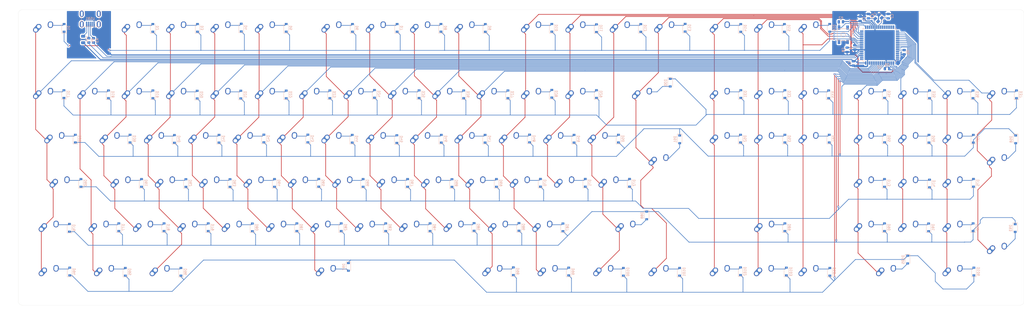
<source format=kicad_pcb>
(kicad_pcb (version 20171130) (host pcbnew "(5.1.10)-1")
  (layers (0 F.Cu signal) (31 B.Cu signal) (34 B.Paste user) (35 F.Paste user) (36 B.SilkS user) (37 F.SilkS user) (38 B.Mask user) (39 F.Mask user) (44 Edge.Cuts user))
  (net 0 "")
  (net 1 COL2)
  (net 2 "Net-(A1-Pad2)")
  (net 3 COL3)
  (net 4 "Net-(ALT1-Pad2)")
  (net 5 COL12)
  (net 6 "Net-(AT1-Pad2)")
  (net 7 COL6)
  (net 8 "Net-(B1-Pad2)")
  (net 9 COL14)
  (net 10 "Net-(BKSP1-Pad2)")
  (net 11 COL1)
  (net 12 "Net-(BSLSH1-Pad2)")
  (net 13 COL4)
  (net 14 "Net-(C1-Pad2)")
  (net 15 GND)
  (net 16 "Net-(C2-Pad1)")
  (net 17 "Net-(C3-Pad1)")
  (net 18 +5V)
  (net 19 "Net-(C8-Pad1)")
  (net 20 COL0)
  (net 21 "Net-(CAPSL1-Pad2)")
  (net 22 COL11)
  (net 23 "Net-(COLON1-Pad2)")
  (net 24 COL9)
  (net 25 "Net-(COMMA1-Pad2)")
  (net 26 "Net-(CTRL1-Pad2)")
  (net 27 "Net-(D1-Pad2)")
  (net 28 ROW0)
  (net 29 "Net-(D2-Pad2)")
  (net 30 "Net-(D3-Pad2)")
  (net 31 "Net-(D4-Pad2)")
  (net 32 "Net-(D5-Pad2)")
  (net 33 "Net-(D6-Pad2)")
  (net 34 "Net-(D7-Pad2)")
  (net 35 "Net-(D8-Pad2)")
  (net 36 "Net-(D9-Pad2)")
  (net 37 "Net-(D10-Pad2)")
  (net 38 "Net-(D11-Pad2)")
  (net 39 "Net-(D12-Pad2)")
  (net 40 "Net-(D13-Pad2)")
  (net 41 "Net-(D14-Pad2)")
  (net 42 "Net-(D15-Pad2)")
  (net 43 "Net-(D16-Pad2)")
  (net 44 "Net-(D17-Pad2)")
  (net 45 ROW1)
  (net 46 "Net-(D18-Pad2)")
  (net 47 "Net-(D19-Pad2)")
  (net 48 "Net-(D20-Pad2)")
  (net 49 "Net-(D21-Pad2)")
  (net 50 "Net-(D22-Pad2)")
  (net 51 "Net-(D23-Pad2)")
  (net 52 "Net-(D24-Pad2)")
  (net 53 "Net-(D25-Pad2)")
  (net 54 "Net-(D26-Pad2)")
  (net 55 "Net-(D27-Pad2)")
  (net 56 "Net-(D28-Pad2)")
  (net 57 "Net-(D29-Pad2)")
  (net 58 "Net-(D31-Pad2)")
  (net 59 "Net-(D32-Pad2)")
  (net 60 "Net-(D33-Pad2)")
  (net 61 "Net-(D34-Pad2)")
  (net 62 "Net-(D35-Pad2)")
  (net 63 "Net-(D36-Pad2)")
  (net 64 "Net-(D37-Pad2)")
  (net 65 "Net-(D38-Pad2)")
  (net 66 ROW2)
  (net 67 "Net-(D39-Pad2)")
  (net 68 "Net-(D40-Pad2)")
  (net 69 "Net-(D41-Pad2)")
  (net 70 "Net-(D42-Pad2)")
  (net 71 "Net-(D43-Pad2)")
  (net 72 "Net-(D44-Pad2)")
  (net 73 "Net-(D45-Pad2)")
  (net 74 "Net-(D46-Pad2)")
  (net 75 "Net-(D47-Pad2)")
  (net 76 "Net-(D48-Pad2)")
  (net 77 "Net-(D49-Pad2)")
  (net 78 "Net-(D50-Pad2)")
  (net 79 "Net-(D51-Pad2)")
  (net 80 "Net-(D52-Pad2)")
  (net 81 "Net-(D53-Pad2)")
  (net 82 "Net-(D54-Pad2)")
  (net 83 "Net-(D55-Pad2)")
  (net 84 "Net-(D56-Pad2)")
  (net 85 "Net-(D57-Pad2)")
  (net 86 "Net-(D58-Pad2)")
  (net 87 "Net-(D59-Pad2)")
  (net 88 ROW3)
  (net 89 "Net-(D62-Pad2)")
  (net 90 "Net-(D64-Pad2)")
  (net 91 "Net-(D65-Pad2)")
  (net 92 "Net-(D66-Pad2)")
  (net 93 "Net-(D67-Pad2)")
  (net 94 "Net-(D68-Pad2)")
  (net 95 "Net-(D69-Pad2)")
  (net 96 "Net-(D72-Pad2)")
  (net 97 "Net-(D73-Pad2)")
  (net 98 "Net-(D74-Pad2)")
  (net 99 "Net-(D75-Pad2)")
  (net 100 "Net-(D76-Pad2)")
  (net 101 ROW4)
  (net 102 "Net-(D78-Pad2)")
  (net 103 "Net-(D79-Pad2)")
  (net 104 "Net-(D81-Pad2)")
  (net 105 "Net-(D83-Pad2)")
  (net 106 "Net-(D84-Pad2)")
  (net 107 "Net-(D86-Pad2)")
  (net 108 "Net-(D87-Pad2)")
  (net 109 "Net-(D88-Pad2)")
  (net 110 "Net-(D89-Pad2)")
  (net 111 "Net-(D90-Pad2)")
  (net 112 "Net-(D91-Pad2)")
  (net 113 "Net-(D92-Pad2)")
  (net 114 "Net-(D93-Pad2)")
  (net 115 ROW5)
  (net 116 "Net-(D95-Pad2)")
  (net 117 "Net-(D97-Pad2)")
  (net 118 "Net-(D98-Pad2)")
  (net 119 "Net-(D99-Pad2)")
  (net 120 "Net-(D100-Pad2)")
  (net 121 "Net-(D101-Pad2)")
  (net 122 "Net-(D102-Pad2)")
  (net 123 "Net-(D103-Pad2)")
  (net 124 "Net-(D104-Pad2)")
  (net 125 "Net-(D105-Pad2)")
  (net 126 "Net-(D106-Pad2)")
  (net 127 COL16)
  (net 128 COL15)
  (net 129 COL5)
  (net 130 COL7)
  (net 131 COL8)
  (net 132 COL10)
  (net 133 COL13)
  (net 134 VCC)
  (net 135 COL18)
  (net 136 COL19)
  (net 137 COL20)
  (net 138 COL21)
  (net 139 COL17)
  (net 140 "Net-(R2-Pad2)")
  (net 141 D+)
  (net 142 "Net-(R3-Pad1)")
  (net 143 D-)
  (net 144 "Net-(R4-Pad1)")
  (net 145 "Net-(R5-Pad2)")
  (net 146 "Net-(U2-Pad62)")
  (net 147 "Net-(U2-Pad33)")
  (net 148 "Net-(U2-Pad26)")
  (net 149 "Net-(U2-Pad25)")
  (net 150 "Net-(U2-Pad19)")
  (net 151 "Net-(U2-Pad18)")
  (net 152 "Net-(U2-Pad2)")
  (net 153 "Net-(U2-Pad1)")
  (net 154 "Net-(USB1-Pad6)")
  (net 155 "Net-(USB1-Pad2)")
  (net 156 "Net-(U2-Pad48)")
  (net 157 "Net-(U2-Pad47)")
  (net 158 "Net-(U2-Pad46)")
  (net 159 "Net-(U2-Pad45)")
  (net 160 "Net-(U2-Pad44)")
  (net 161 "Net-(U2-Pad32)")
  (net 162 "Net-(U2-Pad31)")
  (net 163 "Net-(U2-Pad30)")
  (net 164 "Net-(U2-Pad29)")
  (net 165 "Net-(U2-Pad28)")
  (net 166 "Net-(U2-Pad27)")
  (net 167 "Net-(U2-Pad16)")
  (module random-keyboard-parts:Molex-0548190589 (layer B.Cu) (at -22.987 27.813 270)
    (fp_text reference USB1 (at 2.032 0) (layer B.SilkS) (effects (justify mirror)))
    (fp_text value Molex-0548190589)
    (pad 6 thru_hole oval (at 0 3.65 270) (size 2.7 1.7) (drill oval 1.9 0.7) (layers *.Cu *.Mask) (net 154 "Net-(USB1-Pad6)"))
    (pad 6 thru_hole oval (at 0 -3.65 270) (size 2.7 1.7) (drill oval 1.9 0.7) (layers *.Cu *.Mask) (net 154 "Net-(USB1-Pad6)"))
    (pad 6 thru_hole oval (at 4.5 -3.65 270) (size 2.7 1.7) (drill oval 1.9 0.7) (layers *.Cu *.Mask) (net 154 "Net-(USB1-Pad6)"))
    (pad 6 thru_hole oval (at 4.5 3.65 270) (size 2.7 1.7) (drill oval 1.9 0.7) (layers *.Cu *.Mask) (net 154 "Net-(USB1-Pad6)"))
    (pad 5 smd rect (at 4.5 1.6 270) (size 2.25 0.5) (layers B.Cu B.Paste B.Mask) (net 134 VCC))
    (pad 4 smd rect (at 4.5 0.8 270) (size 2.25 0.5) (layers B.Cu B.Paste B.Mask) (net 143 D-))
    (pad 3 smd rect (at 4.5 0 270) (size 2.25 0.5) (layers B.Cu B.Paste B.Mask) (net 141 D+))
    (pad 2 smd rect (at 4.5 -0.8 270) (size 2.25 0.5) (layers B.Cu B.Paste B.Mask) (net 155 "Net-(USB1-Pad2)"))
    (pad 1 smd rect (at 4.5 -1.6 270) (size 2.25 0.5) (layers B.Cu B.Paste B.Mask) (net 15 GND))
  )
  (module Crystal:Crystal_SMD_3225-4Pin_3.2x2.5mm (layer B.Cu) (at 315.468 29.718 225)
    (fp_text reference Y2 (at 0 2.45 45) (layer B.SilkS) (effects (justify mirror)))
    (fp_text value "16 MHz")
    (pad 4 smd rect (at -1.1 0.85 225) (size 1.4 1.2) (layers B.Cu B.Paste B.Mask) (net 15 GND))
    (pad 3 smd rect (at 1.1 0.85 225) (size 1.4 1.2) (layers B.Cu B.Paste B.Mask) (net 17 "Net-(C3-Pad1)"))
    (pad 2 smd rect (at 1.1 -0.85 225) (size 1.4 1.2) (layers B.Cu B.Paste B.Mask) (net 15 GND))
    (pad 1 smd rect (at -1.1 -0.85 225) (size 1.4 1.2) (layers B.Cu B.Paste B.Mask) (net 16 "Net-(C2-Pad1)"))
  )
  (module Capacitor_SMD:C_0805_2012Metric (layer B.Cu) (at 305.308 42.291 270)
    (fp_text reference C6 (at 0 1.68 90) (layer B.SilkS) (effects (justify mirror)))
    (fp_text value 0.1uF)
    (pad 2 smd roundrect (at 0.95 0 270) (size 1 1.45) (layers B.Cu B.Paste B.Mask) (net 15 GND))
    (pad 1 smd roundrect (at -0.95 0 270) (size 1 1.45) (layers B.Cu B.Paste B.Mask) (net 18 +5V))
  )
  (module MX_Alps_Hybrid:MX-1U-NoLED (layer F.Cu) (at 0.3175 123.03125)
    (fp_text reference Z1)
    (fp_text value MX-NoLED)
    (pad "" np_thru_hole circle (at 5.08 0 48.0996) (size 1.75 1.75) (drill 1.75) (layers *.Cu *.Mask))
    (pad "" np_thru_hole circle (at -5.08 0 48.0996) (size 1.75 1.75) (drill 1.75) (layers *.Cu *.Mask))
    (pad 1 thru_hole circle (at -2.5 -4) (size 2.25 2.25) (drill 1.47) (layers *.Cu B.Mask) (net 1 COL2))
    (pad "" np_thru_hole circle (at 0 0) (size 3.9878 3.9878) (drill 3.9878) (layers *.Cu *.Mask))
    (pad 1 thru_hole oval (at -3.81 -2.54 48.0996) (size 4.211556 2.25) (drill 1.47 (offset 0.980778 0)) (layers *.Cu B.Mask) (net 1 COL2))
    (pad 2 thru_hole circle (at 2.54 -5.08) (size 2.25 2.25) (drill 1.47) (layers *.Cu B.Mask) (net 102 "Net-(D78-Pad2)"))
    (pad 2 thru_hole oval (at 2.5 -4.5 86.0548) (size 2.831378 2.25) (drill 1.47 (offset 0.290689 0)) (layers *.Cu B.Mask) (net 102 "Net-(D78-Pad2)"))
  )
  (module MX_Alps_Hybrid:MX-1U-NoLED (layer F.Cu) (at 81.2165 84.93125)
    (fp_text reference Y1)
    (fp_text value MX-NoLED)
    (pad "" np_thru_hole circle (at 5.08 0 48.0996) (size 1.75 1.75) (drill 1.75) (layers *.Cu *.Mask))
    (pad "" np_thru_hole circle (at -5.08 0 48.0996) (size 1.75 1.75) (drill 1.75) (layers *.Cu *.Mask))
    (pad 1 thru_hole circle (at -2.5 -4) (size 2.25 2.25) (drill 1.47) (layers *.Cu B.Mask) (net 130 COL7))
    (pad "" np_thru_hole circle (at 0 0) (size 3.9878 3.9878) (drill 3.9878) (layers *.Cu *.Mask))
    (pad 1 thru_hole oval (at -3.81 -2.54 48.0996) (size 4.211556 2.25) (drill 1.47 (offset 0.980778 0)) (layers *.Cu B.Mask) (net 130 COL7))
    (pad 2 thru_hole circle (at 2.54 -5.08) (size 2.25 2.25) (drill 1.47) (layers *.Cu B.Mask) (net 72 "Net-(D44-Pad2)"))
    (pad 2 thru_hole oval (at 2.5 -4.5 86.0548) (size 2.831378 2.25) (drill 1.47 (offset 0.290689 0)) (layers *.Cu B.Mask) (net 72 "Net-(D44-Pad2)"))
  )
  (module MX_Alps_Hybrid:MX-1U-NoLED (layer F.Cu) (at 19.3675 123.03125)
    (fp_text reference X1)
    (fp_text value MX-NoLED)
    (pad "" np_thru_hole circle (at 5.08 0 48.0996) (size 1.75 1.75) (drill 1.75) (layers *.Cu *.Mask))
    (pad "" np_thru_hole circle (at -5.08 0 48.0996) (size 1.75 1.75) (drill 1.75) (layers *.Cu *.Mask))
    (pad 1 thru_hole circle (at -2.5 -4) (size 2.25 2.25) (drill 1.47) (layers *.Cu B.Mask) (net 3 COL3))
    (pad "" np_thru_hole circle (at 0 0) (size 3.9878 3.9878) (drill 3.9878) (layers *.Cu *.Mask))
    (pad 1 thru_hole oval (at -3.81 -2.54 48.0996) (size 4.211556 2.25) (drill 1.47 (offset 0.980778 0)) (layers *.Cu B.Mask) (net 3 COL3))
    (pad 2 thru_hole circle (at 2.54 -5.08) (size 2.25 2.25) (drill 1.47) (layers *.Cu B.Mask) (net 103 "Net-(D79-Pad2)"))
    (pad 2 thru_hole oval (at 2.5 -4.5 86.0548) (size 2.831378 2.25) (drill 1.47 (offset 0.290689 0)) (layers *.Cu B.Mask) (net 103 "Net-(D79-Pad2)"))
  )
  (module MX_Alps_Hybrid:MX-1U-NoLED (layer F.Cu) (at 174.0535 142.08125)
    (fp_text reference WIN2)
    (fp_text value MX-NoLED)
    (pad "" np_thru_hole circle (at 5.08 0 48.0996) (size 1.75 1.75) (drill 1.75) (layers *.Cu *.Mask))
    (pad "" np_thru_hole circle (at -5.08 0 48.0996) (size 1.75 1.75) (drill 1.75) (layers *.Cu *.Mask))
    (pad 1 thru_hole circle (at -2.5 -4) (size 2.25 2.25) (drill 1.47) (layers *.Cu B.Mask) (net 22 COL11))
    (pad "" np_thru_hole circle (at 0 0) (size 3.9878 3.9878) (drill 3.9878) (layers *.Cu *.Mask))
    (pad 1 thru_hole oval (at -3.81 -2.54 48.0996) (size 4.211556 2.25) (drill 1.47 (offset 0.980778 0)) (layers *.Cu B.Mask) (net 22 COL11))
    (pad 2 thru_hole circle (at 2.54 -5.08) (size 2.25 2.25) (drill 1.47) (layers *.Cu B.Mask) (net 119 "Net-(D99-Pad2)"))
    (pad 2 thru_hole oval (at 2.5 -4.5 86.0548) (size 2.831378 2.25) (drill 1.47 (offset 0.290689 0)) (layers *.Cu B.Mask) (net 119 "Net-(D99-Pad2)"))
  )
  (module MX_Alps_Hybrid:MX-1U-NoLED (layer F.Cu) (at -16.4465 142.08125)
    (fp_text reference WIN1)
    (fp_text value MX-NoLED)
    (pad "" np_thru_hole circle (at 5.08 0 48.0996) (size 1.75 1.75) (drill 1.75) (layers *.Cu *.Mask))
    (pad "" np_thru_hole circle (at -5.08 0 48.0996) (size 1.75 1.75) (drill 1.75) (layers *.Cu *.Mask))
    (pad 1 thru_hole circle (at -2.5 -4) (size 2.25 2.25) (drill 1.47) (layers *.Cu B.Mask) (net 11 COL1))
    (pad "" np_thru_hole circle (at 0 0) (size 3.9878 3.9878) (drill 3.9878) (layers *.Cu *.Mask))
    (pad 1 thru_hole oval (at -3.81 -2.54 48.0996) (size 4.211556 2.25) (drill 1.47 (offset 0.980778 0)) (layers *.Cu B.Mask) (net 11 COL1))
    (pad 2 thru_hole circle (at 2.54 -5.08) (size 2.25 2.25) (drill 1.47) (layers *.Cu B.Mask) (net 116 "Net-(D95-Pad2)"))
    (pad 2 thru_hole oval (at 2.5 -4.5 86.0548) (size 2.831378 2.25) (drill 1.47 (offset 0.290689 0)) (layers *.Cu B.Mask) (net 116 "Net-(D95-Pad2)"))
  )
  (module MX_Alps_Hybrid:MX-1U-NoLED (layer F.Cu) (at 5.0165 84.93125)
    (fp_text reference W1)
    (fp_text value MX-NoLED)
    (pad "" np_thru_hole circle (at 5.08 0 48.0996) (size 1.75 1.75) (drill 1.75) (layers *.Cu *.Mask))
    (pad "" np_thru_hole circle (at -5.08 0 48.0996) (size 1.75 1.75) (drill 1.75) (layers *.Cu *.Mask))
    (pad 1 thru_hole circle (at -2.5 -4) (size 2.25 2.25) (drill 1.47) (layers *.Cu B.Mask) (net 3 COL3))
    (pad "" np_thru_hole circle (at 0 0) (size 3.9878 3.9878) (drill 3.9878) (layers *.Cu *.Mask))
    (pad 1 thru_hole oval (at -3.81 -2.54 48.0996) (size 4.211556 2.25) (drill 1.47 (offset 0.980778 0)) (layers *.Cu B.Mask) (net 3 COL3))
    (pad 2 thru_hole circle (at 2.54 -5.08) (size 2.25 2.25) (drill 1.47) (layers *.Cu B.Mask) (net 68 "Net-(D40-Pad2)"))
    (pad 2 thru_hole oval (at 2.5 -4.5 86.0548) (size 2.831378 2.25) (drill 1.47 (offset 0.290689 0)) (layers *.Cu B.Mask) (net 68 "Net-(D40-Pad2)"))
  )
  (module MX_Alps_Hybrid:MX-1U-NoLED (layer F.Cu) (at 57.4675 123.03125)
    (fp_text reference V1)
    (fp_text value MX-NoLED)
    (pad "" np_thru_hole circle (at 5.08 0 48.0996) (size 1.75 1.75) (drill 1.75) (layers *.Cu *.Mask))
    (pad "" np_thru_hole circle (at -5.08 0 48.0996) (size 1.75 1.75) (drill 1.75) (layers *.Cu *.Mask))
    (pad 1 thru_hole circle (at -2.5 -4) (size 2.25 2.25) (drill 1.47) (layers *.Cu B.Mask) (net 129 COL5))
    (pad "" np_thru_hole circle (at 0 0) (size 3.9878 3.9878) (drill 3.9878) (layers *.Cu *.Mask))
    (pad 1 thru_hole oval (at -3.81 -2.54 48.0996) (size 4.211556 2.25) (drill 1.47 (offset 0.980778 0)) (layers *.Cu B.Mask) (net 129 COL5))
    (pad 2 thru_hole circle (at 2.54 -5.08) (size 2.25 2.25) (drill 1.47) (layers *.Cu B.Mask) (net 104 "Net-(D81-Pad2)"))
    (pad 2 thru_hole oval (at 2.5 -4.5 86.0548) (size 2.831378 2.25) (drill 1.47 (offset 0.290689 0)) (layers *.Cu B.Mask) (net 104 "Net-(D81-Pad2)"))
  )
  (module MX_Alps_Hybrid:MX-1U-NoLED (layer F.Cu) (at 267.0175 123.03125)
    (fp_text reference UARROW1)
    (fp_text value MX-NoLED)
    (pad "" np_thru_hole circle (at 5.08 0 48.0996) (size 1.75 1.75) (drill 1.75) (layers *.Cu *.Mask))
    (pad "" np_thru_hole circle (at -5.08 0 48.0996) (size 1.75 1.75) (drill 1.75) (layers *.Cu *.Mask))
    (pad 1 thru_hole circle (at -2.5 -4) (size 2.25 2.25) (drill 1.47) (layers *.Cu B.Mask) (net 127 COL16))
    (pad "" np_thru_hole circle (at 0 0) (size 3.9878 3.9878) (drill 3.9878) (layers *.Cu *.Mask))
    (pad 1 thru_hole oval (at -3.81 -2.54 48.0996) (size 4.211556 2.25) (drill 1.47 (offset 0.980778 0)) (layers *.Cu B.Mask) (net 127 COL16))
    (pad 2 thru_hole circle (at 2.54 -5.08) (size 2.25 2.25) (drill 1.47) (layers *.Cu B.Mask) (net 110 "Net-(D89-Pad2)"))
    (pad 2 thru_hole oval (at 2.5 -4.5 86.0548) (size 2.831378 2.25) (drill 1.47 (offset 0.290689 0)) (layers *.Cu B.Mask) (net 110 "Net-(D89-Pad2)"))
  )
  (module Package_QFP:TQFP-64_14x14mm_P0.8mm (layer B.Cu) (at 315.976 41.275)
    (fp_text reference U2 (at 0 9.45) (layer B.SilkS) (effects (justify mirror)))
    (fp_text value AT90USB1286-AU)
    (pad 64 smd rect (at -6 7.7 270) (size 1.5 0.55) (layers B.Cu B.Paste B.Mask) (net 18 +5V))
    (pad 63 smd rect (at -5.2 7.7 270) (size 1.5 0.55) (layers B.Cu B.Paste B.Mask) (net 15 GND))
    (pad 62 smd rect (at -4.4 7.7 270) (size 1.5 0.55) (layers B.Cu B.Paste B.Mask) (net 146 "Net-(U2-Pad62)"))
    (pad 61 smd rect (at -3.6 7.7 270) (size 1.5 0.55) (layers B.Cu B.Paste B.Mask) (net 20 COL0))
    (pad 60 smd rect (at -2.8 7.7 270) (size 1.5 0.55) (layers B.Cu B.Paste B.Mask) (net 11 COL1))
    (pad 59 smd rect (at -2 7.7 270) (size 1.5 0.55) (layers B.Cu B.Paste B.Mask) (net 1 COL2))
    (pad 58 smd rect (at -1.2 7.7 270) (size 1.5 0.55) (layers B.Cu B.Paste B.Mask) (net 3 COL3))
    (pad 57 smd rect (at -0.4 7.7 270) (size 1.5 0.55) (layers B.Cu B.Paste B.Mask) (net 13 COL4))
    (pad 56 smd rect (at 0.4 7.7 270) (size 1.5 0.55) (layers B.Cu B.Paste B.Mask) (net 129 COL5))
    (pad 55 smd rect (at 1.2 7.7 270) (size 1.5 0.55) (layers B.Cu B.Paste B.Mask) (net 7 COL6))
    (pad 54 smd rect (at 2 7.7 270) (size 1.5 0.55) (layers B.Cu B.Paste B.Mask) (net 130 COL7))
    (pad 53 smd rect (at 2.8 7.7 270) (size 1.5 0.55) (layers B.Cu B.Paste B.Mask) (net 15 GND))
    (pad 52 smd rect (at 3.6 7.7 270) (size 1.5 0.55) (layers B.Cu B.Paste B.Mask) (net 18 +5V))
    (pad 51 smd rect (at 4.4 7.7 270) (size 1.5 0.55) (layers B.Cu B.Paste B.Mask) (net 131 COL8))
    (pad 50 smd rect (at 5.2 7.7 270) (size 1.5 0.55) (layers B.Cu B.Paste B.Mask) (net 24 COL9))
    (pad 49 smd rect (at 6 7.7 270) (size 1.5 0.55) (layers B.Cu B.Paste B.Mask) (net 132 COL10))
    (pad 48 smd rect (at 7.7 6) (size 1.5 0.55) (layers B.Cu B.Paste B.Mask) (net 156 "Net-(U2-Pad48)"))
    (pad 47 smd rect (at 7.7 5.2) (size 1.5 0.55) (layers B.Cu B.Paste B.Mask) (net 157 "Net-(U2-Pad47)"))
    (pad 46 smd rect (at 7.7 4.4) (size 1.5 0.55) (layers B.Cu B.Paste B.Mask) (net 158 "Net-(U2-Pad46)"))
    (pad 45 smd rect (at 7.7 3.6) (size 1.5 0.55) (layers B.Cu B.Paste B.Mask) (net 159 "Net-(U2-Pad45)"))
    (pad 44 smd rect (at 7.7 2.8) (size 1.5 0.55) (layers B.Cu B.Paste B.Mask) (net 160 "Net-(U2-Pad44)"))
    (pad 43 smd rect (at 7.7 2) (size 1.5 0.55) (layers B.Cu B.Paste B.Mask) (net 145 "Net-(R5-Pad2)"))
    (pad 42 smd rect (at 7.7 1.2) (size 1.5 0.55) (layers B.Cu B.Paste B.Mask) (net 115 ROW5))
    (pad 41 smd rect (at 7.7 0.4) (size 1.5 0.55) (layers B.Cu B.Paste B.Mask) (net 101 ROW4))
    (pad 40 smd rect (at 7.7 -0.4) (size 1.5 0.55) (layers B.Cu B.Paste B.Mask) (net 88 ROW3))
    (pad 39 smd rect (at 7.7 -1.2) (size 1.5 0.55) (layers B.Cu B.Paste B.Mask) (net 66 ROW2))
    (pad 38 smd rect (at 7.7 -2) (size 1.5 0.55) (layers B.Cu B.Paste B.Mask) (net 45 ROW1))
    (pad 37 smd rect (at 7.7 -2.8) (size 1.5 0.55) (layers B.Cu B.Paste B.Mask) (net 135 COL18))
    (pad 36 smd rect (at 7.7 -3.6) (size 1.5 0.55) (layers B.Cu B.Paste B.Mask) (net 136 COL19))
    (pad 35 smd rect (at 7.7 -4.4) (size 1.5 0.55) (layers B.Cu B.Paste B.Mask) (net 137 COL20))
    (pad 34 smd rect (at 7.7 -5.2) (size 1.5 0.55) (layers B.Cu B.Paste B.Mask) (net 138 COL21))
    (pad 33 smd rect (at 7.7 -6) (size 1.5 0.55) (layers B.Cu B.Paste B.Mask) (net 147 "Net-(U2-Pad33)"))
    (pad 32 smd rect (at 6 -7.7 270) (size 1.5 0.55) (layers B.Cu B.Paste B.Mask) (net 161 "Net-(U2-Pad32)"))
    (pad 31 smd rect (at 5.2 -7.7 270) (size 1.5 0.55) (layers B.Cu B.Paste B.Mask) (net 162 "Net-(U2-Pad31)"))
    (pad 30 smd rect (at 4.4 -7.7 270) (size 1.5 0.55) (layers B.Cu B.Paste B.Mask) (net 163 "Net-(U2-Pad30)"))
    (pad 29 smd rect (at 3.6 -7.7 270) (size 1.5 0.55) (layers B.Cu B.Paste B.Mask) (net 164 "Net-(U2-Pad29)"))
    (pad 28 smd rect (at 2.8 -7.7 270) (size 1.5 0.55) (layers B.Cu B.Paste B.Mask) (net 165 "Net-(U2-Pad28)"))
    (pad 27 smd rect (at 2 -7.7 270) (size 1.5 0.55) (layers B.Cu B.Paste B.Mask) (net 166 "Net-(U2-Pad27)"))
    (pad 26 smd rect (at 1.2 -7.7 270) (size 1.5 0.55) (layers B.Cu B.Paste B.Mask) (net 148 "Net-(U2-Pad26)"))
    (pad 25 smd rect (at 0.4 -7.7 270) (size 1.5 0.55) (layers B.Cu B.Paste B.Mask) (net 149 "Net-(U2-Pad25)"))
    (pad 24 smd rect (at -0.4 -7.7 270) (size 1.5 0.55) (layers B.Cu B.Paste B.Mask) (net 16 "Net-(C2-Pad1)"))
    (pad 23 smd rect (at -1.2 -7.7 270) (size 1.5 0.55) (layers B.Cu B.Paste B.Mask) (net 17 "Net-(C3-Pad1)"))
    (pad 22 smd rect (at -2 -7.7 270) (size 1.5 0.55) (layers B.Cu B.Paste B.Mask) (net 15 GND))
    (pad 21 smd rect (at -2.8 -7.7 270) (size 1.5 0.55) (layers B.Cu B.Paste B.Mask) (net 18 +5V))
    (pad 20 smd rect (at -3.6 -7.7 270) (size 1.5 0.55) (layers B.Cu B.Paste B.Mask) (net 140 "Net-(R2-Pad2)"))
    (pad 19 smd rect (at -4.4 -7.7 270) (size 1.5 0.55) (layers B.Cu B.Paste B.Mask) (net 150 "Net-(U2-Pad19)"))
    (pad 18 smd rect (at -5.2 -7.7 270) (size 1.5 0.55) (layers B.Cu B.Paste B.Mask) (net 151 "Net-(U2-Pad18)"))
    (pad 17 smd rect (at -6 -7.7 270) (size 1.5 0.55) (layers B.Cu B.Paste B.Mask) (net 28 ROW0))
    (pad 16 smd rect (at -7.7 -6) (size 1.5 0.55) (layers B.Cu B.Paste B.Mask) (net 167 "Net-(U2-Pad16)"))
    (pad 15 smd rect (at -7.7 -5.2) (size 1.5 0.55) (layers B.Cu B.Paste B.Mask) (net 22 COL11))
    (pad 14 smd rect (at -7.7 -4.4) (size 1.5 0.55) (layers B.Cu B.Paste B.Mask) (net 5 COL12))
    (pad 13 smd rect (at -7.7 -3.6) (size 1.5 0.55) (layers B.Cu B.Paste B.Mask) (net 133 COL13))
    (pad 12 smd rect (at -7.7 -2.8) (size 1.5 0.55) (layers B.Cu B.Paste B.Mask) (net 9 COL14))
    (pad 11 smd rect (at -7.7 -2) (size 1.5 0.55) (layers B.Cu B.Paste B.Mask) (net 128 COL15))
    (pad 10 smd rect (at -7.7 -1.2) (size 1.5 0.55) (layers B.Cu B.Paste B.Mask) (net 127 COL16))
    (pad 9 smd rect (at -7.7 -0.4) (size 1.5 0.55) (layers B.Cu B.Paste B.Mask) (net 139 COL17))
    (pad 8 smd rect (at -7.7 0.4) (size 1.5 0.55) (layers B.Cu B.Paste B.Mask) (net 18 +5V))
    (pad 7 smd rect (at -7.7 1.2) (size 1.5 0.55) (layers B.Cu B.Paste B.Mask) (net 19 "Net-(C8-Pad1)"))
    (pad 6 smd rect (at -7.7 2) (size 1.5 0.55) (layers B.Cu B.Paste B.Mask) (net 15 GND))
    (pad 5 smd rect (at -7.7 2.8) (size 1.5 0.55) (layers B.Cu B.Paste B.Mask) (net 142 "Net-(R3-Pad1)"))
    (pad 4 smd rect (at -7.7 3.6) (size 1.5 0.55) (layers B.Cu B.Paste B.Mask) (net 144 "Net-(R4-Pad1)"))
    (pad 3 smd rect (at -7.7 4.4) (size 1.5 0.55) (layers B.Cu B.Paste B.Mask) (net 18 +5V))
    (pad 2 smd rect (at -7.7 5.2) (size 1.5 0.55) (layers B.Cu B.Paste B.Mask) (net 152 "Net-(U2-Pad2)"))
    (pad 1 smd rect (at -7.7 6) (size 1.5 0.55) (layers B.Cu B.Paste B.Mask) (net 153 "Net-(U2-Pad1)"))
  )
  (module MX_Alps_Hybrid:MX-1U-NoLED (layer F.Cu) (at 100.2665 84.93125)
    (fp_text reference U1)
    (fp_text value MX-NoLED)
    (pad "" np_thru_hole circle (at 5.08 0 48.0996) (size 1.75 1.75) (drill 1.75) (layers *.Cu *.Mask))
    (pad "" np_thru_hole circle (at -5.08 0 48.0996) (size 1.75 1.75) (drill 1.75) (layers *.Cu *.Mask))
    (pad 1 thru_hole circle (at -2.5 -4) (size 2.25 2.25) (drill 1.47) (layers *.Cu B.Mask) (net 131 COL8))
    (pad "" np_thru_hole circle (at 0 0) (size 3.9878 3.9878) (drill 3.9878) (layers *.Cu *.Mask))
    (pad 1 thru_hole oval (at -3.81 -2.54 48.0996) (size 4.211556 2.25) (drill 1.47 (offset 0.980778 0)) (layers *.Cu B.Mask) (net 131 COL8))
    (pad 2 thru_hole circle (at 2.54 -5.08) (size 2.25 2.25) (drill 1.47) (layers *.Cu B.Mask) (net 73 "Net-(D45-Pad2)"))
    (pad 2 thru_hole oval (at 2.5 -4.5 86.0548) (size 2.831378 2.25) (drill 1.47 (offset 0.290689 0)) (layers *.Cu B.Mask) (net 73 "Net-(D45-Pad2)"))
  )
  (module MX_Alps_Hybrid:MX-1U-NoLED (layer F.Cu) (at -42.6085 65.88125)
    (fp_text reference TILDA1)
    (fp_text value MX-NoLED)
    (pad "" np_thru_hole circle (at 5.08 0 48.0996) (size 1.75 1.75) (drill 1.75) (layers *.Cu *.Mask))
    (pad "" np_thru_hole circle (at -5.08 0 48.0996) (size 1.75 1.75) (drill 1.75) (layers *.Cu *.Mask))
    (pad 1 thru_hole circle (at -2.5 -4) (size 2.25 2.25) (drill 1.47) (layers *.Cu B.Mask) (net 20 COL0))
    (pad "" np_thru_hole circle (at 0 0) (size 3.9878 3.9878) (drill 3.9878) (layers *.Cu *.Mask))
    (pad 1 thru_hole oval (at -3.81 -2.54 48.0996) (size 4.211556 2.25) (drill 1.47 (offset 0.980778 0)) (layers *.Cu B.Mask) (net 20 COL0))
    (pad 2 thru_hole circle (at 2.54 -5.08) (size 2.25 2.25) (drill 1.47) (layers *.Cu B.Mask) (net 44 "Net-(D17-Pad2)"))
    (pad 2 thru_hole oval (at 2.5 -4.5 86.0548) (size 2.831378 2.25) (drill 1.47 (offset 0.290689 0)) (layers *.Cu B.Mask) (net 44 "Net-(D17-Pad2)"))
  )
  (module MX_Alps_Hybrid:MX-1U-NoLED (layer F.Cu) (at -37.7825 84.93125)
    (fp_text reference TAB1)
    (fp_text value MX-NoLED)
    (pad "" np_thru_hole circle (at 5.08 0 48.0996) (size 1.75 1.75) (drill 1.75) (layers *.Cu *.Mask))
    (pad "" np_thru_hole circle (at -5.08 0 48.0996) (size 1.75 1.75) (drill 1.75) (layers *.Cu *.Mask))
    (pad 1 thru_hole circle (at -2.5 -4) (size 2.25 2.25) (drill 1.47) (layers *.Cu B.Mask) (net 20 COL0))
    (pad "" np_thru_hole circle (at 0 0) (size 3.9878 3.9878) (drill 3.9878) (layers *.Cu *.Mask))
    (pad 1 thru_hole oval (at -3.81 -2.54 48.0996) (size 4.211556 2.25) (drill 1.47 (offset 0.980778 0)) (layers *.Cu B.Mask) (net 20 COL0))
    (pad 2 thru_hole circle (at 2.54 -5.08) (size 2.25 2.25) (drill 1.47) (layers *.Cu B.Mask) (net 65 "Net-(D38-Pad2)"))
    (pad 2 thru_hole oval (at 2.5 -4.5 86.0548) (size 2.831378 2.25) (drill 1.47 (offset 0.290689 0)) (layers *.Cu B.Mask) (net 65 "Net-(D38-Pad2)"))
  )
  (module MX_Alps_Hybrid:MX-1U-NoLED (layer F.Cu) (at 62.1665 84.93125)
    (fp_text reference T1)
    (fp_text value MX-NoLED)
    (pad "" np_thru_hole circle (at 5.08 0 48.0996) (size 1.75 1.75) (drill 1.75) (layers *.Cu *.Mask))
    (pad "" np_thru_hole circle (at -5.08 0 48.0996) (size 1.75 1.75) (drill 1.75) (layers *.Cu *.Mask))
    (pad 1 thru_hole circle (at -2.5 -4) (size 2.25 2.25) (drill 1.47) (layers *.Cu B.Mask) (net 7 COL6))
    (pad "" np_thru_hole circle (at 0 0) (size 3.9878 3.9878) (drill 3.9878) (layers *.Cu *.Mask))
    (pad 1 thru_hole oval (at -3.81 -2.54 48.0996) (size 4.211556 2.25) (drill 1.47 (offset 0.980778 0)) (layers *.Cu B.Mask) (net 7 COL6))
    (pad 2 thru_hole circle (at 2.54 -5.08) (size 2.25 2.25) (drill 1.47) (layers *.Cu B.Mask) (net 71 "Net-(D43-Pad2)"))
    (pad 2 thru_hole oval (at 2.5 -4.5 86.0548) (size 2.831378 2.25) (drill 1.47 (offset 0.290689 0)) (layers *.Cu B.Mask) (net 71 "Net-(D43-Pad2)"))
  )
  (module random-keyboard-parts:SKQG-1155865 (layer B.Cu) (at 300.355 36.83 270)
    (fp_text reference SW1 (at 0 -4.064 90) (layer B.SilkS) (effects (justify mirror)))
    (fp_text value SW_Push)
    (pad 4 smd rect (at -3.1 -1.85 270) (size 1.8 1.1) (layers B.Cu B.Paste B.Mask))
    (pad 3 smd rect (at 3.1 1.85 270) (size 1.8 1.1) (layers B.Cu B.Paste B.Mask))
    (pad 2 smd rect (at -3.1 1.85 270) (size 1.8 1.1) (layers B.Cu B.Paste B.Mask) (net 140 "Net-(R2-Pad2)"))
    (pad 1 smd rect (at 3.1 -1.85 270) (size 1.8 1.1) (layers B.Cu B.Paste B.Mask) (net 15 GND))
  )
  (module MX_Alps_Hybrid:MX-1U-NoLED (layer F.Cu) (at 78.8035 142.08125)
    (fp_text reference SPACE1)
    (fp_text value MX-NoLED)
    (pad "" np_thru_hole circle (at 5.08 0 48.0996) (size 1.75 1.75) (drill 1.75) (layers *.Cu *.Mask))
    (pad "" np_thru_hole circle (at -5.08 0 48.0996) (size 1.75 1.75) (drill 1.75) (layers *.Cu *.Mask))
    (pad 1 thru_hole circle (at -2.5 -4) (size 2.25 2.25) (drill 1.47) (layers *.Cu B.Mask) (net 7 COL6))
    (pad "" np_thru_hole circle (at 0 0) (size 3.9878 3.9878) (drill 3.9878) (layers *.Cu *.Mask))
    (pad 1 thru_hole oval (at -3.81 -2.54 48.0996) (size 4.211556 2.25) (drill 1.47 (offset 0.980778 0)) (layers *.Cu B.Mask) (net 7 COL6))
    (pad 2 thru_hole circle (at 2.54 -5.08) (size 2.25 2.25) (drill 1.47) (layers *.Cu B.Mask) (net 117 "Net-(D97-Pad2)"))
    (pad 2 thru_hole oval (at 2.5 -4.5 86.0548) (size 2.831378 2.25) (drill 1.47 (offset 0.290689 0)) (layers *.Cu B.Mask) (net 117 "Net-(D97-Pad2)"))
  )
  (module MX_Alps_Hybrid:MX-1U-NoLED (layer F.Cu) (at -40.1955 123.03125)
    (fp_text reference SHIFT1)
    (fp_text value MX-NoLED)
    (pad "" np_thru_hole circle (at 5.08 0 48.0996) (size 1.75 1.75) (drill 1.75) (layers *.Cu *.Mask))
    (pad "" np_thru_hole circle (at -5.08 0 48.0996) (size 1.75 1.75) (drill 1.75) (layers *.Cu *.Mask))
    (pad 1 thru_hole circle (at -2.5 -4) (size 2.25 2.25) (drill 1.47) (layers *.Cu B.Mask) (net 20 COL0))
    (pad "" np_thru_hole circle (at 0 0) (size 3.9878 3.9878) (drill 3.9878) (layers *.Cu *.Mask))
    (pad 1 thru_hole oval (at -3.81 -2.54 48.0996) (size 4.211556 2.25) (drill 1.47 (offset 0.980778 0)) (layers *.Cu B.Mask) (net 20 COL0))
    (pad 2 thru_hole circle (at 2.54 -5.08) (size 2.25 2.25) (drill 1.47) (layers *.Cu B.Mask) (net 100 "Net-(D76-Pad2)"))
    (pad 2 thru_hole oval (at 2.5 -4.5 86.0548) (size 2.831378 2.25) (drill 1.47 (offset 0.290689 0)) (layers *.Cu B.Mask) (net 100 "Net-(D76-Pad2)"))
  )
  (module MX_Alps_Hybrid:MX-1U-NoLED (layer F.Cu) (at 267.0175 37.30625)
    (fp_text reference SCLLK1)
    (fp_text value MX-NoLED)
    (pad "" np_thru_hole circle (at 5.08 0 48.0996) (size 1.75 1.75) (drill 1.75) (layers *.Cu *.Mask))
    (pad "" np_thru_hole circle (at -5.08 0 48.0996) (size 1.75 1.75) (drill 1.75) (layers *.Cu *.Mask))
    (pad 1 thru_hole circle (at -2.5 -4) (size 2.25 2.25) (drill 1.47) (layers *.Cu B.Mask) (net 127 COL16))
    (pad "" np_thru_hole circle (at 0 0) (size 3.9878 3.9878) (drill 3.9878) (layers *.Cu *.Mask))
    (pad 1 thru_hole oval (at -3.81 -2.54 48.0996) (size 4.211556 2.25) (drill 1.47 (offset 0.980778 0)) (layers *.Cu B.Mask) (net 127 COL16))
    (pad 2 thru_hole circle (at 2.54 -5.08) (size 2.25 2.25) (drill 1.47) (layers *.Cu B.Mask) (net 42 "Net-(D15-Pad2)"))
    (pad 2 thru_hole oval (at 2.5 -4.5 86.0548) (size 2.831378 2.25) (drill 1.47 (offset 0.290689 0)) (layers *.Cu B.Mask) (net 42 "Net-(D15-Pad2)"))
  )
  (module MX_Alps_Hybrid:MX-1U-NoLED (layer F.Cu) (at 9.7155 103.98125)
    (fp_text reference S1)
    (fp_text value MX-NoLED)
    (pad "" np_thru_hole circle (at 5.08 0 48.0996) (size 1.75 1.75) (drill 1.75) (layers *.Cu *.Mask))
    (pad "" np_thru_hole circle (at -5.08 0 48.0996) (size 1.75 1.75) (drill 1.75) (layers *.Cu *.Mask))
    (pad 1 thru_hole circle (at -2.5 -4) (size 2.25 2.25) (drill 1.47) (layers *.Cu B.Mask) (net 3 COL3))
    (pad "" np_thru_hole circle (at 0 0) (size 3.9878 3.9878) (drill 3.9878) (layers *.Cu *.Mask))
    (pad 1 thru_hole oval (at -3.81 -2.54 48.0996) (size 4.211556 2.25) (drill 1.47 (offset 0.980778 0)) (layers *.Cu B.Mask) (net 3 COL3))
    (pad 2 thru_hole circle (at 2.54 -5.08) (size 2.25 2.25) (drill 1.47) (layers *.Cu B.Mask) (net 89 "Net-(D62-Pad2)"))
    (pad 2 thru_hole oval (at 2.5 -4.5 86.0548) (size 2.831378 2.25) (drill 1.47 (offset 0.290689 0)) (layers *.Cu B.Mask) (net 89 "Net-(D62-Pad2)"))
  )
  (module MX_Alps_Hybrid:MX-1U-NoLED (layer F.Cu) (at 221.6785 142.08125)
    (fp_text reference RCTRL1)
    (fp_text value MX-NoLED)
    (pad "" np_thru_hole circle (at 5.08 0 48.0996) (size 1.75 1.75) (drill 1.75) (layers *.Cu *.Mask))
    (pad "" np_thru_hole circle (at -5.08 0 48.0996) (size 1.75 1.75) (drill 1.75) (layers *.Cu *.Mask))
    (pad 1 thru_hole circle (at -2.5 -4) (size 2.25 2.25) (drill 1.47) (layers *.Cu B.Mask) (net 9 COL14))
    (pad "" np_thru_hole circle (at 0 0) (size 3.9878 3.9878) (drill 3.9878) (layers *.Cu *.Mask))
    (pad 1 thru_hole oval (at -3.81 -2.54 48.0996) (size 4.211556 2.25) (drill 1.47 (offset 0.980778 0)) (layers *.Cu B.Mask) (net 9 COL14))
    (pad 2 thru_hole circle (at 2.54 -5.08) (size 2.25 2.25) (drill 1.47) (layers *.Cu B.Mask) (net 121 "Net-(D101-Pad2)"))
    (pad 2 thru_hole oval (at 2.5 -4.5 86.0548) (size 2.831378 2.25) (drill 1.47 (offset 0.290689 0)) (layers *.Cu B.Mask) (net 121 "Net-(D101-Pad2)"))
  )
  (module MX_Alps_Hybrid:MX-1U-NoLED (layer F.Cu) (at 195.5165 84.93125)
    (fp_text reference RCBR1)
    (fp_text value MX-NoLED)
    (pad "" np_thru_hole circle (at 5.08 0 48.0996) (size 1.75 1.75) (drill 1.75) (layers *.Cu *.Mask))
    (pad "" np_thru_hole circle (at -5.08 0 48.0996) (size 1.75 1.75) (drill 1.75) (layers *.Cu *.Mask))
    (pad 1 thru_hole circle (at -2.5 -4) (size 2.25 2.25) (drill 1.47) (layers *.Cu B.Mask) (net 133 COL13))
    (pad "" np_thru_hole circle (at 0 0) (size 3.9878 3.9878) (drill 3.9878) (layers *.Cu *.Mask))
    (pad 1 thru_hole oval (at -3.81 -2.54 48.0996) (size 4.211556 2.25) (drill 1.47 (offset 0.980778 0)) (layers *.Cu B.Mask) (net 133 COL13))
    (pad 2 thru_hole circle (at 2.54 -5.08) (size 2.25 2.25) (drill 1.47) (layers *.Cu B.Mask) (net 78 "Net-(D50-Pad2)"))
    (pad 2 thru_hole oval (at 2.5 -4.5 86.0548) (size 2.831378 2.25) (drill 1.47 (offset 0.290689 0)) (layers *.Cu B.Mask) (net 78 "Net-(D50-Pad2)"))
  )
  (module MX_Alps_Hybrid:MX-1U-NoLED (layer F.Cu) (at 286.0675 142.08125)
    (fp_text reference RARROW1)
    (fp_text value MX-NoLED)
    (pad "" np_thru_hole circle (at 5.08 0 48.0996) (size 1.75 1.75) (drill 1.75) (layers *.Cu *.Mask))
    (pad "" np_thru_hole circle (at -5.08 0 48.0996) (size 1.75 1.75) (drill 1.75) (layers *.Cu *.Mask))
    (pad 1 thru_hole circle (at -2.5 -4) (size 2.25 2.25) (drill 1.47) (layers *.Cu B.Mask) (net 139 COL17))
    (pad "" np_thru_hole circle (at 0 0) (size 3.9878 3.9878) (drill 3.9878) (layers *.Cu *.Mask))
    (pad 1 thru_hole oval (at -3.81 -2.54 48.0996) (size 4.211556 2.25) (drill 1.47 (offset 0.980778 0)) (layers *.Cu B.Mask) (net 139 COL17))
    (pad 2 thru_hole circle (at 2.54 -5.08) (size 2.25 2.25) (drill 1.47) (layers *.Cu B.Mask) (net 124 "Net-(D104-Pad2)"))
    (pad 2 thru_hole oval (at 2.5 -4.5 86.0548) (size 2.831378 2.25) (drill 1.47 (offset 0.290689 0)) (layers *.Cu B.Mask) (net 124 "Net-(D104-Pad2)"))
  )
  (module MX_Alps_Hybrid:MX-1U-NoLED (layer F.Cu) (at 150.3045 142.08125)
    (fp_text reference RALT1)
    (fp_text value MX-NoLED)
    (pad "" np_thru_hole circle (at 5.08 0 48.0996) (size 1.75 1.75) (drill 1.75) (layers *.Cu *.Mask))
    (pad "" np_thru_hole circle (at -5.08 0 48.0996) (size 1.75 1.75) (drill 1.75) (layers *.Cu *.Mask))
    (pad 1 thru_hole circle (at -2.5 -4) (size 2.25 2.25) (drill 1.47) (layers *.Cu B.Mask) (net 132 COL10))
    (pad "" np_thru_hole circle (at 0 0) (size 3.9878 3.9878) (drill 3.9878) (layers *.Cu *.Mask))
    (pad 1 thru_hole oval (at -3.81 -2.54 48.0996) (size 4.211556 2.25) (drill 1.47 (offset 0.980778 0)) (layers *.Cu B.Mask) (net 132 COL10))
    (pad 2 thru_hole circle (at 2.54 -5.08) (size 2.25 2.25) (drill 1.47) (layers *.Cu B.Mask) (net 118 "Net-(D98-Pad2)"))
    (pad 2 thru_hole oval (at 2.5 -4.5 86.0548) (size 2.831378 2.25) (drill 1.47 (offset 0.290689 0)) (layers *.Cu B.Mask) (net 118 "Net-(D98-Pad2)"))
  )
  (module Resistor_SMD:R_0805_2012Metric (layer B.Cu) (at 326.517 44.323 90)
    (fp_text reference R5 (at 0 1.65 90) (layer B.SilkS) (effects (justify mirror)))
    (fp_text value 10k)
    (pad 2 smd roundrect (at 0.9125 0 90) (size 1.025 1.4) (layers B.Cu B.Paste B.Mask) (roundrect_rratio 0.243902) (net 145 "Net-(R5-Pad2)"))
    (pad 1 smd roundrect (at -0.9125 0 90) (size 1.025 1.4) (layers B.Cu B.Paste B.Mask) (roundrect_rratio 0.243902) (net 15 GND))
  )
  (module Resistor_SMD:R_0805_2012Metric (layer B.Cu) (at -23.622 39.243 90)
    (fp_text reference R4 (at 0 1.65 90) (layer B.SilkS) (effects (justify mirror)))
    (fp_text value 22)
    (pad 2 smd roundrect (at 0.9125 0 90) (size 1.025 1.4) (layers B.Cu B.Paste B.Mask) (roundrect_rratio 0.243902) (net 143 D-))
    (pad 1 smd roundrect (at -0.9125 0 90) (size 1.025 1.4) (layers B.Cu B.Paste B.Mask) (roundrect_rratio 0.243902) (net 144 "Net-(R4-Pad1)"))
  )
  (module Resistor_SMD:R_0805_2012Metric (layer B.Cu) (at -21.59 39.243 90)
    (fp_text reference R3 (at 0 1.65 90) (layer B.SilkS) (effects (justify mirror)))
    (fp_text value 22)
    (pad 2 smd roundrect (at 0.9125 0 90) (size 1.025 1.4) (layers B.Cu B.Paste B.Mask) (roundrect_rratio 0.243902) (net 141 D+))
    (pad 1 smd roundrect (at -0.9125 0 90) (size 1.025 1.4) (layers B.Cu B.Paste B.Mask) (roundrect_rratio 0.243902) (net 142 "Net-(R3-Pad1)"))
  )
  (module Resistor_SMD:R_0805_2012Metric (layer B.Cu) (at 299.339 31.242 180)
    (fp_text reference R2 (at 0 1.65 180) (layer B.SilkS) (effects (justify mirror)))
    (fp_text value 10k)
    (pad 2 smd roundrect (at 0.9125 0 180) (size 1.025 1.4) (layers B.Cu B.Paste B.Mask) (roundrect_rratio 0.243902) (net 140 "Net-(R2-Pad2)"))
    (pad 1 smd roundrect (at -0.9125 0 180) (size 1.025 1.4) (layers B.Cu B.Paste B.Mask) (roundrect_rratio 0.243902) (net 18 +5V))
  )
  (module MX_Alps_Hybrid:MX-1U-NoLED (layer F.Cu) (at 43.1165 84.93125)
    (fp_text reference R1)
    (fp_text value MX-NoLED)
    (pad "" np_thru_hole circle (at 5.08 0 48.0996) (size 1.75 1.75) (drill 1.75) (layers *.Cu *.Mask))
    (pad "" np_thru_hole circle (at -5.08 0 48.0996) (size 1.75 1.75) (drill 1.75) (layers *.Cu *.Mask))
    (pad 1 thru_hole circle (at -2.5 -4) (size 2.25 2.25) (drill 1.47) (layers *.Cu B.Mask) (net 129 COL5))
    (pad "" np_thru_hole circle (at 0 0) (size 3.9878 3.9878) (drill 3.9878) (layers *.Cu *.Mask))
    (pad 1 thru_hole oval (at -3.81 -2.54 48.0996) (size 4.211556 2.25) (drill 1.47 (offset 0.980778 0)) (layers *.Cu B.Mask) (net 129 COL5))
    (pad 2 thru_hole circle (at 2.54 -5.08) (size 2.25 2.25) (drill 1.47) (layers *.Cu B.Mask) (net 70 "Net-(D42-Pad2)"))
    (pad 2 thru_hole oval (at 2.5 -4.5 86.0548) (size 2.831378 2.25) (drill 1.47 (offset 0.290689 0)) (layers *.Cu B.Mask) (net 70 "Net-(D42-Pad2)"))
  )
  (module MX_Alps_Hybrid:MX-1U-NoLED (layer F.Cu) (at -14.0335 84.93125)
    (fp_text reference Q1)
    (fp_text value MX-NoLED)
    (pad "" np_thru_hole circle (at 5.08 0 48.0996) (size 1.75 1.75) (drill 1.75) (layers *.Cu *.Mask))
    (pad "" np_thru_hole circle (at -5.08 0 48.0996) (size 1.75 1.75) (drill 1.75) (layers *.Cu *.Mask))
    (pad 1 thru_hole circle (at -2.5 -4) (size 2.25 2.25) (drill 1.47) (layers *.Cu B.Mask) (net 1 COL2))
    (pad "" np_thru_hole circle (at 0 0) (size 3.9878 3.9878) (drill 3.9878) (layers *.Cu *.Mask))
    (pad 1 thru_hole oval (at -3.81 -2.54 48.0996) (size 4.211556 2.25) (drill 1.47 (offset 0.980778 0)) (layers *.Cu B.Mask) (net 1 COL2))
    (pad 2 thru_hole circle (at 2.54 -5.08) (size 2.25 2.25) (drill 1.47) (layers *.Cu B.Mask) (net 67 "Net-(D39-Pad2)"))
    (pad 2 thru_hole oval (at 2.5 -4.5 86.0548) (size 2.831378 2.25) (drill 1.47 (offset 0.290689 0)) (layers *.Cu B.Mask) (net 67 "Net-(D39-Pad2)"))
  )
  (module MX_Alps_Hybrid:MX-1U-NoLED (layer F.Cu) (at 247.9675 37.30625)
    (fp_text reference PRTSC1)
    (fp_text value MX-NoLED)
    (pad "" np_thru_hole circle (at 5.08 0 48.0996) (size 1.75 1.75) (drill 1.75) (layers *.Cu *.Mask))
    (pad "" np_thru_hole circle (at -5.08 0 48.0996) (size 1.75 1.75) (drill 1.75) (layers *.Cu *.Mask))
    (pad 1 thru_hole circle (at -2.5 -4) (size 2.25 2.25) (drill 1.47) (layers *.Cu B.Mask) (net 128 COL15))
    (pad "" np_thru_hole circle (at 0 0) (size 3.9878 3.9878) (drill 3.9878) (layers *.Cu *.Mask))
    (pad 1 thru_hole oval (at -3.81 -2.54 48.0996) (size 4.211556 2.25) (drill 1.47 (offset 0.980778 0)) (layers *.Cu B.Mask) (net 128 COL15))
    (pad 2 thru_hole circle (at 2.54 -5.08) (size 2.25 2.25) (drill 1.47) (layers *.Cu B.Mask) (net 41 "Net-(D14-Pad2)"))
    (pad 2 thru_hole oval (at 2.5 -4.5 86.0548) (size 2.831378 2.25) (drill 1.47 (offset 0.290689 0)) (layers *.Cu B.Mask) (net 41 "Net-(D14-Pad2)"))
  )
  (module MX_Alps_Hybrid:MX-1U-NoLED (layer F.Cu) (at 286.0675 65.88125)
    (fp_text reference PGUP1)
    (fp_text value MX-NoLED)
    (pad "" np_thru_hole circle (at 5.08 0 48.0996) (size 1.75 1.75) (drill 1.75) (layers *.Cu *.Mask))
    (pad "" np_thru_hole circle (at -5.08 0 48.0996) (size 1.75 1.75) (drill 1.75) (layers *.Cu *.Mask))
    (pad 1 thru_hole circle (at -2.5 -4) (size 2.25 2.25) (drill 1.47) (layers *.Cu B.Mask) (net 139 COL17))
    (pad "" np_thru_hole circle (at 0 0) (size 3.9878 3.9878) (drill 3.9878) (layers *.Cu *.Mask))
    (pad 1 thru_hole oval (at -3.81 -2.54 48.0996) (size 4.211556 2.25) (drill 1.47 (offset 0.980778 0)) (layers *.Cu B.Mask) (net 139 COL17))
    (pad 2 thru_hole circle (at 2.54 -5.08) (size 2.25 2.25) (drill 1.47) (layers *.Cu B.Mask) (net 60 "Net-(D33-Pad2)"))
    (pad 2 thru_hole oval (at 2.5 -4.5 86.0548) (size 2.831378 2.25) (drill 1.47 (offset 0.290689 0)) (layers *.Cu B.Mask) (net 60 "Net-(D33-Pad2)"))
  )
  (module MX_Alps_Hybrid:MX-1U-NoLED (layer F.Cu) (at 286.0675 84.93125)
    (fp_text reference PGDN1)
    (fp_text value MX-NoLED)
    (pad "" np_thru_hole circle (at 5.08 0 48.0996) (size 1.75 1.75) (drill 1.75) (layers *.Cu *.Mask))
    (pad "" np_thru_hole circle (at -5.08 0 48.0996) (size 1.75 1.75) (drill 1.75) (layers *.Cu *.Mask))
    (pad 1 thru_hole circle (at -2.5 -4) (size 2.25 2.25) (drill 1.47) (layers *.Cu B.Mask) (net 139 COL17))
    (pad "" np_thru_hole circle (at 0 0) (size 3.9878 3.9878) (drill 3.9878) (layers *.Cu *.Mask))
    (pad 1 thru_hole oval (at -3.81 -2.54 48.0996) (size 4.211556 2.25) (drill 1.47 (offset 0.980778 0)) (layers *.Cu B.Mask) (net 139 COL17))
    (pad 2 thru_hole circle (at 2.54 -5.08) (size 2.25 2.25) (drill 1.47) (layers *.Cu B.Mask) (net 82 "Net-(D54-Pad2)"))
    (pad 2 thru_hole oval (at 2.5 -4.5 86.0548) (size 2.831378 2.25) (drill 1.47 (offset 0.290689 0)) (layers *.Cu B.Mask) (net 82 "Net-(D54-Pad2)"))
  )
  (module MX_Alps_Hybrid:MX-1U-NoLED (layer F.Cu) (at 152.7175 123.03125)
    (fp_text reference PERIOD1)
    (fp_text value MX-NoLED)
    (pad "" np_thru_hole circle (at 5.08 0 48.0996) (size 1.75 1.75) (drill 1.75) (layers *.Cu *.Mask))
    (pad "" np_thru_hole circle (at -5.08 0 48.0996) (size 1.75 1.75) (drill 1.75) (layers *.Cu *.Mask))
    (pad 1 thru_hole circle (at -2.5 -4) (size 2.25 2.25) (drill 1.47) (layers *.Cu B.Mask) (net 132 COL10))
    (pad "" np_thru_hole circle (at 0 0) (size 3.9878 3.9878) (drill 3.9878) (layers *.Cu *.Mask))
    (pad 1 thru_hole oval (at -3.81 -2.54 48.0996) (size 4.211556 2.25) (drill 1.47 (offset 0.980778 0)) (layers *.Cu B.Mask) (net 132 COL10))
    (pad 2 thru_hole circle (at 2.54 -5.08) (size 2.25 2.25) (drill 1.47) (layers *.Cu B.Mask) (net 107 "Net-(D86-Pad2)"))
    (pad 2 thru_hole oval (at 2.5 -4.5 86.0548) (size 2.831378 2.25) (drill 1.47 (offset 0.290689 0)) (layers *.Cu B.Mask) (net 107 "Net-(D86-Pad2)"))
  )
  (module MX_Alps_Hybrid:MX-1U-NoLED (layer F.Cu) (at 286.0675 37.30625)
    (fp_text reference PAUSE1)
    (fp_text value MX-NoLED)
    (pad "" np_thru_hole circle (at 5.08 0 48.0996) (size 1.75 1.75) (drill 1.75) (layers *.Cu *.Mask))
    (pad "" np_thru_hole circle (at -5.08 0 48.0996) (size 1.75 1.75) (drill 1.75) (layers *.Cu *.Mask))
    (pad 1 thru_hole circle (at -2.5 -4) (size 2.25 2.25) (drill 1.47) (layers *.Cu B.Mask) (net 139 COL17))
    (pad "" np_thru_hole circle (at 0 0) (size 3.9878 3.9878) (drill 3.9878) (layers *.Cu *.Mask))
    (pad 1 thru_hole oval (at -3.81 -2.54 48.0996) (size 4.211556 2.25) (drill 1.47 (offset 0.980778 0)) (layers *.Cu B.Mask) (net 139 COL17))
    (pad 2 thru_hole circle (at 2.54 -5.08) (size 2.25 2.25) (drill 1.47) (layers *.Cu B.Mask) (net 43 "Net-(D16-Pad2)"))
    (pad 2 thru_hole oval (at 2.5 -4.5 86.0548) (size 2.831378 2.25) (drill 1.47 (offset 0.290689 0)) (layers *.Cu B.Mask) (net 43 "Net-(D16-Pad2)"))
  )
  (module MX_Alps_Hybrid:MX-1U-NoLED (layer F.Cu) (at 157.4165 84.93125)
    (fp_text reference P1)
    (fp_text value MX-NoLED)
    (pad "" np_thru_hole circle (at 5.08 0 48.0996) (size 1.75 1.75) (drill 1.75) (layers *.Cu *.Mask))
    (pad "" np_thru_hole circle (at -5.08 0 48.0996) (size 1.75 1.75) (drill 1.75) (layers *.Cu *.Mask))
    (pad 1 thru_hole circle (at -2.5 -4) (size 2.25 2.25) (drill 1.47) (layers *.Cu B.Mask) (net 22 COL11))
    (pad "" np_thru_hole circle (at 0 0) (size 3.9878 3.9878) (drill 3.9878) (layers *.Cu *.Mask))
    (pad 1 thru_hole oval (at -3.81 -2.54 48.0996) (size 4.211556 2.25) (drill 1.47 (offset 0.980778 0)) (layers *.Cu B.Mask) (net 22 COL11))
    (pad 2 thru_hole circle (at 2.54 -5.08) (size 2.25 2.25) (drill 1.47) (layers *.Cu B.Mask) (net 76 "Net-(D48-Pad2)"))
    (pad 2 thru_hole oval (at 2.5 -4.5 86.0548) (size 2.831378 2.25) (drill 1.47 (offset 0.290689 0)) (layers *.Cu B.Mask) (net 76 "Net-(D48-Pad2)"))
  )
  (module MX_Alps_Hybrid:MX-1U-NoLED (layer F.Cu) (at 138.3665 84.93125)
    (fp_text reference O1)
    (fp_text value MX-NoLED)
    (pad "" np_thru_hole circle (at 5.08 0 48.0996) (size 1.75 1.75) (drill 1.75) (layers *.Cu *.Mask))
    (pad "" np_thru_hole circle (at -5.08 0 48.0996) (size 1.75 1.75) (drill 1.75) (layers *.Cu *.Mask))
    (pad 1 thru_hole circle (at -2.5 -4) (size 2.25 2.25) (drill 1.47) (layers *.Cu B.Mask) (net 132 COL10))
    (pad "" np_thru_hole circle (at 0 0) (size 3.9878 3.9878) (drill 3.9878) (layers *.Cu *.Mask))
    (pad 1 thru_hole oval (at -3.81 -2.54 48.0996) (size 4.211556 2.25) (drill 1.47 (offset 0.980778 0)) (layers *.Cu B.Mask) (net 132 COL10))
    (pad 2 thru_hole circle (at 2.54 -5.08) (size 2.25 2.25) (drill 1.47) (layers *.Cu B.Mask) (net 75 "Net-(D47-Pad2)"))
    (pad 2 thru_hole oval (at 2.5 -4.5 86.0548) (size 2.831378 2.25) (drill 1.47 (offset 0.290689 0)) (layers *.Cu B.Mask) (net 75 "Net-(D47-Pad2)"))
  )
  (module MX_Alps_Hybrid:MX-1U-NoLED (layer F.Cu) (at 309.8165 65.88125)
    (fp_text reference NUMLK1)
    (fp_text value MX-NoLED)
    (pad "" np_thru_hole circle (at 5.08 0 48.0996) (size 1.75 1.75) (drill 1.75) (layers *.Cu *.Mask))
    (pad "" np_thru_hole circle (at -5.08 0 48.0996) (size 1.75 1.75) (drill 1.75) (layers *.Cu *.Mask))
    (pad 1 thru_hole circle (at -2.5 -4) (size 2.25 2.25) (drill 1.47) (layers *.Cu B.Mask) (net 135 COL18))
    (pad "" np_thru_hole circle (at 0 0) (size 3.9878 3.9878) (drill 3.9878) (layers *.Cu *.Mask))
    (pad 1 thru_hole oval (at -3.81 -2.54 48.0996) (size 4.211556 2.25) (drill 1.47 (offset 0.980778 0)) (layers *.Cu B.Mask) (net 135 COL18))
    (pad 2 thru_hole circle (at 2.54 -5.08) (size 2.25 2.25) (drill 1.47) (layers *.Cu B.Mask) (net 61 "Net-(D34-Pad2)"))
    (pad 2 thru_hole oval (at 2.5 -4.5 86.0548) (size 2.831378 2.25) (drill 1.47 (offset 0.290689 0)) (layers *.Cu B.Mask) (net 61 "Net-(D34-Pad2)"))
  )
  (module MX_Alps_Hybrid:MX-1U-NoLED (layer F.Cu) (at 366.9665 94.45625)
    (fp_text reference NP-PLUS1)
    (fp_text value MX-NoLED)
    (pad "" np_thru_hole circle (at 5.08 0 48.0996) (size 1.75 1.75) (drill 1.75) (layers *.Cu *.Mask))
    (pad "" np_thru_hole circle (at -5.08 0 48.0996) (size 1.75 1.75) (drill 1.75) (layers *.Cu *.Mask))
    (pad 1 thru_hole circle (at -2.5 -4) (size 2.25 2.25) (drill 1.47) (layers *.Cu B.Mask) (net 138 COL21))
    (pad "" np_thru_hole circle (at 0 0) (size 3.9878 3.9878) (drill 3.9878) (layers *.Cu *.Mask))
    (pad 1 thru_hole oval (at -3.81 -2.54 48.0996) (size 4.211556 2.25) (drill 1.47 (offset 0.980778 0)) (layers *.Cu B.Mask) (net 138 COL21))
    (pad 2 thru_hole circle (at 2.54 -5.08) (size 2.25 2.25) (drill 1.47) (layers *.Cu B.Mask) (net 86 "Net-(D58-Pad2)"))
    (pad 2 thru_hole oval (at 2.5 -4.5 86.0548) (size 2.831378 2.25) (drill 1.47 (offset 0.290689 0)) (layers *.Cu B.Mask) (net 86 "Net-(D58-Pad2)"))
  )
  (module MX_Alps_Hybrid:MX-1U-NoLED (layer F.Cu) (at 347.9165 65.88125)
    (fp_text reference NP-MTPLY1)
    (fp_text value MX-NoLED)
    (pad "" np_thru_hole circle (at 5.08 0 48.0996) (size 1.75 1.75) (drill 1.75) (layers *.Cu *.Mask))
    (pad "" np_thru_hole circle (at -5.08 0 48.0996) (size 1.75 1.75) (drill 1.75) (layers *.Cu *.Mask))
    (pad 1 thru_hole circle (at -2.5 -4) (size 2.25 2.25) (drill 1.47) (layers *.Cu B.Mask) (net 137 COL20))
    (pad "" np_thru_hole circle (at 0 0) (size 3.9878 3.9878) (drill 3.9878) (layers *.Cu *.Mask))
    (pad 1 thru_hole oval (at -3.81 -2.54 48.0996) (size 4.211556 2.25) (drill 1.47 (offset 0.980778 0)) (layers *.Cu B.Mask) (net 137 COL20))
    (pad 2 thru_hole circle (at 2.54 -5.08) (size 2.25 2.25) (drill 1.47) (layers *.Cu B.Mask) (net 63 "Net-(D36-Pad2)"))
    (pad 2 thru_hole oval (at 2.5 -4.5 86.0548) (size 2.831378 2.25) (drill 1.47 (offset 0.290689 0)) (layers *.Cu B.Mask) (net 63 "Net-(D36-Pad2)"))
  )
  (module MX_Alps_Hybrid:MX-1U-NoLED (layer F.Cu) (at 366.9665 65.88125)
    (fp_text reference NP-MINUS1)
    (fp_text value MX-NoLED)
    (pad "" np_thru_hole circle (at 5.08 0 48.0996) (size 1.75 1.75) (drill 1.75) (layers *.Cu *.Mask))
    (pad "" np_thru_hole circle (at -5.08 0 48.0996) (size 1.75 1.75) (drill 1.75) (layers *.Cu *.Mask))
    (pad 1 thru_hole circle (at -2.5 -4) (size 2.25 2.25) (drill 1.47) (layers *.Cu B.Mask) (net 138 COL21))
    (pad "" np_thru_hole circle (at 0 0) (size 3.9878 3.9878) (drill 3.9878) (layers *.Cu *.Mask))
    (pad 1 thru_hole oval (at -3.81 -2.54 48.0996) (size 4.211556 2.25) (drill 1.47 (offset 0.980778 0)) (layers *.Cu B.Mask) (net 138 COL21))
    (pad 2 thru_hole circle (at 2.54 -5.08) (size 2.25 2.25) (drill 1.47) (layers *.Cu B.Mask) (net 64 "Net-(D37-Pad2)"))
    (pad 2 thru_hole oval (at 2.5 -4.5 86.0548) (size 2.831378 2.25) (drill 1.47 (offset 0.290689 0)) (layers *.Cu B.Mask) (net 64 "Net-(D37-Pad2)"))
  )
  (module MX_Alps_Hybrid:MX-1U-NoLED (layer F.Cu) (at 366.9665 132.55625)
    (fp_text reference NP-ENTER1)
    (fp_text value MX-NoLED)
    (pad "" np_thru_hole circle (at 5.08 0 48.0996) (size 1.75 1.75) (drill 1.75) (layers *.Cu *.Mask))
    (pad "" np_thru_hole circle (at -5.08 0 48.0996) (size 1.75 1.75) (drill 1.75) (layers *.Cu *.Mask))
    (pad 1 thru_hole circle (at -2.5 -4) (size 2.25 2.25) (drill 1.47) (layers *.Cu B.Mask) (net 138 COL21))
    (pad "" np_thru_hole circle (at 0 0) (size 3.9878 3.9878) (drill 3.9878) (layers *.Cu *.Mask))
    (pad 1 thru_hole oval (at -3.81 -2.54 48.0996) (size 4.211556 2.25) (drill 1.47 (offset 0.980778 0)) (layers *.Cu B.Mask) (net 138 COL21))
    (pad 2 thru_hole circle (at 2.54 -5.08) (size 2.25 2.25) (drill 1.47) (layers *.Cu B.Mask) (net 114 "Net-(D93-Pad2)"))
    (pad 2 thru_hole oval (at 2.5 -4.5 86.0548) (size 2.831378 2.25) (drill 1.47 (offset 0.290689 0)) (layers *.Cu B.Mask) (net 114 "Net-(D93-Pad2)"))
  )
  (module MX_Alps_Hybrid:MX-1U-NoLED (layer F.Cu) (at 328.8665 65.88125)
    (fp_text reference NP-DIV1)
    (fp_text value MX-NoLED)
    (pad "" np_thru_hole circle (at 5.08 0 48.0996) (size 1.75 1.75) (drill 1.75) (layers *.Cu *.Mask))
    (pad "" np_thru_hole circle (at -5.08 0 48.0996) (size 1.75 1.75) (drill 1.75) (layers *.Cu *.Mask))
    (pad 1 thru_hole circle (at -2.5 -4) (size 2.25 2.25) (drill 1.47) (layers *.Cu B.Mask) (net 136 COL19))
    (pad "" np_thru_hole circle (at 0 0) (size 3.9878 3.9878) (drill 3.9878) (layers *.Cu *.Mask))
    (pad 1 thru_hole oval (at -3.81 -2.54 48.0996) (size 4.211556 2.25) (drill 1.47 (offset 0.980778 0)) (layers *.Cu B.Mask) (net 136 COL19))
    (pad 2 thru_hole circle (at 2.54 -5.08) (size 2.25 2.25) (drill 1.47) (layers *.Cu B.Mask) (net 62 "Net-(D35-Pad2)"))
    (pad 2 thru_hole oval (at 2.5 -4.5 86.0548) (size 2.831378 2.25) (drill 1.47 (offset 0.290689 0)) (layers *.Cu B.Mask) (net 62 "Net-(D35-Pad2)"))
  )
  (module MX_Alps_Hybrid:MX-1U-NoLED (layer F.Cu) (at 347.9165 142.08125)
    (fp_text reference NP-DEL1)
    (fp_text value MX-NoLED)
    (pad "" np_thru_hole circle (at 5.08 0 48.0996) (size 1.75 1.75) (drill 1.75) (layers *.Cu *.Mask))
    (pad "" np_thru_hole circle (at -5.08 0 48.0996) (size 1.75 1.75) (drill 1.75) (layers *.Cu *.Mask))
    (pad 1 thru_hole circle (at -2.5 -4) (size 2.25 2.25) (drill 1.47) (layers *.Cu B.Mask) (net 137 COL20))
    (pad "" np_thru_hole circle (at 0 0) (size 3.9878 3.9878) (drill 3.9878) (layers *.Cu *.Mask))
    (pad 1 thru_hole oval (at -3.81 -2.54 48.0996) (size 4.211556 2.25) (drill 1.47 (offset 0.980778 0)) (layers *.Cu B.Mask) (net 137 COL20))
    (pad 2 thru_hole circle (at 2.54 -5.08) (size 2.25 2.25) (drill 1.47) (layers *.Cu B.Mask) (net 126 "Net-(D106-Pad2)"))
    (pad 2 thru_hole oval (at 2.5 -4.5 86.0548) (size 2.831378 2.25) (drill 1.47 (offset 0.290689 0)) (layers *.Cu B.Mask) (net 126 "Net-(D106-Pad2)"))
  )
  (module MX_Alps_Hybrid:MX-1U-NoLED (layer F.Cu) (at 347.9165 84.93125)
    (fp_text reference NP-9)
    (fp_text value MX-NoLED)
    (pad "" np_thru_hole circle (at 5.08 0 48.0996) (size 1.75 1.75) (drill 1.75) (layers *.Cu *.Mask))
    (pad "" np_thru_hole circle (at -5.08 0 48.0996) (size 1.75 1.75) (drill 1.75) (layers *.Cu *.Mask))
    (pad 1 thru_hole circle (at -2.5 -4) (size 2.25 2.25) (drill 1.47) (layers *.Cu B.Mask) (net 137 COL20))
    (pad "" np_thru_hole circle (at 0 0) (size 3.9878 3.9878) (drill 3.9878) (layers *.Cu *.Mask))
    (pad 1 thru_hole oval (at -3.81 -2.54 48.0996) (size 4.211556 2.25) (drill 1.47 (offset 0.980778 0)) (layers *.Cu B.Mask) (net 137 COL20))
    (pad 2 thru_hole circle (at 2.54 -5.08) (size 2.25 2.25) (drill 1.47) (layers *.Cu B.Mask) (net 85 "Net-(D57-Pad2)"))
    (pad 2 thru_hole oval (at 2.5 -4.5 86.0548) (size 2.831378 2.25) (drill 1.47 (offset 0.290689 0)) (layers *.Cu B.Mask) (net 85 "Net-(D57-Pad2)"))
  )
  (module MX_Alps_Hybrid:MX-1U-NoLED (layer F.Cu) (at 328.8665 84.93125)
    (fp_text reference NP-8)
    (fp_text value MX-NoLED)
    (pad "" np_thru_hole circle (at 5.08 0 48.0996) (size 1.75 1.75) (drill 1.75) (layers *.Cu *.Mask))
    (pad "" np_thru_hole circle (at -5.08 0 48.0996) (size 1.75 1.75) (drill 1.75) (layers *.Cu *.Mask))
    (pad 1 thru_hole circle (at -2.5 -4) (size 2.25 2.25) (drill 1.47) (layers *.Cu B.Mask) (net 136 COL19))
    (pad "" np_thru_hole circle (at 0 0) (size 3.9878 3.9878) (drill 3.9878) (layers *.Cu *.Mask))
    (pad 1 thru_hole oval (at -3.81 -2.54 48.0996) (size 4.211556 2.25) (drill 1.47 (offset 0.980778 0)) (layers *.Cu B.Mask) (net 136 COL19))
    (pad 2 thru_hole circle (at 2.54 -5.08) (size 2.25 2.25) (drill 1.47) (layers *.Cu B.Mask) (net 84 "Net-(D56-Pad2)"))
    (pad 2 thru_hole oval (at 2.5 -4.5 86.0548) (size 2.831378 2.25) (drill 1.47 (offset 0.290689 0)) (layers *.Cu B.Mask) (net 84 "Net-(D56-Pad2)"))
  )
  (module MX_Alps_Hybrid:MX-1U-NoLED (layer F.Cu) (at 309.8165 84.93125)
    (fp_text reference NP-7)
    (fp_text value MX-NoLED)
    (pad "" np_thru_hole circle (at 5.08 0 48.0996) (size 1.75 1.75) (drill 1.75) (layers *.Cu *.Mask))
    (pad "" np_thru_hole circle (at -5.08 0 48.0996) (size 1.75 1.75) (drill 1.75) (layers *.Cu *.Mask))
    (pad 1 thru_hole circle (at -2.5 -4) (size 2.25 2.25) (drill 1.47) (layers *.Cu B.Mask) (net 135 COL18))
    (pad "" np_thru_hole circle (at 0 0) (size 3.9878 3.9878) (drill 3.9878) (layers *.Cu *.Mask))
    (pad 1 thru_hole oval (at -3.81 -2.54 48.0996) (size 4.211556 2.25) (drill 1.47 (offset 0.980778 0)) (layers *.Cu B.Mask) (net 135 COL18))
    (pad 2 thru_hole circle (at 2.54 -5.08) (size 2.25 2.25) (drill 1.47) (layers *.Cu B.Mask) (net 83 "Net-(D55-Pad2)"))
    (pad 2 thru_hole oval (at 2.5 -4.5 86.0548) (size 2.831378 2.25) (drill 1.47 (offset 0.290689 0)) (layers *.Cu B.Mask) (net 83 "Net-(D55-Pad2)"))
  )
  (module MX_Alps_Hybrid:MX-1U-NoLED (layer F.Cu) (at 347.9165 103.98125)
    (fp_text reference NP-6)
    (fp_text value MX-NoLED)
    (pad "" np_thru_hole circle (at 5.08 0 48.0996) (size 1.75 1.75) (drill 1.75) (layers *.Cu *.Mask))
    (pad "" np_thru_hole circle (at -5.08 0 48.0996) (size 1.75 1.75) (drill 1.75) (layers *.Cu *.Mask))
    (pad 1 thru_hole circle (at -2.5 -4) (size 2.25 2.25) (drill 1.47) (layers *.Cu B.Mask) (net 137 COL20))
    (pad "" np_thru_hole circle (at 0 0) (size 3.9878 3.9878) (drill 3.9878) (layers *.Cu *.Mask))
    (pad 1 thru_hole oval (at -3.81 -2.54 48.0996) (size 4.211556 2.25) (drill 1.47 (offset 0.980778 0)) (layers *.Cu B.Mask) (net 137 COL20))
    (pad 2 thru_hole circle (at 2.54 -5.08) (size 2.25 2.25) (drill 1.47) (layers *.Cu B.Mask) (net 99 "Net-(D75-Pad2)"))
    (pad 2 thru_hole oval (at 2.5 -4.5 86.0548) (size 2.831378 2.25) (drill 1.47 (offset 0.290689 0)) (layers *.Cu B.Mask) (net 99 "Net-(D75-Pad2)"))
  )
  (module MX_Alps_Hybrid:MX-1U-NoLED (layer F.Cu) (at 328.8665 103.98125)
    (fp_text reference NP-5)
    (fp_text value MX-NoLED)
    (pad "" np_thru_hole circle (at 5.08 0 48.0996) (size 1.75 1.75) (drill 1.75) (layers *.Cu *.Mask))
    (pad "" np_thru_hole circle (at -5.08 0 48.0996) (size 1.75 1.75) (drill 1.75) (layers *.Cu *.Mask))
    (pad 1 thru_hole circle (at -2.5 -4) (size 2.25 2.25) (drill 1.47) (layers *.Cu B.Mask) (net 136 COL19))
    (pad "" np_thru_hole circle (at 0 0) (size 3.9878 3.9878) (drill 3.9878) (layers *.Cu *.Mask))
    (pad 1 thru_hole oval (at -3.81 -2.54 48.0996) (size 4.211556 2.25) (drill 1.47 (offset 0.980778 0)) (layers *.Cu B.Mask) (net 136 COL19))
    (pad 2 thru_hole circle (at 2.54 -5.08) (size 2.25 2.25) (drill 1.47) (layers *.Cu B.Mask) (net 98 "Net-(D74-Pad2)"))
    (pad 2 thru_hole oval (at 2.5 -4.5 86.0548) (size 2.831378 2.25) (drill 1.47 (offset 0.290689 0)) (layers *.Cu B.Mask) (net 98 "Net-(D74-Pad2)"))
  )
  (module MX_Alps_Hybrid:MX-1U-NoLED (layer F.Cu) (at 309.8165 103.98125)
    (fp_text reference NP-4)
    (fp_text value MX-NoLED)
    (pad "" np_thru_hole circle (at 5.08 0 48.0996) (size 1.75 1.75) (drill 1.75) (layers *.Cu *.Mask))
    (pad "" np_thru_hole circle (at -5.08 0 48.0996) (size 1.75 1.75) (drill 1.75) (layers *.Cu *.Mask))
    (pad 1 thru_hole circle (at -2.5 -4) (size 2.25 2.25) (drill 1.47) (layers *.Cu B.Mask) (net 135 COL18))
    (pad "" np_thru_hole circle (at 0 0) (size 3.9878 3.9878) (drill 3.9878) (layers *.Cu *.Mask))
    (pad 1 thru_hole oval (at -3.81 -2.54 48.0996) (size 4.211556 2.25) (drill 1.47 (offset 0.980778 0)) (layers *.Cu B.Mask) (net 135 COL18))
    (pad 2 thru_hole circle (at 2.54 -5.08) (size 2.25 2.25) (drill 1.47) (layers *.Cu B.Mask) (net 97 "Net-(D73-Pad2)"))
    (pad 2 thru_hole oval (at 2.5 -4.5 86.0548) (size 2.831378 2.25) (drill 1.47 (offset 0.290689 0)) (layers *.Cu B.Mask) (net 97 "Net-(D73-Pad2)"))
  )
  (module MX_Alps_Hybrid:MX-1U-NoLED (layer F.Cu) (at 347.9165 123.03125)
    (fp_text reference NP-3)
    (fp_text value MX-NoLED)
    (pad "" np_thru_hole circle (at 5.08 0 48.0996) (size 1.75 1.75) (drill 1.75) (layers *.Cu *.Mask))
    (pad "" np_thru_hole circle (at -5.08 0 48.0996) (size 1.75 1.75) (drill 1.75) (layers *.Cu *.Mask))
    (pad 1 thru_hole circle (at -2.5 -4) (size 2.25 2.25) (drill 1.47) (layers *.Cu B.Mask) (net 137 COL20))
    (pad "" np_thru_hole circle (at 0 0) (size 3.9878 3.9878) (drill 3.9878) (layers *.Cu *.Mask))
    (pad 1 thru_hole oval (at -3.81 -2.54 48.0996) (size 4.211556 2.25) (drill 1.47 (offset 0.980778 0)) (layers *.Cu B.Mask) (net 137 COL20))
    (pad 2 thru_hole circle (at 2.54 -5.08) (size 2.25 2.25) (drill 1.47) (layers *.Cu B.Mask) (net 113 "Net-(D92-Pad2)"))
    (pad 2 thru_hole oval (at 2.5 -4.5 86.0548) (size 2.831378 2.25) (drill 1.47 (offset 0.290689 0)) (layers *.Cu B.Mask) (net 113 "Net-(D92-Pad2)"))
  )
  (module MX_Alps_Hybrid:MX-1U-NoLED (layer F.Cu) (at 328.8665 123.03125)
    (fp_text reference NP-2)
    (fp_text value MX-NoLED)
    (pad "" np_thru_hole circle (at 5.08 0 48.0996) (size 1.75 1.75) (drill 1.75) (layers *.Cu *.Mask))
    (pad "" np_thru_hole circle (at -5.08 0 48.0996) (size 1.75 1.75) (drill 1.75) (layers *.Cu *.Mask))
    (pad 1 thru_hole circle (at -2.5 -4) (size 2.25 2.25) (drill 1.47) (layers *.Cu B.Mask) (net 136 COL19))
    (pad "" np_thru_hole circle (at 0 0) (size 3.9878 3.9878) (drill 3.9878) (layers *.Cu *.Mask))
    (pad 1 thru_hole oval (at -3.81 -2.54 48.0996) (size 4.211556 2.25) (drill 1.47 (offset 0.980778 0)) (layers *.Cu B.Mask) (net 136 COL19))
    (pad 2 thru_hole circle (at 2.54 -5.08) (size 2.25 2.25) (drill 1.47) (layers *.Cu B.Mask) (net 112 "Net-(D91-Pad2)"))
    (pad 2 thru_hole oval (at 2.5 -4.5 86.0548) (size 2.831378 2.25) (drill 1.47 (offset 0.290689 0)) (layers *.Cu B.Mask) (net 112 "Net-(D91-Pad2)"))
  )
  (module MX_Alps_Hybrid:MX-1U-NoLED (layer F.Cu) (at 309.8165 123.03125)
    (fp_text reference NP-1)
    (fp_text value MX-NoLED)
    (pad "" np_thru_hole circle (at 5.08 0 48.0996) (size 1.75 1.75) (drill 1.75) (layers *.Cu *.Mask))
    (pad "" np_thru_hole circle (at -5.08 0 48.0996) (size 1.75 1.75) (drill 1.75) (layers *.Cu *.Mask))
    (pad 1 thru_hole circle (at -2.5 -4) (size 2.25 2.25) (drill 1.47) (layers *.Cu B.Mask) (net 135 COL18))
    (pad "" np_thru_hole circle (at 0 0) (size 3.9878 3.9878) (drill 3.9878) (layers *.Cu *.Mask))
    (pad 1 thru_hole oval (at -3.81 -2.54 48.0996) (size 4.211556 2.25) (drill 1.47 (offset 0.980778 0)) (layers *.Cu B.Mask) (net 135 COL18))
    (pad 2 thru_hole circle (at 2.54 -5.08) (size 2.25 2.25) (drill 1.47) (layers *.Cu B.Mask) (net 111 "Net-(D90-Pad2)"))
    (pad 2 thru_hole oval (at 2.5 -4.5 86.0548) (size 2.831378 2.25) (drill 1.47 (offset 0.290689 0)) (layers *.Cu B.Mask) (net 111 "Net-(D90-Pad2)"))
  )
  (module MX_Alps_Hybrid:MX-1U-NoLED (layer F.Cu) (at 319.3415 142.08125)
    (fp_text reference NP-0)
    (fp_text value MX-NoLED)
    (pad "" np_thru_hole circle (at 5.08 0 48.0996) (size 1.75 1.75) (drill 1.75) (layers *.Cu *.Mask))
    (pad "" np_thru_hole circle (at -5.08 0 48.0996) (size 1.75 1.75) (drill 1.75) (layers *.Cu *.Mask))
    (pad 1 thru_hole circle (at -2.5 -4) (size 2.25 2.25) (drill 1.47) (layers *.Cu B.Mask) (net 135 COL18))
    (pad "" np_thru_hole circle (at 0 0) (size 3.9878 3.9878) (drill 3.9878) (layers *.Cu *.Mask))
    (pad 1 thru_hole oval (at -3.81 -2.54 48.0996) (size 4.211556 2.25) (drill 1.47 (offset 0.980778 0)) (layers *.Cu B.Mask) (net 135 COL18))
    (pad 2 thru_hole circle (at 2.54 -5.08) (size 2.25 2.25) (drill 1.47) (layers *.Cu B.Mask) (net 125 "Net-(D105-Pad2)"))
    (pad 2 thru_hole oval (at 2.5 -4.5 86.0548) (size 2.831378 2.25) (drill 1.47 (offset 0.290689 0)) (layers *.Cu B.Mask) (net 125 "Net-(D105-Pad2)"))
  )
  (module MX_Alps_Hybrid:MX-1U-NoLED (layer F.Cu) (at 95.5675 123.03125)
    (fp_text reference N1)
    (fp_text value MX-NoLED)
    (pad "" np_thru_hole circle (at 5.08 0 48.0996) (size 1.75 1.75) (drill 1.75) (layers *.Cu *.Mask))
    (pad "" np_thru_hole circle (at -5.08 0 48.0996) (size 1.75 1.75) (drill 1.75) (layers *.Cu *.Mask))
    (pad 1 thru_hole circle (at -2.5 -4) (size 2.25 2.25) (drill 1.47) (layers *.Cu B.Mask) (net 130 COL7))
    (pad "" np_thru_hole circle (at 0 0) (size 3.9878 3.9878) (drill 3.9878) (layers *.Cu *.Mask))
    (pad 1 thru_hole oval (at -3.81 -2.54 48.0996) (size 4.211556 2.25) (drill 1.47 (offset 0.980778 0)) (layers *.Cu B.Mask) (net 130 COL7))
    (pad 2 thru_hole circle (at 2.54 -5.08) (size 2.25 2.25) (drill 1.47) (layers *.Cu B.Mask) (net 105 "Net-(D83-Pad2)"))
    (pad 2 thru_hole oval (at 2.5 -4.5 86.0548) (size 2.831378 2.25) (drill 1.47 (offset 0.290689 0)) (layers *.Cu B.Mask) (net 105 "Net-(D83-Pad2)"))
  )
  (module MX_Alps_Hybrid:MX-1U-NoLED (layer F.Cu) (at 207.4545 123.03125)
    (fp_text reference MX-RSHIFT1)
    (fp_text value MX-NoLED)
    (pad "" np_thru_hole circle (at 5.08 0 48.0996) (size 1.75 1.75) (drill 1.75) (layers *.Cu *.Mask))
    (pad "" np_thru_hole circle (at -5.08 0 48.0996) (size 1.75 1.75) (drill 1.75) (layers *.Cu *.Mask))
    (pad 1 thru_hole circle (at -2.5 -4) (size 2.25 2.25) (drill 1.47) (layers *.Cu B.Mask) (net 133 COL13))
    (pad "" np_thru_hole circle (at 0 0) (size 3.9878 3.9878) (drill 3.9878) (layers *.Cu *.Mask))
    (pad 1 thru_hole oval (at -3.81 -2.54 48.0996) (size 4.211556 2.25) (drill 1.47 (offset 0.980778 0)) (layers *.Cu B.Mask) (net 133 COL13))
    (pad 2 thru_hole circle (at 2.54 -5.08) (size 2.25 2.25) (drill 1.47) (layers *.Cu B.Mask) (net 109 "Net-(D88-Pad2)"))
    (pad 2 thru_hole oval (at 2.5 -4.5 86.0548) (size 2.831378 2.25) (drill 1.47 (offset 0.290689 0)) (layers *.Cu B.Mask) (net 109 "Net-(D88-Pad2)"))
  )
  (module MX_Alps_Hybrid:MX-1U-NoLED (layer F.Cu) (at 197.9295 142.08125)
    (fp_text reference MENU1)
    (fp_text value MX-NoLED)
    (pad "" np_thru_hole circle (at 5.08 0 48.0996) (size 1.75 1.75) (drill 1.75) (layers *.Cu *.Mask))
    (pad "" np_thru_hole circle (at -5.08 0 48.0996) (size 1.75 1.75) (drill 1.75) (layers *.Cu *.Mask))
    (pad 1 thru_hole circle (at -2.5 -4) (size 2.25 2.25) (drill 1.47) (layers *.Cu B.Mask) (net 133 COL13))
    (pad "" np_thru_hole circle (at 0 0) (size 3.9878 3.9878) (drill 3.9878) (layers *.Cu *.Mask))
    (pad 1 thru_hole oval (at -3.81 -2.54 48.0996) (size 4.211556 2.25) (drill 1.47 (offset 0.980778 0)) (layers *.Cu B.Mask) (net 133 COL13))
    (pad 2 thru_hole circle (at 2.54 -5.08) (size 2.25 2.25) (drill 1.47) (layers *.Cu B.Mask) (net 120 "Net-(D100-Pad2)"))
    (pad 2 thru_hole oval (at 2.5 -4.5 86.0548) (size 2.831378 2.25) (drill 1.47 (offset 0.290689 0)) (layers *.Cu B.Mask) (net 120 "Net-(D100-Pad2)"))
  )
  (module MX_Alps_Hybrid:MX-1U-NoLED (layer F.Cu) (at 114.6175 123.03125)
    (fp_text reference M1)
    (fp_text value MX-NoLED)
    (pad "" np_thru_hole circle (at 5.08 0 48.0996) (size 1.75 1.75) (drill 1.75) (layers *.Cu *.Mask))
    (pad "" np_thru_hole circle (at -5.08 0 48.0996) (size 1.75 1.75) (drill 1.75) (layers *.Cu *.Mask))
    (pad 1 thru_hole circle (at -2.5 -4) (size 2.25 2.25) (drill 1.47) (layers *.Cu B.Mask) (net 131 COL8))
    (pad "" np_thru_hole circle (at 0 0) (size 3.9878 3.9878) (drill 3.9878) (layers *.Cu *.Mask))
    (pad 1 thru_hole oval (at -3.81 -2.54 48.0996) (size 4.211556 2.25) (drill 1.47 (offset 0.980778 0)) (layers *.Cu B.Mask) (net 131 COL8))
    (pad 2 thru_hole circle (at 2.54 -5.08) (size 2.25 2.25) (drill 1.47) (layers *.Cu B.Mask) (net 106 "Net-(D84-Pad2)"))
    (pad 2 thru_hole oval (at 2.5 -4.5 86.0548) (size 2.831378 2.25) (drill 1.47 (offset 0.290689 0)) (layers *.Cu B.Mask) (net 106 "Net-(D84-Pad2)"))
  )
  (module MX_Alps_Hybrid:MX-1U-NoLED (layer F.Cu) (at 176.4665 84.93125)
    (fp_text reference LCBR1)
    (fp_text value MX-NoLED)
    (pad "" np_thru_hole circle (at 5.08 0 48.0996) (size 1.75 1.75) (drill 1.75) (layers *.Cu *.Mask))
    (pad "" np_thru_hole circle (at -5.08 0 48.0996) (size 1.75 1.75) (drill 1.75) (layers *.Cu *.Mask))
    (pad 1 thru_hole circle (at -2.5 -4) (size 2.25 2.25) (drill 1.47) (layers *.Cu B.Mask) (net 5 COL12))
    (pad "" np_thru_hole circle (at 0 0) (size 3.9878 3.9878) (drill 3.9878) (layers *.Cu *.Mask))
    (pad 1 thru_hole oval (at -3.81 -2.54 48.0996) (size 4.211556 2.25) (drill 1.47 (offset 0.980778 0)) (layers *.Cu B.Mask) (net 5 COL12))
    (pad 2 thru_hole circle (at 2.54 -5.08) (size 2.25 2.25) (drill 1.47) (layers *.Cu B.Mask) (net 77 "Net-(D49-Pad2)"))
    (pad 2 thru_hole oval (at 2.5 -4.5 86.0548) (size 2.831378 2.25) (drill 1.47 (offset 0.290689 0)) (layers *.Cu B.Mask) (net 77 "Net-(D49-Pad2)"))
  )
  (module MX_Alps_Hybrid:MX-1U-NoLED (layer F.Cu) (at 247.9675 142.08125)
    (fp_text reference LARROW1)
    (fp_text value MX-NoLED)
    (pad "" np_thru_hole circle (at 5.08 0 48.0996) (size 1.75 1.75) (drill 1.75) (layers *.Cu *.Mask))
    (pad "" np_thru_hole circle (at -5.08 0 48.0996) (size 1.75 1.75) (drill 1.75) (layers *.Cu *.Mask))
    (pad 1 thru_hole circle (at -2.5 -4) (size 2.25 2.25) (drill 1.47) (layers *.Cu B.Mask) (net 128 COL15))
    (pad "" np_thru_hole circle (at 0 0) (size 3.9878 3.9878) (drill 3.9878) (layers *.Cu *.Mask))
    (pad 1 thru_hole oval (at -3.81 -2.54 48.0996) (size 4.211556 2.25) (drill 1.47 (offset 0.980778 0)) (layers *.Cu B.Mask) (net 128 COL15))
    (pad 2 thru_hole circle (at 2.54 -5.08) (size 2.25 2.25) (drill 1.47) (layers *.Cu B.Mask) (net 122 "Net-(D102-Pad2)"))
    (pad 2 thru_hole oval (at 2.5 -4.5 86.0548) (size 2.831378 2.25) (drill 1.47 (offset 0.290689 0)) (layers *.Cu B.Mask) (net 122 "Net-(D102-Pad2)"))
  )
  (module MX_Alps_Hybrid:MX-1U-NoLED (layer F.Cu) (at 143.0655 103.98125)
    (fp_text reference L1)
    (fp_text value MX-NoLED)
    (pad "" np_thru_hole circle (at 5.08 0 48.0996) (size 1.75 1.75) (drill 1.75) (layers *.Cu *.Mask))
    (pad "" np_thru_hole circle (at -5.08 0 48.0996) (size 1.75 1.75) (drill 1.75) (layers *.Cu *.Mask))
    (pad 1 thru_hole circle (at -2.5 -4) (size 2.25 2.25) (drill 1.47) (layers *.Cu B.Mask) (net 132 COL10))
    (pad "" np_thru_hole circle (at 0 0) (size 3.9878 3.9878) (drill 3.9878) (layers *.Cu *.Mask))
    (pad 1 thru_hole oval (at -3.81 -2.54 48.0996) (size 4.211556 2.25) (drill 1.47 (offset 0.980778 0)) (layers *.Cu B.Mask) (net 132 COL10))
    (pad 2 thru_hole circle (at 2.54 -5.08) (size 2.25 2.25) (drill 1.47) (layers *.Cu B.Mask) (net 95 "Net-(D69-Pad2)"))
    (pad 2 thru_hole oval (at 2.5 -4.5 86.0548) (size 2.831378 2.25) (drill 1.47 (offset 0.290689 0)) (layers *.Cu B.Mask) (net 95 "Net-(D69-Pad2)"))
  )
  (module MX_Alps_Hybrid:MX-1U-NoLED (layer F.Cu) (at 124.0155 103.98125)
    (fp_text reference K10)
    (fp_text value MX-NoLED)
    (pad "" np_thru_hole circle (at 5.08 0 48.0996) (size 1.75 1.75) (drill 1.75) (layers *.Cu *.Mask))
    (pad "" np_thru_hole circle (at -5.08 0 48.0996) (size 1.75 1.75) (drill 1.75) (layers *.Cu *.Mask))
    (pad 1 thru_hole circle (at -2.5 -4) (size 2.25 2.25) (drill 1.47) (layers *.Cu B.Mask) (net 24 COL9))
    (pad "" np_thru_hole circle (at 0 0) (size 3.9878 3.9878) (drill 3.9878) (layers *.Cu *.Mask))
    (pad 1 thru_hole oval (at -3.81 -2.54 48.0996) (size 4.211556 2.25) (drill 1.47 (offset 0.980778 0)) (layers *.Cu B.Mask) (net 24 COL9))
    (pad 2 thru_hole circle (at 2.54 -5.08) (size 2.25 2.25) (drill 1.47) (layers *.Cu B.Mask) (net 94 "Net-(D68-Pad2)"))
    (pad 2 thru_hole oval (at 2.5 -4.5 86.0548) (size 2.831378 2.25) (drill 1.47 (offset 0.290689 0)) (layers *.Cu B.Mask) (net 94 "Net-(D68-Pad2)"))
  )
  (module MX_Alps_Hybrid:MX-1U-NoLED (layer F.Cu) (at 128.8415 65.88125)
    (fp_text reference K9)
    (fp_text value MX-NoLED)
    (pad "" np_thru_hole circle (at 5.08 0 48.0996) (size 1.75 1.75) (drill 1.75) (layers *.Cu *.Mask))
    (pad "" np_thru_hole circle (at -5.08 0 48.0996) (size 1.75 1.75) (drill 1.75) (layers *.Cu *.Mask))
    (pad 1 thru_hole circle (at -2.5 -4) (size 2.25 2.25) (drill 1.47) (layers *.Cu B.Mask) (net 24 COL9))
    (pad "" np_thru_hole circle (at 0 0) (size 3.9878 3.9878) (drill 3.9878) (layers *.Cu *.Mask))
    (pad 1 thru_hole oval (at -3.81 -2.54 48.0996) (size 4.211556 2.25) (drill 1.47 (offset 0.980778 0)) (layers *.Cu B.Mask) (net 24 COL9))
    (pad 2 thru_hole circle (at 2.54 -5.08) (size 2.25 2.25) (drill 1.47) (layers *.Cu B.Mask) (net 54 "Net-(D26-Pad2)"))
    (pad 2 thru_hole oval (at 2.5 -4.5 86.0548) (size 2.831378 2.25) (drill 1.47 (offset 0.290689 0)) (layers *.Cu B.Mask) (net 54 "Net-(D26-Pad2)"))
  )
  (module MX_Alps_Hybrid:MX-1U-NoLED (layer F.Cu) (at 109.7915 65.88125)
    (fp_text reference K8)
    (fp_text value MX-NoLED)
    (pad "" np_thru_hole circle (at 5.08 0 48.0996) (size 1.75 1.75) (drill 1.75) (layers *.Cu *.Mask))
    (pad "" np_thru_hole circle (at -5.08 0 48.0996) (size 1.75 1.75) (drill 1.75) (layers *.Cu *.Mask))
    (pad 1 thru_hole circle (at -2.5 -4) (size 2.25 2.25) (drill 1.47) (layers *.Cu B.Mask) (net 131 COL8))
    (pad "" np_thru_hole circle (at 0 0) (size 3.9878 3.9878) (drill 3.9878) (layers *.Cu *.Mask))
    (pad 1 thru_hole oval (at -3.81 -2.54 48.0996) (size 4.211556 2.25) (drill 1.47 (offset 0.980778 0)) (layers *.Cu B.Mask) (net 131 COL8))
    (pad 2 thru_hole circle (at 2.54 -5.08) (size 2.25 2.25) (drill 1.47) (layers *.Cu B.Mask) (net 53 "Net-(D25-Pad2)"))
    (pad 2 thru_hole oval (at 2.5 -4.5 86.0548) (size 2.831378 2.25) (drill 1.47 (offset 0.290689 0)) (layers *.Cu B.Mask) (net 53 "Net-(D25-Pad2)"))
  )
  (module MX_Alps_Hybrid:MX-1U-NoLED (layer F.Cu) (at 90.7415 65.88125)
    (fp_text reference K7)
    (fp_text value MX-NoLED)
    (pad "" np_thru_hole circle (at 5.08 0 48.0996) (size 1.75 1.75) (drill 1.75) (layers *.Cu *.Mask))
    (pad "" np_thru_hole circle (at -5.08 0 48.0996) (size 1.75 1.75) (drill 1.75) (layers *.Cu *.Mask))
    (pad 1 thru_hole circle (at -2.5 -4) (size 2.25 2.25) (drill 1.47) (layers *.Cu B.Mask) (net 130 COL7))
    (pad "" np_thru_hole circle (at 0 0) (size 3.9878 3.9878) (drill 3.9878) (layers *.Cu *.Mask))
    (pad 1 thru_hole oval (at -3.81 -2.54 48.0996) (size 4.211556 2.25) (drill 1.47 (offset 0.980778 0)) (layers *.Cu B.Mask) (net 130 COL7))
    (pad 2 thru_hole circle (at 2.54 -5.08) (size 2.25 2.25) (drill 1.47) (layers *.Cu B.Mask) (net 52 "Net-(D24-Pad2)"))
    (pad 2 thru_hole oval (at 2.5 -4.5 86.0548) (size 2.831378 2.25) (drill 1.47 (offset 0.290689 0)) (layers *.Cu B.Mask) (net 52 "Net-(D24-Pad2)"))
  )
  (module MX_Alps_Hybrid:MX-1U-NoLED (layer F.Cu) (at 71.6915 65.88125)
    (fp_text reference K6)
    (fp_text value MX-NoLED)
    (pad "" np_thru_hole circle (at 5.08 0 48.0996) (size 1.75 1.75) (drill 1.75) (layers *.Cu *.Mask))
    (pad "" np_thru_hole circle (at -5.08 0 48.0996) (size 1.75 1.75) (drill 1.75) (layers *.Cu *.Mask))
    (pad 1 thru_hole circle (at -2.5 -4) (size 2.25 2.25) (drill 1.47) (layers *.Cu B.Mask) (net 7 COL6))
    (pad "" np_thru_hole circle (at 0 0) (size 3.9878 3.9878) (drill 3.9878) (layers *.Cu *.Mask))
    (pad 1 thru_hole oval (at -3.81 -2.54 48.0996) (size 4.211556 2.25) (drill 1.47 (offset 0.980778 0)) (layers *.Cu B.Mask) (net 7 COL6))
    (pad 2 thru_hole circle (at 2.54 -5.08) (size 2.25 2.25) (drill 1.47) (layers *.Cu B.Mask) (net 51 "Net-(D23-Pad2)"))
    (pad 2 thru_hole oval (at 2.5 -4.5 86.0548) (size 2.831378 2.25) (drill 1.47 (offset 0.290689 0)) (layers *.Cu B.Mask) (net 51 "Net-(D23-Pad2)"))
  )
  (module MX_Alps_Hybrid:MX-1U-NoLED (layer F.Cu) (at 52.6415 65.88125)
    (fp_text reference K5)
    (fp_text value MX-NoLED)
    (pad "" np_thru_hole circle (at 5.08 0 48.0996) (size 1.75 1.75) (drill 1.75) (layers *.Cu *.Mask))
    (pad "" np_thru_hole circle (at -5.08 0 48.0996) (size 1.75 1.75) (drill 1.75) (layers *.Cu *.Mask))
    (pad 1 thru_hole circle (at -2.5 -4) (size 2.25 2.25) (drill 1.47) (layers *.Cu B.Mask) (net 129 COL5))
    (pad "" np_thru_hole circle (at 0 0) (size 3.9878 3.9878) (drill 3.9878) (layers *.Cu *.Mask))
    (pad 1 thru_hole oval (at -3.81 -2.54 48.0996) (size 4.211556 2.25) (drill 1.47 (offset 0.980778 0)) (layers *.Cu B.Mask) (net 129 COL5))
    (pad 2 thru_hole circle (at 2.54 -5.08) (size 2.25 2.25) (drill 1.47) (layers *.Cu B.Mask) (net 50 "Net-(D22-Pad2)"))
    (pad 2 thru_hole oval (at 2.5 -4.5 86.0548) (size 2.831378 2.25) (drill 1.47 (offset 0.290689 0)) (layers *.Cu B.Mask) (net 50 "Net-(D22-Pad2)"))
  )
  (module MX_Alps_Hybrid:MX-1U-NoLED (layer F.Cu) (at 33.5915 65.88125)
    (fp_text reference K4)
    (fp_text value MX-NoLED)
    (pad "" np_thru_hole circle (at 5.08 0 48.0996) (size 1.75 1.75) (drill 1.75) (layers *.Cu *.Mask))
    (pad "" np_thru_hole circle (at -5.08 0 48.0996) (size 1.75 1.75) (drill 1.75) (layers *.Cu *.Mask))
    (pad 1 thru_hole circle (at -2.5 -4) (size 2.25 2.25) (drill 1.47) (layers *.Cu B.Mask) (net 13 COL4))
    (pad "" np_thru_hole circle (at 0 0) (size 3.9878 3.9878) (drill 3.9878) (layers *.Cu *.Mask))
    (pad 1 thru_hole oval (at -3.81 -2.54 48.0996) (size 4.211556 2.25) (drill 1.47 (offset 0.980778 0)) (layers *.Cu B.Mask) (net 13 COL4))
    (pad 2 thru_hole circle (at 2.54 -5.08) (size 2.25 2.25) (drill 1.47) (layers *.Cu B.Mask) (net 49 "Net-(D21-Pad2)"))
    (pad 2 thru_hole oval (at 2.5 -4.5 86.0548) (size 2.831378 2.25) (drill 1.47 (offset 0.290689 0)) (layers *.Cu B.Mask) (net 49 "Net-(D21-Pad2)"))
  )
  (module MX_Alps_Hybrid:MX-1U-NoLED (layer F.Cu) (at 14.5415 65.88125)
    (fp_text reference K3)
    (fp_text value MX-NoLED)
    (pad "" np_thru_hole circle (at 5.08 0 48.0996) (size 1.75 1.75) (drill 1.75) (layers *.Cu *.Mask))
    (pad "" np_thru_hole circle (at -5.08 0 48.0996) (size 1.75 1.75) (drill 1.75) (layers *.Cu *.Mask))
    (pad 1 thru_hole circle (at -2.5 -4) (size 2.25 2.25) (drill 1.47) (layers *.Cu B.Mask) (net 3 COL3))
    (pad "" np_thru_hole circle (at 0 0) (size 3.9878 3.9878) (drill 3.9878) (layers *.Cu *.Mask))
    (pad 1 thru_hole oval (at -3.81 -2.54 48.0996) (size 4.211556 2.25) (drill 1.47 (offset 0.980778 0)) (layers *.Cu B.Mask) (net 3 COL3))
    (pad 2 thru_hole circle (at 2.54 -5.08) (size 2.25 2.25) (drill 1.47) (layers *.Cu B.Mask) (net 48 "Net-(D20-Pad2)"))
    (pad 2 thru_hole oval (at 2.5 -4.5 86.0548) (size 2.831378 2.25) (drill 1.47 (offset 0.290689 0)) (layers *.Cu B.Mask) (net 48 "Net-(D20-Pad2)"))
  )
  (module MX_Alps_Hybrid:MX-1U-NoLED (layer F.Cu) (at -4.5085 65.88125)
    (fp_text reference K2)
    (fp_text value MX-NoLED)
    (pad "" np_thru_hole circle (at 5.08 0 48.0996) (size 1.75 1.75) (drill 1.75) (layers *.Cu *.Mask))
    (pad "" np_thru_hole circle (at -5.08 0 48.0996) (size 1.75 1.75) (drill 1.75) (layers *.Cu *.Mask))
    (pad 1 thru_hole circle (at -2.5 -4) (size 2.25 2.25) (drill 1.47) (layers *.Cu B.Mask) (net 1 COL2))
    (pad "" np_thru_hole circle (at 0 0) (size 3.9878 3.9878) (drill 3.9878) (layers *.Cu *.Mask))
    (pad 1 thru_hole oval (at -3.81 -2.54 48.0996) (size 4.211556 2.25) (drill 1.47 (offset 0.980778 0)) (layers *.Cu B.Mask) (net 1 COL2))
    (pad 2 thru_hole circle (at 2.54 -5.08) (size 2.25 2.25) (drill 1.47) (layers *.Cu B.Mask) (net 47 "Net-(D19-Pad2)"))
    (pad 2 thru_hole oval (at 2.5 -4.5 86.0548) (size 2.831378 2.25) (drill 1.47 (offset 0.290689 0)) (layers *.Cu B.Mask) (net 47 "Net-(D19-Pad2)"))
  )
  (module MX_Alps_Hybrid:MX-1U-NoLED (layer F.Cu) (at -23.5585 65.88125)
    (fp_text reference K1)
    (fp_text value MX-NoLED)
    (pad "" np_thru_hole circle (at 5.08 0 48.0996) (size 1.75 1.75) (drill 1.75) (layers *.Cu *.Mask))
    (pad "" np_thru_hole circle (at -5.08 0 48.0996) (size 1.75 1.75) (drill 1.75) (layers *.Cu *.Mask))
    (pad 1 thru_hole circle (at -2.5 -4) (size 2.25 2.25) (drill 1.47) (layers *.Cu B.Mask) (net 11 COL1))
    (pad "" np_thru_hole circle (at 0 0) (size 3.9878 3.9878) (drill 3.9878) (layers *.Cu *.Mask))
    (pad 1 thru_hole oval (at -3.81 -2.54 48.0996) (size 4.211556 2.25) (drill 1.47 (offset 0.980778 0)) (layers *.Cu B.Mask) (net 11 COL1))
    (pad 2 thru_hole circle (at 2.54 -5.08) (size 2.25 2.25) (drill 1.47) (layers *.Cu B.Mask) (net 46 "Net-(D18-Pad2)"))
    (pad 2 thru_hole oval (at 2.5 -4.5 86.0548) (size 2.831378 2.25) (drill 1.47 (offset 0.290689 0)) (layers *.Cu B.Mask) (net 46 "Net-(D18-Pad2)"))
  )
  (module MX_Alps_Hybrid:MX-1U-NoLED (layer F.Cu) (at 147.8915 65.88125)
    (fp_text reference K0)
    (fp_text value MX-NoLED)
    (pad "" np_thru_hole circle (at 5.08 0 48.0996) (size 1.75 1.75) (drill 1.75) (layers *.Cu *.Mask))
    (pad "" np_thru_hole circle (at -5.08 0 48.0996) (size 1.75 1.75) (drill 1.75) (layers *.Cu *.Mask))
    (pad 1 thru_hole circle (at -2.5 -4) (size 2.25 2.25) (drill 1.47) (layers *.Cu B.Mask) (net 132 COL10))
    (pad "" np_thru_hole circle (at 0 0) (size 3.9878 3.9878) (drill 3.9878) (layers *.Cu *.Mask))
    (pad 1 thru_hole oval (at -3.81 -2.54 48.0996) (size 4.211556 2.25) (drill 1.47 (offset 0.980778 0)) (layers *.Cu B.Mask) (net 132 COL10))
    (pad 2 thru_hole circle (at 2.54 -5.08) (size 2.25 2.25) (drill 1.47) (layers *.Cu B.Mask) (net 55 "Net-(D27-Pad2)"))
    (pad 2 thru_hole oval (at 2.5 -4.5 86.0548) (size 2.831378 2.25) (drill 1.47 (offset 0.290689 0)) (layers *.Cu B.Mask) (net 55 "Net-(D27-Pad2)"))
  )
  (module MX_Alps_Hybrid:MX-1U-NoLED (layer F.Cu) (at 104.9655 103.98125)
    (fp_text reference J1)
    (fp_text value MX-NoLED)
    (pad "" np_thru_hole circle (at 5.08 0 48.0996) (size 1.75 1.75) (drill 1.75) (layers *.Cu *.Mask))
    (pad "" np_thru_hole circle (at -5.08 0 48.0996) (size 1.75 1.75) (drill 1.75) (layers *.Cu *.Mask))
    (pad 1 thru_hole circle (at -2.5 -4) (size 2.25 2.25) (drill 1.47) (layers *.Cu B.Mask) (net 131 COL8))
    (pad "" np_thru_hole circle (at 0 0) (size 3.9878 3.9878) (drill 3.9878) (layers *.Cu *.Mask))
    (pad 1 thru_hole oval (at -3.81 -2.54 48.0996) (size 4.211556 2.25) (drill 1.47 (offset 0.980778 0)) (layers *.Cu B.Mask) (net 131 COL8))
    (pad 2 thru_hole circle (at 2.54 -5.08) (size 2.25 2.25) (drill 1.47) (layers *.Cu B.Mask) (net 93 "Net-(D67-Pad2)"))
    (pad 2 thru_hole oval (at 2.5 -4.5 86.0548) (size 2.831378 2.25) (drill 1.47 (offset 0.290689 0)) (layers *.Cu B.Mask) (net 93 "Net-(D67-Pad2)"))
  )
  (module MX_Alps_Hybrid:MX-1U-NoLED (layer F.Cu) (at 247.9675 65.88125)
    (fp_text reference INS1)
    (fp_text value MX-NoLED)
    (pad "" np_thru_hole circle (at 5.08 0 48.0996) (size 1.75 1.75) (drill 1.75) (layers *.Cu *.Mask))
    (pad "" np_thru_hole circle (at -5.08 0 48.0996) (size 1.75 1.75) (drill 1.75) (layers *.Cu *.Mask))
    (pad 1 thru_hole circle (at -2.5 -4) (size 2.25 2.25) (drill 1.47) (layers *.Cu B.Mask) (net 128 COL15))
    (pad "" np_thru_hole circle (at 0 0) (size 3.9878 3.9878) (drill 3.9878) (layers *.Cu *.Mask))
    (pad 1 thru_hole oval (at -3.81 -2.54 48.0996) (size 4.211556 2.25) (drill 1.47 (offset 0.980778 0)) (layers *.Cu B.Mask) (net 128 COL15))
    (pad 2 thru_hole circle (at 2.54 -5.08) (size 2.25 2.25) (drill 1.47) (layers *.Cu B.Mask) (net 58 "Net-(D31-Pad2)"))
    (pad 2 thru_hole oval (at 2.5 -4.5 86.0548) (size 2.831378 2.25) (drill 1.47 (offset 0.290689 0)) (layers *.Cu B.Mask) (net 58 "Net-(D31-Pad2)"))
  )
  (module MX_Alps_Hybrid:MX-1U-NoLED (layer F.Cu) (at 119.3165 84.93125)
    (fp_text reference I1)
    (fp_text value MX-NoLED)
    (pad "" np_thru_hole circle (at 5.08 0 48.0996) (size 1.75 1.75) (drill 1.75) (layers *.Cu *.Mask))
    (pad "" np_thru_hole circle (at -5.08 0 48.0996) (size 1.75 1.75) (drill 1.75) (layers *.Cu *.Mask))
    (pad 1 thru_hole circle (at -2.5 -4) (size 2.25 2.25) (drill 1.47) (layers *.Cu B.Mask) (net 24 COL9))
    (pad "" np_thru_hole circle (at 0 0) (size 3.9878 3.9878) (drill 3.9878) (layers *.Cu *.Mask))
    (pad 1 thru_hole oval (at -3.81 -2.54 48.0996) (size 4.211556 2.25) (drill 1.47 (offset 0.980778 0)) (layers *.Cu B.Mask) (net 24 COL9))
    (pad 2 thru_hole circle (at 2.54 -5.08) (size 2.25 2.25) (drill 1.47) (layers *.Cu B.Mask) (net 74 "Net-(D46-Pad2)"))
    (pad 2 thru_hole oval (at 2.5 -4.5 86.0548) (size 2.831378 2.25) (drill 1.47 (offset 0.290689 0)) (layers *.Cu B.Mask) (net 74 "Net-(D46-Pad2)"))
  )
  (module MX_Alps_Hybrid:MX-1U-NoLED (layer F.Cu) (at 267.0175 65.88125)
    (fp_text reference HOME1)
    (fp_text value MX-NoLED)
    (pad "" np_thru_hole circle (at 5.08 0 48.0996) (size 1.75 1.75) (drill 1.75) (layers *.Cu *.Mask))
    (pad "" np_thru_hole circle (at -5.08 0 48.0996) (size 1.75 1.75) (drill 1.75) (layers *.Cu *.Mask))
    (pad 1 thru_hole circle (at -2.5 -4) (size 2.25 2.25) (drill 1.47) (layers *.Cu B.Mask) (net 127 COL16))
    (pad "" np_thru_hole circle (at 0 0) (size 3.9878 3.9878) (drill 3.9878) (layers *.Cu *.Mask))
    (pad 1 thru_hole oval (at -3.81 -2.54 48.0996) (size 4.211556 2.25) (drill 1.47 (offset 0.980778 0)) (layers *.Cu B.Mask) (net 127 COL16))
    (pad 2 thru_hole circle (at 2.54 -5.08) (size 2.25 2.25) (drill 1.47) (layers *.Cu B.Mask) (net 59 "Net-(D32-Pad2)"))
    (pad 2 thru_hole oval (at 2.5 -4.5 86.0548) (size 2.831378 2.25) (drill 1.47 (offset 0.290689 0)) (layers *.Cu B.Mask) (net 59 "Net-(D32-Pad2)"))
  )
  (module MX_Alps_Hybrid:MX-1U-NoLED (layer F.Cu) (at 200.2155 103.98125)
    (fp_text reference HASH1)
    (fp_text value MX-NoLED)
    (pad "" np_thru_hole circle (at 5.08 0 48.0996) (size 1.75 1.75) (drill 1.75) (layers *.Cu *.Mask))
    (pad "" np_thru_hole circle (at -5.08 0 48.0996) (size 1.75 1.75) (drill 1.75) (layers *.Cu *.Mask))
    (pad 1 thru_hole circle (at -2.5 -4) (size 2.25 2.25) (drill 1.47) (layers *.Cu B.Mask) (net 133 COL13))
    (pad "" np_thru_hole circle (at 0 0) (size 3.9878 3.9878) (drill 3.9878) (layers *.Cu *.Mask))
    (pad 1 thru_hole oval (at -3.81 -2.54 48.0996) (size 4.211556 2.25) (drill 1.47 (offset 0.980778 0)) (layers *.Cu B.Mask) (net 133 COL13))
    (pad 2 thru_hole circle (at 2.54 -5.08) (size 2.25 2.25) (drill 1.47) (layers *.Cu B.Mask) (net 96 "Net-(D72-Pad2)"))
    (pad 2 thru_hole oval (at 2.5 -4.5 86.0548) (size 2.831378 2.25) (drill 1.47 (offset 0.290689 0)) (layers *.Cu B.Mask) (net 96 "Net-(D72-Pad2)"))
  )
  (module MX_Alps_Hybrid:MX-1U-NoLED (layer F.Cu) (at 85.9155 103.98125)
    (fp_text reference H1)
    (fp_text value MX-NoLED)
    (pad "" np_thru_hole circle (at 5.08 0 48.0996) (size 1.75 1.75) (drill 1.75) (layers *.Cu *.Mask))
    (pad "" np_thru_hole circle (at -5.08 0 48.0996) (size 1.75 1.75) (drill 1.75) (layers *.Cu *.Mask))
    (pad 1 thru_hole circle (at -2.5 -4) (size 2.25 2.25) (drill 1.47) (layers *.Cu B.Mask) (net 130 COL7))
    (pad "" np_thru_hole circle (at 0 0) (size 3.9878 3.9878) (drill 3.9878) (layers *.Cu *.Mask))
    (pad 1 thru_hole oval (at -3.81 -2.54 48.0996) (size 4.211556 2.25) (drill 1.47 (offset 0.980778 0)) (layers *.Cu B.Mask) (net 130 COL7))
    (pad 2 thru_hole circle (at 2.54 -5.08) (size 2.25 2.25) (drill 1.47) (layers *.Cu B.Mask) (net 92 "Net-(D66-Pad2)"))
    (pad 2 thru_hole oval (at 2.5 -4.5 86.0548) (size 2.831378 2.25) (drill 1.47 (offset 0.290689 0)) (layers *.Cu B.Mask) (net 92 "Net-(D66-Pad2)"))
  )
  (module MX_Alps_Hybrid:MX-1U-NoLED (layer F.Cu) (at 66.8655 103.98125)
    (fp_text reference G1)
    (fp_text value MX-NoLED)
    (pad "" np_thru_hole circle (at 5.08 0 48.0996) (size 1.75 1.75) (drill 1.75) (layers *.Cu *.Mask))
    (pad "" np_thru_hole circle (at -5.08 0 48.0996) (size 1.75 1.75) (drill 1.75) (layers *.Cu *.Mask))
    (pad 1 thru_hole circle (at -2.5 -4) (size 2.25 2.25) (drill 1.47) (layers *.Cu B.Mask) (net 7 COL6))
    (pad "" np_thru_hole circle (at 0 0) (size 3.9878 3.9878) (drill 3.9878) (layers *.Cu *.Mask))
    (pad 1 thru_hole oval (at -3.81 -2.54 48.0996) (size 4.211556 2.25) (drill 1.47 (offset 0.980778 0)) (layers *.Cu B.Mask) (net 7 COL6))
    (pad 2 thru_hole circle (at 2.54 -5.08) (size 2.25 2.25) (drill 1.47) (layers *.Cu B.Mask) (net 91 "Net-(D65-Pad2)"))
    (pad 2 thru_hole oval (at 2.5 -4.5 86.0548) (size 2.831378 2.25) (drill 1.47 (offset 0.290689 0)) (layers *.Cu B.Mask) (net 91 "Net-(D65-Pad2)"))
  )
  (module MX_Alps_Hybrid:MX-1U-NoLED (layer F.Cu) (at 171.7675 123.03125)
    (fp_text reference FSLSH1)
    (fp_text value MX-NoLED)
    (pad "" np_thru_hole circle (at 5.08 0 48.0996) (size 1.75 1.75) (drill 1.75) (layers *.Cu *.Mask))
    (pad "" np_thru_hole circle (at -5.08 0 48.0996) (size 1.75 1.75) (drill 1.75) (layers *.Cu *.Mask))
    (pad 1 thru_hole circle (at -2.5 -4) (size 2.25 2.25) (drill 1.47) (layers *.Cu B.Mask) (net 22 COL11))
    (pad "" np_thru_hole circle (at 0 0) (size 3.9878 3.9878) (drill 3.9878) (layers *.Cu *.Mask))
    (pad 1 thru_hole oval (at -3.81 -2.54 48.0996) (size 4.211556 2.25) (drill 1.47 (offset 0.980778 0)) (layers *.Cu B.Mask) (net 22 COL11))
    (pad 2 thru_hole circle (at 2.54 -5.08) (size 2.25 2.25) (drill 1.47) (layers *.Cu B.Mask) (net 108 "Net-(D87-Pad2)"))
    (pad 2 thru_hole oval (at 2.5 -4.5 86.0548) (size 2.831378 2.25) (drill 1.47 (offset 0.290689 0)) (layers *.Cu B.Mask) (net 108 "Net-(D87-Pad2)"))
  )
  (module Fuse:Fuse_1206_3216Metric (layer B.Cu) (at -26.035 38.862 90)
    (fp_text reference F14 (at 0 1.82 90) (layer B.SilkS) (effects (justify mirror)))
    (fp_text value 500mA)
    (pad 2 smd roundrect (at 1.4 0 90) (size 1.25 1.75) (layers B.Cu B.Paste B.Mask) (roundrect_rratio 0.2) (net 134 VCC))
    (pad 1 smd roundrect (at -1.4 0 90) (size 1.25 1.75) (layers B.Cu B.Paste B.Mask) (roundrect_rratio 0.2) (net 18 +5V))
  )
  (module MX_Alps_Hybrid:MX-1U-NoLED (layer F.Cu) (at 47.8155 103.98125)
    (fp_text reference F13)
    (fp_text value MX-NoLED)
    (pad "" np_thru_hole circle (at 5.08 0 48.0996) (size 1.75 1.75) (drill 1.75) (layers *.Cu *.Mask))
    (pad "" np_thru_hole circle (at -5.08 0 48.0996) (size 1.75 1.75) (drill 1.75) (layers *.Cu *.Mask))
    (pad 1 thru_hole circle (at -2.5 -4) (size 2.25 2.25) (drill 1.47) (layers *.Cu B.Mask) (net 129 COL5))
    (pad "" np_thru_hole circle (at 0 0) (size 3.9878 3.9878) (drill 3.9878) (layers *.Cu *.Mask))
    (pad 1 thru_hole oval (at -3.81 -2.54 48.0996) (size 4.211556 2.25) (drill 1.47 (offset 0.980778 0)) (layers *.Cu B.Mask) (net 129 COL5))
    (pad 2 thru_hole circle (at 2.54 -5.08) (size 2.25 2.25) (drill 1.47) (layers *.Cu B.Mask) (net 90 "Net-(D64-Pad2)"))
    (pad 2 thru_hole oval (at 2.5 -4.5 86.0548) (size 2.831378 2.25) (drill 1.47 (offset 0.290689 0)) (layers *.Cu B.Mask) (net 90 "Net-(D64-Pad2)"))
  )
  (module MX_Alps_Hybrid:MX-1U-NoLED (layer F.Cu) (at 224.0915 37.30625)
    (fp_text reference F12)
    (fp_text value MX-NoLED)
    (pad "" np_thru_hole circle (at 5.08 0 48.0996) (size 1.75 1.75) (drill 1.75) (layers *.Cu *.Mask))
    (pad "" np_thru_hole circle (at -5.08 0 48.0996) (size 1.75 1.75) (drill 1.75) (layers *.Cu *.Mask))
    (pad 1 thru_hole circle (at -2.5 -4) (size 2.25 2.25) (drill 1.47) (layers *.Cu B.Mask) (net 9 COL14))
    (pad "" np_thru_hole circle (at 0 0) (size 3.9878 3.9878) (drill 3.9878) (layers *.Cu *.Mask))
    (pad 1 thru_hole oval (at -3.81 -2.54 48.0996) (size 4.211556 2.25) (drill 1.47 (offset 0.980778 0)) (layers *.Cu B.Mask) (net 9 COL14))
    (pad 2 thru_hole circle (at 2.54 -5.08) (size 2.25 2.25) (drill 1.47) (layers *.Cu B.Mask) (net 40 "Net-(D13-Pad2)"))
    (pad 2 thru_hole oval (at 2.5 -4.5 86.0548) (size 2.831378 2.25) (drill 1.47 (offset 0.290689 0)) (layers *.Cu B.Mask) (net 40 "Net-(D13-Pad2)"))
  )
  (module MX_Alps_Hybrid:MX-1U-NoLED (layer F.Cu) (at 205.0415 37.30625)
    (fp_text reference F11)
    (fp_text value MX-NoLED)
    (pad "" np_thru_hole circle (at 5.08 0 48.0996) (size 1.75 1.75) (drill 1.75) (layers *.Cu *.Mask))
    (pad "" np_thru_hole circle (at -5.08 0 48.0996) (size 1.75 1.75) (drill 1.75) (layers *.Cu *.Mask))
    (pad 1 thru_hole circle (at -2.5 -4) (size 2.25 2.25) (drill 1.47) (layers *.Cu B.Mask) (net 133 COL13))
    (pad "" np_thru_hole circle (at 0 0) (size 3.9878 3.9878) (drill 3.9878) (layers *.Cu *.Mask))
    (pad 1 thru_hole oval (at -3.81 -2.54 48.0996) (size 4.211556 2.25) (drill 1.47 (offset 0.980778 0)) (layers *.Cu B.Mask) (net 133 COL13))
    (pad 2 thru_hole circle (at 2.54 -5.08) (size 2.25 2.25) (drill 1.47) (layers *.Cu B.Mask) (net 39 "Net-(D12-Pad2)"))
    (pad 2 thru_hole oval (at 2.5 -4.5 86.0548) (size 2.831378 2.25) (drill 1.47 (offset 0.290689 0)) (layers *.Cu B.Mask) (net 39 "Net-(D12-Pad2)"))
  )
  (module MX_Alps_Hybrid:MX-1U-NoLED (layer F.Cu) (at 185.9915 37.30625)
    (fp_text reference F10)
    (fp_text value MX-NoLED)
    (pad "" np_thru_hole circle (at 5.08 0 48.0996) (size 1.75 1.75) (drill 1.75) (layers *.Cu *.Mask))
    (pad "" np_thru_hole circle (at -5.08 0 48.0996) (size 1.75 1.75) (drill 1.75) (layers *.Cu *.Mask))
    (pad 1 thru_hole circle (at -2.5 -4) (size 2.25 2.25) (drill 1.47) (layers *.Cu B.Mask) (net 5 COL12))
    (pad "" np_thru_hole circle (at 0 0) (size 3.9878 3.9878) (drill 3.9878) (layers *.Cu *.Mask))
    (pad 1 thru_hole oval (at -3.81 -2.54 48.0996) (size 4.211556 2.25) (drill 1.47 (offset 0.980778 0)) (layers *.Cu B.Mask) (net 5 COL12))
    (pad 2 thru_hole circle (at 2.54 -5.08) (size 2.25 2.25) (drill 1.47) (layers *.Cu B.Mask) (net 38 "Net-(D11-Pad2)"))
    (pad 2 thru_hole oval (at 2.5 -4.5 86.0548) (size 2.831378 2.25) (drill 1.47 (offset 0.290689 0)) (layers *.Cu B.Mask) (net 38 "Net-(D11-Pad2)"))
  )
  (module MX_Alps_Hybrid:MX-1U-NoLED (layer F.Cu) (at 166.9415 37.30625)
    (fp_text reference F9)
    (fp_text value MX-NoLED)
    (pad "" np_thru_hole circle (at 5.08 0 48.0996) (size 1.75 1.75) (drill 1.75) (layers *.Cu *.Mask))
    (pad "" np_thru_hole circle (at -5.08 0 48.0996) (size 1.75 1.75) (drill 1.75) (layers *.Cu *.Mask))
    (pad 1 thru_hole circle (at -2.5 -4) (size 2.25 2.25) (drill 1.47) (layers *.Cu B.Mask) (net 22 COL11))
    (pad "" np_thru_hole circle (at 0 0) (size 3.9878 3.9878) (drill 3.9878) (layers *.Cu *.Mask))
    (pad 1 thru_hole oval (at -3.81 -2.54 48.0996) (size 4.211556 2.25) (drill 1.47 (offset 0.980778 0)) (layers *.Cu B.Mask) (net 22 COL11))
    (pad 2 thru_hole circle (at 2.54 -5.08) (size 2.25 2.25) (drill 1.47) (layers *.Cu B.Mask) (net 37 "Net-(D10-Pad2)"))
    (pad 2 thru_hole oval (at 2.5 -4.5 86.0548) (size 2.831378 2.25) (drill 1.47 (offset 0.290689 0)) (layers *.Cu B.Mask) (net 37 "Net-(D10-Pad2)"))
  )
  (module MX_Alps_Hybrid:MX-1U-NoLED (layer F.Cu) (at 138.3665 37.30625)
    (fp_text reference F8)
    (fp_text value MX-NoLED)
    (pad "" np_thru_hole circle (at 5.08 0 48.0996) (size 1.75 1.75) (drill 1.75) (layers *.Cu *.Mask))
    (pad "" np_thru_hole circle (at -5.08 0 48.0996) (size 1.75 1.75) (drill 1.75) (layers *.Cu *.Mask))
    (pad 1 thru_hole circle (at -2.5 -4) (size 2.25 2.25) (drill 1.47) (layers *.Cu B.Mask) (net 132 COL10))
    (pad "" np_thru_hole circle (at 0 0) (size 3.9878 3.9878) (drill 3.9878) (layers *.Cu *.Mask))
    (pad 1 thru_hole oval (at -3.81 -2.54 48.0996) (size 4.211556 2.25) (drill 1.47 (offset 0.980778 0)) (layers *.Cu B.Mask) (net 132 COL10))
    (pad 2 thru_hole circle (at 2.54 -5.08) (size 2.25 2.25) (drill 1.47) (layers *.Cu B.Mask) (net 36 "Net-(D9-Pad2)"))
    (pad 2 thru_hole oval (at 2.5 -4.5 86.0548) (size 2.831378 2.25) (drill 1.47 (offset 0.290689 0)) (layers *.Cu B.Mask) (net 36 "Net-(D9-Pad2)"))
  )
  (module MX_Alps_Hybrid:MX-1U-NoLED (layer F.Cu) (at 119.3165 37.30625)
    (fp_text reference F7)
    (fp_text value MX-NoLED)
    (pad "" np_thru_hole circle (at 5.08 0 48.0996) (size 1.75 1.75) (drill 1.75) (layers *.Cu *.Mask))
    (pad "" np_thru_hole circle (at -5.08 0 48.0996) (size 1.75 1.75) (drill 1.75) (layers *.Cu *.Mask))
    (pad 1 thru_hole circle (at -2.5 -4) (size 2.25 2.25) (drill 1.47) (layers *.Cu B.Mask) (net 24 COL9))
    (pad "" np_thru_hole circle (at 0 0) (size 3.9878 3.9878) (drill 3.9878) (layers *.Cu *.Mask))
    (pad 1 thru_hole oval (at -3.81 -2.54 48.0996) (size 4.211556 2.25) (drill 1.47 (offset 0.980778 0)) (layers *.Cu B.Mask) (net 24 COL9))
    (pad 2 thru_hole circle (at 2.54 -5.08) (size 2.25 2.25) (drill 1.47) (layers *.Cu B.Mask) (net 35 "Net-(D8-Pad2)"))
    (pad 2 thru_hole oval (at 2.5 -4.5 86.0548) (size 2.831378 2.25) (drill 1.47 (offset 0.290689 0)) (layers *.Cu B.Mask) (net 35 "Net-(D8-Pad2)"))
  )
  (module MX_Alps_Hybrid:MX-1U-NoLED (layer F.Cu) (at 100.2665 37.30625)
    (fp_text reference F6)
    (fp_text value MX-NoLED)
    (pad "" np_thru_hole circle (at 5.08 0 48.0996) (size 1.75 1.75) (drill 1.75) (layers *.Cu *.Mask))
    (pad "" np_thru_hole circle (at -5.08 0 48.0996) (size 1.75 1.75) (drill 1.75) (layers *.Cu *.Mask))
    (pad 1 thru_hole circle (at -2.5 -4) (size 2.25 2.25) (drill 1.47) (layers *.Cu B.Mask) (net 131 COL8))
    (pad "" np_thru_hole circle (at 0 0) (size 3.9878 3.9878) (drill 3.9878) (layers *.Cu *.Mask))
    (pad 1 thru_hole oval (at -3.81 -2.54 48.0996) (size 4.211556 2.25) (drill 1.47 (offset 0.980778 0)) (layers *.Cu B.Mask) (net 131 COL8))
    (pad 2 thru_hole circle (at 2.54 -5.08) (size 2.25 2.25) (drill 1.47) (layers *.Cu B.Mask) (net 34 "Net-(D7-Pad2)"))
    (pad 2 thru_hole oval (at 2.5 -4.5 86.0548) (size 2.831378 2.25) (drill 1.47 (offset 0.290689 0)) (layers *.Cu B.Mask) (net 34 "Net-(D7-Pad2)"))
  )
  (module MX_Alps_Hybrid:MX-1U-NoLED (layer F.Cu) (at 81.2165 37.30625)
    (fp_text reference F5)
    (fp_text value MX-NoLED)
    (pad "" np_thru_hole circle (at 5.08 0 48.0996) (size 1.75 1.75) (drill 1.75) (layers *.Cu *.Mask))
    (pad "" np_thru_hole circle (at -5.08 0 48.0996) (size 1.75 1.75) (drill 1.75) (layers *.Cu *.Mask))
    (pad 1 thru_hole circle (at -2.5 -4) (size 2.25 2.25) (drill 1.47) (layers *.Cu B.Mask) (net 130 COL7))
    (pad "" np_thru_hole circle (at 0 0) (size 3.9878 3.9878) (drill 3.9878) (layers *.Cu *.Mask))
    (pad 1 thru_hole oval (at -3.81 -2.54 48.0996) (size 4.211556 2.25) (drill 1.47 (offset 0.980778 0)) (layers *.Cu B.Mask) (net 130 COL7))
    (pad 2 thru_hole circle (at 2.54 -5.08) (size 2.25 2.25) (drill 1.47) (layers *.Cu B.Mask) (net 33 "Net-(D6-Pad2)"))
    (pad 2 thru_hole oval (at 2.5 -4.5 86.0548) (size 2.831378 2.25) (drill 1.47 (offset 0.290689 0)) (layers *.Cu B.Mask) (net 33 "Net-(D6-Pad2)"))
  )
  (module MX_Alps_Hybrid:MX-1U-NoLED (layer F.Cu) (at 52.6415 37.30625)
    (fp_text reference F4)
    (fp_text value MX-NoLED)
    (pad "" np_thru_hole circle (at 5.08 0 48.0996) (size 1.75 1.75) (drill 1.75) (layers *.Cu *.Mask))
    (pad "" np_thru_hole circle (at -5.08 0 48.0996) (size 1.75 1.75) (drill 1.75) (layers *.Cu *.Mask))
    (pad 1 thru_hole circle (at -2.5 -4) (size 2.25 2.25) (drill 1.47) (layers *.Cu B.Mask) (net 129 COL5))
    (pad "" np_thru_hole circle (at 0 0) (size 3.9878 3.9878) (drill 3.9878) (layers *.Cu *.Mask))
    (pad 1 thru_hole oval (at -3.81 -2.54 48.0996) (size 4.211556 2.25) (drill 1.47 (offset 0.980778 0)) (layers *.Cu B.Mask) (net 129 COL5))
    (pad 2 thru_hole circle (at 2.54 -5.08) (size 2.25 2.25) (drill 1.47) (layers *.Cu B.Mask) (net 32 "Net-(D5-Pad2)"))
    (pad 2 thru_hole oval (at 2.5 -4.5 86.0548) (size 2.831378 2.25) (drill 1.47 (offset 0.290689 0)) (layers *.Cu B.Mask) (net 32 "Net-(D5-Pad2)"))
  )
  (module MX_Alps_Hybrid:MX-1U-NoLED (layer F.Cu) (at 33.5915 37.30625)
    (fp_text reference F3)
    (fp_text value MX-NoLED)
    (pad "" np_thru_hole circle (at 5.08 0 48.0996) (size 1.75 1.75) (drill 1.75) (layers *.Cu *.Mask))
    (pad "" np_thru_hole circle (at -5.08 0 48.0996) (size 1.75 1.75) (drill 1.75) (layers *.Cu *.Mask))
    (pad 1 thru_hole circle (at -2.5 -4) (size 2.25 2.25) (drill 1.47) (layers *.Cu B.Mask) (net 13 COL4))
    (pad "" np_thru_hole circle (at 0 0) (size 3.9878 3.9878) (drill 3.9878) (layers *.Cu *.Mask))
    (pad 1 thru_hole oval (at -3.81 -2.54 48.0996) (size 4.211556 2.25) (drill 1.47 (offset 0.980778 0)) (layers *.Cu B.Mask) (net 13 COL4))
    (pad 2 thru_hole circle (at 2.54 -5.08) (size 2.25 2.25) (drill 1.47) (layers *.Cu B.Mask) (net 31 "Net-(D4-Pad2)"))
    (pad 2 thru_hole oval (at 2.5 -4.5 86.0548) (size 2.831378 2.25) (drill 1.47 (offset 0.290689 0)) (layers *.Cu B.Mask) (net 31 "Net-(D4-Pad2)"))
  )
  (module MX_Alps_Hybrid:MX-1U-NoLED (layer F.Cu) (at 14.5415 37.30625)
    (fp_text reference F2)
    (fp_text value MX-NoLED)
    (pad "" np_thru_hole circle (at 5.08 0 48.0996) (size 1.75 1.75) (drill 1.75) (layers *.Cu *.Mask))
    (pad "" np_thru_hole circle (at -5.08 0 48.0996) (size 1.75 1.75) (drill 1.75) (layers *.Cu *.Mask))
    (pad 1 thru_hole circle (at -2.5 -4) (size 2.25 2.25) (drill 1.47) (layers *.Cu B.Mask) (net 3 COL3))
    (pad "" np_thru_hole circle (at 0 0) (size 3.9878 3.9878) (drill 3.9878) (layers *.Cu *.Mask))
    (pad 1 thru_hole oval (at -3.81 -2.54 48.0996) (size 4.211556 2.25) (drill 1.47 (offset 0.980778 0)) (layers *.Cu B.Mask) (net 3 COL3))
    (pad 2 thru_hole circle (at 2.54 -5.08) (size 2.25 2.25) (drill 1.47) (layers *.Cu B.Mask) (net 30 "Net-(D3-Pad2)"))
    (pad 2 thru_hole oval (at 2.5 -4.5 86.0548) (size 2.831378 2.25) (drill 1.47 (offset 0.290689 0)) (layers *.Cu B.Mask) (net 30 "Net-(D3-Pad2)"))
  )
  (module MX_Alps_Hybrid:MX-1U-NoLED (layer F.Cu) (at -4.5085 37.30625)
    (fp_text reference F1)
    (fp_text value MX-NoLED)
    (pad "" np_thru_hole circle (at 5.08 0 48.0996) (size 1.75 1.75) (drill 1.75) (layers *.Cu *.Mask))
    (pad "" np_thru_hole circle (at -5.08 0 48.0996) (size 1.75 1.75) (drill 1.75) (layers *.Cu *.Mask))
    (pad 1 thru_hole circle (at -2.5 -4) (size 2.25 2.25) (drill 1.47) (layers *.Cu B.Mask) (net 1 COL2))
    (pad "" np_thru_hole circle (at 0 0) (size 3.9878 3.9878) (drill 3.9878) (layers *.Cu *.Mask))
    (pad 1 thru_hole oval (at -3.81 -2.54 48.0996) (size 4.211556 2.25) (drill 1.47 (offset 0.980778 0)) (layers *.Cu B.Mask) (net 1 COL2))
    (pad 2 thru_hole circle (at 2.54 -5.08) (size 2.25 2.25) (drill 1.47) (layers *.Cu B.Mask) (net 29 "Net-(D2-Pad2)"))
    (pad 2 thru_hole oval (at 2.5 -4.5 86.0548) (size 2.831378 2.25) (drill 1.47 (offset 0.290689 0)) (layers *.Cu B.Mask) (net 29 "Net-(D2-Pad2)"))
  )
  (module MX_Alps_Hybrid:MX-1U-NoLED (layer F.Cu) (at -42.6085 37.30625)
    (fp_text reference ESC1)
    (fp_text value MX-NoLED)
    (pad "" np_thru_hole circle (at 5.08 0 48.0996) (size 1.75 1.75) (drill 1.75) (layers *.Cu *.Mask))
    (pad "" np_thru_hole circle (at -5.08 0 48.0996) (size 1.75 1.75) (drill 1.75) (layers *.Cu *.Mask))
    (pad 1 thru_hole circle (at -2.5 -4) (size 2.25 2.25) (drill 1.47) (layers *.Cu B.Mask) (net 20 COL0))
    (pad "" np_thru_hole circle (at 0 0) (size 3.9878 3.9878) (drill 3.9878) (layers *.Cu *.Mask))
    (pad 1 thru_hole oval (at -3.81 -2.54 48.0996) (size 4.211556 2.25) (drill 1.47 (offset 0.980778 0)) (layers *.Cu B.Mask) (net 20 COL0))
    (pad 2 thru_hole circle (at 2.54 -5.08) (size 2.25 2.25) (drill 1.47) (layers *.Cu B.Mask) (net 27 "Net-(D1-Pad2)"))
    (pad 2 thru_hole oval (at 2.5 -4.5 86.0548) (size 2.831378 2.25) (drill 1.47 (offset 0.290689 0)) (layers *.Cu B.Mask) (net 27 "Net-(D1-Pad2)"))
  )
  (module MX_Alps_Hybrid:MX-1U-NoLED (layer F.Cu) (at 185.9915 65.88125)
    (fp_text reference EQUALS1)
    (fp_text value MX-NoLED)
    (pad "" np_thru_hole circle (at 5.08 0 48.0996) (size 1.75 1.75) (drill 1.75) (layers *.Cu *.Mask))
    (pad "" np_thru_hole circle (at -5.08 0 48.0996) (size 1.75 1.75) (drill 1.75) (layers *.Cu *.Mask))
    (pad 1 thru_hole circle (at -2.5 -4) (size 2.25 2.25) (drill 1.47) (layers *.Cu B.Mask) (net 5 COL12))
    (pad "" np_thru_hole circle (at 0 0) (size 3.9878 3.9878) (drill 3.9878) (layers *.Cu *.Mask))
    (pad 1 thru_hole oval (at -3.81 -2.54 48.0996) (size 4.211556 2.25) (drill 1.47 (offset 0.980778 0)) (layers *.Cu B.Mask) (net 5 COL12))
    (pad 2 thru_hole circle (at 2.54 -5.08) (size 2.25 2.25) (drill 1.47) (layers *.Cu B.Mask) (net 57 "Net-(D29-Pad2)"))
    (pad 2 thru_hole oval (at 2.5 -4.5 86.0548) (size 2.831378 2.25) (drill 1.47 (offset 0.290689 0)) (layers *.Cu B.Mask) (net 57 "Net-(D29-Pad2)"))
  )
  (module MX_Alps_Hybrid:MX-1U-NoLED (layer F.Cu) (at 221.6785 94.45625)
    (fp_text reference ENTER1)
    (fp_text value MX-NoLED)
    (pad "" np_thru_hole circle (at 5.08 0 48.0996) (size 1.75 1.75) (drill 1.75) (layers *.Cu *.Mask))
    (pad "" np_thru_hole circle (at -5.08 0 48.0996) (size 1.75 1.75) (drill 1.75) (layers *.Cu *.Mask))
    (pad 1 thru_hole circle (at -2.5 -4) (size 2.25 2.25) (drill 1.47) (layers *.Cu B.Mask) (net 9 COL14))
    (pad "" np_thru_hole circle (at 0 0) (size 3.9878 3.9878) (drill 3.9878) (layers *.Cu *.Mask))
    (pad 1 thru_hole oval (at -3.81 -2.54 48.0996) (size 4.211556 2.25) (drill 1.47 (offset 0.980778 0)) (layers *.Cu B.Mask) (net 9 COL14))
    (pad 2 thru_hole circle (at 2.54 -5.08) (size 2.25 2.25) (drill 1.47) (layers *.Cu B.Mask) (net 79 "Net-(D51-Pad2)"))
    (pad 2 thru_hole oval (at 2.5 -4.5 86.0548) (size 2.831378 2.25) (drill 1.47 (offset 0.290689 0)) (layers *.Cu B.Mask) (net 79 "Net-(D51-Pad2)"))
  )
  (module MX_Alps_Hybrid:MX-1U-NoLED (layer F.Cu) (at 267.0175 84.93125)
    (fp_text reference END1)
    (fp_text value MX-NoLED)
    (pad "" np_thru_hole circle (at 5.08 0 48.0996) (size 1.75 1.75) (drill 1.75) (layers *.Cu *.Mask))
    (pad "" np_thru_hole circle (at -5.08 0 48.0996) (size 1.75 1.75) (drill 1.75) (layers *.Cu *.Mask))
    (pad 1 thru_hole circle (at -2.5 -4) (size 2.25 2.25) (drill 1.47) (layers *.Cu B.Mask) (net 127 COL16))
    (pad "" np_thru_hole circle (at 0 0) (size 3.9878 3.9878) (drill 3.9878) (layers *.Cu *.Mask))
    (pad 1 thru_hole oval (at -3.81 -2.54 48.0996) (size 4.211556 2.25) (drill 1.47 (offset 0.980778 0)) (layers *.Cu B.Mask) (net 127 COL16))
    (pad 2 thru_hole circle (at 2.54 -5.08) (size 2.25 2.25) (drill 1.47) (layers *.Cu B.Mask) (net 81 "Net-(D53-Pad2)"))
    (pad 2 thru_hole oval (at 2.5 -4.5 86.0548) (size 2.831378 2.25) (drill 1.47 (offset 0.290689 0)) (layers *.Cu B.Mask) (net 81 "Net-(D53-Pad2)"))
  )
  (module MX_Alps_Hybrid:MX-1U-NoLED (layer F.Cu) (at 24.0665 84.93125)
    (fp_text reference E1)
    (fp_text value MX-NoLED)
    (pad "" np_thru_hole circle (at 5.08 0 48.0996) (size 1.75 1.75) (drill 1.75) (layers *.Cu *.Mask))
    (pad "" np_thru_hole circle (at -5.08 0 48.0996) (size 1.75 1.75) (drill 1.75) (layers *.Cu *.Mask))
    (pad 1 thru_hole circle (at -2.5 -4) (size 2.25 2.25) (drill 1.47) (layers *.Cu B.Mask) (net 13 COL4))
    (pad "" np_thru_hole circle (at 0 0) (size 3.9878 3.9878) (drill 3.9878) (layers *.Cu *.Mask))
    (pad 1 thru_hole oval (at -3.81 -2.54 48.0996) (size 4.211556 2.25) (drill 1.47 (offset 0.980778 0)) (layers *.Cu B.Mask) (net 13 COL4))
    (pad 2 thru_hole circle (at 2.54 -5.08) (size 2.25 2.25) (drill 1.47) (layers *.Cu B.Mask) (net 69 "Net-(D41-Pad2)"))
    (pad 2 thru_hole oval (at 2.5 -4.5 86.0548) (size 2.831378 2.25) (drill 1.47 (offset 0.290689 0)) (layers *.Cu B.Mask) (net 69 "Net-(D41-Pad2)"))
  )
  (module MX_Alps_Hybrid:MX-1U-NoLED (layer F.Cu) (at 247.9675 84.93125)
    (fp_text reference DEL1)
    (fp_text value MX-NoLED)
    (pad "" np_thru_hole circle (at 5.08 0 48.0996) (size 1.75 1.75) (drill 1.75) (layers *.Cu *.Mask))
    (pad "" np_thru_hole circle (at -5.08 0 48.0996) (size 1.75 1.75) (drill 1.75) (layers *.Cu *.Mask))
    (pad 1 thru_hole circle (at -2.5 -4) (size 2.25 2.25) (drill 1.47) (layers *.Cu B.Mask) (net 128 COL15))
    (pad "" np_thru_hole circle (at 0 0) (size 3.9878 3.9878) (drill 3.9878) (layers *.Cu *.Mask))
    (pad 1 thru_hole oval (at -3.81 -2.54 48.0996) (size 4.211556 2.25) (drill 1.47 (offset 0.980778 0)) (layers *.Cu B.Mask) (net 128 COL15))
    (pad 2 thru_hole circle (at 2.54 -5.08) (size 2.25 2.25) (drill 1.47) (layers *.Cu B.Mask) (net 80 "Net-(D52-Pad2)"))
    (pad 2 thru_hole oval (at 2.5 -4.5 86.0548) (size 2.831378 2.25) (drill 1.47 (offset 0.290689 0)) (layers *.Cu B.Mask) (net 80 "Net-(D52-Pad2)"))
  )
  (module MX_Alps_Hybrid:MX-1U-NoLED (layer F.Cu) (at 166.9415 65.88125)
    (fp_text reference DASH1)
    (fp_text value MX-NoLED)
    (pad "" np_thru_hole circle (at 5.08 0 48.0996) (size 1.75 1.75) (drill 1.75) (layers *.Cu *.Mask))
    (pad "" np_thru_hole circle (at -5.08 0 48.0996) (size 1.75 1.75) (drill 1.75) (layers *.Cu *.Mask))
    (pad 1 thru_hole circle (at -2.5 -4) (size 2.25 2.25) (drill 1.47) (layers *.Cu B.Mask) (net 22 COL11))
    (pad "" np_thru_hole circle (at 0 0) (size 3.9878 3.9878) (drill 3.9878) (layers *.Cu *.Mask))
    (pad 1 thru_hole oval (at -3.81 -2.54 48.0996) (size 4.211556 2.25) (drill 1.47 (offset 0.980778 0)) (layers *.Cu B.Mask) (net 22 COL11))
    (pad 2 thru_hole circle (at 2.54 -5.08) (size 2.25 2.25) (drill 1.47) (layers *.Cu B.Mask) (net 56 "Net-(D28-Pad2)"))
    (pad 2 thru_hole oval (at 2.5 -4.5 86.0548) (size 2.831378 2.25) (drill 1.47 (offset 0.290689 0)) (layers *.Cu B.Mask) (net 56 "Net-(D28-Pad2)"))
  )
  (module MX_Alps_Hybrid:MX-1U-NoLED (layer F.Cu) (at 266.8905 142.08125)
    (fp_text reference DARROW1)
    (fp_text value MX-NoLED)
    (pad "" np_thru_hole circle (at 5.08 0 48.0996) (size 1.75 1.75) (drill 1.75) (layers *.Cu *.Mask))
    (pad "" np_thru_hole circle (at -5.08 0 48.0996) (size 1.75 1.75) (drill 1.75) (layers *.Cu *.Mask))
    (pad 1 thru_hole circle (at -2.5 -4) (size 2.25 2.25) (drill 1.47) (layers *.Cu B.Mask) (net 127 COL16))
    (pad "" np_thru_hole circle (at 0 0) (size 3.9878 3.9878) (drill 3.9878) (layers *.Cu *.Mask))
    (pad 1 thru_hole oval (at -3.81 -2.54 48.0996) (size 4.211556 2.25) (drill 1.47 (offset 0.980778 0)) (layers *.Cu B.Mask) (net 127 COL16))
    (pad 2 thru_hole circle (at 2.54 -5.08) (size 2.25 2.25) (drill 1.47) (layers *.Cu B.Mask) (net 123 "Net-(D103-Pad2)"))
    (pad 2 thru_hole oval (at 2.5 -4.5 86.0548) (size 2.831378 2.25) (drill 1.47 (offset 0.290689 0)) (layers *.Cu B.Mask) (net 123 "Net-(D103-Pad2)"))
  )
  (module Diode_SMD:D_SOD-123 (layer B.Cu) (at 356.4255 138.65225 90)
    (fp_text reference D106 (at 0 2 90) (layer B.SilkS) (effects (justify mirror)))
    (fp_text value D_Small)
    (pad 2 smd rect (at 1.65 0 90) (size 0.9 1.2) (layers B.Cu B.Paste B.Mask) (net 126 "Net-(D106-Pad2)"))
    (pad 1 smd rect (at -1.65 0 90) (size 0.9 1.2) (layers B.Cu B.Paste B.Mask) (net 115 ROW5))
  )
  (module Diode_SMD:D_SOD-123 (layer B.Cu) (at 328.0029 133.52145 270)
    (fp_text reference D105 (at 0 2 90) (layer B.SilkS) (effects (justify mirror)))
    (fp_text value D_Small)
    (pad 2 smd rect (at 1.65 0 270) (size 0.9 1.2) (layers B.Cu B.Paste B.Mask) (net 125 "Net-(D105-Pad2)"))
    (pad 1 smd rect (at -1.65 0 270) (size 0.9 1.2) (layers B.Cu B.Paste B.Mask) (net 115 ROW5))
  )
  (module Diode_SMD:D_SOD-123 (layer B.Cu) (at 294.5765 138.77925 90)
    (fp_text reference D104 (at 0 2 90) (layer B.SilkS) (effects (justify mirror)))
    (fp_text value D_Small)
    (pad 2 smd rect (at 1.65 0 90) (size 0.9 1.2) (layers B.Cu B.Paste B.Mask) (net 124 "Net-(D104-Pad2)"))
    (pad 1 smd rect (at -1.65 0 90) (size 0.9 1.2) (layers B.Cu B.Paste B.Mask) (net 115 ROW5))
  )
  (module Diode_SMD:D_SOD-123 (layer B.Cu) (at 275.9075 138.65225 90)
    (fp_text reference D103 (at 0 2 90) (layer B.SilkS) (effects (justify mirror)))
    (fp_text value D_Small)
    (pad 2 smd rect (at 1.65 0 90) (size 0.9 1.2) (layers B.Cu B.Paste B.Mask) (net 123 "Net-(D103-Pad2)"))
    (pad 1 smd rect (at -1.65 0 90) (size 0.9 1.2) (layers B.Cu B.Paste B.Mask) (net 115 ROW5))
  )
  (module Diode_SMD:D_SOD-123 (layer B.Cu) (at 256.2225 138.52525 90)
    (fp_text reference D102 (at 0 2 90) (layer B.SilkS) (effects (justify mirror)))
    (fp_text value D_Small)
    (pad 2 smd rect (at 1.65 0 90) (size 0.9 1.2) (layers B.Cu B.Paste B.Mask) (net 122 "Net-(D102-Pad2)"))
    (pad 1 smd rect (at -1.65 0 90) (size 0.9 1.2) (layers B.Cu B.Paste B.Mask) (net 115 ROW5))
  )
  (module Diode_SMD:D_SOD-123 (layer B.Cu) (at 230.0605 138.77925 90)
    (fp_text reference D101 (at 0 2 90) (layer B.SilkS) (effects (justify mirror)))
    (fp_text value D_Small)
    (pad 2 smd rect (at 1.65 0 90) (size 0.9 1.2) (layers B.Cu B.Paste B.Mask) (net 121 "Net-(D101-Pad2)"))
    (pad 1 smd rect (at -1.65 0 90) (size 0.9 1.2) (layers B.Cu B.Paste B.Mask) (net 115 ROW5))
  )
  (module Diode_SMD:D_SOD-123 (layer B.Cu) (at 205.9305 138.77925 90)
    (fp_text reference D100 (at 0 2 90) (layer B.SilkS) (effects (justify mirror)))
    (fp_text value D_Small)
    (pad 2 smd rect (at 1.65 0 90) (size 0.9 1.2) (layers B.Cu B.Paste B.Mask) (net 120 "Net-(D100-Pad2)"))
    (pad 1 smd rect (at -1.65 0 90) (size 0.9 1.2) (layers B.Cu B.Paste B.Mask) (net 115 ROW5))
  )
  (module Diode_SMD:D_SOD-123 (layer B.Cu) (at 182.4355 138.65225 90)
    (fp_text reference D99 (at 0 2 90) (layer B.SilkS) (effects (justify mirror)))
    (fp_text value D_Small)
    (pad 2 smd rect (at 1.65 0 90) (size 0.9 1.2) (layers B.Cu B.Paste B.Mask) (net 119 "Net-(D99-Pad2)"))
    (pad 1 smd rect (at -1.65 0 90) (size 0.9 1.2) (layers B.Cu B.Paste B.Mask) (net 115 ROW5))
  )
  (module Diode_SMD:D_SOD-123 (layer B.Cu) (at 158.6865 138.52525 90)
    (fp_text reference D98 (at 0 2 90) (layer B.SilkS) (effects (justify mirror)))
    (fp_text value D_Small)
    (pad 2 smd rect (at 1.65 0 90) (size 0.9 1.2) (layers B.Cu B.Paste B.Mask) (net 118 "Net-(D98-Pad2)"))
    (pad 1 smd rect (at -1.65 0 90) (size 0.9 1.2) (layers B.Cu B.Paste B.Mask) (net 115 ROW5))
  )
  (module Diode_SMD:D_SOD-123 (layer B.Cu) (at 87.8713 136.67105 270)
    (fp_text reference D97 (at 0 2 270) (layer B.SilkS) (effects (justify mirror)))
    (fp_text value D_Small)
    (pad 2 smd rect (at 1.65 0 270) (size 0.9 1.2) (layers B.Cu B.Paste B.Mask) (net 117 "Net-(D97-Pad2)"))
    (pad 1 smd rect (at -1.65 0 270) (size 0.9 1.2) (layers B.Cu B.Paste B.Mask) (net 115 ROW5))
  )
  (module Diode_SMD:D_SOD-123 (layer B.Cu) (at 15.9385 138.77925 90)
    (fp_text reference D96 (at 0 2 90) (layer B.SilkS) (effects (justify mirror)))
    (fp_text value D_Small)
    (pad 2 smd rect (at 1.65 0 90) (size 0.9 1.2) (layers B.Cu B.Paste B.Mask) (net 4 "Net-(ALT1-Pad2)"))
    (pad 1 smd rect (at -1.65 0 90) (size 0.9 1.2) (layers B.Cu B.Paste B.Mask) (net 115 ROW5))
  )
  (module Diode_SMD:D_SOD-123 (layer B.Cu) (at -7.9375 138.77925 90)
    (fp_text reference D95 (at 0 2 90) (layer B.SilkS) (effects (justify mirror)))
    (fp_text value D_Small)
    (pad 2 smd rect (at 1.65 0 90) (size 0.9 1.2) (layers B.Cu B.Paste B.Mask) (net 116 "Net-(D95-Pad2)"))
    (pad 1 smd rect (at -1.65 0 90) (size 0.9 1.2) (layers B.Cu B.Paste B.Mask) (net 115 ROW5))
  )
  (module Diode_SMD:D_SOD-123 (layer B.Cu) (at -31.8135 138.65225 90)
    (fp_text reference D94 (at 0 2 90) (layer B.SilkS) (effects (justify mirror)))
    (fp_text value D_Small)
    (pad 2 smd rect (at 1.65 0 90) (size 0.9 1.2) (layers B.Cu B.Paste B.Mask) (net 26 "Net-(CTRL1-Pad2)"))
    (pad 1 smd rect (at -1.65 0 90) (size 0.9 1.2) (layers B.Cu B.Paste B.Mask) (net 115 ROW5))
  )
  (module Diode_SMD:D_SOD-123 (layer B.Cu) (at 374.1801 119.95785 270)
    (fp_text reference D93 (at 0 2 90) (layer B.SilkS) (effects (justify mirror)))
    (fp_text value D_Small)
    (pad 2 smd rect (at 1.65 0 270) (size 0.9 1.2) (layers B.Cu B.Paste B.Mask) (net 114 "Net-(D93-Pad2)"))
    (pad 1 smd rect (at -1.65 0 270) (size 0.9 1.2) (layers B.Cu B.Paste B.Mask) (net 101 ROW4))
  )
  (module Diode_SMD:D_SOD-123 (layer B.Cu) (at 356.0953 119.60225 90)
    (fp_text reference D92 (at 0 2 90) (layer B.SilkS) (effects (justify mirror)))
    (fp_text value D_Small)
    (pad 2 smd rect (at 1.65 0 90) (size 0.9 1.2) (layers B.Cu B.Paste B.Mask) (net 113 "Net-(D92-Pad2)"))
    (pad 1 smd rect (at -1.65 0 90) (size 0.9 1.2) (layers B.Cu B.Paste B.Mask) (net 101 ROW4))
  )
  (module Diode_SMD:D_SOD-123 (layer B.Cu) (at 336.9945 119.65305 90)
    (fp_text reference D91 (at 0 2 90) (layer B.SilkS) (effects (justify mirror)))
    (fp_text value D_Small)
    (pad 2 smd rect (at 1.65 0 90) (size 0.9 1.2) (layers B.Cu B.Paste B.Mask) (net 112 "Net-(D91-Pad2)"))
    (pad 1 smd rect (at -1.65 0 90) (size 0.9 1.2) (layers B.Cu B.Paste B.Mask) (net 101 ROW4))
  )
  (module Diode_SMD:D_SOD-123 (layer B.Cu) (at 318.0461 119.60225 90)
    (fp_text reference D90 (at 0 2 90) (layer B.SilkS) (effects (justify mirror)))
    (fp_text value D_Small)
    (pad 2 smd rect (at 1.65 0 90) (size 0.9 1.2) (layers B.Cu B.Paste B.Mask) (net 111 "Net-(D90-Pad2)"))
    (pad 1 smd rect (at -1.65 0 90) (size 0.9 1.2) (layers B.Cu B.Paste B.Mask) (net 101 ROW4))
  )
  (module Diode_SMD:D_SOD-123 (layer B.Cu) (at 275.2725 119.60225 90)
    (fp_text reference D89 (at 0 2 90) (layer B.SilkS) (effects (justify mirror)))
    (fp_text value D_Small)
    (pad 2 smd rect (at 1.65 0 90) (size 0.9 1.2) (layers B.Cu B.Paste B.Mask) (net 110 "Net-(D89-Pad2)"))
    (pad 1 smd rect (at -1.65 0 90) (size 0.9 1.2) (layers B.Cu B.Paste B.Mask) (net 101 ROW4))
  )
  (module Diode_SMD:D_SOD-123 (layer B.Cu) (at 215.9381 114.52225 270)
    (fp_text reference D88 (at 0 2 90) (layer B.SilkS) (effects (justify mirror)))
    (fp_text value D_Small)
    (pad 2 smd rect (at 1.65 0 270) (size 0.9 1.2) (layers B.Cu B.Paste B.Mask) (net 109 "Net-(D88-Pad2)"))
    (pad 1 smd rect (at -1.65 0 270) (size 0.9 1.2) (layers B.Cu B.Paste B.Mask) (net 101 ROW4))
  )
  (module Diode_SMD:D_SOD-123 (layer B.Cu) (at 179.9717 119.65305 90)
    (fp_text reference D87 (at 0 2 90) (layer B.SilkS) (effects (justify mirror)))
    (fp_text value D_Small)
    (pad 2 smd rect (at 1.65 0 90) (size 0.9 1.2) (layers B.Cu B.Paste B.Mask) (net 108 "Net-(D87-Pad2)"))
    (pad 1 smd rect (at -1.65 0 90) (size 0.9 1.2) (layers B.Cu B.Paste B.Mask) (net 101 ROW4))
  )
  (module Diode_SMD:D_SOD-123 (layer B.Cu) (at 161.0995 119.47525 90)
    (fp_text reference D86 (at 0 2 90) (layer B.SilkS) (effects (justify mirror)))
    (fp_text value D_Small)
    (pad 2 smd rect (at 1.65 0 90) (size 0.9 1.2) (layers B.Cu B.Paste B.Mask) (net 107 "Net-(D86-Pad2)"))
    (pad 1 smd rect (at -1.65 0 90) (size 0.9 1.2) (layers B.Cu B.Paste B.Mask) (net 101 ROW4))
  )
  (module Diode_SMD:D_SOD-123 (layer B.Cu) (at 141.8209 119.50065 90)
    (fp_text reference D85 (at 0 2 90) (layer B.SilkS) (effects (justify mirror)))
    (fp_text value D_Small)
    (pad 2 smd rect (at 1.65 0 90) (size 0.9 1.2) (layers B.Cu B.Paste B.Mask) (net 25 "Net-(COMMA1-Pad2)"))
    (pad 1 smd rect (at -1.65 0 90) (size 0.9 1.2) (layers B.Cu B.Paste B.Mask) (net 101 ROW4))
  )
  (module Diode_SMD:D_SOD-123 (layer B.Cu) (at 122.9233 119.60225 90)
    (fp_text reference D84 (at 0 2 90) (layer B.SilkS) (effects (justify mirror)))
    (fp_text value D_Small)
    (pad 2 smd rect (at 1.65 0 90) (size 0.9 1.2) (layers B.Cu B.Paste B.Mask) (net 106 "Net-(D84-Pad2)"))
    (pad 1 smd rect (at -1.65 0 90) (size 0.9 1.2) (layers B.Cu B.Paste B.Mask) (net 101 ROW4))
  )
  (module Diode_SMD:D_SOD-123 (layer B.Cu) (at 103.8733 119.60225 90)
    (fp_text reference D83 (at 0 2 90) (layer B.SilkS) (effects (justify mirror)))
    (fp_text value D_Small)
    (pad 2 smd rect (at 1.65 0 90) (size 0.9 1.2) (layers B.Cu B.Paste B.Mask) (net 105 "Net-(D83-Pad2)"))
    (pad 1 smd rect (at -1.65 0 90) (size 0.9 1.2) (layers B.Cu B.Paste B.Mask) (net 101 ROW4))
  )
  (module Diode_SMD:D_SOD-123 (layer B.Cu) (at 84.7725 119.60225 90)
    (fp_text reference D82 (at 0 2 90) (layer B.SilkS) (effects (justify mirror)))
    (fp_text value D_Small)
    (pad 2 smd rect (at 1.65 0 90) (size 0.9 1.2) (layers B.Cu B.Paste B.Mask) (net 8 "Net-(B1-Pad2)"))
    (pad 1 smd rect (at -1.65 0 90) (size 0.9 1.2) (layers B.Cu B.Paste B.Mask) (net 101 ROW4))
  )
  (module Diode_SMD:D_SOD-123 (layer B.Cu) (at 65.7225 119.60225 90)
    (fp_text reference D81 (at 0 2 90) (layer B.SilkS) (effects (justify mirror)))
    (fp_text value D_Small)
    (pad 2 smd rect (at 1.65 0 90) (size 0.9 1.2) (layers B.Cu B.Paste B.Mask) (net 104 "Net-(D81-Pad2)"))
    (pad 1 smd rect (at -1.65 0 90) (size 0.9 1.2) (layers B.Cu B.Paste B.Mask) (net 101 ROW4))
  )
  (module Diode_SMD:D_SOD-123 (layer B.Cu) (at 46.6217 119.65305 90)
    (fp_text reference D80 (at 0 2 90) (layer B.SilkS) (effects (justify mirror)))
    (fp_text value D_Small)
    (pad 2 smd rect (at 1.65 0 90) (size 0.9 1.2) (layers B.Cu B.Paste B.Mask) (net 14 "Net-(C1-Pad2)"))
    (pad 1 smd rect (at -1.65 0 90) (size 0.9 1.2) (layers B.Cu B.Paste B.Mask) (net 101 ROW4))
  )
  (module Diode_SMD:D_SOD-123 (layer B.Cu) (at 27.6733 119.60225 90)
    (fp_text reference D79 (at 0 2 90) (layer B.SilkS) (effects (justify mirror)))
    (fp_text value D_Small)
    (pad 2 smd rect (at 1.65 0 90) (size 0.9 1.2) (layers B.Cu B.Paste B.Mask) (net 103 "Net-(D79-Pad2)"))
    (pad 1 smd rect (at -1.65 0 90) (size 0.9 1.2) (layers B.Cu B.Paste B.Mask) (net 101 ROW4))
  )
  (module Diode_SMD:D_SOD-123 (layer B.Cu) (at 8.6995 119.60225 90)
    (fp_text reference D78 (at 0 2 90) (layer B.SilkS) (effects (justify mirror)))
    (fp_text value D_Small)
    (pad 2 smd rect (at 1.65 0 90) (size 0.9 1.2) (layers B.Cu B.Paste B.Mask) (net 102 "Net-(D78-Pad2)"))
    (pad 1 smd rect (at -1.65 0 90) (size 0.9 1.2) (layers B.Cu B.Paste B.Mask) (net 101 ROW4))
  )
  (module Diode_SMD:D_SOD-123 (layer B.Cu) (at -10.7315 119.60225 90)
    (fp_text reference D77 (at 0 2 90) (layer B.SilkS) (effects (justify mirror)))
    (fp_text value D_Small)
    (pad 2 smd rect (at 1.65 0 90) (size 0.9 1.2) (layers B.Cu B.Paste B.Mask) (net 12 "Net-(BSLSH1-Pad2)"))
    (pad 1 smd rect (at -1.65 0 90) (size 0.9 1.2) (layers B.Cu B.Paste B.Mask) (net 101 ROW4))
  )
  (module Diode_SMD:D_SOD-123 (layer B.Cu) (at -31.9405 119.85625 90)
    (fp_text reference D76 (at 0 2 90) (layer B.SilkS) (effects (justify mirror)))
    (fp_text value D_Small)
    (pad 2 smd rect (at 1.65 0 90) (size 0.9 1.2) (layers B.Cu B.Paste B.Mask) (net 100 "Net-(D76-Pad2)"))
    (pad 1 smd rect (at -1.65 0 90) (size 0.9 1.2) (layers B.Cu B.Paste B.Mask) (net 101 ROW4))
  )
  (module Diode_SMD:D_SOD-123 (layer B.Cu) (at 356.2477 100.50145 90)
    (fp_text reference D75 (at 0 2 90) (layer B.SilkS) (effects (justify mirror)))
    (fp_text value D_Small)
    (pad 2 smd rect (at 1.65 0 90) (size 0.9 1.2) (layers B.Cu B.Paste B.Mask) (net 99 "Net-(D75-Pad2)"))
    (pad 1 smd rect (at -1.65 0 90) (size 0.9 1.2) (layers B.Cu B.Paste B.Mask) (net 88 ROW3))
  )
  (module Diode_SMD:D_SOD-123 (layer B.Cu) (at 337.3755 100.80625 90)
    (fp_text reference D74 (at 0 2 90) (layer B.SilkS) (effects (justify mirror)))
    (fp_text value D_Small)
    (pad 2 smd rect (at 1.65 0 90) (size 0.9 1.2) (layers B.Cu B.Paste B.Mask) (net 98 "Net-(D74-Pad2)"))
    (pad 1 smd rect (at -1.65 0 90) (size 0.9 1.2) (layers B.Cu B.Paste B.Mask) (net 88 ROW3))
  )
  (module Diode_SMD:D_SOD-123 (layer B.Cu) (at 318.0461 100.55225 90)
    (fp_text reference D73 (at 0 2 90) (layer B.SilkS) (effects (justify mirror)))
    (fp_text value D_Small)
    (pad 2 smd rect (at 1.65 0 90) (size 0.9 1.2) (layers B.Cu B.Paste B.Mask) (net 97 "Net-(D73-Pad2)"))
    (pad 1 smd rect (at -1.65 0 90) (size 0.9 1.2) (layers B.Cu B.Paste B.Mask) (net 88 ROW3))
  )
  (module Diode_SMD:D_SOD-123 (layer B.Cu) (at 208.5721 100.50145 90)
    (fp_text reference D72 (at 0 2 90) (layer B.SilkS) (effects (justify mirror)))
    (fp_text value D_Small)
    (pad 2 smd rect (at 1.65 0 90) (size 0.9 1.2) (layers B.Cu B.Paste B.Mask) (net 96 "Net-(D72-Pad2)"))
    (pad 1 smd rect (at -1.65 0 90) (size 0.9 1.2) (layers B.Cu B.Paste B.Mask) (net 88 ROW3))
  )
  (module Diode_SMD:D_SOD-123 (layer B.Cu) (at 189.5729 100.50145 90)
    (fp_text reference D71 (at 0 2 90) (layer B.SilkS) (effects (justify mirror)))
    (fp_text value D_Small)
    (pad 2 smd rect (at 1.65 0 90) (size 0.9 1.2) (layers B.Cu B.Paste B.Mask) (net 6 "Net-(AT1-Pad2)"))
    (pad 1 smd rect (at -1.65 0 90) (size 0.9 1.2) (layers B.Cu B.Paste B.Mask) (net 88 ROW3))
  )
  (module Diode_SMD:D_SOD-123 (layer B.Cu) (at 170.3197 100.50145 90)
    (fp_text reference D70 (at 0 2 90) (layer B.SilkS) (effects (justify mirror)))
    (fp_text value D_Small)
    (pad 2 smd rect (at 1.65 0 90) (size 0.9 1.2) (layers B.Cu B.Paste B.Mask) (net 23 "Net-(COLON1-Pad2)"))
    (pad 1 smd rect (at -1.65 0 90) (size 0.9 1.2) (layers B.Cu B.Paste B.Mask) (net 88 ROW3))
  )
  (module Diode_SMD:D_SOD-123 (layer B.Cu) (at 151.4221 100.55225 90)
    (fp_text reference D69 (at 0 2 90) (layer B.SilkS) (effects (justify mirror)))
    (fp_text value D_Small)
    (pad 2 smd rect (at 1.65 0 90) (size 0.9 1.2) (layers B.Cu B.Paste B.Mask) (net 95 "Net-(D69-Pad2)"))
    (pad 1 smd rect (at -1.65 0 90) (size 0.9 1.2) (layers B.Cu B.Paste B.Mask) (net 88 ROW3))
  )
  (module Diode_SMD:D_SOD-123 (layer B.Cu) (at 132.3213 100.60305 90)
    (fp_text reference D68 (at 0 2 90) (layer B.SilkS) (effects (justify mirror)))
    (fp_text value D_Small)
    (pad 2 smd rect (at 1.65 0 90) (size 0.9 1.2) (layers B.Cu B.Paste B.Mask) (net 94 "Net-(D68-Pad2)"))
    (pad 1 smd rect (at -1.65 0 90) (size 0.9 1.2) (layers B.Cu B.Paste B.Mask) (net 88 ROW3))
  )
  (module Diode_SMD:D_SOD-123 (layer B.Cu) (at 113.2713 100.55225 90)
    (fp_text reference D67 (at 0 2 90) (layer B.SilkS) (effects (justify mirror)))
    (fp_text value D_Small)
    (pad 2 smd rect (at 1.65 0 90) (size 0.9 1.2) (layers B.Cu B.Paste B.Mask) (net 93 "Net-(D67-Pad2)"))
    (pad 1 smd rect (at -1.65 0 90) (size 0.9 1.2) (layers B.Cu B.Paste B.Mask) (net 88 ROW3))
  )
  (module Diode_SMD:D_SOD-123 (layer B.Cu) (at 94.1705 100.55225 90)
    (fp_text reference D66 (at 0 2 90) (layer B.SilkS) (effects (justify mirror)))
    (fp_text value D_Small)
    (pad 2 smd rect (at 1.65 0 90) (size 0.9 1.2) (layers B.Cu B.Paste B.Mask) (net 92 "Net-(D66-Pad2)"))
    (pad 1 smd rect (at -1.65 0 90) (size 0.9 1.2) (layers B.Cu B.Paste B.Mask) (net 88 ROW3))
  )
  (module Diode_SMD:D_SOD-123 (layer B.Cu) (at 75.1205 100.50145 90)
    (fp_text reference D65 (at 0 2 90) (layer B.SilkS) (effects (justify mirror)))
    (fp_text value D_Small)
    (pad 2 smd rect (at 1.65 0 90) (size 0.9 1.2) (layers B.Cu B.Paste B.Mask) (net 91 "Net-(D65-Pad2)"))
    (pad 1 smd rect (at -1.65 0 90) (size 0.9 1.2) (layers B.Cu B.Paste B.Mask) (net 88 ROW3))
  )
  (module Diode_SMD:D_SOD-123 (layer B.Cu) (at 56.1213 100.55225 90)
    (fp_text reference D64 (at 0 2 90) (layer B.SilkS) (effects (justify mirror)))
    (fp_text value D_Small)
    (pad 2 smd rect (at 1.65 0 90) (size 0.9 1.2) (layers B.Cu B.Paste B.Mask) (net 90 "Net-(D64-Pad2)"))
    (pad 1 smd rect (at -1.65 0 90) (size 0.9 1.2) (layers B.Cu B.Paste B.Mask) (net 88 ROW3))
  )
  (module Diode_SMD:D_SOD-123 (layer B.Cu) (at 37.0205 100.60305 90)
    (fp_text reference D63 (at 0 2 90) (layer B.SilkS) (effects (justify mirror)))
    (fp_text value D_Small)
    (pad 2 smd rect (at 1.65 0 90) (size 0.9 1.2) (layers B.Cu B.Paste B.Mask) (net 87 "Net-(D59-Pad2)"))
    (pad 1 smd rect (at -1.65 0 90) (size 0.9 1.2) (layers B.Cu B.Paste B.Mask) (net 88 ROW3))
  )
  (module Diode_SMD:D_SOD-123 (layer B.Cu) (at 18.0721 100.60305 90)
    (fp_text reference D62 (at 0 2 90) (layer B.SilkS) (effects (justify mirror)))
    (fp_text value D_Small)
    (pad 2 smd rect (at 1.65 0 90) (size 0.9 1.2) (layers B.Cu B.Paste B.Mask) (net 89 "Net-(D62-Pad2)"))
    (pad 1 smd rect (at -1.65 0 90) (size 0.9 1.2) (layers B.Cu B.Paste B.Mask) (net 88 ROW3))
  )
  (module Diode_SMD:D_SOD-123 (layer B.Cu) (at -0.9779 100.55225 90)
    (fp_text reference D61 (at 0 2 90) (layer B.SilkS) (effects (justify mirror)))
    (fp_text value D_Small)
    (pad 2 smd rect (at 1.65 0 90) (size 0.9 1.2) (layers B.Cu B.Paste B.Mask) (net 2 "Net-(A1-Pad2)"))
    (pad 1 smd rect (at -1.65 0 90) (size 0.9 1.2) (layers B.Cu B.Paste B.Mask) (net 88 ROW3))
  )
  (module Diode_SMD:D_SOD-123 (layer B.Cu) (at -26.9875 100.55225 90)
    (fp_text reference D60 (at 0 2 90) (layer B.SilkS) (effects (justify mirror)))
    (fp_text value D_Small)
    (pad 2 smd rect (at 1.65 0 90) (size 0.9 1.2) (layers B.Cu B.Paste B.Mask) (net 21 "Net-(CAPSL1-Pad2)"))
    (pad 1 smd rect (at -1.65 0 90) (size 0.9 1.2) (layers B.Cu B.Paste B.Mask) (net 88 ROW3))
  )
  (module MX_Alps_Hybrid:MX-1U-NoLED (layer F.Cu) (at 28.7655 103.98125)
    (fp_text reference D59)
    (fp_text value MX-NoLED)
    (pad "" np_thru_hole circle (at 5.08 0 48.0996) (size 1.75 1.75) (drill 1.75) (layers *.Cu *.Mask))
    (pad "" np_thru_hole circle (at -5.08 0 48.0996) (size 1.75 1.75) (drill 1.75) (layers *.Cu *.Mask))
    (pad 1 thru_hole circle (at -2.5 -4) (size 2.25 2.25) (drill 1.47) (layers *.Cu B.Mask) (net 13 COL4))
    (pad "" np_thru_hole circle (at 0 0) (size 3.9878 3.9878) (drill 3.9878) (layers *.Cu *.Mask))
    (pad 1 thru_hole oval (at -3.81 -2.54 48.0996) (size 4.211556 2.25) (drill 1.47 (offset 0.980778 0)) (layers *.Cu B.Mask) (net 13 COL4))
    (pad 2 thru_hole circle (at 2.54 -5.08) (size 2.25 2.25) (drill 1.47) (layers *.Cu B.Mask) (net 87 "Net-(D59-Pad2)"))
    (pad 2 thru_hole oval (at 2.5 -4.5 86.0548) (size 2.831378 2.25) (drill 1.47 (offset 0.290689 0)) (layers *.Cu B.Mask) (net 87 "Net-(D59-Pad2)"))
  )
  (module Diode_SMD:D_SOD-123 (layer B.Cu) (at 374.3833 81.80705 270)
    (fp_text reference D58 (at 0 2 90) (layer B.SilkS) (effects (justify mirror)))
    (fp_text value D_Small)
    (pad 2 smd rect (at 1.65 0 270) (size 0.9 1.2) (layers B.Cu B.Paste B.Mask) (net 86 "Net-(D58-Pad2)"))
    (pad 1 smd rect (at -1.65 0 270) (size 0.9 1.2) (layers B.Cu B.Paste B.Mask) (net 66 ROW2))
  )
  (module Diode_SMD:D_SOD-123 (layer B.Cu) (at 356.1969 81.55305 90)
    (fp_text reference D57 (at 0 2 90) (layer B.SilkS) (effects (justify mirror)))
    (fp_text value D_Small)
    (pad 2 smd rect (at 1.65 0 90) (size 0.9 1.2) (layers B.Cu B.Paste B.Mask) (net 85 "Net-(D57-Pad2)"))
    (pad 1 smd rect (at -1.65 0 90) (size 0.9 1.2) (layers B.Cu B.Paste B.Mask) (net 66 ROW2))
  )
  (module Diode_SMD:D_SOD-123 (layer B.Cu) (at 337.1469 81.55305 90)
    (fp_text reference D56 (at 0 2 90) (layer B.SilkS) (effects (justify mirror)))
    (fp_text value D_Small)
    (pad 2 smd rect (at 1.65 0 90) (size 0.9 1.2) (layers B.Cu B.Paste B.Mask) (net 84 "Net-(D56-Pad2)"))
    (pad 1 smd rect (at -1.65 0 90) (size 0.9 1.2) (layers B.Cu B.Paste B.Mask) (net 66 ROW2))
  )
  (module Diode_SMD:D_SOD-123 (layer B.Cu) (at 318.0969 81.45145 90)
    (fp_text reference D55 (at 0 2 90) (layer B.SilkS) (effects (justify mirror)))
    (fp_text value D_Small)
    (pad 2 smd rect (at 1.65 0 90) (size 0.9 1.2) (layers B.Cu B.Paste B.Mask) (net 83 "Net-(D55-Pad2)"))
    (pad 1 smd rect (at -1.65 0 90) (size 0.9 1.2) (layers B.Cu B.Paste B.Mask) (net 66 ROW2))
  )
  (module Diode_SMD:D_SOD-123 (layer B.Cu) (at 294.3225 81.50225 90)
    (fp_text reference D54 (at 0 2 90) (layer B.SilkS) (effects (justify mirror)))
    (fp_text value D_Small)
    (pad 2 smd rect (at 1.65 0 90) (size 0.9 1.2) (layers B.Cu B.Paste B.Mask) (net 82 "Net-(D54-Pad2)"))
    (pad 1 smd rect (at -1.65 0 90) (size 0.9 1.2) (layers B.Cu B.Paste B.Mask) (net 66 ROW2))
  )
  (module Diode_SMD:D_SOD-123 (layer B.Cu) (at 275.2725 81.50225 90)
    (fp_text reference D53 (at 0 2 90) (layer B.SilkS) (effects (justify mirror)))
    (fp_text value D_Small)
    (pad 2 smd rect (at 1.65 0 90) (size 0.9 1.2) (layers B.Cu B.Paste B.Mask) (net 81 "Net-(D53-Pad2)"))
    (pad 1 smd rect (at -1.65 0 90) (size 0.9 1.2) (layers B.Cu B.Paste B.Mask) (net 66 ROW2))
  )
  (module Diode_SMD:D_SOD-123 (layer B.Cu) (at 256.2225 81.50225 90)
    (fp_text reference D52 (at 0 2 90) (layer B.SilkS) (effects (justify mirror)))
    (fp_text value D_Small)
    (pad 2 smd rect (at 1.65 0 90) (size 0.9 1.2) (layers B.Cu B.Paste B.Mask) (net 80 "Net-(D52-Pad2)"))
    (pad 1 smd rect (at -1.65 0 90) (size 0.9 1.2) (layers B.Cu B.Paste B.Mask) (net 66 ROW2))
  )
  (module Diode_SMD:D_SOD-123 (layer B.Cu) (at 230.1113 81.80705 270)
    (fp_text reference D51 (at 0 2 90) (layer B.SilkS) (effects (justify mirror)))
    (fp_text value D_Small)
    (pad 2 smd rect (at 1.65 0 270) (size 0.9 1.2) (layers B.Cu B.Paste B.Mask) (net 79 "Net-(D51-Pad2)"))
    (pad 1 smd rect (at -1.65 0 270) (size 0.9 1.2) (layers B.Cu B.Paste B.Mask) (net 66 ROW2))
  )
  (module Diode_SMD:D_SOD-123 (layer B.Cu) (at 203.7969 81.50225 90)
    (fp_text reference D50 (at 0 2 90) (layer B.SilkS) (effects (justify mirror)))
    (fp_text value D_Small)
    (pad 2 smd rect (at 1.65 0 90) (size 0.9 1.2) (layers B.Cu B.Paste B.Mask) (net 78 "Net-(D50-Pad2)"))
    (pad 1 smd rect (at -1.65 0 90) (size 0.9 1.2) (layers B.Cu B.Paste B.Mask) (net 66 ROW2))
  )
  (module Diode_SMD:D_SOD-123 (layer B.Cu) (at 184.7469 81.55305 90)
    (fp_text reference D49 (at 0 2 90) (layer B.SilkS) (effects (justify mirror)))
    (fp_text value D_Small)
    (pad 2 smd rect (at 1.65 0 90) (size 0.9 1.2) (layers B.Cu B.Paste B.Mask) (net 77 "Net-(D49-Pad2)"))
    (pad 1 smd rect (at -1.65 0 90) (size 0.9 1.2) (layers B.Cu B.Paste B.Mask) (net 66 ROW2))
  )
  (module Diode_SMD:D_SOD-123 (layer B.Cu) (at 165.6461 81.45145 90)
    (fp_text reference D48 (at 0 2 90) (layer B.SilkS) (effects (justify mirror)))
    (fp_text value D_Small)
    (pad 2 smd rect (at 1.65 0 90) (size 0.9 1.2) (layers B.Cu B.Paste B.Mask) (net 76 "Net-(D48-Pad2)"))
    (pad 1 smd rect (at -1.65 0 90) (size 0.9 1.2) (layers B.Cu B.Paste B.Mask) (net 66 ROW2))
  )
  (module Diode_SMD:D_SOD-123 (layer B.Cu) (at 146.5453 81.55305 90)
    (fp_text reference D47 (at 0 2 90) (layer B.SilkS) (effects (justify mirror)))
    (fp_text value D_Small)
    (pad 2 smd rect (at 1.65 0 90) (size 0.9 1.2) (layers B.Cu B.Paste B.Mask) (net 75 "Net-(D47-Pad2)"))
    (pad 1 smd rect (at -1.65 0 90) (size 0.9 1.2) (layers B.Cu B.Paste B.Mask) (net 66 ROW2))
  )
  (module Diode_SMD:D_SOD-123 (layer B.Cu) (at 127.7493 81.55305 90)
    (fp_text reference D46 (at 0 2 90) (layer B.SilkS) (effects (justify mirror)))
    (fp_text value D_Small)
    (pad 2 smd rect (at 1.65 0 90) (size 0.9 1.2) (layers B.Cu B.Paste B.Mask) (net 74 "Net-(D46-Pad2)"))
    (pad 1 smd rect (at -1.65 0 90) (size 0.9 1.2) (layers B.Cu B.Paste B.Mask) (net 66 ROW2))
  )
  (module Diode_SMD:D_SOD-123 (layer B.Cu) (at 108.6485 81.70545 90)
    (fp_text reference D45 (at 0 2 90) (layer B.SilkS) (effects (justify mirror)))
    (fp_text value D_Small)
    (pad 2 smd rect (at 1.65 0 90) (size 0.9 1.2) (layers B.Cu B.Paste B.Mask) (net 73 "Net-(D45-Pad2)"))
    (pad 1 smd rect (at -1.65 0 90) (size 0.9 1.2) (layers B.Cu B.Paste B.Mask) (net 66 ROW2))
  )
  (module Diode_SMD:D_SOD-123 (layer B.Cu) (at 89.4969 81.55305 90)
    (fp_text reference D44 (at 0 2 90) (layer B.SilkS) (effects (justify mirror)))
    (fp_text value D_Small)
    (pad 2 smd rect (at 1.65 0 90) (size 0.9 1.2) (layers B.Cu B.Paste B.Mask) (net 72 "Net-(D44-Pad2)"))
    (pad 1 smd rect (at -1.65 0 90) (size 0.9 1.2) (layers B.Cu B.Paste B.Mask) (net 66 ROW2))
  )
  (module Diode_SMD:D_SOD-123 (layer B.Cu) (at 70.4469 81.45145 90)
    (fp_text reference D43 (at 0 2 90) (layer B.SilkS) (effects (justify mirror)))
    (fp_text value D_Small)
    (pad 2 smd rect (at 1.65 0 90) (size 0.9 1.2) (layers B.Cu B.Paste B.Mask) (net 71 "Net-(D43-Pad2)"))
    (pad 1 smd rect (at -1.65 0 90) (size 0.9 1.2) (layers B.Cu B.Paste B.Mask) (net 66 ROW2))
  )
  (module Diode_SMD:D_SOD-123 (layer B.Cu) (at 51.5493 81.45145 90)
    (fp_text reference D42 (at 0 2 90) (layer B.SilkS) (effects (justify mirror)))
    (fp_text value D_Small)
    (pad 2 smd rect (at 1.65 0 90) (size 0.9 1.2) (layers B.Cu B.Paste B.Mask) (net 70 "Net-(D42-Pad2)"))
    (pad 1 smd rect (at -1.65 0 90) (size 0.9 1.2) (layers B.Cu B.Paste B.Mask) (net 66 ROW2))
  )
  (module Diode_SMD:D_SOD-123 (layer B.Cu) (at 32.2961 81.55305 90)
    (fp_text reference D41 (at 0 2 90) (layer B.SilkS) (effects (justify mirror)))
    (fp_text value D_Small)
    (pad 2 smd rect (at 1.65 0 90) (size 0.9 1.2) (layers B.Cu B.Paste B.Mask) (net 69 "Net-(D41-Pad2)"))
    (pad 1 smd rect (at -1.65 0 90) (size 0.9 1.2) (layers B.Cu B.Paste B.Mask) (net 66 ROW2))
  )
  (module Diode_SMD:D_SOD-123 (layer B.Cu) (at 13.1445 81.62925 90)
    (fp_text reference D40 (at 0 2 90) (layer B.SilkS) (effects (justify mirror)))
    (fp_text value D_Small)
    (pad 2 smd rect (at 1.65 0 90) (size 0.9 1.2) (layers B.Cu B.Paste B.Mask) (net 68 "Net-(D40-Pad2)"))
    (pad 1 smd rect (at -1.65 0 90) (size 0.9 1.2) (layers B.Cu B.Paste B.Mask) (net 66 ROW2))
  )
  (module Diode_SMD:D_SOD-123 (layer B.Cu) (at -5.9055 81.50225 90)
    (fp_text reference D39 (at 0 2 90) (layer B.SilkS) (effects (justify mirror)))
    (fp_text value D_Small)
    (pad 2 smd rect (at 1.65 0 90) (size 0.9 1.2) (layers B.Cu B.Paste B.Mask) (net 67 "Net-(D39-Pad2)"))
    (pad 1 smd rect (at -1.65 0 90) (size 0.9 1.2) (layers B.Cu B.Paste B.Mask) (net 66 ROW2))
  )
  (module Diode_SMD:D_SOD-123 (layer B.Cu) (at -29.4005 81.50225 90)
    (fp_text reference D38 (at 0 2 90) (layer B.SilkS) (effects (justify mirror)))
    (fp_text value D_Small)
    (pad 2 smd rect (at 1.65 0 90) (size 0.9 1.2) (layers B.Cu B.Paste B.Mask) (net 65 "Net-(D38-Pad2)"))
    (pad 1 smd rect (at -1.65 0 90) (size 0.9 1.2) (layers B.Cu B.Paste B.Mask) (net 66 ROW2))
  )
  (module Diode_SMD:D_SOD-123 (layer B.Cu) (at 374.7135 62.45225 90)
    (fp_text reference D37 (at 0 2 90) (layer B.SilkS) (effects (justify mirror)))
    (fp_text value D_Small)
    (pad 2 smd rect (at 1.65 0 90) (size 0.9 1.2) (layers B.Cu B.Paste B.Mask) (net 64 "Net-(D37-Pad2)"))
    (pad 1 smd rect (at -1.65 0 90) (size 0.9 1.2) (layers B.Cu B.Paste B.Mask) (net 45 ROW1))
  )
  (module Diode_SMD:D_SOD-123 (layer B.Cu) (at 356.0445 62.45225 90)
    (fp_text reference D36 (at 0 2 90) (layer B.SilkS) (effects (justify mirror)))
    (fp_text value D_Small)
    (pad 2 smd rect (at 1.65 0 90) (size 0.9 1.2) (layers B.Cu B.Paste B.Mask) (net 63 "Net-(D36-Pad2)"))
    (pad 1 smd rect (at -1.65 0 90) (size 0.9 1.2) (layers B.Cu B.Paste B.Mask) (net 45 ROW1))
  )
  (module Diode_SMD:D_SOD-123 (layer B.Cu) (at 337.3755 62.45225 90)
    (fp_text reference D35 (at 0 2 90) (layer B.SilkS) (effects (justify mirror)))
    (fp_text value D_Small)
    (pad 2 smd rect (at 1.65 0 90) (size 0.9 1.2) (layers B.Cu B.Paste B.Mask) (net 62 "Net-(D35-Pad2)"))
    (pad 1 smd rect (at -1.65 0 90) (size 0.9 1.2) (layers B.Cu B.Paste B.Mask) (net 45 ROW1))
  )
  (module Diode_SMD:D_SOD-123 (layer B.Cu) (at 318.0715 62.32525 90)
    (fp_text reference D34 (at 0 2 90) (layer B.SilkS) (effects (justify mirror)))
    (fp_text value D_Small)
    (pad 2 smd rect (at 1.65 0 90) (size 0.9 1.2) (layers B.Cu B.Paste B.Mask) (net 61 "Net-(D34-Pad2)"))
    (pad 1 smd rect (at -1.65 0 90) (size 0.9 1.2) (layers B.Cu B.Paste B.Mask) (net 45 ROW1))
  )
  (module Diode_SMD:D_SOD-123 (layer B.Cu) (at 294.0685 62.45225 90)
    (fp_text reference D33 (at 0 2 90) (layer B.SilkS) (effects (justify mirror)))
    (fp_text value D_Small)
    (pad 2 smd rect (at 1.65 0 90) (size 0.9 1.2) (layers B.Cu B.Paste B.Mask) (net 60 "Net-(D33-Pad2)"))
    (pad 1 smd rect (at -1.65 0 90) (size 0.9 1.2) (layers B.Cu B.Paste B.Mask) (net 45 ROW1))
  )
  (module Diode_SMD:D_SOD-123 (layer B.Cu) (at 275.2725 62.32525 90)
    (fp_text reference D32 (at 0 2 90) (layer B.SilkS) (effects (justify mirror)))
    (fp_text value D_Small)
    (pad 2 smd rect (at 1.65 0 90) (size 0.9 1.2) (layers B.Cu B.Paste B.Mask) (net 59 "Net-(D32-Pad2)"))
    (pad 1 smd rect (at -1.65 0 90) (size 0.9 1.2) (layers B.Cu B.Paste B.Mask) (net 45 ROW1))
  )
  (module Diode_SMD:D_SOD-123 (layer B.Cu) (at 256.3495 62.32525 90)
    (fp_text reference D31 (at 0 2 90) (layer B.SilkS) (effects (justify mirror)))
    (fp_text value D_Small)
    (pad 2 smd rect (at 1.65 0 90) (size 0.9 1.2) (layers B.Cu B.Paste B.Mask) (net 58 "Net-(D31-Pad2)"))
    (pad 1 smd rect (at -1.65 0 90) (size 0.9 1.2) (layers B.Cu B.Paste B.Mask) (net 45 ROW1))
  )
  (module Diode_SMD:D_SOD-123 (layer B.Cu) (at 226.0473 57.42305 270)
    (fp_text reference D30 (at 0 2 90) (layer B.SilkS) (effects (justify mirror)))
    (fp_text value D_Small)
    (pad 2 smd rect (at 1.65 0 270) (size 0.9 1.2) (layers B.Cu B.Paste B.Mask) (net 10 "Net-(BKSP1-Pad2)"))
    (pad 1 smd rect (at -1.65 0 270) (size 0.9 1.2) (layers B.Cu B.Paste B.Mask) (net 45 ROW1))
  )
  (module Diode_SMD:D_SOD-123 (layer B.Cu) (at 194.3735 62.32525 90)
    (fp_text reference D29 (at 0 2 90) (layer B.SilkS) (effects (justify mirror)))
    (fp_text value D_Small)
    (pad 2 smd rect (at 1.65 0 90) (size 0.9 1.2) (layers B.Cu B.Paste B.Mask) (net 57 "Net-(D29-Pad2)"))
    (pad 1 smd rect (at -1.65 0 90) (size 0.9 1.2) (layers B.Cu B.Paste B.Mask) (net 45 ROW1))
  )
  (module Diode_SMD:D_SOD-123 (layer B.Cu) (at 175.1965 62.19825 90)
    (fp_text reference D28 (at 0 2 90) (layer B.SilkS) (effects (justify mirror)))
    (fp_text value D_Small)
    (pad 2 smd rect (at 1.65 0 90) (size 0.9 1.2) (layers B.Cu B.Paste B.Mask) (net 56 "Net-(D28-Pad2)"))
    (pad 1 smd rect (at -1.65 0 90) (size 0.9 1.2) (layers B.Cu B.Paste B.Mask) (net 45 ROW1))
  )
  (module Diode_SMD:D_SOD-123 (layer B.Cu) (at 156.3497 62.45225 90)
    (fp_text reference D27 (at 0 2 90) (layer B.SilkS) (effects (justify mirror)))
    (fp_text value D_Small)
    (pad 2 smd rect (at 1.65 0 90) (size 0.9 1.2) (layers B.Cu B.Paste B.Mask) (net 55 "Net-(D27-Pad2)"))
    (pad 1 smd rect (at -1.65 0 90) (size 0.9 1.2) (layers B.Cu B.Paste B.Mask) (net 45 ROW1))
  )
  (module Diode_SMD:D_SOD-123 (layer B.Cu) (at 137.3505 62.45225 90)
    (fp_text reference D26 (at 0 2 90) (layer B.SilkS) (effects (justify mirror)))
    (fp_text value D_Small)
    (pad 2 smd rect (at 1.65 0 90) (size 0.9 1.2) (layers B.Cu B.Paste B.Mask) (net 54 "Net-(D26-Pad2)"))
    (pad 1 smd rect (at -1.65 0 90) (size 0.9 1.2) (layers B.Cu B.Paste B.Mask) (net 45 ROW1))
  )
  (module Diode_SMD:D_SOD-123 (layer B.Cu) (at 118.1989 62.40145 90)
    (fp_text reference D25 (at 0 2 90) (layer B.SilkS) (effects (justify mirror)))
    (fp_text value D_Small)
    (pad 2 smd rect (at 1.65 0 90) (size 0.9 1.2) (layers B.Cu B.Paste B.Mask) (net 53 "Net-(D25-Pad2)"))
    (pad 1 smd rect (at -1.65 0 90) (size 0.9 1.2) (layers B.Cu B.Paste B.Mask) (net 45 ROW1))
  )
  (module Diode_SMD:D_SOD-123 (layer B.Cu) (at 99.0473 62.24905 90)
    (fp_text reference D24 (at 0 2 90) (layer B.SilkS) (effects (justify mirror)))
    (fp_text value D_Small)
    (pad 2 smd rect (at 1.65 0 90) (size 0.9 1.2) (layers B.Cu B.Paste B.Mask) (net 52 "Net-(D24-Pad2)"))
    (pad 1 smd rect (at -1.65 0 90) (size 0.9 1.2) (layers B.Cu B.Paste B.Mask) (net 45 ROW1))
  )
  (module Diode_SMD:D_SOD-123 (layer B.Cu) (at 79.8957 62.45225 90)
    (fp_text reference D23 (at 0 2 90) (layer B.SilkS) (effects (justify mirror)))
    (fp_text value D_Small)
    (pad 2 smd rect (at 1.65 0 90) (size 0.9 1.2) (layers B.Cu B.Paste B.Mask) (net 51 "Net-(D23-Pad2)"))
    (pad 1 smd rect (at -1.65 0 90) (size 0.9 1.2) (layers B.Cu B.Paste B.Mask) (net 45 ROW1))
  )
  (module Diode_SMD:D_SOD-123 (layer B.Cu) (at 61.1505 62.50305 90)
    (fp_text reference D22 (at 0 2 90) (layer B.SilkS) (effects (justify mirror)))
    (fp_text value D_Small)
    (pad 2 smd rect (at 1.65 0 90) (size 0.9 1.2) (layers B.Cu B.Paste B.Mask) (net 50 "Net-(D22-Pad2)"))
    (pad 1 smd rect (at -1.65 0 90) (size 0.9 1.2) (layers B.Cu B.Paste B.Mask) (net 45 ROW1))
  )
  (module Diode_SMD:D_SOD-123 (layer B.Cu) (at 41.6433 62.55385 90)
    (fp_text reference D21 (at 0 2 90) (layer B.SilkS) (effects (justify mirror)))
    (fp_text value D_Small)
    (pad 2 smd rect (at 1.65 0 90) (size 0.9 1.2) (layers B.Cu B.Paste B.Mask) (net 49 "Net-(D21-Pad2)"))
    (pad 1 smd rect (at -1.65 0 90) (size 0.9 1.2) (layers B.Cu B.Paste B.Mask) (net 45 ROW1))
  )
  (module Diode_SMD:D_SOD-123 (layer B.Cu) (at 22.9235 62.57925 90)
    (fp_text reference D20 (at 0 2 90) (layer B.SilkS) (effects (justify mirror)))
    (fp_text value D_Small)
    (pad 2 smd rect (at 1.65 0 90) (size 0.9 1.2) (layers B.Cu B.Paste B.Mask) (net 48 "Net-(D20-Pad2)"))
    (pad 1 smd rect (at -1.65 0 90) (size 0.9 1.2) (layers B.Cu B.Paste B.Mask) (net 45 ROW1))
  )
  (module Diode_SMD:D_SOD-123 (layer B.Cu) (at 3.8989 62.45225 90)
    (fp_text reference D19 (at 0 2 90) (layer B.SilkS) (effects (justify mirror)))
    (fp_text value D_Small)
    (pad 2 smd rect (at 1.65 0 90) (size 0.9 1.2) (layers B.Cu B.Paste B.Mask) (net 47 "Net-(D19-Pad2)"))
    (pad 1 smd rect (at -1.65 0 90) (size 0.9 1.2) (layers B.Cu B.Paste B.Mask) (net 45 ROW1))
  )
  (module Diode_SMD:D_SOD-123 (layer B.Cu) (at -15.1765 62.45225 90)
    (fp_text reference D18 (at 0 2 90) (layer B.SilkS) (effects (justify mirror)))
    (fp_text value D_Small)
    (pad 2 smd rect (at 1.65 0 90) (size 0.9 1.2) (layers B.Cu B.Paste B.Mask) (net 46 "Net-(D18-Pad2)"))
    (pad 1 smd rect (at -1.65 0 90) (size 0.9 1.2) (layers B.Cu B.Paste B.Mask) (net 45 ROW1))
  )
  (module Diode_SMD:D_SOD-123 (layer B.Cu) (at -34.3027 62.35065 90)
    (fp_text reference D17 (at 0 2 90) (layer B.SilkS) (effects (justify mirror)))
    (fp_text value D_Small)
    (pad 2 smd rect (at 1.65 0 90) (size 0.9 1.2) (layers B.Cu B.Paste B.Mask) (net 44 "Net-(D17-Pad2)"))
    (pad 1 smd rect (at -1.65 0 90) (size 0.9 1.2) (layers B.Cu B.Paste B.Mask) (net 45 ROW1))
  )
  (module Diode_SMD:D_SOD-123 (layer B.Cu) (at 294.5257 33.85185 90)
    (fp_text reference D16 (at 0 2 90) (layer B.SilkS) (effects (justify mirror)))
    (fp_text value D_Small)
    (pad 2 smd rect (at 1.65 0 90) (size 0.9 1.2) (layers B.Cu B.Paste B.Mask) (net 43 "Net-(D16-Pad2)"))
    (pad 1 smd rect (at -1.65 0 90) (size 0.9 1.2) (layers B.Cu B.Paste B.Mask) (net 28 ROW0))
  )
  (module Diode_SMD:D_SOD-123 (layer B.Cu) (at 275.0693 33.90265 90)
    (fp_text reference D15 (at 0 2 90) (layer B.SilkS) (effects (justify mirror)))
    (fp_text value D_Small)
    (pad 2 smd rect (at 1.65 0 90) (size 0.9 1.2) (layers B.Cu B.Paste B.Mask) (net 42 "Net-(D15-Pad2)"))
    (pad 1 smd rect (at -1.65 0 90) (size 0.9 1.2) (layers B.Cu B.Paste B.Mask) (net 28 ROW0))
  )
  (module Diode_SMD:D_SOD-123 (layer B.Cu) (at 256.3241 33.90265 90)
    (fp_text reference D14 (at 0 2 90) (layer B.SilkS) (effects (justify mirror)))
    (fp_text value D_Small)
    (pad 2 smd rect (at 1.65 0 90) (size 0.9 1.2) (layers B.Cu B.Paste B.Mask) (net 41 "Net-(D14-Pad2)"))
    (pad 1 smd rect (at -1.65 0 90) (size 0.9 1.2) (layers B.Cu B.Paste B.Mask) (net 28 ROW0))
  )
  (module Diode_SMD:D_SOD-123 (layer B.Cu) (at 232.4481 33.80105 90)
    (fp_text reference D13 (at 0 2 90) (layer B.SilkS) (effects (justify mirror)))
    (fp_text value D_Small)
    (pad 2 smd rect (at 1.65 0 90) (size 0.9 1.2) (layers B.Cu B.Paste B.Mask) (net 40 "Net-(D13-Pad2)"))
    (pad 1 smd rect (at -1.65 0 90) (size 0.9 1.2) (layers B.Cu B.Paste B.Mask) (net 28 ROW0))
  )
  (module Diode_SMD:D_SOD-123 (layer B.Cu) (at 213.3981 33.90265 90)
    (fp_text reference D12 (at 0 2 90) (layer B.SilkS) (effects (justify mirror)))
    (fp_text value D_Small)
    (pad 2 smd rect (at 1.65 0 90) (size 0.9 1.2) (layers B.Cu B.Paste B.Mask) (net 39 "Net-(D12-Pad2)"))
    (pad 1 smd rect (at -1.65 0 90) (size 0.9 1.2) (layers B.Cu B.Paste B.Mask) (net 28 ROW0))
  )
  (module Diode_SMD:D_SOD-123 (layer B.Cu) (at 194.3735 34.00425 90)
    (fp_text reference D11 (at 0 2 90) (layer B.SilkS) (effects (justify mirror)))
    (fp_text value D_Small)
    (pad 2 smd rect (at 1.65 0 90) (size 0.9 1.2) (layers B.Cu B.Paste B.Mask) (net 38 "Net-(D11-Pad2)"))
    (pad 1 smd rect (at -1.65 0 90) (size 0.9 1.2) (layers B.Cu B.Paste B.Mask) (net 28 ROW0))
  )
  (module Diode_SMD:D_SOD-123 (layer B.Cu) (at 175.1965 33.85185 90)
    (fp_text reference D10 (at 0 2 90) (layer B.SilkS) (effects (justify mirror)))
    (fp_text value D_Small)
    (pad 2 smd rect (at 1.65 0 90) (size 0.9 1.2) (layers B.Cu B.Paste B.Mask) (net 37 "Net-(D10-Pad2)"))
    (pad 1 smd rect (at -1.65 0 90) (size 0.9 1.2) (layers B.Cu B.Paste B.Mask) (net 28 ROW0))
  )
  (module Diode_SMD:D_SOD-123 (layer B.Cu) (at 146.6469 33.90265 90)
    (fp_text reference D9 (at 0 2 90) (layer B.SilkS) (effects (justify mirror)))
    (fp_text value D_Small)
    (pad 2 smd rect (at 1.65 0 90) (size 0.9 1.2) (layers B.Cu B.Paste B.Mask) (net 36 "Net-(D9-Pad2)"))
    (pad 1 smd rect (at -1.65 0 90) (size 0.9 1.2) (layers B.Cu B.Paste B.Mask) (net 28 ROW0))
  )
  (module Diode_SMD:D_SOD-123 (layer B.Cu) (at 127.5969 33.85185 90)
    (fp_text reference D8 (at 0 2 90) (layer B.SilkS) (effects (justify mirror)))
    (fp_text value D_Small)
    (pad 2 smd rect (at 1.65 0 90) (size 0.9 1.2) (layers B.Cu B.Paste B.Mask) (net 35 "Net-(D8-Pad2)"))
    (pad 1 smd rect (at -1.65 0 90) (size 0.9 1.2) (layers B.Cu B.Paste B.Mask) (net 28 ROW0))
  )
  (module Diode_SMD:D_SOD-123 (layer B.Cu) (at 108.7755 33.87725 90)
    (fp_text reference D7 (at 0 2 90) (layer B.SilkS) (effects (justify mirror)))
    (fp_text value D_Small)
    (pad 2 smd rect (at 1.65 0 90) (size 0.9 1.2) (layers B.Cu B.Paste B.Mask) (net 34 "Net-(D7-Pad2)"))
    (pad 1 smd rect (at -1.65 0 90) (size 0.9 1.2) (layers B.Cu B.Paste B.Mask) (net 28 ROW0))
  )
  (module Diode_SMD:D_SOD-123 (layer B.Cu) (at 89.5985 33.87725 90)
    (fp_text reference D6 (at 0 2 90) (layer B.SilkS) (effects (justify mirror)))
    (fp_text value D_Small)
    (pad 2 smd rect (at 1.65 0 90) (size 0.9 1.2) (layers B.Cu B.Paste B.Mask) (net 33 "Net-(D6-Pad2)"))
    (pad 1 smd rect (at -1.65 0 90) (size 0.9 1.2) (layers B.Cu B.Paste B.Mask) (net 28 ROW0))
  )
  (module Diode_SMD:D_SOD-123 (layer B.Cu) (at 61.1505 33.85185 90)
    (fp_text reference D5 (at 0 2 90) (layer B.SilkS) (effects (justify mirror)))
    (fp_text value D_Small)
    (pad 2 smd rect (at 1.65 0 90) (size 0.9 1.2) (layers B.Cu B.Paste B.Mask) (net 32 "Net-(D5-Pad2)"))
    (pad 1 smd rect (at -1.65 0 90) (size 0.9 1.2) (layers B.Cu B.Paste B.Mask) (net 28 ROW0))
  )
  (module Diode_SMD:D_SOD-123 (layer B.Cu) (at 41.8465 33.75025 90)
    (fp_text reference D4 (at 0 2 90) (layer B.SilkS) (effects (justify mirror)))
    (fp_text value D_Small)
    (pad 2 smd rect (at 1.65 0 90) (size 0.9 1.2) (layers B.Cu B.Paste B.Mask) (net 31 "Net-(D4-Pad2)"))
    (pad 1 smd rect (at -1.65 0 90) (size 0.9 1.2) (layers B.Cu B.Paste B.Mask) (net 28 ROW0))
  )
  (module Diode_SMD:D_SOD-123 (layer B.Cu) (at 23.0505 33.87725 90)
    (fp_text reference D3 (at 0 2 90) (layer B.SilkS) (effects (justify mirror)))
    (fp_text value D_Small)
    (pad 2 smd rect (at 1.65 0 90) (size 0.9 1.2) (layers B.Cu B.Paste B.Mask) (net 30 "Net-(D3-Pad2)"))
    (pad 1 smd rect (at -1.65 0 90) (size 0.9 1.2) (layers B.Cu B.Paste B.Mask) (net 28 ROW0))
  )
  (module Diode_SMD:D_SOD-123 (layer B.Cu) (at 3.8735 33.87725 90)
    (fp_text reference D2 (at 0 2 90) (layer B.SilkS) (effects (justify mirror)))
    (fp_text value D_Small)
    (pad 2 smd rect (at 1.65 0 90) (size 0.9 1.2) (layers B.Cu B.Paste B.Mask) (net 29 "Net-(D2-Pad2)"))
    (pad 1 smd rect (at -1.65 0 90) (size 0.9 1.2) (layers B.Cu B.Paste B.Mask) (net 28 ROW0))
  )
  (module Diode_SMD:D_SOD-123 (layer B.Cu) (at -34.2265 33.87725 90)
    (fp_text reference D1 (at 0 2 270) (layer B.SilkS) (effects (justify mirror)))
    (fp_text value D_Small)
    (pad 2 smd rect (at 1.65 0 90) (size 0.9 1.2) (layers B.Cu B.Paste B.Mask) (net 27 "Net-(D1-Pad2)"))
    (pad 1 smd rect (at -1.65 0 90) (size 0.9 1.2) (layers B.Cu B.Paste B.Mask) (net 28 ROW0))
  )
  (module MX_Alps_Hybrid:MX-1U-NoLED (layer F.Cu) (at -40.1955 142.08125)
    (fp_text reference CTRL1)
    (fp_text value MX-NoLED)
    (pad "" np_thru_hole circle (at 5.08 0 48.0996) (size 1.75 1.75) (drill 1.75) (layers *.Cu *.Mask))
    (pad "" np_thru_hole circle (at -5.08 0 48.0996) (size 1.75 1.75) (drill 1.75) (layers *.Cu *.Mask))
    (pad 1 thru_hole circle (at -2.5 -4) (size 2.25 2.25) (drill 1.47) (layers *.Cu B.Mask) (net 20 COL0))
    (pad "" np_thru_hole circle (at 0 0) (size 3.9878 3.9878) (drill 3.9878) (layers *.Cu *.Mask))
    (pad 1 thru_hole oval (at -3.81 -2.54 48.0996) (size 4.211556 2.25) (drill 1.47 (offset 0.980778 0)) (layers *.Cu B.Mask) (net 20 COL0))
    (pad 2 thru_hole circle (at 2.54 -5.08) (size 2.25 2.25) (drill 1.47) (layers *.Cu B.Mask) (net 26 "Net-(CTRL1-Pad2)"))
    (pad 2 thru_hole oval (at 2.5 -4.5 86.0548) (size 2.831378 2.25) (drill 1.47 (offset 0.290689 0)) (layers *.Cu B.Mask) (net 26 "Net-(CTRL1-Pad2)"))
  )
  (module MX_Alps_Hybrid:MX-1U-NoLED (layer F.Cu) (at 133.6675 123.03125)
    (fp_text reference COMMA1)
    (fp_text value MX-NoLED)
    (pad "" np_thru_hole circle (at 5.08 0 48.0996) (size 1.75 1.75) (drill 1.75) (layers *.Cu *.Mask))
    (pad "" np_thru_hole circle (at -5.08 0 48.0996) (size 1.75 1.75) (drill 1.75) (layers *.Cu *.Mask))
    (pad 1 thru_hole circle (at -2.5 -4) (size 2.25 2.25) (drill 1.47) (layers *.Cu B.Mask) (net 24 COL9))
    (pad "" np_thru_hole circle (at 0 0) (size 3.9878 3.9878) (drill 3.9878) (layers *.Cu *.Mask))
    (pad 1 thru_hole oval (at -3.81 -2.54 48.0996) (size 4.211556 2.25) (drill 1.47 (offset 0.980778 0)) (layers *.Cu B.Mask) (net 24 COL9))
    (pad 2 thru_hole circle (at 2.54 -5.08) (size 2.25 2.25) (drill 1.47) (layers *.Cu B.Mask) (net 25 "Net-(COMMA1-Pad2)"))
    (pad 2 thru_hole oval (at 2.5 -4.5 86.0548) (size 2.831378 2.25) (drill 1.47 (offset 0.290689 0)) (layers *.Cu B.Mask) (net 25 "Net-(COMMA1-Pad2)"))
  )
  (module MX_Alps_Hybrid:MX-1U-NoLED (layer F.Cu) (at 162.1155 103.98125)
    (fp_text reference COLON1)
    (fp_text value MX-NoLED)
    (pad "" np_thru_hole circle (at 5.08 0 48.0996) (size 1.75 1.75) (drill 1.75) (layers *.Cu *.Mask))
    (pad "" np_thru_hole circle (at -5.08 0 48.0996) (size 1.75 1.75) (drill 1.75) (layers *.Cu *.Mask))
    (pad 1 thru_hole circle (at -2.5 -4) (size 2.25 2.25) (drill 1.47) (layers *.Cu B.Mask) (net 22 COL11))
    (pad "" np_thru_hole circle (at 0 0) (size 3.9878 3.9878) (drill 3.9878) (layers *.Cu *.Mask))
    (pad 1 thru_hole oval (at -3.81 -2.54 48.0996) (size 4.211556 2.25) (drill 1.47 (offset 0.980778 0)) (layers *.Cu B.Mask) (net 22 COL11))
    (pad 2 thru_hole circle (at 2.54 -5.08) (size 2.25 2.25) (drill 1.47) (layers *.Cu B.Mask) (net 23 "Net-(COLON1-Pad2)"))
    (pad 2 thru_hole oval (at 2.5 -4.5 86.0548) (size 2.831378 2.25) (drill 1.47 (offset 0.290689 0)) (layers *.Cu B.Mask) (net 23 "Net-(COLON1-Pad2)"))
  )
  (module MX_Alps_Hybrid:MX-1U-NoLED (layer F.Cu) (at -35.4965 103.98125)
    (fp_text reference CAPSL1)
    (fp_text value MX-NoLED)
    (pad "" np_thru_hole circle (at 5.08 0 48.0996) (size 1.75 1.75) (drill 1.75) (layers *.Cu *.Mask))
    (pad "" np_thru_hole circle (at -5.08 0 48.0996) (size 1.75 1.75) (drill 1.75) (layers *.Cu *.Mask))
    (pad 1 thru_hole circle (at -2.5 -4) (size 2.25 2.25) (drill 1.47) (layers *.Cu B.Mask) (net 20 COL0))
    (pad "" np_thru_hole circle (at 0 0) (size 3.9878 3.9878) (drill 3.9878) (layers *.Cu *.Mask))
    (pad 1 thru_hole oval (at -3.81 -2.54 48.0996) (size 4.211556 2.25) (drill 1.47 (offset 0.980778 0)) (layers *.Cu B.Mask) (net 20 COL0))
    (pad 2 thru_hole circle (at 2.54 -5.08) (size 2.25 2.25) (drill 1.47) (layers *.Cu B.Mask) (net 21 "Net-(CAPSL1-Pad2)"))
    (pad 2 thru_hole oval (at 2.5 -4.5 86.0548) (size 2.831378 2.25) (drill 1.47 (offset 0.290689 0)) (layers *.Cu B.Mask) (net 21 "Net-(CAPSL1-Pad2)"))
  )
  (module Capacitor_SMD:C_0805_2012Metric (layer B.Cu) (at 302.006 43.307 270)
    (fp_text reference C8 (at 0 1.68 90) (layer B.SilkS) (effects (justify mirror)))
    (fp_text value 1uF)
    (pad 2 smd roundrect (at 0.95 0 270) (size 1 1.45) (layers B.Cu B.Paste B.Mask) (net 15 GND))
    (pad 1 smd roundrect (at -0.95 0 270) (size 1 1.45) (layers B.Cu B.Paste B.Mask) (net 19 "Net-(C8-Pad1)"))
  )
  (module Capacitor_SMD:C_0805_2012Metric (layer B.Cu) (at 304.673 49.149 270)
    (fp_text reference C7 (at 0 1.68 90) (layer B.SilkS) (effects (justify mirror)))
    (fp_text value 10uF)
    (pad 2 smd roundrect (at 0.95 0 270) (size 1 1.45) (layers B.Cu B.Paste B.Mask) (net 15 GND))
    (pad 1 smd roundrect (at -0.95 0 270) (size 1 1.45) (layers B.Cu B.Paste B.Mask) (net 18 +5V))
  )
  (module Capacitor_SMD:C_0805_2012Metric (layer B.Cu) (at 319.151 51.435 180)
    (fp_text reference C5 (at 0 1.68) (layer B.SilkS) (effects (justify mirror)))
    (fp_text value 0.1uF)
    (pad 2 smd roundrect (at 0.95 0 180) (size 1 1.45) (layers B.Cu B.Paste B.Mask) (net 15 GND))
    (pad 1 smd roundrect (at -0.95 0 180) (size 1 1.45) (layers B.Cu B.Paste B.Mask) (net 18 +5V))
  )
  (module Capacitor_SMD:C_0805_2012Metric (layer B.Cu) (at 307.594 29.972 90)
    (fp_text reference C4 (at 0 1.68 90) (layer B.SilkS) (effects (justify mirror)))
    (fp_text value 0.1uF)
    (pad 2 smd roundrect (at 0.95 0 90) (size 1 1.45) (layers B.Cu B.Paste B.Mask) (net 15 GND))
    (pad 1 smd roundrect (at -0.95 0 90) (size 1 1.45) (layers B.Cu B.Paste B.Mask) (net 18 +5V))
  )
  (module Capacitor_SMD:C_0805_2012Metric (layer B.Cu) (at 311.15 28.829 90)
    (fp_text reference C3 (at 0 1.68 270) (layer B.SilkS) (effects (justify mirror)))
    (fp_text value 22pF)
    (pad 2 smd roundrect (at 0.95 0 90) (size 1 1.45) (layers B.Cu B.Paste B.Mask) (net 15 GND))
    (pad 1 smd roundrect (at -0.95 0 90) (size 1 1.45) (layers B.Cu B.Paste B.Mask) (net 17 "Net-(C3-Pad1)"))
  )
  (module Capacitor_SMD:C_0805_2012Metric (layer B.Cu) (at 319.659 28.829 90)
    (fp_text reference C2 (at 0 1.68 90) (layer B.SilkS) (effects (justify mirror)))
    (fp_text value 22pF)
    (pad 2 smd roundrect (at 0.95 0 90) (size 1 1.45) (layers B.Cu B.Paste B.Mask) (net 15 GND))
    (pad 1 smd roundrect (at -0.95 0 90) (size 1 1.45) (layers B.Cu B.Paste B.Mask) (net 16 "Net-(C2-Pad1)"))
  )
  (module MX_Alps_Hybrid:MX-1U-NoLED (layer F.Cu) (at 38.4175 123.03125)
    (fp_text reference C1)
    (fp_text value MX-NoLED)
    (pad "" np_thru_hole circle (at 5.08 0 48.0996) (size 1.75 1.75) (drill 1.75) (layers *.Cu *.Mask))
    (pad "" np_thru_hole circle (at -5.08 0 48.0996) (size 1.75 1.75) (drill 1.75) (layers *.Cu *.Mask))
    (pad 1 thru_hole circle (at -2.5 -4) (size 2.25 2.25) (drill 1.47) (layers *.Cu B.Mask) (net 13 COL4))
    (pad "" np_thru_hole circle (at 0 0) (size 3.9878 3.9878) (drill 3.9878) (layers *.Cu *.Mask))
    (pad 1 thru_hole oval (at -3.81 -2.54 48.0996) (size 4.211556 2.25) (drill 1.47 (offset 0.980778 0)) (layers *.Cu B.Mask) (net 13 COL4))
    (pad 2 thru_hole circle (at 2.54 -5.08) (size 2.25 2.25) (drill 1.47) (layers *.Cu B.Mask) (net 14 "Net-(C1-Pad2)"))
    (pad 2 thru_hole oval (at 2.5 -4.5 86.0548) (size 2.831378 2.25) (drill 1.47 (offset 0.290689 0)) (layers *.Cu B.Mask) (net 14 "Net-(C1-Pad2)"))
  )
  (module MX_Alps_Hybrid:MX-1U-NoLED (layer F.Cu) (at -18.7325 123.03125)
    (fp_text reference BSLSH1)
    (fp_text value MX-NoLED)
    (pad "" np_thru_hole circle (at 5.08 0 48.0996) (size 1.75 1.75) (drill 1.75) (layers *.Cu *.Mask))
    (pad "" np_thru_hole circle (at -5.08 0 48.0996) (size 1.75 1.75) (drill 1.75) (layers *.Cu *.Mask))
    (pad 1 thru_hole circle (at -2.5 -4) (size 2.25 2.25) (drill 1.47) (layers *.Cu B.Mask) (net 11 COL1))
    (pad "" np_thru_hole circle (at 0 0) (size 3.9878 3.9878) (drill 3.9878) (layers *.Cu *.Mask))
    (pad 1 thru_hole oval (at -3.81 -2.54 48.0996) (size 4.211556 2.25) (drill 1.47 (offset 0.980778 0)) (layers *.Cu B.Mask) (net 11 COL1))
    (pad 2 thru_hole circle (at 2.54 -5.08) (size 2.25 2.25) (drill 1.47) (layers *.Cu B.Mask) (net 12 "Net-(BSLSH1-Pad2)"))
    (pad 2 thru_hole oval (at 2.5 -4.5 86.0548) (size 2.831378 2.25) (drill 1.47 (offset 0.290689 0)) (layers *.Cu B.Mask) (net 12 "Net-(BSLSH1-Pad2)"))
  )
  (module MX_Alps_Hybrid:MX-1U-NoLED (layer F.Cu) (at 214.5665 65.88125)
    (fp_text reference BKSP1)
    (fp_text value MX-NoLED)
    (pad "" np_thru_hole circle (at 5.08 0 48.0996) (size 1.75 1.75) (drill 1.75) (layers *.Cu *.Mask))
    (pad "" np_thru_hole circle (at -5.08 0 48.0996) (size 1.75 1.75) (drill 1.75) (layers *.Cu *.Mask))
    (pad 1 thru_hole circle (at -2.5 -4) (size 2.25 2.25) (drill 1.47) (layers *.Cu B.Mask) (net 9 COL14))
    (pad "" np_thru_hole circle (at 0 0) (size 3.9878 3.9878) (drill 3.9878) (layers *.Cu *.Mask))
    (pad 1 thru_hole oval (at -3.81 -2.54 48.0996) (size 4.211556 2.25) (drill 1.47 (offset 0.980778 0)) (layers *.Cu B.Mask) (net 9 COL14))
    (pad 2 thru_hole circle (at 2.54 -5.08) (size 2.25 2.25) (drill 1.47) (layers *.Cu B.Mask) (net 10 "Net-(BKSP1-Pad2)"))
    (pad 2 thru_hole oval (at 2.5 -4.5 86.0548) (size 2.831378 2.25) (drill 1.47 (offset 0.290689 0)) (layers *.Cu B.Mask) (net 10 "Net-(BKSP1-Pad2)"))
  )
  (module MX_Alps_Hybrid:MX-1U-NoLED (layer F.Cu) (at 76.5175 123.03125)
    (fp_text reference B1)
    (fp_text value MX-NoLED)
    (pad "" np_thru_hole circle (at 5.08 0 48.0996) (size 1.75 1.75) (drill 1.75) (layers *.Cu *.Mask))
    (pad "" np_thru_hole circle (at -5.08 0 48.0996) (size 1.75 1.75) (drill 1.75) (layers *.Cu *.Mask))
    (pad 1 thru_hole circle (at -2.5 -4) (size 2.25 2.25) (drill 1.47) (layers *.Cu B.Mask) (net 7 COL6))
    (pad "" np_thru_hole circle (at 0 0) (size 3.9878 3.9878) (drill 3.9878) (layers *.Cu *.Mask))
    (pad 1 thru_hole oval (at -3.81 -2.54 48.0996) (size 4.211556 2.25) (drill 1.47 (offset 0.980778 0)) (layers *.Cu B.Mask) (net 7 COL6))
    (pad 2 thru_hole circle (at 2.54 -5.08) (size 2.25 2.25) (drill 1.47) (layers *.Cu B.Mask) (net 8 "Net-(B1-Pad2)"))
    (pad 2 thru_hole oval (at 2.5 -4.5 86.0548) (size 2.831378 2.25) (drill 1.47 (offset 0.290689 0)) (layers *.Cu B.Mask) (net 8 "Net-(B1-Pad2)"))
  )
  (module MX_Alps_Hybrid:MX-1U-NoLED (layer F.Cu) (at 181.1655 103.98125)
    (fp_text reference AT1)
    (fp_text value MX-NoLED)
    (pad "" np_thru_hole circle (at 5.08 0 48.0996) (size 1.75 1.75) (drill 1.75) (layers *.Cu *.Mask))
    (pad "" np_thru_hole circle (at -5.08 0 48.0996) (size 1.75 1.75) (drill 1.75) (layers *.Cu *.Mask))
    (pad 1 thru_hole circle (at -2.5 -4) (size 2.25 2.25) (drill 1.47) (layers *.Cu B.Mask) (net 5 COL12))
    (pad "" np_thru_hole circle (at 0 0) (size 3.9878 3.9878) (drill 3.9878) (layers *.Cu *.Mask))
    (pad 1 thru_hole oval (at -3.81 -2.54 48.0996) (size 4.211556 2.25) (drill 1.47 (offset 0.980778 0)) (layers *.Cu B.Mask) (net 5 COL12))
    (pad 2 thru_hole circle (at 2.54 -5.08) (size 2.25 2.25) (drill 1.47) (layers *.Cu B.Mask) (net 6 "Net-(AT1-Pad2)"))
    (pad 2 thru_hole oval (at 2.5 -4.5 86.0548) (size 2.831378 2.25) (drill 1.47 (offset 0.290689 0)) (layers *.Cu B.Mask) (net 6 "Net-(AT1-Pad2)"))
  )
  (module MX_Alps_Hybrid:MX-1U-NoLED (layer F.Cu) (at 7.4295 142.08125)
    (fp_text reference ALT1)
    (fp_text value MX-NoLED)
    (pad "" np_thru_hole circle (at 5.08 0 48.0996) (size 1.75 1.75) (drill 1.75) (layers *.Cu *.Mask))
    (pad "" np_thru_hole circle (at -5.08 0 48.0996) (size 1.75 1.75) (drill 1.75) (layers *.Cu *.Mask))
    (pad 1 thru_hole circle (at -2.5 -4) (size 2.25 2.25) (drill 1.47) (layers *.Cu B.Mask) (net 3 COL3))
    (pad "" np_thru_hole circle (at 0 0) (size 3.9878 3.9878) (drill 3.9878) (layers *.Cu *.Mask))
    (pad 1 thru_hole oval (at -3.81 -2.54 48.0996) (size 4.211556 2.25) (drill 1.47 (offset 0.980778 0)) (layers *.Cu B.Mask) (net 3 COL3))
    (pad 2 thru_hole circle (at 2.54 -5.08) (size 2.25 2.25) (drill 1.47) (layers *.Cu B.Mask) (net 4 "Net-(ALT1-Pad2)"))
    (pad 2 thru_hole oval (at 2.5 -4.5 86.0548) (size 2.831378 2.25) (drill 1.47 (offset 0.290689 0)) (layers *.Cu B.Mask) (net 4 "Net-(ALT1-Pad2)"))
  )
  (module MX_Alps_Hybrid:MX-1U-NoLED (layer F.Cu) (at -9.3345 103.98125)
    (fp_text reference A1)
    (fp_text value MX-NoLED)
    (pad "" np_thru_hole circle (at 5.08 0 48.0996) (size 1.75 1.75) (drill 1.75) (layers *.Cu *.Mask))
    (pad "" np_thru_hole circle (at -5.08 0 48.0996) (size 1.75 1.75) (drill 1.75) (layers *.Cu *.Mask))
    (pad 1 thru_hole circle (at -2.5 -4) (size 2.25 2.25) (drill 1.47) (layers *.Cu B.Mask) (net 1 COL2))
    (pad "" np_thru_hole circle (at 0 0) (size 3.9878 3.9878) (drill 3.9878) (layers *.Cu *.Mask))
    (pad 1 thru_hole oval (at -3.81 -2.54 48.0996) (size 4.211556 2.25) (drill 1.47 (offset 0.980778 0)) (layers *.Cu B.Mask) (net 1 COL2))
    (pad 2 thru_hole circle (at 2.54 -5.08) (size 2.25 2.25) (drill 1.47) (layers *.Cu B.Mask) (net 2 "Net-(A1-Pad2)"))
    (pad 2 thru_hole oval (at 2.5 -4.5 86.0548) (size 2.831378 2.25) (drill 1.47 (offset 0.290689 0)) (layers *.Cu B.Mask) (net 2 "Net-(A1-Pad2)"))
  )
  (gr_line (start -52.2605 153.0985) (end 376.3645 153.0985) (layer Edge.Cuts) (width 0.05))
  (gr_line (start 376.3645 26.0985) (end -52.2605 26.0985) (layer Edge.Cuts) (width 0.05))
  (gr_line (start 377.952 27.686) (end 377.952 151.511) (layer Edge.Cuts) (width 0.05))
  (gr_arc (start 376.3645 151.511) (end 376.3645 153.0985) (angle -90) (layer Edge.Cuts) (width 0.05))
  (gr_arc (start 376.3645 27.686) (end 377.952 27.686) (angle -90) (layer Edge.Cuts) (width 0.05))
  (gr_line (start -53.848 27.686) (end -53.848 151.511) (layer Edge.Cuts) (width 0.05))
  (gr_arc (start -52.2605 151.511) (end -53.848 151.511) (angle -90) (layer Edge.Cuts) (width 0.05))
  (gr_arc (start -52.2605 27.686) (end -52.2605 26.0985) (angle -90) (layer Edge.Cuts) (width 0.05))
  (segment (start -8.3185 34.76625) (end -8.3185 36.2585) (width 0.254) (layer F.Cu) (net 1))
  (segment (start -8.3185 36.2585) (end -7.493 37.084) (width 0.254) (layer F.Cu) (net 1))
  (segment (start -7.493 62.51575) (end -8.3185 63.34125) (width 0.254) (layer F.Cu) (net 1))
  (segment (start -7.493 37.084) (end -7.493 62.51575) (width 0.254) (layer F.Cu) (net 1))
  (segment (start -8.3185 63.34125) (end -8.3185 64.5795) (width 0.254) (layer F.Cu) (net 1))
  (segment (start -8.3185 64.5795) (end -7.62 65.278) (width 0.254) (layer F.Cu) (net 1))
  (segment (start -7.62 72.16775) (end -17.8435 82.39125) (width 0.254) (layer F.Cu) (net 1))
  (segment (start -7.62 65.278) (end -7.62 72.16775) (width 0.254) (layer F.Cu) (net 1))
  (segment (start -17.8435 82.39125) (end -17.8435 83.7565) (width 0.254) (layer F.Cu) (net 1))
  (segment (start -17.8435 83.7565) (end -17.145 84.455) (width 0.254) (layer F.Cu) (net 1))
  (segment (start -17.145 97.44075) (end -13.1445 101.44125) (width 0.254) (layer F.Cu) (net 1))
  (segment (start -17.145 84.455) (end -17.145 97.44075) (width 0.254) (layer F.Cu) (net 1))
  (segment (start -13.1445 101.44125) (end -13.1445 102.6795) (width 0.254) (layer F.Cu) (net 1))
  (segment (start -13.1445 102.6795) (end -12.446 103.378) (width 0.254) (layer F.Cu) (net 1))
  (segment (start -12.446 111.53775) (end -3.4925 120.49125) (width 0.254) (layer F.Cu) (net 1))
  (segment (start -12.446 103.378) (end -12.446 111.53775) (width 0.254) (layer F.Cu) (net 1))
  (segment (start -8.3185 63.3095) (end 6.06747 48.92353) (width 0.254) (layer B.Cu) (net 1))
  (segment (start -8.3185 63.34125) (end -8.3185 63.3095) (width 0.254) (layer B.Cu) (net 1))
  (segment (start 6.06747 48.92353) (end 299.593 48.92353) (width 0.254) (layer B.Cu) (net 1))
  (segment (start 313.976 49.788602) (end 313.976 48.975) (width 0.254) (layer B.Cu) (net 1))
  (segment (start 311.548582 52.21602) (end 313.976 49.788602) (width 0.254) (layer B.Cu) (net 1))
  (segment (start 302.88549 52.21602) (end 311.548582 52.21602) (width 0.254) (layer B.Cu) (net 1))
  (segment (start 299.593 48.92353) (end 302.88549 52.21602) (width 0.254) (layer B.Cu) (net 1))
  (segment (start -1.5569 99.48125) (end -0.9779 98.90225) (width 0.254) (layer B.Cu) (net 2))
  (segment (start -6.8345 99.48125) (end -1.5569 99.48125) (width 0.254) (layer B.Cu) (net 2))
  (segment (start 1.2065 82.39125) (end 1.2065 83.3755) (width 0.254) (layer F.Cu) (net 3))
  (segment (start 1.2065 83.3755) (end 1.905 84.074) (width 0.254) (layer F.Cu) (net 3))
  (segment (start 1.905 97.44075) (end 5.9055 101.44125) (width 0.254) (layer F.Cu) (net 3))
  (segment (start 1.905 84.074) (end 1.905 97.44075) (width 0.254) (layer F.Cu) (net 3))
  (segment (start 10.7315 34.76625) (end 10.7315 35.7505) (width 0.254) (layer F.Cu) (net 3))
  (segment (start 10.7315 35.7505) (end 11.43 36.449) (width 0.254) (layer F.Cu) (net 3))
  (segment (start 11.43 62.64275) (end 10.7315 63.34125) (width 0.254) (layer F.Cu) (net 3))
  (segment (start 11.43 36.449) (end 11.43 62.64275) (width 0.254) (layer F.Cu) (net 3))
  (segment (start 10.7315 63.34125) (end 10.7315 64.1985) (width 0.254) (layer F.Cu) (net 3))
  (segment (start 10.7315 64.1985) (end 11.303 64.77) (width 0.254) (layer F.Cu) (net 3))
  (segment (start 11.303 72.29475) (end 1.2065 82.39125) (width 0.254) (layer F.Cu) (net 3))
  (segment (start 11.303 64.77) (end 11.303 72.29475) (width 0.254) (layer F.Cu) (net 3))
  (segment (start 5.9055 101.44125) (end 5.9055 102.6795) (width 0.254) (layer F.Cu) (net 3))
  (segment (start 5.9055 102.6795) (end 6.604 103.378) (width 0.254) (layer F.Cu) (net 3))
  (segment (start 6.604 111.53775) (end 15.5575 120.49125) (width 0.254) (layer F.Cu) (net 3))
  (segment (start 6.604 103.378) (end 6.604 111.53775) (width 0.254) (layer F.Cu) (net 3))
  (segment (start 15.5575 120.49125) (end 15.5575 121.6025) (width 0.254) (layer F.Cu) (net 3))
  (segment (start 15.5575 121.6025) (end 16.256 122.301) (width 0.254) (layer F.Cu) (net 3))
  (segment (start 16.256 126.90475) (end 3.6195 139.54125) (width 0.254) (layer F.Cu) (net 3))
  (segment (start 16.256 122.301) (end 16.256 126.90475) (width 0.254) (layer F.Cu) (net 3))
  (segment (start 10.7315 63.1825) (end 24.53646 49.37754) (width 0.254) (layer B.Cu) (net 3))
  (segment (start 10.7315 63.34125) (end 10.7315 63.1825) (width 0.254) (layer B.Cu) (net 3))
  (segment (start 24.53646 49.37754) (end 299.404944 49.37754) (width 0.254) (layer B.Cu) (net 3))
  (segment (start 314.776 49.788602) (end 314.776 48.975) (width 0.254) (layer B.Cu) (net 3))
  (segment (start 311.894573 52.670029) (end 314.776 49.788602) (width 0.254) (layer B.Cu) (net 3))
  (segment (start 302.697433 52.670029) (end 311.894573 52.670029) (width 0.254) (layer B.Cu) (net 3))
  (segment (start 299.404944 49.37754) (end 302.697433 52.670029) (width 0.254) (layer B.Cu) (net 3))
  (segment (start 15.4865 137.58125) (end 15.9385 137.12925) (width 0.254) (layer B.Cu) (net 4))
  (segment (start 9.9295 137.58125) (end 15.4865 137.58125) (width 0.254) (layer B.Cu) (net 4))
  (segment (start 182.1815 34.76625) (end 182.1815 35.4965) (width 0.254) (layer F.Cu) (net 5))
  (segment (start 182.1815 35.4965) (end 183.007 36.322) (width 0.254) (layer F.Cu) (net 5))
  (segment (start 183.007 62.51575) (end 182.1815 63.34125) (width 0.254) (layer F.Cu) (net 5))
  (segment (start 183.007 36.322) (end 183.007 62.51575) (width 0.254) (layer F.Cu) (net 5))
  (segment (start 182.1815 63.34125) (end 182.1815 64.0715) (width 0.254) (layer F.Cu) (net 5))
  (segment (start 182.1815 64.0715) (end 182.88 64.77) (width 0.254) (layer F.Cu) (net 5))
  (segment (start 182.88 72.16775) (end 172.6565 82.39125) (width 0.254) (layer F.Cu) (net 5))
  (segment (start 182.88 64.77) (end 182.88 72.16775) (width 0.254) (layer F.Cu) (net 5))
  (segment (start 172.6565 82.39125) (end 172.6565 83.6295) (width 0.254) (layer F.Cu) (net 5))
  (segment (start 172.6565 83.6295) (end 173.355 84.328) (width 0.254) (layer F.Cu) (net 5))
  (segment (start 173.355 97.44075) (end 177.3555 101.44125) (width 0.254) (layer F.Cu) (net 5))
  (segment (start 173.355 84.328) (end 173.355 97.44075) (width 0.254) (layer F.Cu) (net 5))
  (segment (start 182.1815 34.76625) (end 182.1815 33.8455) (width 0.254) (layer F.Cu) (net 5))
  (segment (start 182.1815 33.8455) (end 187.49004 28.53696) (width 0.254) (layer F.Cu) (net 5))
  (segment (start 187.49004 28.53696) (end 225.067906 28.53696) (width 0.254) (layer F.Cu) (net 5))
  (segment (start 225.067906 28.53696) (end 261.904973 28.53696) (width 0.254) (layer F.Cu) (net 5))
  (segment (start 261.904973 28.53696) (end 302.931056 28.53696) (width 0.254) (layer F.Cu) (net 5))
  (segment (start 302.931056 28.53696) (end 305.599048 31.204952) (width 0.254) (layer F.Cu) (net 5))
  (segment (start 305.599048 33.617952) (end 305.599048 33.946048) (width 0.254) (layer F.Cu) (net 5))
  (segment (start 305.599048 31.204952) (end 305.599048 33.617952) (width 0.254) (layer F.Cu) (net 5))
  (segment (start 305.599048 33.946048) (end 305.943 34.29) (width 0.254) (layer F.Cu) (net 5))
  (segment (start 305.943 34.29) (end 305.943 34.29) (width 0.254) (layer F.Cu) (net 5))
  (via (at 305.943 34.29) (size 0.8) (drill 0.4) (layers F.Cu B.Cu) (net 5))
  (segment (start 307.429934 36.875) (end 308.276 36.875) (width 0.254) (layer B.Cu) (net 5))
  (segment (start 305.943 35.388066) (end 307.429934 36.875) (width 0.254) (layer B.Cu) (net 5))
  (segment (start 305.943 34.29) (end 305.943 35.388066) (width 0.254) (layer B.Cu) (net 5))
  (segment (start 188.9431 99.48125) (end 189.5729 98.85145) (width 0.254) (layer B.Cu) (net 6))
  (segment (start 183.6655 99.48125) (end 188.9431 99.48125) (width 0.254) (layer B.Cu) (net 6))
  (segment (start 67.8815 63.34125) (end 67.8815 64.0715) (width 0.254) (layer F.Cu) (net 7))
  (segment (start 67.8815 64.0715) (end 68.453 64.643) (width 0.254) (layer F.Cu) (net 7))
  (segment (start 68.453 72.29475) (end 58.3565 82.39125) (width 0.254) (layer F.Cu) (net 7))
  (segment (start 68.453 64.643) (end 68.453 72.29475) (width 0.254) (layer F.Cu) (net 7))
  (segment (start 58.3565 82.39125) (end 58.3565 83.6295) (width 0.254) (layer F.Cu) (net 7))
  (segment (start 58.3565 83.6295) (end 59.055 84.328) (width 0.254) (layer F.Cu) (net 7))
  (segment (start 59.055 97.44075) (end 63.0555 101.44125) (width 0.254) (layer F.Cu) (net 7))
  (segment (start 59.055 84.328) (end 59.055 97.44075) (width 0.254) (layer F.Cu) (net 7))
  (segment (start 63.0555 101.44125) (end 63.0555 102.4255) (width 0.254) (layer F.Cu) (net 7))
  (segment (start 63.0555 102.4255) (end 63.754 103.124) (width 0.254) (layer F.Cu) (net 7))
  (segment (start 63.754 111.53775) (end 72.7075 120.49125) (width 0.254) (layer F.Cu) (net 7))
  (segment (start 63.754 103.124) (end 63.754 111.53775) (width 0.254) (layer F.Cu) (net 7))
  (segment (start 72.7075 120.49125) (end 72.7075 121.8565) (width 0.254) (layer F.Cu) (net 7))
  (segment (start 72.7075 121.8565) (end 73.406 122.555) (width 0.254) (layer F.Cu) (net 7))
  (segment (start 73.406 137.95375) (end 74.9935 139.54125) (width 0.254) (layer F.Cu) (net 7))
  (segment (start 73.406 122.555) (end 73.406 137.95375) (width 0.254) (layer F.Cu) (net 7))
  (segment (start 67.8815 63.0555) (end 80.19743 50.73957) (width 0.254) (layer B.Cu) (net 7))
  (segment (start 67.8815 63.34125) (end 67.8815 63.0555) (width 0.254) (layer B.Cu) (net 7))
  (segment (start 80.19743 50.73957) (end 298.835888 50.73957) (width 0.254) (layer B.Cu) (net 7))
  (segment (start 317.176 49.788602) (end 317.176 48.975) (width 0.254) (layer B.Cu) (net 7))
  (segment (start 312.932543 54.032059) (end 317.176 49.788602) (width 0.254) (layer B.Cu) (net 7))
  (segment (start 302.128375 54.032059) (end 312.932543 54.032059) (width 0.254) (layer B.Cu) (net 7))
  (segment (start 298.835888 50.73957) (end 302.128375 54.032059) (width 0.254) (layer B.Cu) (net 7))
  (segment (start 84.1935 118.53125) (end 84.7725 117.95225) (width 0.254) (layer B.Cu) (net 8))
  (segment (start 79.0175 118.53125) (end 84.1935 118.53125) (width 0.254) (layer B.Cu) (net 8))
  (segment (start 220.2815 34.76625) (end 220.2815 35.6235) (width 0.254) (layer F.Cu) (net 9))
  (segment (start 220.2815 35.6235) (end 220.98 36.322) (width 0.254) (layer F.Cu) (net 9))
  (segment (start 220.98 53.11775) (end 210.7565 63.34125) (width 0.254) (layer F.Cu) (net 9))
  (segment (start 220.98 36.322) (end 220.98 53.11775) (width 0.254) (layer F.Cu) (net 9))
  (segment (start 210.7565 63.34125) (end 210.7565 64.4525) (width 0.254) (layer F.Cu) (net 9))
  (segment (start 210.7565 64.4525) (end 211.328 65.024) (width 0.254) (layer F.Cu) (net 9))
  (segment (start 211.328 85.37575) (end 217.8685 91.91625) (width 0.254) (layer F.Cu) (net 9))
  (segment (start 211.328 65.024) (end 211.328 85.37575) (width 0.254) (layer F.Cu) (net 9))
  (segment (start 217.8685 91.91625) (end 217.8685 92.9005) (width 0.254) (layer F.Cu) (net 9))
  (segment (start 217.8685 92.9005) (end 218.694 93.726) (width 0.254) (layer F.Cu) (net 9))
  (segment (start 218.694 94.139712) (end 213.392712 99.441) (width 0.254) (layer F.Cu) (net 9))
  (segment (start 218.694 93.726) (end 218.694 94.139712) (width 0.254) (layer F.Cu) (net 9))
  (segment (start 213.392712 99.441) (end 213.392712 110.141712) (width 0.254) (layer F.Cu) (net 9))
  (segment (start 213.392712 110.141712) (end 214.757 111.506) (width 0.254) (layer F.Cu) (net 9))
  (segment (start 214.757 111.506) (end 218.059 111.506) (width 0.254) (layer F.Cu) (net 9))
  (segment (start 218.059 111.506) (end 224.409 117.856) (width 0.254) (layer F.Cu) (net 9))
  (segment (start 224.409 133.00075) (end 217.8685 139.54125) (width 0.254) (layer F.Cu) (net 9))
  (segment (start 224.409 117.856) (end 224.409 133.00075) (width 0.254) (layer F.Cu) (net 9))
  (segment (start 304.448981 31.339019) (end 304.448981 35.784019) (width 0.254) (layer F.Cu) (net 9))
  (segment (start 302.554942 29.44498) (end 304.448981 31.339019) (width 0.254) (layer F.Cu) (net 9))
  (segment (start 225.44402 29.44498) (end 302.554942 29.44498) (width 0.254) (layer F.Cu) (net 9))
  (segment (start 220.2815 34.6075) (end 225.44402 29.44498) (width 0.254) (layer F.Cu) (net 9))
  (segment (start 220.2815 34.76625) (end 220.2815 34.6075) (width 0.254) (layer F.Cu) (net 9))
  (segment (start 304.448981 35.784019) (end 304.448981 36.351981) (width 0.254) (layer F.Cu) (net 9))
  (segment (start 304.448981 36.351981) (end 304.673 36.576) (width 0.254) (layer F.Cu) (net 9))
  (segment (start 304.673 36.576) (end 304.673 36.576) (width 0.254) (layer F.Cu) (net 9))
  (via (at 304.673 36.576) (size 0.8) (drill 0.4) (layers F.Cu B.Cu) (net 9))
  (segment (start 306.572 38.475) (end 308.276 38.475) (width 0.254) (layer B.Cu) (net 9))
  (segment (start 304.673 36.576) (end 306.572 38.475) (width 0.254) (layer B.Cu) (net 9))
  (segment (start 217.0665 61.38125) (end 220.43175 61.38125) (width 0.254) (layer B.Cu) (net 10))
  (segment (start 222.73995 59.07305) (end 226.0473 59.07305) (width 0.254) (layer B.Cu) (net 10))
  (segment (start 220.43175 61.38125) (end 222.73995 59.07305) (width 0.254) (layer B.Cu) (net 10))
  (segment (start -27.3685 63.34125) (end -27.3685 94.5515) (width 0.254) (layer F.Cu) (net 11))
  (segment (start -22.610499 120.423251) (end -22.5425 120.49125) (width 0.254) (layer F.Cu) (net 11))
  (segment (start -22.610499 99.309501) (end -22.610499 120.423251) (width 0.254) (layer F.Cu) (net 11))
  (segment (start -27.3685 94.5515) (end -22.610499 99.309501) (width 0.254) (layer F.Cu) (net 11))
  (segment (start -22.5425 120.49125) (end -22.5425 121.8565) (width 0.254) (layer F.Cu) (net 11))
  (segment (start -22.5425 121.8565) (end -21.844 122.555) (width 0.254) (layer F.Cu) (net 11))
  (segment (start -21.844 137.95375) (end -20.2565 139.54125) (width 0.254) (layer F.Cu) (net 11))
  (segment (start -21.844 122.555) (end -21.844 137.95375) (width 0.254) (layer F.Cu) (net 11))
  (segment (start 303.087943 51.76201) (end 311.235057 51.76201) (width 0.254) (layer B.Cu) (net 11))
  (segment (start 299.795454 48.46952) (end 303.087943 51.76201) (width 0.254) (layer B.Cu) (net 11))
  (segment (start 313.176 49.821067) (end 313.176 48.975) (width 0.254) (layer B.Cu) (net 11))
  (segment (start -12.78252 48.46952) (end 299.795454 48.46952) (width 0.254) (layer B.Cu) (net 11))
  (segment (start -27.3685 63.0555) (end -12.78252 48.46952) (width 0.254) (layer B.Cu) (net 11))
  (segment (start 311.235057 51.76201) (end 313.176 49.821067) (width 0.254) (layer B.Cu) (net 11))
  (segment (start -27.3685 63.34125) (end -27.3685 63.0555) (width 0.254) (layer B.Cu) (net 11))
  (segment (start -11.3105 118.53125) (end -10.7315 117.95225) (width 0.254) (layer B.Cu) (net 12))
  (segment (start -16.2325 118.53125) (end -11.3105 118.53125) (width 0.254) (layer B.Cu) (net 12))
  (segment (start 29.7815 34.76625) (end 29.7815 35.7505) (width 0.254) (layer F.Cu) (net 13))
  (segment (start 29.7815 35.7505) (end 30.48 36.449) (width 0.254) (layer F.Cu) (net 13))
  (segment (start 30.48 62.64275) (end 29.7815 63.34125) (width 0.254) (layer F.Cu) (net 13))
  (segment (start 30.48 36.449) (end 30.48 62.64275) (width 0.254) (layer F.Cu) (net 13))
  (segment (start 29.7815 63.34125) (end 29.7815 64.3255) (width 0.254) (layer F.Cu) (net 13))
  (segment (start 29.7815 64.3255) (end 30.48 65.024) (width 0.254) (layer F.Cu) (net 13))
  (segment (start 30.48 72.16775) (end 20.2565 82.39125) (width 0.254) (layer F.Cu) (net 13))
  (segment (start 30.48 65.024) (end 30.48 72.16775) (width 0.254) (layer F.Cu) (net 13))
  (segment (start 20.2565 82.39125) (end 20.2565 83.5025) (width 0.254) (layer F.Cu) (net 13))
  (segment (start 20.2565 83.5025) (end 20.828 84.074) (width 0.254) (layer F.Cu) (net 13))
  (segment (start 20.828 97.31375) (end 24.9555 101.44125) (width 0.254) (layer F.Cu) (net 13))
  (segment (start 20.828 84.074) (end 20.828 97.31375) (width 0.254) (layer F.Cu) (net 13))
  (segment (start 24.9555 101.44125) (end 24.9555 102.2985) (width 0.254) (layer F.Cu) (net 13))
  (segment (start 24.9555 102.2985) (end 25.527 102.87) (width 0.254) (layer F.Cu) (net 13))
  (segment (start 25.527 111.41075) (end 34.6075 120.49125) (width 0.254) (layer F.Cu) (net 13))
  (segment (start 25.527 102.87) (end 25.527 111.41075) (width 0.254) (layer F.Cu) (net 13))
  (segment (start 29.7815 63.3095) (end 43.25945 49.83155) (width 0.254) (layer B.Cu) (net 13))
  (segment (start 29.7815 63.34125) (end 29.7815 63.3095) (width 0.254) (layer B.Cu) (net 13))
  (segment (start 43.25945 49.83155) (end 299.212 49.83155) (width 0.254) (layer B.Cu) (net 13))
  (segment (start 315.576 49.788602) (end 315.576 48.975) (width 0.254) (layer B.Cu) (net 13))
  (segment (start 312.240563 53.124039) (end 315.576 49.788602) (width 0.254) (layer B.Cu) (net 13))
  (segment (start 302.504489 53.124039) (end 312.240563 53.124039) (width 0.254) (layer B.Cu) (net 13))
  (segment (start 299.212 49.83155) (end 302.504489 53.124039) (width 0.254) (layer B.Cu) (net 13))
  (segment (start 46.0935 118.53125) (end 46.6217 118.00305) (width 0.254) (layer B.Cu) (net 14))
  (segment (start 40.9175 118.53125) (end 46.0935 118.53125) (width 0.254) (layer B.Cu) (net 14))
  (segment (start 307.340131 43.275) (end 308.276 43.275) (width 0.381) (layer B.Cu) (net 15))
  (segment (start 305.149131 45.466) (end 307.340131 43.275) (width 0.381) (layer B.Cu) (net 15))
  (segment (start 310.776 44.644) (end 310.776 48.975) (width 0.381) (layer B.Cu) (net 15))
  (segment (start 309.407 43.275) (end 310.776 44.644) (width 0.381) (layer B.Cu) (net 15))
  (segment (start 308.276 43.275) (end 309.407 43.275) (width 0.381) (layer B.Cu) (net 15))
  (segment (start 318.776 48.975) (end 318.776 47.844) (width 0.381) (layer B.Cu) (net 15))
  (segment (start 313.976 43.917) (end 313.249 44.644) (width 0.381) (layer B.Cu) (net 15))
  (segment (start 313.976 33.575) (end 313.976 43.917) (width 0.381) (layer B.Cu) (net 15))
  (segment (start 313.249 44.644) (end 310.776 44.644) (width 0.381) (layer B.Cu) (net 15))
  (segment (start 315.576 44.644) (end 313.249 44.644) (width 0.381) (layer B.Cu) (net 15))
  (segment (start 310.776 50.106) (end 310.776 48.975) (width 0.381) (layer B.Cu) (net 15))
  (segment (start 310.284171 50.597829) (end 310.776 50.106) (width 0.381) (layer B.Cu) (net 15))
  (segment (start 305.171829 50.597829) (end 310.284171 50.597829) (width 0.381) (layer B.Cu) (net 15))
  (segment (start 304.673 50.099) (end 305.171829 50.597829) (width 0.381) (layer B.Cu) (net 15))
  (segment (start 318.776 50.86) (end 318.776 48.975) (width 0.381) (layer B.Cu) (net 15))
  (segment (start 318.201 51.435) (end 318.776 50.86) (width 0.381) (layer B.Cu) (net 15))
  (segment (start 308.242 43.241) (end 308.276 43.275) (width 0.381) (layer B.Cu) (net 15))
  (segment (start 305.308 43.241) (end 308.242 43.241) (width 0.381) (layer B.Cu) (net 15))
  (segment (start 302.006 45.212) (end 302.26 45.466) (width 0.381) (layer B.Cu) (net 15))
  (segment (start 302.006 44.257) (end 302.006 45.212) (width 0.381) (layer B.Cu) (net 15))
  (segment (start 302.26 45.466) (end 305.149131 45.466) (width 0.381) (layer B.Cu) (net 15))
  (segment (start 302.205 39.93) (end 301.954 39.93) (width 0.381) (layer B.Cu) (net 15))
  (segment (start 299.974 41.91) (end 299.974 45.466) (width 0.381) (layer B.Cu) (net 15))
  (segment (start 301.954 39.93) (end 299.974 41.91) (width 0.381) (layer B.Cu) (net 15))
  (segment (start 299.974 45.466) (end 302.26 45.466) (width 0.381) (layer B.Cu) (net 15))
  (segment (start 322.333402 47.6045) (end 318.5365 47.6045) (width 0.381) (layer B.Cu) (net 15))
  (segment (start 322.734902 48.006) (end 322.333402 47.6045) (width 0.381) (layer B.Cu) (net 15))
  (segment (start 318.5365 47.6045) (end 315.576 44.644) (width 0.381) (layer B.Cu) (net 15))
  (segment (start 324.993 48.006) (end 322.734902 48.006) (width 0.381) (layer B.Cu) (net 15))
  (segment (start 318.776 47.844) (end 318.5365 47.6045) (width 0.381) (layer B.Cu) (net 15))
  (segment (start 315.398891 30.48119) (end 315.291223 30.588858) (width 0.381) (layer B.Cu) (net 15))
  (segment (start 315.644777 27.831142) (end 315.398891 28.077028) (width 0.381) (layer B.Cu) (net 15))
  (segment (start 311.197858 27.831142) (end 311.15 27.879) (width 0.381) (layer B.Cu) (net 15))
  (segment (start 310.134 30.861) (end 308.295 29.022) (width 0.381) (layer B.Cu) (net 15))
  (segment (start 312.293 30.861) (end 310.134 30.861) (width 0.381) (layer B.Cu) (net 15))
  (segment (start 308.295 29.022) (end 307.594 29.022) (width 0.381) (layer B.Cu) (net 15))
  (segment (start 313.076659 31.644659) (end 312.293 30.861) (width 0.381) (layer B.Cu) (net 15))
  (segment (start 313.076659 31.793925) (end 313.076659 31.644659) (width 0.381) (layer B.Cu) (net 15))
  (segment (start 313.976 32.693266) (end 313.076659 31.793925) (width 0.381) (layer B.Cu) (net 15))
  (segment (start 313.976 33.575) (end 313.976 32.693266) (width 0.381) (layer B.Cu) (net 15))
  (segment (start 308.737 27.879) (end 307.594 29.022) (width 0.381) (layer B.Cu) (net 15))
  (segment (start 311.15 27.879) (end 308.737 27.879) (width 0.381) (layer B.Cu) (net 15))
  (segment (start 324.993 46.7595) (end 326.517 45.2355) (width 0.381) (layer B.Cu) (net 15))
  (segment (start 324.993 48.006) (end 324.993 46.7595) (width 0.381) (layer B.Cu) (net 15))
  (segment (start 315.398891 30.98919) (end 315.398891 30.041109) (width 0.381) (layer B.Cu) (net 15))
  (segment (start 315.291223 31.096858) (end 315.398891 30.98919) (width 0.381) (layer B.Cu) (net 15))
  (segment (start 315.398891 30.041109) (end 315.468 29.972) (width 0.381) (layer B.Cu) (net 15))
  (segment (start 315.468 28.515919) (end 315.644777 28.339142) (width 0.381) (layer B.Cu) (net 15))
  (segment (start 315.468 29.972) (end 315.468 28.515919) (width 0.381) (layer B.Cu) (net 15))
  (segment (start 316.104919 27.879) (end 315.644777 28.339142) (width 0.381) (layer B.Cu) (net 15))
  (segment (start 319.659 27.879) (end 316.104919 27.879) (width 0.381) (layer B.Cu) (net 15))
  (segment (start 311.610142 28.339142) (end 311.15 27.879) (width 0.381) (layer B.Cu) (net 15))
  (segment (start 315.644777 28.339142) (end 311.610142 28.339142) (width 0.381) (layer B.Cu) (net 15))
  (segment (start -21.26 32.44) (end -21.387 32.313) (width 0.381) (layer B.Cu) (net 15))
  (segment (start -19.939 37.465) (end -21.26 36.144) (width 0.381) (layer B.Cu) (net 15))
  (segment (start -21.26 36.144) (end -21.26 32.44) (width 0.381) (layer B.Cu) (net 15))
  (segment (start -19.939 39.396942) (end -19.939 37.465) (width 0.381) (layer B.Cu) (net 15))
  (segment (start -13.869942 45.466) (end -19.939 39.396942) (width 0.381) (layer B.Cu) (net 15))
  (segment (start 299.974 45.466) (end -13.869942 45.466) (width 0.381) (layer B.Cu) (net 15))
  (segment (start 316.846858 31.49054) (end 315.576 32.761398) (width 0.254) (layer B.Cu) (net 16))
  (segment (start 315.576 32.761398) (end 315.576 33.575) (width 0.254) (layer B.Cu) (net 16))
  (segment (start 316.846858 31.49054) (end 316.846858 29.541223) (width 0.254) (layer B.Cu) (net 16))
  (segment (start 319.421223 29.541223) (end 319.659 29.779) (width 0.254) (layer B.Cu) (net 16))
  (segment (start 316.846858 29.541223) (end 319.421223 29.541223) (width 0.254) (layer B.Cu) (net 16))
  (segment (start 314.776 32.761398) (end 314.776 33.575) (width 0.254) (layer B.Cu) (net 17))
  (segment (start 313.594167 31.579565) (end 314.776 32.761398) (width 0.254) (layer B.Cu) (net 17))
  (segment (start 313.594167 30.389752) (end 314.089142 29.894777) (width 0.254) (layer B.Cu) (net 17))
  (segment (start 313.594167 31.579565) (end 313.594167 30.389752) (width 0.254) (layer B.Cu) (net 17))
  (segment (start 311.265777 29.894777) (end 311.15 29.779) (width 0.254) (layer B.Cu) (net 17))
  (segment (start 314.089142 29.894777) (end 311.265777 29.894777) (width 0.254) (layer B.Cu) (net 17))
  (segment (start 303.972 47.498) (end 304.673 48.199) (width 0.381) (layer B.Cu) (net 18))
  (segment (start -18.669 47.498) (end 303.972 47.498) (width 0.381) (layer B.Cu) (net 18))
  (segment (start -25.905 40.262) (end -18.669 47.498) (width 0.381) (layer B.Cu) (net 18))
  (segment (start -26.035 40.262) (end -25.905 40.262) (width 0.381) (layer B.Cu) (net 18))
  (segment (start 304.673 48.199) (end 305.115 48.199) (width 0.381) (layer B.Cu) (net 18))
  (segment (start 305.115 48.199) (end 306.578 46.736) (width 0.381) (layer B.Cu) (net 18))
  (segment (start 307.348098 45.675) (end 308.276 45.675) (width 0.381) (layer B.Cu) (net 18))
  (segment (start 306.578 46.445098) (end 307.348098 45.675) (width 0.381) (layer B.Cu) (net 18))
  (segment (start 306.578 46.736) (end 306.578 46.445098) (width 0.381) (layer B.Cu) (net 18))
  (segment (start 304.673 48.199) (end 305.628 48.199) (width 0.381) (layer B.Cu) (net 18))
  (segment (start 306.404 48.975) (end 309.976 48.975) (width 0.381) (layer B.Cu) (net 18))
  (segment (start 305.628 48.199) (end 306.404 48.975) (width 0.381) (layer B.Cu) (net 18))
  (segment (start 306.404 48.975) (end 306.404 48.307) (width 0.381) (layer B.Cu) (net 18))
  (segment (start 306.404 48.307) (end 306.705 48.006) (width 0.381) (layer B.Cu) (net 18))
  (segment (start 306.705 48.006) (end 306.705 48.006) (width 0.381) (layer B.Cu) (net 18))
  (via (at 306.705 48.006) (size 0.8) (drill 0.4) (layers F.Cu B.Cu) (net 18))
  (segment (start 319.576 50.91) (end 319.576 48.975) (width 0.381) (layer B.Cu) (net 18))
  (segment (start 320.101 51.435) (end 319.576 50.91) (width 0.381) (layer B.Cu) (net 18))
  (segment (start 321.818 51.943) (end 321.818 51.943) (width 0.381) (layer F.Cu) (net 18))
  (via (at 321.818 51.943) (size 0.8) (drill 0.4) (layers F.Cu B.Cu) (net 18))
  (segment (start 320.609 51.943) (end 320.101 51.435) (width 0.381) (layer B.Cu) (net 18))
  (segment (start 321.818 51.943) (end 320.609 51.943) (width 0.381) (layer B.Cu) (net 18))
  (segment (start 306.705 48.006) (end 306.705 46.609) (width 0.381) (layer F.Cu) (net 18))
  (segment (start 306.705 46.609) (end 303.657 43.561) (width 0.381) (layer F.Cu) (net 18))
  (segment (start 305.642 41.675) (end 308.276 41.675) (width 0.381) (layer B.Cu) (net 18))
  (segment (start 305.308 41.341) (end 305.642 41.675) (width 0.381) (layer B.Cu) (net 18))
  (via (at 303.149 31.115) (size 0.8) (drill 0.4) (layers F.Cu B.Cu) (net 18))
  (segment (start 300.3785 31.115) (end 300.2515 31.242) (width 0.381) (layer B.Cu) (net 18))
  (segment (start 303.149 31.115) (end 300.3785 31.115) (width 0.381) (layer B.Cu) (net 18))
  (segment (start 306.898 31.115) (end 307.279 30.734) (width 0.381) (layer B.Cu) (net 18))
  (segment (start 308.15849 31.48649) (end 307.594 30.922) (width 0.381) (layer B.Cu) (net 18))
  (segment (start 311.754869 31.496) (end 311.745359 31.48649) (width 0.381) (layer B.Cu) (net 18))
  (segment (start 311.745359 31.48649) (end 308.15849 31.48649) (width 0.381) (layer B.Cu) (net 18))
  (segment (start 311.912 31.496) (end 311.754869 31.496) (width 0.381) (layer B.Cu) (net 18))
  (segment (start 313.176 32.76) (end 311.912 31.496) (width 0.381) (layer B.Cu) (net 18))
  (segment (start 313.176 33.575) (end 313.176 32.76) (width 0.381) (layer B.Cu) (net 18))
  (segment (start 307.401 31.115) (end 307.594 30.922) (width 0.381) (layer B.Cu) (net 18))
  (segment (start 303.149 31.115) (end 307.401 31.115) (width 0.381) (layer B.Cu) (net 18))
  (segment (start 303.657 31.623) (end 303.149 31.115) (width 0.381) (layer F.Cu) (net 18))
  (segment (start 303.657 39.751) (end 303.657 31.623) (width 0.381) (layer F.Cu) (net 18))
  (segment (start 303.657 40.894) (end 303.657 40.64) (width 0.381) (layer F.Cu) (net 18))
  (segment (start 303.657 43.561) (end 303.657 40.894) (width 0.381) (layer F.Cu) (net 18))
  (segment (start 303.657 40.894) (end 303.657 39.751) (width 0.381) (layer F.Cu) (net 18))
  (segment (start 303.657 40.64) (end 304.292 40.005) (width 0.381) (layer F.Cu) (net 18))
  (segment (start 304.292 40.005) (end 304.292 40.005) (width 0.381) (layer F.Cu) (net 18))
  (via (at 304.292 40.005) (size 0.8) (drill 0.4) (layers F.Cu B.Cu) (net 18))
  (segment (start 304.292 40.005) (end 304.8 40.005) (width 0.381) (layer B.Cu) (net 18))
  (segment (start 305.308 40.513) (end 305.308 41.341) (width 0.381) (layer B.Cu) (net 18))
  (segment (start 304.8 40.005) (end 305.308 40.513) (width 0.381) (layer B.Cu) (net 18))
  (segment (start 306.705 50.927) (end 306.705 48.006) (width 0.381) (layer F.Cu) (net 18))
  (segment (start 308.737 52.959) (end 306.705 50.927) (width 0.381) (layer F.Cu) (net 18))
  (segment (start 321.056 52.959) (end 308.737 52.959) (width 0.381) (layer F.Cu) (net 18))
  (segment (start 321.818 52.197) (end 321.056 52.959) (width 0.381) (layer F.Cu) (net 18))
  (segment (start 321.818 51.943) (end 321.818 52.197) (width 0.381) (layer F.Cu) (net 18))
  (segment (start 308.158 42.357) (end 308.276 42.475) (width 0.254) (layer B.Cu) (net 19))
  (segment (start 302.006 42.357) (end 308.158 42.357) (width 0.254) (layer B.Cu) (net 19))
  (segment (start -46.4185 34.76625) (end -46.4185 63.34125) (width 0.254) (layer F.Cu) (net 20))
  (segment (start -46.4185 77.56525) (end -41.5925 82.39125) (width 0.254) (layer F.Cu) (net 20))
  (segment (start -46.4185 63.34125) (end -46.4185 77.56525) (width 0.254) (layer F.Cu) (net 20))
  (segment (start -41.5925 99.15525) (end -39.3065 101.44125) (width 0.254) (layer F.Cu) (net 20))
  (segment (start -41.5925 82.39125) (end -41.5925 99.15525) (width 0.254) (layer F.Cu) (net 20))
  (segment (start -39.3065 101.44125) (end -39.3065 102.77475) (width 0.254) (layer F.Cu) (net 20))
  (segment (start -39.3065 102.77475) (end -38.89375 103.1875) (width 0.254) (layer F.Cu) (net 20))
  (segment (start -38.89375 115.2295) (end -42.6955 119.03125) (width 0.254) (layer F.Cu) (net 20))
  (segment (start -38.89375 103.1875) (end -38.89375 115.2295) (width 0.254) (layer F.Cu) (net 20))
  (segment (start -44.0055 120.49125) (end -44.0055 139.54125) (width 0.254) (layer F.Cu) (net 20))
  (segment (start -46.4185 63.34125) (end -46.4185 63.3095) (width 0.254) (layer B.Cu) (net 20))
  (segment (start -46.4185 63.3095) (end -31.12451 48.01551) (width 0.254) (layer B.Cu) (net 20))
  (segment (start -31.12451 48.01551) (end 299.98351 48.01551) (width 0.254) (layer B.Cu) (net 20))
  (segment (start 299.98351 48.01551) (end 303.276 51.308) (width 0.254) (layer B.Cu) (net 20))
  (segment (start 312.376 49.979) (end 312.376 48.975) (width 0.254) (layer B.Cu) (net 20))
  (segment (start 311.047 51.308) (end 312.376 49.979) (width 0.254) (layer B.Cu) (net 20))
  (segment (start 303.276 51.308) (end 311.047 51.308) (width 0.254) (layer B.Cu) (net 20))
  (segment (start -27.5665 99.48125) (end -26.9875 98.90225) (width 0.254) (layer B.Cu) (net 21))
  (segment (start -32.9965 99.48125) (end -27.5665 99.48125) (width 0.254) (layer B.Cu) (net 21))
  (segment (start 163.1315 34.76625) (end 163.1315 35.7505) (width 0.254) (layer F.Cu) (net 22))
  (segment (start 163.1315 35.7505) (end 163.957 36.576) (width 0.254) (layer F.Cu) (net 22))
  (segment (start 163.957 62.51575) (end 163.1315 63.34125) (width 0.254) (layer F.Cu) (net 22))
  (segment (start 163.957 36.576) (end 163.957 62.51575) (width 0.254) (layer F.Cu) (net 22))
  (segment (start 163.1315 63.34125) (end 163.1315 64.1985) (width 0.254) (layer F.Cu) (net 22))
  (segment (start 163.1315 64.1985) (end 163.703 64.77) (width 0.254) (layer F.Cu) (net 22))
  (segment (start 163.703 72.29475) (end 153.6065 82.39125) (width 0.254) (layer F.Cu) (net 22))
  (segment (start 163.703 64.77) (end 163.703 72.29475) (width 0.254) (layer F.Cu) (net 22))
  (segment (start 153.6065 82.39125) (end 153.6065 83.7565) (width 0.254) (layer F.Cu) (net 22))
  (segment (start 153.6065 83.7565) (end 154.432 84.582) (width 0.254) (layer F.Cu) (net 22))
  (segment (start 154.432 97.56775) (end 158.3055 101.44125) (width 0.254) (layer F.Cu) (net 22))
  (segment (start 154.432 84.582) (end 154.432 97.56775) (width 0.254) (layer F.Cu) (net 22))
  (segment (start 158.3055 101.44125) (end 158.3055 102.2985) (width 0.254) (layer F.Cu) (net 22))
  (segment (start 158.3055 102.2985) (end 159.004 102.997) (width 0.254) (layer F.Cu) (net 22))
  (segment (start 159.004 111.53775) (end 167.9575 120.49125) (width 0.254) (layer F.Cu) (net 22))
  (segment (start 159.004 102.997) (end 159.004 111.53775) (width 0.254) (layer F.Cu) (net 22))
  (segment (start 167.9575 120.49125) (end 167.9575 121.3485) (width 0.254) (layer F.Cu) (net 22))
  (segment (start 167.9575 121.3485) (end 168.529 121.92) (width 0.254) (layer F.Cu) (net 22))
  (segment (start 168.529 137.82675) (end 170.2435 139.54125) (width 0.254) (layer F.Cu) (net 22))
  (segment (start 168.529 121.92) (end 168.529 137.82675) (width 0.254) (layer F.Cu) (net 22))
  (segment (start 163.1315 34.76625) (end 163.1315 34.4805) (width 0.254) (layer F.Cu) (net 22))
  (segment (start 163.1315 34.4805) (end 169.545 28.067) (width 0.254) (layer F.Cu) (net 22))
  (segment (start 169.545 28.067) (end 303.103162 28.067) (width 0.254) (layer F.Cu) (net 22))
  (segment (start 303.103162 28.067) (end 306.237581 31.201419) (width 0.254) (layer F.Cu) (net 22))
  (segment (start 306.237581 32.806581) (end 306.832 33.401) (width 0.254) (layer F.Cu) (net 22))
  (segment (start 306.237581 31.201419) (end 306.237581 32.806581) (width 0.254) (layer F.Cu) (net 22))
  (segment (start 306.832 33.401) (end 306.832 33.401) (width 0.254) (layer F.Cu) (net 22))
  (via (at 306.832 33.401) (size 0.8) (drill 0.4) (layers F.Cu B.Cu) (net 22))
  (segment (start 307.272 36.075) (end 308.276 36.075) (width 0.254) (layer B.Cu) (net 22))
  (segment (start 306.832 35.635) (end 307.272 36.075) (width 0.254) (layer B.Cu) (net 22))
  (segment (start 306.832 33.401) (end 306.832 35.635) (width 0.254) (layer B.Cu) (net 22))
  (segment (start 169.6899 99.48125) (end 170.3197 98.85145) (width 0.254) (layer B.Cu) (net 23))
  (segment (start 164.6155 99.48125) (end 169.6899 99.48125) (width 0.254) (layer B.Cu) (net 23))
  (segment (start 115.5065 34.76625) (end 115.5065 35.8775) (width 0.254) (layer F.Cu) (net 24))
  (segment (start 115.5065 35.8775) (end 116.205 36.576) (width 0.254) (layer F.Cu) (net 24))
  (segment (start 116.205 54.51475) (end 125.0315 63.34125) (width 0.254) (layer F.Cu) (net 24))
  (segment (start 116.205 36.576) (end 116.205 54.51475) (width 0.254) (layer F.Cu) (net 24))
  (segment (start 125.0315 63.34125) (end 125.0315 64.3255) (width 0.254) (layer F.Cu) (net 24))
  (segment (start 125.0315 64.3255) (end 125.73 65.024) (width 0.254) (layer F.Cu) (net 24))
  (segment (start 125.73 72.16775) (end 115.5065 82.39125) (width 0.254) (layer F.Cu) (net 24))
  (segment (start 125.73 65.024) (end 125.73 72.16775) (width 0.254) (layer F.Cu) (net 24))
  (segment (start 115.5065 82.39125) (end 115.5065 83.5025) (width 0.254) (layer F.Cu) (net 24))
  (segment (start 115.5065 83.5025) (end 116.205 84.201) (width 0.254) (layer F.Cu) (net 24))
  (segment (start 116.205 97.44075) (end 120.2055 101.44125) (width 0.254) (layer F.Cu) (net 24))
  (segment (start 116.205 84.201) (end 116.205 97.44075) (width 0.254) (layer F.Cu) (net 24))
  (segment (start 120.2055 101.44125) (end 120.2055 102.6795) (width 0.254) (layer F.Cu) (net 24))
  (segment (start 120.2055 102.6795) (end 121.031 103.505) (width 0.254) (layer F.Cu) (net 24))
  (segment (start 121.031 111.66475) (end 129.8575 120.49125) (width 0.254) (layer F.Cu) (net 24))
  (segment (start 121.031 103.505) (end 121.031 111.66475) (width 0.254) (layer F.Cu) (net 24))
  (segment (start 125.0315 62.8015) (end 135.7314 52.1016) (width 0.254) (layer B.Cu) (net 24))
  (segment (start 125.0315 63.34125) (end 125.0315 62.8015) (width 0.254) (layer B.Cu) (net 24))
  (segment (start 135.7314 52.1016) (end 189.484 52.1016) (width 0.254) (layer B.Cu) (net 24))
  (segment (start 189.484 52.1016) (end 275.209 52.1016) (width 0.254) (layer B.Cu) (net 24))
  (segment (start 275.209 52.1016) (end 298.196 52.1016) (width 0.254) (layer B.Cu) (net 24))
  (segment (start 301.493375 55.394089) (end 313.674978 55.394089) (width 0.254) (layer B.Cu) (net 24))
  (segment (start 298.200888 52.1016) (end 301.493375 55.394089) (width 0.254) (layer B.Cu) (net 24))
  (segment (start 298.196 52.1016) (end 298.200888 52.1016) (width 0.254) (layer B.Cu) (net 24))
  (segment (start 322.999011 50.79212) (end 322.999011 52.480018) (width 0.254) (layer B.Cu) (net 24))
  (segment (start 322.96888 50.761989) (end 322.999011 50.79212) (width 0.254) (layer B.Cu) (net 24))
  (segment (start 321.779989 50.761989) (end 322.96888 50.761989) (width 0.254) (layer B.Cu) (net 24))
  (segment (start 322.999011 52.480018) (end 322.193019 53.28601) (width 0.254) (layer B.Cu) (net 24))
  (segment (start 321.176 50.158) (end 321.779989 50.761989) (width 0.254) (layer B.Cu) (net 24))
  (segment (start 321.176 48.975) (end 321.176 50.158) (width 0.254) (layer B.Cu) (net 24))
  (segment (start 322.193019 53.28601) (end 315.783056 53.28601) (width 0.254) (layer B.Cu) (net 24))
  (segment (start 315.783056 53.28601) (end 315.408033 53.661033) (width 0.254) (layer B.Cu) (net 24))
  (segment (start 315.408033 53.661033) (end 315.783057 53.28601) (width 0.254) (layer B.Cu) (net 24))
  (segment (start 313.674978 55.394089) (end 315.408033 53.661033) (width 0.254) (layer B.Cu) (net 24))
  (segment (start 141.1403 118.53125) (end 141.8209 117.85065) (width 0.254) (layer B.Cu) (net 25))
  (segment (start 136.1675 118.53125) (end 141.1403 118.53125) (width 0.254) (layer B.Cu) (net 25))
  (segment (start -32.3925 137.58125) (end -31.8135 137.00225) (width 0.254) (layer B.Cu) (net 26))
  (segment (start -37.6955 137.58125) (end -32.3925 137.58125) (width 0.254) (layer B.Cu) (net 26))
  (segment (start -34.8055 32.80625) (end -34.2265 32.22725) (width 0.254) (layer B.Cu) (net 27))
  (segment (start -40.1085 32.80625) (end -34.8055 32.80625) (width 0.254) (layer B.Cu) (net 27))
  (segment (start 294.5257 39.3573) (end 294.5257 35.50185) (width 0.254) (layer B.Cu) (net 28))
  (segment (start 290.322 43.561) (end 294.5257 39.3573) (width 0.254) (layer B.Cu) (net 28))
  (segment (start -34.2265 39.6875) (end -32.385 41.529) (width 0.254) (layer B.Cu) (net 28))
  (segment (start -34.2265 35.52725) (end -34.2265 39.6875) (width 0.254) (layer B.Cu) (net 28))
  (segment (start 276.987 37.47035) (end 275.0693 35.55265) (width 0.254) (layer B.Cu) (net 28))
  (segment (start 276.987 43.561) (end 276.987 37.47035) (width 0.254) (layer B.Cu) (net 28))
  (segment (start 276.987 43.561) (end 290.322 43.561) (width 0.254) (layer B.Cu) (net 28))
  (segment (start 257.937 37.16555) (end 256.3241 35.55265) (width 0.254) (layer B.Cu) (net 28))
  (segment (start 257.937 43.561) (end 257.937 37.16555) (width 0.254) (layer B.Cu) (net 28))
  (segment (start 257.937 43.561) (end 276.987 43.561) (width 0.254) (layer B.Cu) (net 28))
  (segment (start 234.442 37.44495) (end 232.4481 35.45105) (width 0.254) (layer B.Cu) (net 28))
  (segment (start 234.442 43.561) (end 234.442 37.44495) (width 0.254) (layer B.Cu) (net 28))
  (segment (start 234.442 43.561) (end 257.937 43.561) (width 0.254) (layer B.Cu) (net 28))
  (segment (start 215.646 37.80055) (end 213.3981 35.55265) (width 0.254) (layer B.Cu) (net 28))
  (segment (start 215.646 43.561) (end 215.646 37.80055) (width 0.254) (layer B.Cu) (net 28))
  (segment (start 215.646 43.561) (end 234.442 43.561) (width 0.254) (layer B.Cu) (net 28))
  (segment (start 196.596 37.87675) (end 194.3735 35.65425) (width 0.254) (layer B.Cu) (net 28))
  (segment (start 196.596 43.561) (end 196.596 37.87675) (width 0.254) (layer B.Cu) (net 28))
  (segment (start 196.596 43.561) (end 215.646 43.561) (width 0.254) (layer B.Cu) (net 28))
  (segment (start 176.657 36.96235) (end 175.1965 35.50185) (width 0.254) (layer B.Cu) (net 28))
  (segment (start 176.657 43.561) (end 176.657 36.96235) (width 0.254) (layer B.Cu) (net 28))
  (segment (start 176.657 43.561) (end 196.596 43.561) (width 0.254) (layer B.Cu) (net 28))
  (segment (start 148.336 37.24175) (end 146.6469 35.55265) (width 0.254) (layer B.Cu) (net 28))
  (segment (start 148.336 43.561) (end 148.336 37.24175) (width 0.254) (layer B.Cu) (net 28))
  (segment (start 148.336 43.561) (end 176.657 43.561) (width 0.254) (layer B.Cu) (net 28))
  (segment (start 129.159 37.06395) (end 127.5969 35.50185) (width 0.254) (layer B.Cu) (net 28))
  (segment (start 129.159 43.561) (end 129.159 37.06395) (width 0.254) (layer B.Cu) (net 28))
  (segment (start 129.159 43.561) (end 148.336 43.561) (width 0.254) (layer B.Cu) (net 28))
  (segment (start 110.109 36.86075) (end 108.7755 35.52725) (width 0.254) (layer B.Cu) (net 28))
  (segment (start 110.109 43.561) (end 110.109 36.86075) (width 0.254) (layer B.Cu) (net 28))
  (segment (start 110.109 43.561) (end 129.159 43.561) (width 0.254) (layer B.Cu) (net 28))
  (segment (start 91.059 36.98775) (end 89.5985 35.52725) (width 0.254) (layer B.Cu) (net 28))
  (segment (start 91.059 43.561) (end 91.059 36.98775) (width 0.254) (layer B.Cu) (net 28))
  (segment (start 91.059 43.561) (end 110.109 43.561) (width 0.254) (layer B.Cu) (net 28))
  (segment (start 62.611 36.96235) (end 61.1505 35.50185) (width 0.254) (layer B.Cu) (net 28))
  (segment (start 62.611 43.561) (end 62.611 36.96235) (width 0.254) (layer B.Cu) (net 28))
  (segment (start 62.611 43.561) (end 91.059 43.561) (width 0.254) (layer B.Cu) (net 28))
  (segment (start 43.18 36.73375) (end 41.8465 35.40025) (width 0.254) (layer B.Cu) (net 28))
  (segment (start 43.18 43.561) (end 43.18 36.73375) (width 0.254) (layer B.Cu) (net 28))
  (segment (start 43.18 43.561) (end 62.611 43.561) (width 0.254) (layer B.Cu) (net 28))
  (segment (start 24.511 36.98775) (end 23.0505 35.52725) (width 0.254) (layer B.Cu) (net 28))
  (segment (start 24.511 43.561) (end 24.511 36.98775) (width 0.254) (layer B.Cu) (net 28))
  (segment (start 24.511 43.561) (end 43.18 43.561) (width 0.254) (layer B.Cu) (net 28))
  (segment (start 5.461 37.11475) (end 3.8735 35.52725) (width 0.254) (layer B.Cu) (net 28))
  (segment (start 5.461 43.561) (end 5.461 37.11475) (width 0.254) (layer B.Cu) (net 28))
  (segment (start 5.461 43.561) (end 24.511 43.561) (width 0.254) (layer B.Cu) (net 28))
  (via (at -32.385 41.529) (size 0.8) (drill 0.4) (layers F.Cu B.Cu) (net 28))
  (segment (start -14.605 43.561) (end 5.461 43.561) (width 0.254) (layer B.Cu) (net 28))
  (via (at -14.605 43.561) (size 0.8) (drill 0.4) (layers F.Cu B.Cu) (net 28))
  (segment (start -16.637 41.529) (end -14.605 43.561) (width 0.254) (layer F.Cu) (net 28))
  (segment (start -32.385 41.529) (end -16.637 41.529) (width 0.254) (layer F.Cu) (net 28))
  (segment (start 309.976 33.575) (end 309.976 33.497) (width 0.254) (layer B.Cu) (net 28))
  (segment (start 309.976 33.497) (end 309.118 32.639) (width 0.254) (layer B.Cu) (net 28))
  (segment (start 309.118 32.639) (end 304.292 32.639) (width 0.254) (layer B.Cu) (net 28))
  (segment (start 304.292 32.639) (end 304.165 32.766) (width 0.254) (layer B.Cu) (net 28))
  (segment (start 304.165 33.808602) (end 302.471752 35.50185) (width 0.254) (layer B.Cu) (net 28))
  (segment (start 302.471752 35.50185) (end 295.20615 35.50185) (width 0.254) (layer B.Cu) (net 28))
  (segment (start 304.165 32.766) (end 304.165 33.808602) (width 0.254) (layer B.Cu) (net 28))
  (segment (start 295.20615 35.50185) (end 295.71415 35.50185) (width 0.254) (layer B.Cu) (net 28))
  (segment (start 294.5257 35.50185) (end 295.20615 35.50185) (width 0.254) (layer B.Cu) (net 28))
  (segment (start 3.2945 32.80625) (end 3.8735 32.22725) (width 0.254) (layer B.Cu) (net 29))
  (segment (start -2.0085 32.80625) (end 3.2945 32.80625) (width 0.254) (layer B.Cu) (net 29))
  (segment (start 22.4715 32.80625) (end 23.0505 32.22725) (width 0.254) (layer B.Cu) (net 30))
  (segment (start 17.0415 32.80625) (end 22.4715 32.80625) (width 0.254) (layer B.Cu) (net 30))
  (segment (start 41.1405 32.80625) (end 41.8465 32.10025) (width 0.254) (layer B.Cu) (net 31))
  (segment (start 36.0915 32.80625) (end 41.1405 32.80625) (width 0.254) (layer B.Cu) (net 31))
  (segment (start 60.5461 32.80625) (end 61.1505 32.20185) (width 0.254) (layer B.Cu) (net 32))
  (segment (start 55.1415 32.80625) (end 60.5461 32.80625) (width 0.254) (layer B.Cu) (net 32))
  (segment (start 89.0195 32.80625) (end 89.5985 32.22725) (width 0.254) (layer B.Cu) (net 33))
  (segment (start 83.7165 32.80625) (end 89.0195 32.80625) (width 0.254) (layer B.Cu) (net 33))
  (segment (start 108.1965 32.80625) (end 108.7755 32.22725) (width 0.254) (layer B.Cu) (net 34))
  (segment (start 102.7665 32.80625) (end 108.1965 32.80625) (width 0.254) (layer B.Cu) (net 34))
  (segment (start 126.9925 32.80625) (end 127.5969 32.20185) (width 0.254) (layer B.Cu) (net 35))
  (segment (start 121.8165 32.80625) (end 126.9925 32.80625) (width 0.254) (layer B.Cu) (net 35))
  (segment (start 146.0933 32.80625) (end 146.6469 32.25265) (width 0.254) (layer B.Cu) (net 36))
  (segment (start 140.8665 32.80625) (end 146.0933 32.80625) (width 0.254) (layer B.Cu) (net 36))
  (segment (start 174.5921 32.80625) (end 175.1965 32.20185) (width 0.254) (layer B.Cu) (net 37))
  (segment (start 169.4415 32.80625) (end 174.5921 32.80625) (width 0.254) (layer B.Cu) (net 37))
  (segment (start 193.9215 32.80625) (end 194.3735 32.35425) (width 0.254) (layer B.Cu) (net 38))
  (segment (start 188.4915 32.80625) (end 193.9215 32.80625) (width 0.254) (layer B.Cu) (net 38))
  (segment (start 212.8445 32.80625) (end 213.3981 32.25265) (width 0.254) (layer B.Cu) (net 39))
  (segment (start 207.5415 32.80625) (end 212.8445 32.80625) (width 0.254) (layer B.Cu) (net 39))
  (segment (start 231.7929 32.80625) (end 232.4481 32.15105) (width 0.254) (layer B.Cu) (net 40))
  (segment (start 226.5915 32.80625) (end 231.7929 32.80625) (width 0.254) (layer B.Cu) (net 40))
  (segment (start 255.7705 32.80625) (end 256.3241 32.25265) (width 0.254) (layer B.Cu) (net 41))
  (segment (start 250.4675 32.80625) (end 255.7705 32.80625) (width 0.254) (layer B.Cu) (net 41))
  (segment (start 274.5157 32.80625) (end 275.0693 32.25265) (width 0.254) (layer B.Cu) (net 42))
  (segment (start 269.5175 32.80625) (end 274.5157 32.80625) (width 0.254) (layer B.Cu) (net 42))
  (segment (start 293.9213 32.80625) (end 294.5257 32.20185) (width 0.254) (layer B.Cu) (net 43))
  (segment (start 288.5675 32.80625) (end 293.9213 32.80625) (width 0.254) (layer B.Cu) (net 43))
  (segment (start -34.9833 61.38125) (end -34.3027 60.70065) (width 0.254) (layer B.Cu) (net 44))
  (segment (start -40.1085 61.38125) (end -34.9833 61.38125) (width 0.254) (layer B.Cu) (net 44))
  (segment (start 374.7135 68.2625) (end 374.7135 64.10225) (width 0.254) (layer B.Cu) (net 45))
  (segment (start 198.755 75.692) (end 237.109 75.692) (width 0.254) (layer B.Cu) (net 45))
  (segment (start 371.856 71.12) (end 374.7135 68.2625) (width 0.254) (layer B.Cu) (net 45))
  (segment (start -34.3027 67.4243) (end -30.353 71.374) (width 0.254) (layer B.Cu) (net 45))
  (segment (start -34.3027 64.00065) (end -34.3027 67.4243) (width 0.254) (layer B.Cu) (net 45))
  (segment (start 358.14 71.12) (end 358.14 66.19775) (width 0.254) (layer B.Cu) (net 45))
  (segment (start 358.14 66.19775) (end 356.0445 64.10225) (width 0.254) (layer B.Cu) (net 45))
  (segment (start 358.14 71.12) (end 371.856 71.12) (width 0.254) (layer B.Cu) (net 45))
  (segment (start 338.455 65.18175) (end 337.3755 64.10225) (width 0.254) (layer B.Cu) (net 45))
  (segment (start 338.455 71.12) (end 338.455 65.18175) (width 0.254) (layer B.Cu) (net 45))
  (segment (start 338.455 71.12) (end 358.14 71.12) (width 0.254) (layer B.Cu) (net 45))
  (segment (start 319.532 65.43575) (end 318.0715 63.97525) (width 0.254) (layer B.Cu) (net 45))
  (segment (start 319.532 71.12) (end 319.532 65.43575) (width 0.254) (layer B.Cu) (net 45))
  (segment (start 319.532 71.12) (end 338.455 71.12) (width 0.254) (layer B.Cu) (net 45))
  (segment (start 295.91 65.94375) (end 294.0685 64.10225) (width 0.254) (layer B.Cu) (net 45))
  (segment (start 295.91 71.12) (end 295.91 65.94375) (width 0.254) (layer B.Cu) (net 45))
  (segment (start 276.733 65.43575) (end 275.2725 63.97525) (width 0.254) (layer B.Cu) (net 45))
  (segment (start 276.733 71.12) (end 276.733 65.43575) (width 0.254) (layer B.Cu) (net 45))
  (segment (start 276.733 71.12) (end 295.91 71.12) (width 0.254) (layer B.Cu) (net 45))
  (segment (start 257.683 65.30875) (end 256.3495 63.97525) (width 0.254) (layer B.Cu) (net 45))
  (segment (start 257.683 71.12) (end 257.683 65.30875) (width 0.254) (layer B.Cu) (net 45))
  (segment (start 241.681 71.12) (end 257.683 71.12) (width 0.254) (layer B.Cu) (net 45))
  (segment (start 257.683 71.12) (end 276.733 71.12) (width 0.254) (layer B.Cu) (net 45))
  (segment (start 226.0473 55.77305) (end 228.23905 55.77305) (width 0.254) (layer B.Cu) (net 45))
  (segment (start 241.427 68.961) (end 241.427 71.374) (width 0.254) (layer B.Cu) (net 45))
  (segment (start 228.23905 55.77305) (end 241.427 68.961) (width 0.254) (layer B.Cu) (net 45))
  (segment (start 241.427 71.374) (end 241.681 71.12) (width 0.254) (layer B.Cu) (net 45))
  (segment (start 237.109 75.692) (end 241.427 71.374) (width 0.254) (layer B.Cu) (net 45))
  (segment (start 195.453 65.05475) (end 194.3735 63.97525) (width 0.254) (layer B.Cu) (net 45))
  (segment (start 195.453 72.39) (end 195.453 65.05475) (width 0.254) (layer B.Cu) (net 45))
  (segment (start 194.437 71.374) (end 195.453 72.39) (width 0.254) (layer B.Cu) (net 45))
  (segment (start 195.453 72.39) (end 198.755 75.692) (width 0.254) (layer B.Cu) (net 45))
  (segment (start 176.657 65.30875) (end 175.1965 63.84825) (width 0.254) (layer B.Cu) (net 45))
  (segment (start 176.657 71.374) (end 176.657 65.30875) (width 0.254) (layer B.Cu) (net 45))
  (segment (start 176.657 71.374) (end 194.437 71.374) (width 0.254) (layer B.Cu) (net 45))
  (segment (start 157.353 65.10555) (end 156.3497 64.10225) (width 0.254) (layer B.Cu) (net 45))
  (segment (start 157.353 71.374) (end 157.353 65.10555) (width 0.254) (layer B.Cu) (net 45))
  (segment (start 157.353 71.374) (end 176.657 71.374) (width 0.254) (layer B.Cu) (net 45))
  (segment (start 138.303 65.05475) (end 137.3505 64.10225) (width 0.254) (layer B.Cu) (net 45))
  (segment (start 138.303 71.374) (end 138.303 65.05475) (width 0.254) (layer B.Cu) (net 45))
  (segment (start 138.303 71.374) (end 157.353 71.374) (width 0.254) (layer B.Cu) (net 45))
  (segment (start 119.253 65.10555) (end 118.1989 64.05145) (width 0.254) (layer B.Cu) (net 45))
  (segment (start 119.253 71.374) (end 119.253 65.10555) (width 0.254) (layer B.Cu) (net 45))
  (segment (start 119.253 71.374) (end 138.303 71.374) (width 0.254) (layer B.Cu) (net 45))
  (segment (start 100.203 65.05475) (end 99.0473 63.89905) (width 0.254) (layer B.Cu) (net 45))
  (segment (start 100.203 71.374) (end 100.203 65.05475) (width 0.254) (layer B.Cu) (net 45))
  (segment (start 100.203 71.374) (end 119.253 71.374) (width 0.254) (layer B.Cu) (net 45))
  (segment (start 81.026 71.374) (end 81.026 65.23255) (width 0.254) (layer B.Cu) (net 45))
  (segment (start 81.026 65.23255) (end 79.8957 64.10225) (width 0.254) (layer B.Cu) (net 45))
  (segment (start 81.026 71.374) (end 100.203 71.374) (width 0.254) (layer B.Cu) (net 45))
  (segment (start 62.357 65.35955) (end 61.1505 64.15305) (width 0.254) (layer B.Cu) (net 45))
  (segment (start 62.357 71.374) (end 62.357 65.35955) (width 0.254) (layer B.Cu) (net 45))
  (segment (start 62.357 71.374) (end 81.026 71.374) (width 0.254) (layer B.Cu) (net 45))
  (segment (start 43.18 65.74055) (end 41.6433 64.20385) (width 0.254) (layer B.Cu) (net 45))
  (segment (start 43.18 71.374) (end 43.18 65.74055) (width 0.254) (layer B.Cu) (net 45))
  (segment (start 43.18 71.374) (end 62.357 71.374) (width 0.254) (layer B.Cu) (net 45))
  (segment (start 24.13 65.43575) (end 22.9235 64.22925) (width 0.254) (layer B.Cu) (net 45))
  (segment (start 24.13 71.374) (end 24.13 65.43575) (width 0.254) (layer B.Cu) (net 45))
  (segment (start 24.13 71.374) (end 43.18 71.374) (width 0.254) (layer B.Cu) (net 45))
  (segment (start 4.953 65.15635) (end 3.8989 64.10225) (width 0.254) (layer B.Cu) (net 45))
  (segment (start 4.953 71.374) (end 4.953 65.15635) (width 0.254) (layer B.Cu) (net 45))
  (segment (start 4.953 71.374) (end 24.13 71.374) (width 0.254) (layer B.Cu) (net 45))
  (segment (start -14.097 65.18175) (end -15.1765 64.10225) (width 0.254) (layer B.Cu) (net 45))
  (segment (start -14.097 71.374) (end -14.097 65.18175) (width 0.254) (layer B.Cu) (net 45))
  (segment (start -30.353 71.374) (end -14.097 71.374) (width 0.254) (layer B.Cu) (net 45))
  (segment (start -14.097 71.374) (end 4.953 71.374) (width 0.254) (layer B.Cu) (net 45))
  (segment (start 299.72 59.055) (end 300.656851 58.118149) (width 0.254) (layer B.Cu) (net 45))
  (segment (start 299.72 71.12) (end 299.72 59.055) (width 0.254) (layer B.Cu) (net 45))
  (segment (start 295.91 71.12) (end 299.72 71.12) (width 0.254) (layer B.Cu) (net 45))
  (segment (start 299.72 71.12) (end 319.532 71.12) (width 0.254) (layer B.Cu) (net 45))
  (segment (start 314.80332 58.118149) (end 315.069273 57.852195) (width 0.254) (layer B.Cu) (net 45))
  (segment (start 300.656851 58.118149) (end 314.80332 58.118149) (width 0.254) (layer B.Cu) (net 45))
  (segment (start 315.069273 57.852195) (end 316.911398 56.01007) (width 0.254) (layer B.Cu) (net 45))
  (segment (start 323.321361 56.01007) (end 325.723071 53.60836) (width 0.254) (layer B.Cu) (net 45))
  (segment (start 316.911398 56.01007) (end 323.321361 56.01007) (width 0.254) (layer B.Cu) (net 45))
  (segment (start 325.723071 53.60836) (end 325.723071 51.749194) (width 0.254) (layer B.Cu) (net 45))
  (segment (start 327.32655 50.145718) (end 327.32655 49.256716) (width 0.254) (layer B.Cu) (net 45))
  (segment (start 325.723074 51.749194) (end 327.32655 50.145718) (width 0.254) (layer B.Cu) (net 45))
  (segment (start 325.723071 51.749194) (end 325.723074 51.749194) (width 0.254) (layer B.Cu) (net 45))
  (segment (start 329.730038 41.538772) (end 329.464084 41.272819) (width 0.254) (layer B.Cu) (net 45))
  (segment (start 329.730038 46.853229) (end 329.730038 41.538772) (width 0.254) (layer B.Cu) (net 45))
  (segment (start 327.32655 49.256716) (end 329.730038 46.853229) (width 0.254) (layer B.Cu) (net 45))
  (segment (start 327.466265 39.275) (end 323.676 39.275) (width 0.254) (layer B.Cu) (net 45))
  (segment (start 329.464084 41.272819) (end 327.466265 39.275) (width 0.254) (layer B.Cu) (net 45))
  (segment (start -15.7555 61.38125) (end -15.1765 60.80225) (width 0.254) (layer B.Cu) (net 46))
  (segment (start -21.0585 61.38125) (end -15.7555 61.38125) (width 0.254) (layer B.Cu) (net 46))
  (segment (start 3.3199 61.38125) (end 3.8989 60.80225) (width 0.254) (layer B.Cu) (net 47))
  (segment (start -2.0085 61.38125) (end 3.3199 61.38125) (width 0.254) (layer B.Cu) (net 47))
  (segment (start 22.4715 61.38125) (end 22.9235 60.92925) (width 0.254) (layer B.Cu) (net 48))
  (segment (start 17.0415 61.38125) (end 22.4715 61.38125) (width 0.254) (layer B.Cu) (net 48))
  (segment (start 41.1659 61.38125) (end 41.6433 60.90385) (width 0.254) (layer B.Cu) (net 49))
  (segment (start 36.0915 61.38125) (end 41.1659 61.38125) (width 0.254) (layer B.Cu) (net 49))
  (segment (start 60.6223 61.38125) (end 61.1505 60.85305) (width 0.254) (layer B.Cu) (net 50))
  (segment (start 55.1415 61.38125) (end 60.6223 61.38125) (width 0.254) (layer B.Cu) (net 50))
  (segment (start 79.3167 61.38125) (end 79.8957 60.80225) (width 0.254) (layer B.Cu) (net 51))
  (segment (start 74.1915 61.38125) (end 79.3167 61.38125) (width 0.254) (layer B.Cu) (net 51))
  (segment (start 98.2651 61.38125) (end 99.0473 60.59905) (width 0.254) (layer B.Cu) (net 52))
  (segment (start 93.2415 61.38125) (end 98.2651 61.38125) (width 0.254) (layer B.Cu) (net 52))
  (segment (start 117.5691 61.38125) (end 118.1989 60.75145) (width 0.254) (layer B.Cu) (net 53))
  (segment (start 112.2915 61.38125) (end 117.5691 61.38125) (width 0.254) (layer B.Cu) (net 53))
  (segment (start 136.7715 61.38125) (end 137.3505 60.80225) (width 0.254) (layer B.Cu) (net 54))
  (segment (start 131.3415 61.38125) (end 136.7715 61.38125) (width 0.254) (layer B.Cu) (net 54))
  (segment (start 155.7707 61.38125) (end 156.3497 60.80225) (width 0.254) (layer B.Cu) (net 55))
  (segment (start 150.3915 61.38125) (end 155.7707 61.38125) (width 0.254) (layer B.Cu) (net 55))
  (segment (start 174.3635 61.38125) (end 175.1965 60.54825) (width 0.254) (layer B.Cu) (net 56))
  (segment (start 169.4415 61.38125) (end 174.3635 61.38125) (width 0.254) (layer B.Cu) (net 56))
  (segment (start 193.6675 61.38125) (end 194.3735 60.67525) (width 0.254) (layer B.Cu) (net 57))
  (segment (start 188.4915 61.38125) (end 193.6675 61.38125) (width 0.254) (layer B.Cu) (net 57))
  (segment (start 255.6435 61.38125) (end 256.3495 60.67525) (width 0.254) (layer B.Cu) (net 58))
  (segment (start 250.4675 61.38125) (end 255.6435 61.38125) (width 0.254) (layer B.Cu) (net 58))
  (segment (start 274.5665 61.38125) (end 275.2725 60.67525) (width 0.254) (layer B.Cu) (net 59))
  (segment (start 269.5175 61.38125) (end 274.5665 61.38125) (width 0.254) (layer B.Cu) (net 59))
  (segment (start 293.4895 61.38125) (end 294.0685 60.80225) (width 0.254) (layer B.Cu) (net 60))
  (segment (start 288.5675 61.38125) (end 293.4895 61.38125) (width 0.254) (layer B.Cu) (net 60))
  (segment (start 317.3655 61.38125) (end 318.0715 60.67525) (width 0.254) (layer B.Cu) (net 61))
  (segment (start 312.3165 61.38125) (end 317.3655 61.38125) (width 0.254) (layer B.Cu) (net 61))
  (segment (start 336.7965 61.38125) (end 337.3755 60.80225) (width 0.254) (layer B.Cu) (net 62))
  (segment (start 331.3665 61.38125) (end 336.7965 61.38125) (width 0.254) (layer B.Cu) (net 62))
  (segment (start 355.4655 61.38125) (end 356.0445 60.80225) (width 0.254) (layer B.Cu) (net 63))
  (segment (start 350.4165 61.38125) (end 355.4655 61.38125) (width 0.254) (layer B.Cu) (net 63))
  (segment (start 374.1345 61.38125) (end 374.7135 60.80225) (width 0.254) (layer B.Cu) (net 64))
  (segment (start 369.4665 61.38125) (end 374.1345 61.38125) (width 0.254) (layer B.Cu) (net 64))
  (segment (start -29.9795 80.43125) (end -29.4005 79.85225) (width 0.254) (layer B.Cu) (net 65))
  (segment (start -35.2825 80.43125) (end -29.9795 80.43125) (width 0.254) (layer B.Cu) (net 65))
  (segment (start -29.4005 83.15225) (end -25.30575 83.15225) (width 0.254) (layer B.Cu) (net 66))
  (segment (start -25.30575 83.15225) (end -19.304 89.154) (width 0.254) (layer B.Cu) (net 66))
  (segment (start 214.376 77.724) (end 214.376 77.597) (width 0.254) (layer B.Cu) (net 66))
  (segment (start 214.376 77.597) (end 214.757 77.216) (width 0.254) (layer B.Cu) (net 66))
  (segment (start 230.505 77.216) (end 242.316 89.027) (width 0.254) (layer B.Cu) (net 66))
  (segment (start 356.1969 85.3821) (end 356.1969 83.20305) (width 0.254) (layer B.Cu) (net 66))
  (segment (start 352.552 89.027) (end 356.1969 85.3821) (width 0.254) (layer B.Cu) (net 66))
  (segment (start 356.1969 83.20305) (end 356.1969 82.0801) (width 0.254) (layer B.Cu) (net 66))
  (segment (start 356.1969 82.0801) (end 361.061 77.216) (width 0.254) (layer B.Cu) (net 66))
  (segment (start 371.44225 77.216) (end 374.3833 80.15705) (width 0.254) (layer B.Cu) (net 66))
  (segment (start 361.061 77.216) (end 371.44225 77.216) (width 0.254) (layer B.Cu) (net 66))
  (segment (start 338.455 84.51115) (end 337.1469 83.20305) (width 0.254) (layer B.Cu) (net 66))
  (segment (start 338.455 89.027) (end 338.455 84.51115) (width 0.254) (layer B.Cu) (net 66))
  (segment (start 338.455 89.027) (end 352.552 89.027) (width 0.254) (layer B.Cu) (net 66))
  (segment (start 319.405 84.40955) (end 318.0969 83.10145) (width 0.254) (layer B.Cu) (net 66))
  (segment (start 319.405 89.027) (end 319.405 84.40955) (width 0.254) (layer B.Cu) (net 66))
  (segment (start 319.405 89.027) (end 338.455 89.027) (width 0.254) (layer B.Cu) (net 66))
  (segment (start 295.529 84.35875) (end 294.3225 83.15225) (width 0.254) (layer B.Cu) (net 66))
  (segment (start 295.529 89.027) (end 295.529 84.35875) (width 0.254) (layer B.Cu) (net 66))
  (segment (start 276.479 89.027) (end 276.479 84.35875) (width 0.254) (layer B.Cu) (net 66))
  (segment (start 276.479 84.35875) (end 275.2725 83.15225) (width 0.254) (layer B.Cu) (net 66))
  (segment (start 276.479 89.027) (end 295.529 89.027) (width 0.254) (layer B.Cu) (net 66))
  (segment (start 257.556 84.48575) (end 256.2225 83.15225) (width 0.254) (layer B.Cu) (net 66))
  (segment (start 257.556 89.027) (end 257.556 84.48575) (width 0.254) (layer B.Cu) (net 66))
  (segment (start 242.316 89.027) (end 257.556 89.027) (width 0.254) (layer B.Cu) (net 66))
  (segment (start 257.556 89.027) (end 276.479 89.027) (width 0.254) (layer B.Cu) (net 66))
  (segment (start 230.1113 77.3303) (end 229.997 77.216) (width 0.254) (layer B.Cu) (net 66))
  (segment (start 230.1113 80.15705) (end 230.1113 77.3303) (width 0.254) (layer B.Cu) (net 66))
  (segment (start 229.997 77.216) (end 230.505 77.216) (width 0.254) (layer B.Cu) (net 66))
  (segment (start 214.757 77.216) (end 229.997 77.216) (width 0.254) (layer B.Cu) (net 66))
  (segment (start 203.92925 83.15225) (end 206.4385 85.6615) (width 0.254) (layer B.Cu) (net 66))
  (segment (start 203.7969 83.15225) (end 203.92925 83.15225) (width 0.254) (layer B.Cu) (net 66))
  (segment (start 206.4385 85.6615) (end 214.376 77.724) (width 0.254) (layer B.Cu) (net 66))
  (segment (start 202.946 89.154) (end 206.4385 85.6615) (width 0.254) (layer B.Cu) (net 66))
  (segment (start 185.928 84.38415) (end 184.7469 83.20305) (width 0.254) (layer B.Cu) (net 66))
  (segment (start 185.928 89.154) (end 185.928 84.38415) (width 0.254) (layer B.Cu) (net 66))
  (segment (start 185.928 89.154) (end 202.946 89.154) (width 0.254) (layer B.Cu) (net 66))
  (segment (start 167.132 84.58735) (end 165.6461 83.10145) (width 0.254) (layer B.Cu) (net 66))
  (segment (start 167.132 89.154) (end 167.132 84.58735) (width 0.254) (layer B.Cu) (net 66))
  (segment (start 167.132 89.154) (end 185.928 89.154) (width 0.254) (layer B.Cu) (net 66))
  (segment (start 147.955 84.61275) (end 146.5453 83.20305) (width 0.254) (layer B.Cu) (net 66))
  (segment (start 147.955 89.154) (end 147.955 84.61275) (width 0.254) (layer B.Cu) (net 66))
  (segment (start 147.955 89.154) (end 167.132 89.154) (width 0.254) (layer B.Cu) (net 66))
  (segment (start 128.905 84.35875) (end 127.7493 83.20305) (width 0.254) (layer B.Cu) (net 66))
  (segment (start 128.905 89.154) (end 128.905 84.35875) (width 0.254) (layer B.Cu) (net 66))
  (segment (start 128.905 89.154) (end 147.955 89.154) (width 0.254) (layer B.Cu) (net 66))
  (segment (start 109.728 84.43495) (end 108.6485 83.35545) (width 0.254) (layer B.Cu) (net 66))
  (segment (start 109.728 89.154) (end 109.728 84.43495) (width 0.254) (layer B.Cu) (net 66))
  (segment (start 109.728 89.154) (end 128.905 89.154) (width 0.254) (layer B.Cu) (net 66))
  (segment (start 90.678 84.38415) (end 89.4969 83.20305) (width 0.254) (layer B.Cu) (net 66))
  (segment (start 90.678 89.154) (end 90.678 84.38415) (width 0.254) (layer B.Cu) (net 66))
  (segment (start 90.678 89.154) (end 109.728 89.154) (width 0.254) (layer B.Cu) (net 66))
  (segment (start 71.628 84.28255) (end 70.4469 83.10145) (width 0.254) (layer B.Cu) (net 66))
  (segment (start 71.628 89.154) (end 71.628 84.28255) (width 0.254) (layer B.Cu) (net 66))
  (segment (start 71.628 89.154) (end 90.678 89.154) (width 0.254) (layer B.Cu) (net 66))
  (segment (start 52.705 84.25715) (end 51.5493 83.10145) (width 0.254) (layer B.Cu) (net 66))
  (segment (start 52.705 89.154) (end 52.705 84.25715) (width 0.254) (layer B.Cu) (net 66))
  (segment (start 52.705 89.154) (end 71.628 89.154) (width 0.254) (layer B.Cu) (net 66))
  (segment (start 33.528 84.43495) (end 32.2961 83.20305) (width 0.254) (layer B.Cu) (net 66))
  (segment (start 33.528 89.154) (end 33.528 84.43495) (width 0.254) (layer B.Cu) (net 66))
  (segment (start 33.528 89.154) (end 52.705 89.154) (width 0.254) (layer B.Cu) (net 66))
  (segment (start 14.605 84.73975) (end 13.1445 83.27925) (width 0.254) (layer B.Cu) (net 66))
  (segment (start 14.605 89.154) (end 14.605 84.73975) (width 0.254) (layer B.Cu) (net 66))
  (segment (start 14.605 89.154) (end 33.528 89.154) (width 0.254) (layer B.Cu) (net 66))
  (segment (start -4.572 84.48575) (end -5.9055 83.15225) (width 0.254) (layer B.Cu) (net 66))
  (segment (start -4.572 89.154) (end -4.572 84.48575) (width 0.254) (layer B.Cu) (net 66))
  (segment (start -19.304 89.154) (end -4.572 89.154) (width 0.254) (layer B.Cu) (net 66))
  (segment (start -4.572 89.154) (end 14.605 89.154) (width 0.254) (layer B.Cu) (net 66))
  (segment (start 295.529 89.027) (end 298.831 89.027) (width 0.254) (layer B.Cu) (net 66))
  (segment (start 298.958 89.027) (end 298.958 88.265) (width 0.254) (layer B.Cu) (net 66))
  (segment (start 298.831 89.027) (end 298.958 89.027) (width 0.254) (layer B.Cu) (net 66))
  (segment (start 298.958 89.027) (end 319.405 89.027) (width 0.254) (layer B.Cu) (net 66))
  (segment (start 298.958 88.265) (end 298.958 88.265) (width 0.254) (layer B.Cu) (net 66))
  (via (at 298.958 88.265) (size 0.8) (drill 0.4) (layers F.Cu B.Cu) (net 66))
  (segment (start 298.958 88.265) (end 298.958 56.769) (width 0.254) (layer F.Cu) (net 66))
  (segment (start 298.958 56.769) (end 298.958 56.769) (width 0.254) (layer F.Cu) (net 66))
  (via (at 298.958 56.769) (size 0.8) (drill 0.4) (layers F.Cu B.Cu) (net 66))
  (segment (start 327.6242 40.075) (end 323.676 40.075) (width 0.254) (layer B.Cu) (net 66))
  (segment (start 329.276028 41.726829) (end 327.6242 40.075) (width 0.254) (layer B.Cu) (net 66))
  (segment (start 329.276028 46.665172) (end 329.276028 41.726829) (width 0.254) (layer B.Cu) (net 66))
  (segment (start 326.87254 49.068659) (end 329.276028 46.665172) (width 0.254) (layer B.Cu) (net 66))
  (segment (start 326.87254 49.957661) (end 326.87254 49.068659) (width 0.254) (layer B.Cu) (net 66))
  (segment (start 325.269061 51.561138) (end 326.87254 49.957661) (width 0.254) (layer B.Cu) (net 66))
  (segment (start 325.269061 53.420303) (end 325.269061 51.561138) (width 0.254) (layer B.Cu) (net 66))
  (segment (start 323.133304 55.55606) (end 325.269061 53.420303) (width 0.254) (layer B.Cu) (net 66))
  (segment (start 316.723342 55.55606) (end 323.133304 55.55606) (width 0.254) (layer B.Cu) (net 66))
  (segment (start 314.615263 57.664139) (end 316.723342 55.55606) (width 0.254) (layer B.Cu) (net 66))
  (segment (start 300.55309 57.664139) (end 314.615263 57.664139) (width 0.254) (layer B.Cu) (net 66))
  (segment (start 299.657953 56.769) (end 300.55309 57.664139) (width 0.254) (layer B.Cu) (net 66))
  (segment (start 298.958 56.769) (end 299.657953 56.769) (width 0.254) (layer B.Cu) (net 66))
  (segment (start -6.4845 80.43125) (end -5.9055 79.85225) (width 0.254) (layer B.Cu) (net 67))
  (segment (start -11.5335 80.43125) (end -6.4845 80.43125) (width 0.254) (layer B.Cu) (net 67))
  (segment (start 12.6925 80.43125) (end 13.1445 79.97925) (width 0.254) (layer B.Cu) (net 68))
  (segment (start 7.5165 80.43125) (end 12.6925 80.43125) (width 0.254) (layer B.Cu) (net 68))
  (segment (start 31.7679 80.43125) (end 32.2961 79.90305) (width 0.254) (layer B.Cu) (net 69))
  (segment (start 26.5665 80.43125) (end 31.7679 80.43125) (width 0.254) (layer B.Cu) (net 69))
  (segment (start 50.9195 80.43125) (end 51.5493 79.80145) (width 0.254) (layer B.Cu) (net 70))
  (segment (start 45.6165 80.43125) (end 50.9195 80.43125) (width 0.254) (layer B.Cu) (net 70))
  (segment (start 69.8171 80.43125) (end 70.4469 79.80145) (width 0.254) (layer B.Cu) (net 71))
  (segment (start 64.6665 80.43125) (end 69.8171 80.43125) (width 0.254) (layer B.Cu) (net 71))
  (segment (start 88.9687 80.43125) (end 89.4969 79.90305) (width 0.254) (layer B.Cu) (net 72))
  (segment (start 83.7165 80.43125) (end 88.9687 80.43125) (width 0.254) (layer B.Cu) (net 72))
  (segment (start 108.2727 80.43125) (end 108.6485 80.05545) (width 0.254) (layer B.Cu) (net 73))
  (segment (start 102.7665 80.43125) (end 108.2727 80.43125) (width 0.254) (layer B.Cu) (net 73))
  (segment (start 127.2211 80.43125) (end 127.7493 79.90305) (width 0.254) (layer B.Cu) (net 74))
  (segment (start 121.8165 80.43125) (end 127.2211 80.43125) (width 0.254) (layer B.Cu) (net 74))
  (segment (start 146.0171 80.43125) (end 146.5453 79.90305) (width 0.254) (layer B.Cu) (net 75))
  (segment (start 140.8665 80.43125) (end 146.0171 80.43125) (width 0.254) (layer B.Cu) (net 75))
  (segment (start 165.0163 80.43125) (end 165.6461 79.80145) (width 0.254) (layer B.Cu) (net 76))
  (segment (start 159.9165 80.43125) (end 165.0163 80.43125) (width 0.254) (layer B.Cu) (net 76))
  (segment (start 184.2187 80.43125) (end 184.7469 79.90305) (width 0.254) (layer B.Cu) (net 77))
  (segment (start 178.9665 80.43125) (end 184.2187 80.43125) (width 0.254) (layer B.Cu) (net 77))
  (segment (start 203.2179 80.43125) (end 203.7969 79.85225) (width 0.254) (layer B.Cu) (net 78))
  (segment (start 198.0165 80.43125) (end 203.2179 80.43125) (width 0.254) (layer B.Cu) (net 78))
  (segment (start 224.1785 89.95625) (end 225.51175 89.95625) (width 0.254) (layer B.Cu) (net 79))
  (segment (start 230.1113 85.3567) (end 230.1113 83.45705) (width 0.254) (layer B.Cu) (net 79))
  (segment (start 225.51175 89.95625) (end 230.1113 85.3567) (width 0.254) (layer B.Cu) (net 79))
  (segment (start 255.6435 80.43125) (end 256.2225 79.85225) (width 0.254) (layer B.Cu) (net 80))
  (segment (start 250.4675 80.43125) (end 255.6435 80.43125) (width 0.254) (layer B.Cu) (net 80))
  (segment (start 274.6935 80.43125) (end 275.2725 79.85225) (width 0.254) (layer B.Cu) (net 81))
  (segment (start 269.5175 80.43125) (end 274.6935 80.43125) (width 0.254) (layer B.Cu) (net 81))
  (segment (start 293.7435 80.43125) (end 294.3225 79.85225) (width 0.254) (layer B.Cu) (net 82))
  (segment (start 288.5675 80.43125) (end 293.7435 80.43125) (width 0.254) (layer B.Cu) (net 82))
  (segment (start 317.4671 80.43125) (end 318.0969 79.80145) (width 0.254) (layer B.Cu) (net 83))
  (segment (start 312.3165 80.43125) (end 317.4671 80.43125) (width 0.254) (layer B.Cu) (net 83))
  (segment (start 336.6187 80.43125) (end 337.1469 79.90305) (width 0.254) (layer B.Cu) (net 84))
  (segment (start 331.3665 80.43125) (end 336.6187 80.43125) (width 0.254) (layer B.Cu) (net 84))
  (segment (start 355.6687 80.43125) (end 356.1969 79.90305) (width 0.254) (layer B.Cu) (net 85))
  (segment (start 350.4165 80.43125) (end 355.6687 80.43125) (width 0.254) (layer B.Cu) (net 85))
  (segment (start 369.4665 89.95625) (end 371.18075 89.95625) (width 0.254) (layer B.Cu) (net 86))
  (segment (start 374.3833 86.7537) (end 374.3833 83.45705) (width 0.254) (layer B.Cu) (net 86))
  (segment (start 371.18075 89.95625) (end 374.3833 86.7537) (width 0.254) (layer B.Cu) (net 86))
  (segment (start 36.4923 99.48125) (end 37.0205 98.95305) (width 0.254) (layer B.Cu) (net 87))
  (segment (start 31.2655 99.48125) (end 36.4923 99.48125) (width 0.254) (layer B.Cu) (net 87))
  (segment (start -26.9875 102.20225) (end -20.47975 102.20225) (width 0.254) (layer B.Cu) (net 88))
  (segment (start -20.47975 102.20225) (end -14.351 108.331) (width 0.254) (layer B.Cu) (net 88))
  (segment (start 211.201 108.331) (end 214.376 111.506) (width 0.254) (layer B.Cu) (net 88))
  (segment (start 214.376 111.506) (end 233.934 111.506) (width 0.254) (layer B.Cu) (net 88))
  (segment (start 233.934 111.506) (end 238.252 115.824) (width 0.254) (layer B.Cu) (net 88))
  (segment (start 238.252 115.824) (end 294.386 115.824) (width 0.254) (layer B.Cu) (net 88))
  (segment (start 356.2477 106.1593) (end 356.2477 102.15145) (width 0.254) (layer B.Cu) (net 88))
  (segment (start 354.838 107.569) (end 356.2477 106.1593) (width 0.254) (layer B.Cu) (net 88))
  (segment (start 338.455 103.53575) (end 337.3755 102.45625) (width 0.254) (layer B.Cu) (net 88))
  (segment (start 338.455 107.569) (end 338.455 103.53575) (width 0.254) (layer B.Cu) (net 88))
  (segment (start 338.455 107.569) (end 354.838 107.569) (width 0.254) (layer B.Cu) (net 88))
  (segment (start 319.151 103.30715) (end 318.0461 102.20225) (width 0.254) (layer B.Cu) (net 88))
  (segment (start 302.641 107.569) (end 319.151 107.569) (width 0.254) (layer B.Cu) (net 88))
  (segment (start 319.151 107.569) (end 319.151 103.30715) (width 0.254) (layer B.Cu) (net 88))
  (segment (start 319.151 107.569) (end 338.455 107.569) (width 0.254) (layer B.Cu) (net 88))
  (segment (start 209.804 108.331) (end 209.804 103.38335) (width 0.254) (layer B.Cu) (net 88))
  (segment (start 209.804 103.38335) (end 208.5721 102.15145) (width 0.254) (layer B.Cu) (net 88))
  (segment (start 209.804 108.331) (end 211.201 108.331) (width 0.254) (layer B.Cu) (net 88))
  (segment (start 190.754 103.33255) (end 189.5729 102.15145) (width 0.254) (layer B.Cu) (net 88))
  (segment (start 190.754 108.331) (end 190.754 103.33255) (width 0.254) (layer B.Cu) (net 88))
  (segment (start 190.754 108.331) (end 209.804 108.331) (width 0.254) (layer B.Cu) (net 88))
  (segment (start 171.704 103.53575) (end 170.3197 102.15145) (width 0.254) (layer B.Cu) (net 88))
  (segment (start 171.704 108.331) (end 171.704 103.53575) (width 0.254) (layer B.Cu) (net 88))
  (segment (start 171.704 108.331) (end 190.754 108.331) (width 0.254) (layer B.Cu) (net 88))
  (segment (start 152.654 103.43415) (end 151.4221 102.20225) (width 0.254) (layer B.Cu) (net 88))
  (segment (start 152.654 108.331) (end 152.654 103.43415) (width 0.254) (layer B.Cu) (net 88))
  (segment (start 152.654 108.331) (end 171.704 108.331) (width 0.254) (layer B.Cu) (net 88))
  (segment (start 133.477 103.40875) (end 132.3213 102.25305) (width 0.254) (layer B.Cu) (net 88))
  (segment (start 133.477 108.331) (end 133.477 103.40875) (width 0.254) (layer B.Cu) (net 88))
  (segment (start 133.477 108.331) (end 152.654 108.331) (width 0.254) (layer B.Cu) (net 88))
  (segment (start 114.554 103.48495) (end 113.2713 102.20225) (width 0.254) (layer B.Cu) (net 88))
  (segment (start 114.554 108.331) (end 114.554 103.48495) (width 0.254) (layer B.Cu) (net 88))
  (segment (start 114.554 108.331) (end 133.477 108.331) (width 0.254) (layer B.Cu) (net 88))
  (segment (start 95.504 103.53575) (end 94.1705 102.20225) (width 0.254) (layer B.Cu) (net 88))
  (segment (start 95.504 108.331) (end 95.504 103.53575) (width 0.254) (layer B.Cu) (net 88))
  (segment (start 95.504 108.331) (end 114.554 108.331) (width 0.254) (layer B.Cu) (net 88))
  (segment (start 76.327 103.35795) (end 75.1205 102.15145) (width 0.254) (layer B.Cu) (net 88))
  (segment (start 76.327 108.331) (end 76.327 103.35795) (width 0.254) (layer B.Cu) (net 88))
  (segment (start 76.327 108.331) (end 95.504 108.331) (width 0.254) (layer B.Cu) (net 88))
  (segment (start 57.277 103.35795) (end 56.1213 102.20225) (width 0.254) (layer B.Cu) (net 88))
  (segment (start 57.277 108.331) (end 57.277 103.35795) (width 0.254) (layer B.Cu) (net 88))
  (segment (start 57.277 108.331) (end 76.327 108.331) (width 0.254) (layer B.Cu) (net 88))
  (segment (start 38.354 103.58655) (end 37.0205 102.25305) (width 0.254) (layer B.Cu) (net 88))
  (segment (start 38.354 108.331) (end 38.354 103.58655) (width 0.254) (layer B.Cu) (net 88))
  (segment (start 38.354 108.331) (end 57.277 108.331) (width 0.254) (layer B.Cu) (net 88))
  (segment (start 19.177 108.331) (end 19.177 103.35795) (width 0.254) (layer B.Cu) (net 88))
  (segment (start 19.177 103.35795) (end 18.0721 102.25305) (width 0.254) (layer B.Cu) (net 88))
  (segment (start 19.177 108.331) (end 38.354 108.331) (width 0.254) (layer B.Cu) (net 88))
  (segment (start 0.254 108.331) (end 0.254 103.43415) (width 0.254) (layer B.Cu) (net 88))
  (segment (start -14.351 108.331) (end 0.254 108.331) (width 0.254) (layer B.Cu) (net 88))
  (segment (start 0.254 103.43415) (end -0.9779 102.20225) (width 0.254) (layer B.Cu) (net 88))
  (segment (start 0.254 108.331) (end 19.177 108.331) (width 0.254) (layer B.Cu) (net 88))
  (segment (start 294.386 115.824) (end 298.069 112.141) (width 0.254) (layer B.Cu) (net 88))
  (segment (start 298.323 111.887) (end 302.641 107.569) (width 0.254) (layer B.Cu) (net 88))
  (segment (start 298.196 112.014) (end 298.196 110.744) (width 0.254) (layer B.Cu) (net 88))
  (segment (start 298.069 112.141) (end 298.196 112.014) (width 0.254) (layer B.Cu) (net 88))
  (segment (start 298.196 112.014) (end 298.323 111.887) (width 0.254) (layer B.Cu) (net 88))
  (segment (start 298.196 110.744) (end 298.196 110.744) (width 0.254) (layer B.Cu) (net 88))
  (via (at 298.196 110.744) (size 0.8) (drill 0.4) (layers F.Cu B.Cu) (net 88))
  (segment (start 298.196 110.744) (end 298.196 55.753) (width 0.254) (layer F.Cu) (net 88))
  (segment (start 298.196 55.753) (end 298.196 55.753) (width 0.254) (layer F.Cu) (net 88))
  (via (at 298.196 55.753) (size 0.8) (drill 0.4) (layers F.Cu B.Cu) (net 88))
  (segment (start 327.782133 40.875) (end 328.82202 41.914886) (width 0.254) (layer B.Cu) (net 88))
  (segment (start 323.676 40.875) (end 327.782133 40.875) (width 0.254) (layer B.Cu) (net 88))
  (segment (start 328.82202 46.477114) (end 328.556066 46.743067) (width 0.254) (layer B.Cu) (net 88))
  (segment (start 328.82202 41.914886) (end 328.82202 46.477114) (width 0.254) (layer B.Cu) (net 88))
  (segment (start 326.41853 49.769604) (end 326.152576 50.035557) (width 0.254) (layer B.Cu) (net 88))
  (segment (start 326.41853 48.880603) (end 326.41853 49.769604) (width 0.254) (layer B.Cu) (net 88))
  (segment (start 328.556066 46.743067) (end 326.41853 48.880603) (width 0.254) (layer B.Cu) (net 88))
  (segment (start 324.815051 51.373082) (end 324.815051 53.232246) (width 0.254) (layer B.Cu) (net 88))
  (segment (start 324.815051 53.232246) (end 324.549097 53.498199) (width 0.254) (layer B.Cu) (net 88))
  (segment (start 326.152576 50.035557) (end 324.815051 51.373082) (width 0.254) (layer B.Cu) (net 88))
  (segment (start 324.549097 53.498199) (end 322.945247 55.10205) (width 0.254) (layer B.Cu) (net 88))
  (segment (start 322.945247 55.10205) (end 316.535282 55.10205) (width 0.254) (layer B.Cu) (net 88))
  (segment (start 316.535282 55.10205) (end 314.427206 57.210129) (width 0.254) (layer B.Cu) (net 88))
  (segment (start 300.741147 57.210129) (end 300.475194 56.944175) (width 0.254) (layer B.Cu) (net 88))
  (segment (start 314.427206 57.210129) (end 300.741147 57.210129) (width 0.254) (layer B.Cu) (net 88))
  (segment (start 299.284019 55.753) (end 298.196 55.753) (width 0.254) (layer B.Cu) (net 88))
  (segment (start 300.475194 56.944175) (end 299.284019 55.753) (width 0.254) (layer B.Cu) (net 88))
  (segment (start 17.5439 99.48125) (end 18.0721 98.95305) (width 0.254) (layer B.Cu) (net 89))
  (segment (start 12.2155 99.48125) (end 17.5439 99.48125) (width 0.254) (layer B.Cu) (net 89))
  (segment (start 55.5423 99.48125) (end 56.1213 98.90225) (width 0.254) (layer B.Cu) (net 90))
  (segment (start 50.3155 99.48125) (end 55.5423 99.48125) (width 0.254) (layer B.Cu) (net 90))
  (segment (start 74.4907 99.48125) (end 75.1205 98.85145) (width 0.254) (layer B.Cu) (net 91))
  (segment (start 69.3655 99.48125) (end 74.4907 99.48125) (width 0.254) (layer B.Cu) (net 91))
  (segment (start 93.5915 99.48125) (end 94.1705 98.90225) (width 0.254) (layer B.Cu) (net 92))
  (segment (start 88.4155 99.48125) (end 93.5915 99.48125) (width 0.254) (layer B.Cu) (net 92))
  (segment (start 112.6923 99.48125) (end 113.2713 98.90225) (width 0.254) (layer B.Cu) (net 93))
  (segment (start 107.4655 99.48125) (end 112.6923 99.48125) (width 0.254) (layer B.Cu) (net 93))
  (segment (start 131.7931 99.48125) (end 132.3213 98.95305) (width 0.254) (layer B.Cu) (net 94))
  (segment (start 126.5155 99.48125) (end 131.7931 99.48125) (width 0.254) (layer B.Cu) (net 94))
  (segment (start 150.8431 99.48125) (end 151.4221 98.90225) (width 0.254) (layer B.Cu) (net 95))
  (segment (start 145.5655 99.48125) (end 150.8431 99.48125) (width 0.254) (layer B.Cu) (net 95))
  (segment (start 207.9423 99.48125) (end 208.5721 98.85145) (width 0.254) (layer B.Cu) (net 96))
  (segment (start 202.7155 99.48125) (end 207.9423 99.48125) (width 0.254) (layer B.Cu) (net 96))
  (segment (start 317.4671 99.48125) (end 318.0461 98.90225) (width 0.254) (layer B.Cu) (net 97))
  (segment (start 312.3165 99.48125) (end 317.4671 99.48125) (width 0.254) (layer B.Cu) (net 97))
  (segment (start 337.0505 99.48125) (end 337.3755 99.15625) (width 0.254) (layer B.Cu) (net 98))
  (segment (start 331.3665 99.48125) (end 337.0505 99.48125) (width 0.254) (layer B.Cu) (net 98))
  (segment (start 355.6179 99.48125) (end 356.2477 98.85145) (width 0.254) (layer B.Cu) (net 99))
  (segment (start 350.4165 99.48125) (end 355.6179 99.48125) (width 0.254) (layer B.Cu) (net 99))
  (segment (start -32.2655 118.53125) (end -31.9405 118.20625) (width 0.254) (layer B.Cu) (net 100))
  (segment (start -37.6955 118.53125) (end -32.2655 118.53125) (width 0.254) (layer B.Cu) (net 100))
  (segment (start 192.43575 112.87225) (end 215.9381 112.87225) (width 0.254) (layer B.Cu) (net 101))
  (segment (start -29.75075 121.50625) (end -23.876 127.381) (width 0.254) (layer B.Cu) (net 101))
  (segment (start -31.9405 121.50625) (end -29.75075 121.50625) (width 0.254) (layer B.Cu) (net 101))
  (segment (start 356.0953 124.9807) (end 356.0953 121.25225) (width 0.254) (layer B.Cu) (net 101))
  (segment (start 355.092 125.984) (end 356.0953 124.9807) (width 0.254) (layer B.Cu) (net 101))
  (segment (start 352.425 125.984) (end 355.092 125.984) (width 0.254) (layer B.Cu) (net 101))
  (segment (start 352.384751 126.024249) (end 352.425 125.984) (width 0.254) (layer B.Cu) (net 101))
  (segment (start 356.0953 121.25225) (end 356.0953 120.9167) (width 0.254) (layer B.Cu) (net 101))
  (segment (start 356.0953 120.9167) (end 359.156 117.856) (width 0.254) (layer B.Cu) (net 101))
  (segment (start 359.156 117.856) (end 359.156 116.586) (width 0.254) (layer B.Cu) (net 101))
  (segment (start 359.156 116.586) (end 360.299 115.443) (width 0.254) (layer B.Cu) (net 101))
  (segment (start 360.299 115.443) (end 372.872 115.443) (width 0.254) (layer B.Cu) (net 101))
  (segment (start 374.1801 116.7511) (end 374.1801 118.30785) (width 0.254) (layer B.Cu) (net 101))
  (segment (start 372.872 115.443) (end 374.1801 116.7511) (width 0.254) (layer B.Cu) (net 101))
  (segment (start 338.368249 122.676799) (end 336.9945 121.30305) (width 0.254) (layer B.Cu) (net 101))
  (segment (start 338.368249 126.024249) (end 338.368249 122.676799) (width 0.254) (layer B.Cu) (net 101))
  (segment (start 338.368249 126.024249) (end 352.384751 126.024249) (width 0.254) (layer B.Cu) (net 101))
  (segment (start 319.237751 122.443901) (end 318.0461 121.25225) (width 0.254) (layer B.Cu) (net 101))
  (segment (start 319.237751 126.024249) (end 319.237751 122.443901) (width 0.254) (layer B.Cu) (net 101))
  (segment (start 319.237751 126.024249) (end 338.368249 126.024249) (width 0.254) (layer B.Cu) (net 101))
  (segment (start 276.646249 122.625999) (end 275.2725 121.25225) (width 0.254) (layer B.Cu) (net 101))
  (segment (start 276.646249 126.024249) (end 276.646249 122.625999) (width 0.254) (layer B.Cu) (net 101))
  (segment (start 181.98565 123.317) (end 179.9717 121.30305) (width 0.254) (layer B.Cu) (net 101))
  (segment (start 177.927 127.381) (end 181.991 123.317) (width 0.254) (layer B.Cu) (net 101))
  (segment (start 181.991 123.317) (end 181.98565 123.317) (width 0.254) (layer B.Cu) (net 101))
  (segment (start 181.991 123.317) (end 192.43575 112.87225) (width 0.254) (layer B.Cu) (net 101))
  (segment (start 162.306 122.33175) (end 161.0995 121.12525) (width 0.254) (layer B.Cu) (net 101))
  (segment (start 162.306 127.381) (end 162.306 122.33175) (width 0.254) (layer B.Cu) (net 101))
  (segment (start 162.306 127.381) (end 177.927 127.381) (width 0.254) (layer B.Cu) (net 101))
  (segment (start 143.129 122.45875) (end 141.8209 121.15065) (width 0.254) (layer B.Cu) (net 101))
  (segment (start 143.129 127.381) (end 143.129 122.45875) (width 0.254) (layer B.Cu) (net 101))
  (segment (start 143.129 127.381) (end 162.306 127.381) (width 0.254) (layer B.Cu) (net 101))
  (segment (start 124.079 122.40795) (end 122.9233 121.25225) (width 0.254) (layer B.Cu) (net 101))
  (segment (start 124.079 127.381) (end 124.079 122.40795) (width 0.254) (layer B.Cu) (net 101))
  (segment (start 124.079 127.381) (end 143.129 127.381) (width 0.254) (layer B.Cu) (net 101))
  (segment (start 105.156 122.53495) (end 103.8733 121.25225) (width 0.254) (layer B.Cu) (net 101))
  (segment (start 105.156 127.381) (end 105.156 122.53495) (width 0.254) (layer B.Cu) (net 101))
  (segment (start 105.156 127.381) (end 124.079 127.381) (width 0.254) (layer B.Cu) (net 101))
  (segment (start 86.106 122.58575) (end 84.7725 121.25225) (width 0.254) (layer B.Cu) (net 101))
  (segment (start 86.106 127.381) (end 86.106 122.58575) (width 0.254) (layer B.Cu) (net 101))
  (segment (start 86.106 127.381) (end 105.156 127.381) (width 0.254) (layer B.Cu) (net 101))
  (segment (start 66.929 122.45875) (end 65.7225 121.25225) (width 0.254) (layer B.Cu) (net 101))
  (segment (start 66.929 127.381) (end 66.929 122.45875) (width 0.254) (layer B.Cu) (net 101))
  (segment (start 66.929 127.381) (end 86.106 127.381) (width 0.254) (layer B.Cu) (net 101))
  (segment (start 48.006 122.68735) (end 46.6217 121.30305) (width 0.254) (layer B.Cu) (net 101))
  (segment (start 48.006 127.381) (end 48.006 122.68735) (width 0.254) (layer B.Cu) (net 101))
  (segment (start 48.006 127.381) (end 66.929 127.381) (width 0.254) (layer B.Cu) (net 101))
  (segment (start 28.829 122.40795) (end 27.6733 121.25225) (width 0.254) (layer B.Cu) (net 101))
  (segment (start 28.829 127.381) (end 28.829 122.40795) (width 0.254) (layer B.Cu) (net 101))
  (segment (start 28.829 127.381) (end 48.006 127.381) (width 0.254) (layer B.Cu) (net 101))
  (segment (start 10.033 122.58575) (end 8.6995 121.25225) (width 0.254) (layer B.Cu) (net 101))
  (segment (start 10.033 127.381) (end 10.033 122.58575) (width 0.254) (layer B.Cu) (net 101))
  (segment (start 10.033 127.381) (end 28.829 127.381) (width 0.254) (layer B.Cu) (net 101))
  (segment (start -9.144 127.381) (end -9.144 122.83975) (width 0.254) (layer B.Cu) (net 101))
  (segment (start -23.876 127.381) (end -9.144 127.381) (width 0.254) (layer B.Cu) (net 101))
  (segment (start -9.144 122.83975) (end -10.7315 121.25225) (width 0.254) (layer B.Cu) (net 101))
  (segment (start -9.144 127.381) (end 10.033 127.381) (width 0.254) (layer B.Cu) (net 101))
  (segment (start 220.94925 112.87225) (end 220.18725 112.87225) (width 0.254) (layer B.Cu) (net 101))
  (segment (start 234.101249 126.024249) (end 220.94925 112.87225) (width 0.254) (layer B.Cu) (net 101))
  (segment (start 276.646249 126.024249) (end 234.101249 126.024249) (width 0.254) (layer B.Cu) (net 101))
  (segment (start 220.18725 112.87225) (end 220.31425 112.87225) (width 0.254) (layer B.Cu) (net 101))
  (segment (start 215.9381 112.87225) (end 220.18725 112.87225) (width 0.254) (layer B.Cu) (net 101))
  (segment (start 297.347249 126.024249) (end 297.347249 125.181751) (width 0.254) (layer B.Cu) (net 101))
  (segment (start 276.646249 126.024249) (end 297.347249 126.024249) (width 0.254) (layer B.Cu) (net 101))
  (segment (start 297.347249 126.024249) (end 319.237751 126.024249) (width 0.254) (layer B.Cu) (net 101))
  (segment (start 297.347249 125.181751) (end 297.347249 125.181751) (width 0.254) (layer B.Cu) (net 101))
  (via (at 297.347249 125.181751) (size 0.8) (drill 0.4) (layers F.Cu B.Cu) (net 101))
  (segment (start 297.347249 125.181751) (end 297.347249 54.777249) (width 0.254) (layer F.Cu) (net 101))
  (segment (start 297.347249 54.777249) (end 297.347249 54.777249) (width 0.254) (layer F.Cu) (net 101))
  (via (at 297.347249 54.777249) (size 0.8) (drill 0.4) (layers F.Cu B.Cu) (net 101))
  (segment (start 328.36801 42.102943) (end 327.940067 41.675) (width 0.254) (layer B.Cu) (net 101))
  (segment (start 327.940067 41.675) (end 323.676 41.675) (width 0.254) (layer B.Cu) (net 101))
  (segment (start 324.361041 51.185025) (end 325.96452 49.581547) (width 0.254) (layer B.Cu) (net 101))
  (segment (start 300.929204 56.756119) (end 314.239149 56.756119) (width 0.254) (layer B.Cu) (net 101))
  (segment (start 322.75719 54.64804) (end 324.361041 53.044189) (width 0.254) (layer B.Cu) (net 101))
  (segment (start 314.239149 56.756119) (end 314.505102 56.490164) (width 0.254) (layer B.Cu) (net 101))
  (segment (start 314.505102 56.490164) (end 316.347226 54.64804) (width 0.254) (layer B.Cu) (net 101))
  (segment (start 324.361041 53.044189) (end 324.361041 51.185025) (width 0.254) (layer B.Cu) (net 101))
  (segment (start 316.347226 54.64804) (end 322.75719 54.64804) (width 0.254) (layer B.Cu) (net 101))
  (segment (start 328.36801 46.289057) (end 328.36801 42.102943) (width 0.254) (layer B.Cu) (net 101))
  (segment (start 325.96452 49.581547) (end 325.96452 48.692546) (width 0.254) (layer B.Cu) (net 101))
  (segment (start 325.96452 48.692546) (end 328.36801 46.289057) (width 0.254) (layer B.Cu) (net 101))
  (segment (start 298.950337 54.777249) (end 299.061044 54.887956) (width 0.254) (layer B.Cu) (net 101))
  (segment (start 297.347249 54.777249) (end 298.950337 54.777249) (width 0.254) (layer B.Cu) (net 101))
  (segment (start 299.061044 54.887956) (end 300.929204 56.756119) (width 0.254) (layer B.Cu) (net 101))
  (segment (start 8.1205 118.53125) (end 8.6995 117.95225) (width 0.254) (layer B.Cu) (net 102))
  (segment (start 2.8175 118.53125) (end 8.1205 118.53125) (width 0.254) (layer B.Cu) (net 102))
  (segment (start 27.0943 118.53125) (end 27.6733 117.95225) (width 0.254) (layer B.Cu) (net 103))
  (segment (start 21.8675 118.53125) (end 27.0943 118.53125) (width 0.254) (layer B.Cu) (net 103))
  (segment (start 65.1435 118.53125) (end 65.7225 117.95225) (width 0.254) (layer B.Cu) (net 104))
  (segment (start 59.9675 118.53125) (end 65.1435 118.53125) (width 0.254) (layer B.Cu) (net 104))
  (segment (start 103.2943 118.53125) (end 103.8733 117.95225) (width 0.254) (layer B.Cu) (net 105))
  (segment (start 98.0675 118.53125) (end 103.2943 118.53125) (width 0.254) (layer B.Cu) (net 105))
  (segment (start 122.3443 118.53125) (end 122.9233 117.95225) (width 0.254) (layer B.Cu) (net 106))
  (segment (start 117.1175 118.53125) (end 122.3443 118.53125) (width 0.254) (layer B.Cu) (net 106))
  (segment (start 160.3935 118.53125) (end 161.0995 117.82525) (width 0.254) (layer B.Cu) (net 107))
  (segment (start 155.2175 118.53125) (end 160.3935 118.53125) (width 0.254) (layer B.Cu) (net 107))
  (segment (start 179.4435 118.53125) (end 179.9717 118.00305) (width 0.254) (layer B.Cu) (net 108))
  (segment (start 174.2675 118.53125) (end 179.4435 118.53125) (width 0.254) (layer B.Cu) (net 108))
  (segment (start 213.5791 118.53125) (end 215.9381 116.17225) (width 0.254) (layer B.Cu) (net 109))
  (segment (start 209.9545 118.53125) (end 213.5791 118.53125) (width 0.254) (layer B.Cu) (net 109))
  (segment (start 274.6935 118.53125) (end 275.2725 117.95225) (width 0.254) (layer B.Cu) (net 110))
  (segment (start 269.5175 118.53125) (end 274.6935 118.53125) (width 0.254) (layer B.Cu) (net 110))
  (segment (start 317.4671 118.53125) (end 318.0461 117.95225) (width 0.254) (layer B.Cu) (net 111))
  (segment (start 312.3165 118.53125) (end 317.4671 118.53125) (width 0.254) (layer B.Cu) (net 111))
  (segment (start 336.4663 118.53125) (end 336.9945 118.00305) (width 0.254) (layer B.Cu) (net 112))
  (segment (start 331.3665 118.53125) (end 336.4663 118.53125) (width 0.254) (layer B.Cu) (net 112))
  (segment (start 355.5163 118.53125) (end 356.0953 117.95225) (width 0.254) (layer B.Cu) (net 113))
  (segment (start 350.4165 118.53125) (end 355.5163 118.53125) (width 0.254) (layer B.Cu) (net 113))
  (segment (start 369.4665 128.05625) (end 370.67275 128.05625) (width 0.254) (layer B.Cu) (net 114))
  (segment (start 374.1801 124.5489) (end 374.1801 121.60785) (width 0.254) (layer B.Cu) (net 114))
  (segment (start 370.67275 128.05625) (end 374.1801 124.5489) (width 0.254) (layer B.Cu) (net 114))
  (segment (start -31.8135 140.30225) (end -30.89375 140.30225) (width 0.254) (layer B.Cu) (net 115))
  (segment (start -30.89375 140.30225) (end -24.003 147.193) (width 0.254) (layer B.Cu) (net 115))
  (segment (start 133.35 133.731) (end 147.193 147.574) (width 0.254) (layer B.Cu) (net 115))
  (segment (start 326.39735 133.477) (end 328.0029 131.87145) (width 0.254) (layer B.Cu) (net 115))
  (segment (start 305.562 133.477) (end 326.39735 133.477) (width 0.254) (layer B.Cu) (net 115))
  (segment (start 328.0029 131.87145) (end 332.40445 131.87145) (width 0.254) (layer B.Cu) (net 115))
  (segment (start 332.40445 131.87145) (end 339.852 139.319) (width 0.254) (layer B.Cu) (net 115))
  (segment (start 339.852 139.319) (end 339.852 142.875) (width 0.254) (layer B.Cu) (net 115))
  (segment (start 339.852 142.875) (end 343.154 146.177) (width 0.254) (layer B.Cu) (net 115))
  (segment (start 343.154 146.177) (end 353.314 146.177) (width 0.254) (layer B.Cu) (net 115))
  (segment (start 356.4255 143.0655) (end 356.4255 140.30225) (width 0.254) (layer B.Cu) (net 115))
  (segment (start 353.314 146.177) (end 356.4255 143.0655) (width 0.254) (layer B.Cu) (net 115))
  (segment (start 294.5765 141.0335) (end 296.291 142.748) (width 0.254) (layer B.Cu) (net 115))
  (segment (start 294.5765 140.42925) (end 294.5765 141.0335) (width 0.254) (layer B.Cu) (net 115))
  (segment (start 291.465 147.574) (end 296.291 142.748) (width 0.254) (layer B.Cu) (net 115))
  (segment (start 277.495 141.88975) (end 275.9075 140.30225) (width 0.254) (layer B.Cu) (net 115))
  (segment (start 277.495 147.574) (end 277.495 141.88975) (width 0.254) (layer B.Cu) (net 115))
  (segment (start 277.495 147.574) (end 291.465 147.574) (width 0.254) (layer B.Cu) (net 115))
  (segment (start 257.302 141.25475) (end 256.2225 140.17525) (width 0.254) (layer B.Cu) (net 115))
  (segment (start 257.302 147.574) (end 257.302 141.25475) (width 0.254) (layer B.Cu) (net 115))
  (segment (start 257.302 147.574) (end 277.495 147.574) (width 0.254) (layer B.Cu) (net 115))
  (segment (start 231.394 141.76275) (end 230.0605 140.42925) (width 0.254) (layer B.Cu) (net 115))
  (segment (start 231.394 147.574) (end 231.394 141.76275) (width 0.254) (layer B.Cu) (net 115))
  (segment (start 231.394 147.574) (end 257.302 147.574) (width 0.254) (layer B.Cu) (net 115))
  (segment (start 207.391 141.88975) (end 205.9305 140.42925) (width 0.254) (layer B.Cu) (net 115))
  (segment (start 207.391 147.574) (end 207.391 141.88975) (width 0.254) (layer B.Cu) (net 115))
  (segment (start 207.391 147.574) (end 231.394 147.574) (width 0.254) (layer B.Cu) (net 115))
  (segment (start 183.642 141.50875) (end 182.4355 140.30225) (width 0.254) (layer B.Cu) (net 115))
  (segment (start 183.642 147.574) (end 183.642 141.50875) (width 0.254) (layer B.Cu) (net 115))
  (segment (start 183.642 147.574) (end 207.391 147.574) (width 0.254) (layer B.Cu) (net 115))
  (segment (start 160.02 141.50875) (end 158.6865 140.17525) (width 0.254) (layer B.Cu) (net 115))
  (segment (start 160.02 147.574) (end 160.02 141.50875) (width 0.254) (layer B.Cu) (net 115))
  (segment (start 147.193 147.574) (end 160.02 147.574) (width 0.254) (layer B.Cu) (net 115))
  (segment (start 160.02 147.574) (end 183.642 147.574) (width 0.254) (layer B.Cu) (net 115))
  (segment (start 87.8713 135.02105) (end 87.8713 134.6327) (width 0.254) (layer B.Cu) (net 115))
  (segment (start 87.8713 134.6327) (end 88.773 133.731) (width 0.254) (layer B.Cu) (net 115))
  (segment (start 88.773 133.731) (end 133.35 133.731) (width 0.254) (layer B.Cu) (net 115))
  (segment (start 25.654 133.731) (end 88.773 133.731) (width 0.254) (layer B.Cu) (net 115))
  (segment (start 15.9385 140.9065) (end 17.2085 142.1765) (width 0.254) (layer B.Cu) (net 115))
  (segment (start 15.9385 140.42925) (end 15.9385 140.9065) (width 0.254) (layer B.Cu) (net 115))
  (segment (start 17.2085 142.1765) (end 25.654 133.731) (width 0.254) (layer B.Cu) (net 115))
  (segment (start 12.192 147.193) (end 17.2085 142.1765) (width 0.254) (layer B.Cu) (net 115))
  (segment (start -6.35 142.01675) (end -7.9375 140.42925) (width 0.254) (layer B.Cu) (net 115))
  (segment (start -6.35 147.193) (end -6.35 142.01675) (width 0.254) (layer B.Cu) (net 115))
  (segment (start -24.003 147.193) (end -6.35 147.193) (width 0.254) (layer B.Cu) (net 115))
  (segment (start -6.35 147.193) (end 12.192 147.193) (width 0.254) (layer B.Cu) (net 115))
  (segment (start 298.7675 140.2715) (end 305.562 133.477) (width 0.254) (layer B.Cu) (net 115))
  (segment (start 296.6085 142.4305) (end 296.6085 141.1605) (width 0.254) (layer B.Cu) (net 115))
  (segment (start 296.291 142.748) (end 296.6085 142.4305) (width 0.254) (layer B.Cu) (net 115))
  (segment (start 296.6085 142.4305) (end 298.7675 140.2715) (width 0.254) (layer B.Cu) (net 115))
  (segment (start 296.6085 141.1605) (end 296.6085 141.1605) (width 0.254) (layer B.Cu) (net 115))
  (via (at 296.6085 141.1605) (size 0.8) (drill 0.4) (layers F.Cu B.Cu) (net 115))
  (segment (start 296.6085 141.1605) (end 296.6085 53.7845) (width 0.254) (layer F.Cu) (net 115))
  (segment (start 296.6085 53.7845) (end 296.6085 53.7845) (width 0.254) (layer F.Cu) (net 115))
  (via (at 296.6085 53.7845) (size 0.8) (drill 0.4) (layers F.Cu B.Cu) (net 115))
  (segment (start 327.787 42.164) (end 325.374 42.164) (width 0.254) (layer B.Cu) (net 115))
  (segment (start 327.914 42.291) (end 327.787 42.164) (width 0.254) (layer B.Cu) (net 115))
  (segment (start 325.063 42.475) (end 323.676 42.475) (width 0.254) (layer B.Cu) (net 115))
  (segment (start 327.914 46.101) (end 327.914 42.291) (width 0.254) (layer B.Cu) (net 115))
  (segment (start 325.374 42.164) (end 325.063 42.475) (width 0.254) (layer B.Cu) (net 115))
  (segment (start 325.51051 48.50449) (end 327.406 46.609) (width 0.254) (layer B.Cu) (net 115))
  (segment (start 327.152 46.863) (end 327.406 46.609) (width 0.254) (layer B.Cu) (net 115))
  (segment (start 327.406 46.609) (end 327.914 46.101) (width 0.254) (layer B.Cu) (net 115))
  (segment (start 323.907031 50.996969) (end 325.51051 49.39349) (width 0.254) (layer B.Cu) (net 115))
  (segment (start 301.117261 56.302109) (end 314.051092 56.302109) (width 0.254) (layer B.Cu) (net 115))
  (segment (start 314.051092 56.302109) (end 316.15917 54.19403) (width 0.254) (layer B.Cu) (net 115))
  (segment (start 316.15917 54.19403) (end 322.569133 54.19403) (width 0.254) (layer B.Cu) (net 115))
  (segment (start 322.569133 54.19403) (end 323.907031 52.856132) (width 0.254) (layer B.Cu) (net 115))
  (segment (start 325.51051 49.39349) (end 325.51051 48.50449) (width 0.254) (layer B.Cu) (net 115))
  (segment (start 323.907031 52.856132) (end 323.907031 50.996969) (width 0.254) (layer B.Cu) (net 115))
  (segment (start 298.599656 53.7845) (end 298.810578 53.995422) (width 0.254) (layer B.Cu) (net 115))
  (segment (start 296.6085 53.7845) (end 298.599656 53.7845) (width 0.254) (layer B.Cu) (net 115))
  (segment (start 298.810578 53.995422) (end 301.117261 56.302109) (width 0.254) (layer B.Cu) (net 115))
  (segment (start -8.3895 137.58125) (end -7.9375 137.12925) (width 0.254) (layer B.Cu) (net 116))
  (segment (start -13.9465 137.58125) (end -8.3895 137.58125) (width 0.254) (layer B.Cu) (net 116))
  (segment (start 87.1315 137.58125) (end 87.8713 138.32105) (width 0.254) (layer B.Cu) (net 117))
  (segment (start 81.3035 137.58125) (end 87.1315 137.58125) (width 0.254) (layer B.Cu) (net 117))
  (segment (start 157.9805 137.58125) (end 158.6865 136.87525) (width 0.254) (layer B.Cu) (net 118))
  (segment (start 152.8045 137.58125) (end 157.9805 137.58125) (width 0.254) (layer B.Cu) (net 118))
  (segment (start 181.8565 137.58125) (end 182.4355 137.00225) (width 0.254) (layer B.Cu) (net 119))
  (segment (start 176.5535 137.58125) (end 181.8565 137.58125) (width 0.254) (layer B.Cu) (net 119))
  (segment (start 205.4785 137.58125) (end 205.9305 137.12925) (width 0.254) (layer B.Cu) (net 120))
  (segment (start 200.4295 137.58125) (end 205.4785 137.58125) (width 0.254) (layer B.Cu) (net 120))
  (segment (start 229.6085 137.58125) (end 230.0605 137.12925) (width 0.254) (layer B.Cu) (net 121))
  (segment (start 224.1785 137.58125) (end 229.6085 137.58125) (width 0.254) (layer B.Cu) (net 121))
  (segment (start 255.5165 137.58125) (end 256.2225 136.87525) (width 0.254) (layer B.Cu) (net 122))
  (segment (start 250.4675 137.58125) (end 255.5165 137.58125) (width 0.254) (layer B.Cu) (net 122))
  (segment (start 275.3285 137.58125) (end 275.9075 137.00225) (width 0.254) (layer B.Cu) (net 123))
  (segment (start 269.3905 137.58125) (end 275.3285 137.58125) (width 0.254) (layer B.Cu) (net 123))
  (segment (start 294.1245 137.58125) (end 294.5765 137.12925) (width 0.254) (layer B.Cu) (net 124))
  (segment (start 288.5675 137.58125) (end 294.1245 137.58125) (width 0.254) (layer B.Cu) (net 124))
  (segment (start 325.5931 137.58125) (end 328.0029 135.17145) (width 0.254) (layer B.Cu) (net 125))
  (segment (start 321.8415 137.58125) (end 325.5931 137.58125) (width 0.254) (layer B.Cu) (net 125))
  (segment (start 355.8465 137.58125) (end 356.4255 137.00225) (width 0.254) (layer B.Cu) (net 126))
  (segment (start 350.4165 137.58125) (end 355.8465 137.58125) (width 0.254) (layer B.Cu) (net 126))
  (segment (start 263.2075 34.76625) (end 263.2075 35.2425) (width 0.254) (layer F.Cu) (net 127))
  (segment (start 263.2075 35.2425) (end 263.779 35.814) (width 0.254) (layer F.Cu) (net 127))
  (segment (start 263.779 62.76975) (end 263.2075 63.34125) (width 0.254) (layer F.Cu) (net 127))
  (segment (start 263.779 35.814) (end 263.779 62.76975) (width 0.254) (layer F.Cu) (net 127))
  (segment (start 263.2075 63.34125) (end 263.2075 64.0715) (width 0.254) (layer F.Cu) (net 127))
  (segment (start 263.2075 64.0715) (end 263.906 64.77) (width 0.254) (layer F.Cu) (net 127))
  (segment (start 263.906 81.69275) (end 263.2075 82.39125) (width 0.254) (layer F.Cu) (net 127))
  (segment (start 263.906 64.77) (end 263.906 81.69275) (width 0.254) (layer F.Cu) (net 127))
  (segment (start 263.2075 82.39125) (end 263.2075 83.5025) (width 0.254) (layer F.Cu) (net 127))
  (segment (start 263.2075 83.5025) (end 263.906 84.201) (width 0.254) (layer F.Cu) (net 127))
  (segment (start 263.906 119.79275) (end 263.2075 120.49125) (width 0.254) (layer F.Cu) (net 127))
  (segment (start 263.906 84.201) (end 263.906 119.79275) (width 0.254) (layer F.Cu) (net 127))
  (segment (start 263.2075 120.49125) (end 263.2075 121.4755) (width 0.254) (layer F.Cu) (net 127))
  (segment (start 263.2075 121.4755) (end 263.779 122.047) (width 0.254) (layer F.Cu) (net 127))
  (segment (start 263.779 138.84275) (end 263.0805 139.54125) (width 0.254) (layer F.Cu) (net 127))
  (segment (start 263.779 122.047) (end 263.779 138.84275) (width 0.254) (layer F.Cu) (net 127))
  (segment (start 308.276 40.075) (end 307.283 40.075) (width 0.254) (layer B.Cu) (net 127))
  (segment (start 296.291 37.465) (end 296.291 37.465) (width 0.254) (layer B.Cu) (net 127))
  (via (at 296.291 37.465) (size 0.8) (drill 0.4) (layers F.Cu B.Cu) (net 127))
  (segment (start 263.2075 34.7345) (end 263.2075 34.76625) (width 0.254) (layer F.Cu) (net 127))
  (segment (start 267.589 30.353) (end 263.2075 34.7345) (width 0.254) (layer F.Cu) (net 127))
  (segment (start 290.576 31.115) (end 289.814 30.353) (width 0.254) (layer F.Cu) (net 127))
  (segment (start 290.576 34.163) (end 290.576 31.115) (width 0.254) (layer F.Cu) (net 127))
  (segment (start 293.878 37.465) (end 290.576 34.163) (width 0.254) (layer F.Cu) (net 127))
  (segment (start 289.814 30.353) (end 267.589 30.353) (width 0.254) (layer F.Cu) (net 127))
  (segment (start 296.291 37.465) (end 293.878 37.465) (width 0.254) (layer F.Cu) (net 127))
  (segment (start 296.291 37.465) (end 302.527043 37.465) (width 0.254) (layer B.Cu) (net 127))
  (segment (start 303.851033 38.78899) (end 305.115056 38.78899) (width 0.254) (layer B.Cu) (net 127))
  (segment (start 302.527043 37.465) (end 303.851033 38.78899) (width 0.254) (layer B.Cu) (net 127))
  (segment (start 306.401066 40.075) (end 308.276 40.075) (width 0.254) (layer B.Cu) (net 127))
  (segment (start 305.115056 38.78899) (end 306.401066 40.075) (width 0.254) (layer B.Cu) (net 127))
  (segment (start 244.1575 34.76625) (end 244.1575 36.0045) (width 0.254) (layer F.Cu) (net 128))
  (segment (start 244.1575 36.0045) (end 244.983 36.83) (width 0.254) (layer F.Cu) (net 128))
  (segment (start 244.983 62.51575) (end 244.1575 63.34125) (width 0.254) (layer F.Cu) (net 128))
  (segment (start 244.983 36.83) (end 244.983 62.51575) (width 0.254) (layer F.Cu) (net 128))
  (segment (start 244.1575 63.34125) (end 244.1575 64.5795) (width 0.254) (layer F.Cu) (net 128))
  (segment (start 244.1575 64.5795) (end 244.856 65.278) (width 0.254) (layer F.Cu) (net 128))
  (segment (start 244.856 81.69275) (end 244.1575 82.39125) (width 0.254) (layer F.Cu) (net 128))
  (segment (start 244.856 65.278) (end 244.856 81.69275) (width 0.254) (layer F.Cu) (net 128))
  (segment (start 244.1575 82.39125) (end 244.1575 83.5025) (width 0.254) (layer F.Cu) (net 128))
  (segment (start 244.1575 83.5025) (end 244.983 84.328) (width 0.254) (layer F.Cu) (net 128))
  (segment (start 244.983 138.71575) (end 244.1575 139.54125) (width 0.254) (layer F.Cu) (net 128))
  (segment (start 244.983 84.328) (end 244.983 138.71575) (width 0.254) (layer F.Cu) (net 128))
  (segment (start 244.1575 34.76625) (end 244.1575 34.6075) (width 0.254) (layer F.Cu) (net 128))
  (segment (start 244.1575 34.6075) (end 248.86601 29.89899) (width 0.254) (layer F.Cu) (net 128))
  (segment (start 290.002057 29.89899) (end 291.03001 30.926943) (width 0.254) (layer F.Cu) (net 128))
  (segment (start 248.86601 29.89899) (end 290.002057 29.89899) (width 0.254) (layer F.Cu) (net 128))
  (segment (start 291.03001 33.85501) (end 293.751 36.576) (width 0.254) (layer F.Cu) (net 128))
  (segment (start 291.03001 30.926943) (end 291.03001 33.85501) (width 0.254) (layer F.Cu) (net 128))
  (segment (start 307.462398 39.275) (end 308.276 39.275) (width 0.254) (layer B.Cu) (net 128))
  (segment (start 306.243132 39.275) (end 308.276 39.275) (width 0.254) (layer B.Cu) (net 128))
  (segment (start 305.303113 38.33498) (end 306.243132 39.275) (width 0.254) (layer B.Cu) (net 128))
  (segment (start 304.048054 38.33498) (end 305.303113 38.33498) (width 0.254) (layer B.Cu) (net 128))
  (segment (start 302.289074 36.576) (end 304.048054 38.33498) (width 0.254) (layer B.Cu) (net 128))
  (segment (start 302.289074 36.576) (end 302.26 36.576) (width 0.254) (layer B.Cu) (net 128))
  (segment (start 302.26 36.576) (end 302.006 36.322) (width 0.254) (layer B.Cu) (net 128))
  (segment (start 302.006 36.322) (end 296.418 36.322) (width 0.254) (layer B.Cu) (net 128))
  (segment (start 296.418 36.322) (end 296.418 36.322) (width 0.254) (layer B.Cu) (net 128))
  (via (at 296.418 36.322) (size 0.8) (drill 0.4) (layers F.Cu B.Cu) (net 128))
  (segment (start 296.418 36.322) (end 295.656 36.322) (width 0.254) (layer F.Cu) (net 128))
  (segment (start 295.402 36.576) (end 293.751 36.576) (width 0.254) (layer F.Cu) (net 128))
  (segment (start 295.656 36.322) (end 295.402 36.576) (width 0.254) (layer F.Cu) (net 128))
  (segment (start 48.8315 34.76625) (end 48.8315 35.7505) (width 0.254) (layer F.Cu) (net 129))
  (segment (start 48.8315 35.7505) (end 49.53 36.449) (width 0.254) (layer F.Cu) (net 129))
  (segment (start 49.53 62.64275) (end 48.8315 63.34125) (width 0.254) (layer F.Cu) (net 129))
  (segment (start 49.53 36.449) (end 49.53 62.64275) (width 0.254) (layer F.Cu) (net 129))
  (segment (start 48.8315 63.34125) (end 48.8315 64.3255) (width 0.254) (layer F.Cu) (net 129))
  (segment (start 48.8315 64.3255) (end 49.403 64.897) (width 0.254) (layer F.Cu) (net 129))
  (segment (start 49.403 72.29475) (end 39.3065 82.39125) (width 0.254) (layer F.Cu) (net 129))
  (segment (start 49.403 64.897) (end 49.403 72.29475) (width 0.254) (layer F.Cu) (net 129))
  (segment (start 39.3065 82.39125) (end 39.3065 83.3755) (width 0.254) (layer F.Cu) (net 129))
  (segment (start 39.3065 83.3755) (end 40.005 84.074) (width 0.254) (layer F.Cu) (net 129))
  (segment (start 40.005 97.44075) (end 44.0055 101.44125) (width 0.254) (layer F.Cu) (net 129))
  (segment (start 40.005 84.074) (end 40.005 97.44075) (width 0.254) (layer F.Cu) (net 129))
  (segment (start 44.0055 101.44125) (end 44.0055 102.5525) (width 0.254) (layer F.Cu) (net 129))
  (segment (start 44.0055 102.5525) (end 44.704 103.251) (width 0.254) (layer F.Cu) (net 129))
  (segment (start 44.704 111.53775) (end 53.6575 120.49125) (width 0.254) (layer F.Cu) (net 129))
  (segment (start 44.704 103.251) (end 44.704 111.53775) (width 0.254) (layer F.Cu) (net 129))
  (segment (start 48.8315 63.3095) (end 61.85544 50.28556) (width 0.254) (layer B.Cu) (net 129))
  (segment (start 48.8315 63.34125) (end 48.8315 63.3095) (width 0.254) (layer B.Cu) (net 129))
  (segment (start 61.85544 50.28556) (end 299.023944 50.28556) (width 0.254) (layer B.Cu) (net 129))
  (segment (start 316.376 49.788602) (end 316.376 48.975) (width 0.254) (layer B.Cu) (net 129))
  (segment (start 312.586553 53.578049) (end 316.376 49.788602) (width 0.254) (layer B.Cu) (net 129))
  (segment (start 302.316432 53.578049) (end 312.586553 53.578049) (width 0.254) (layer B.Cu) (net 129))
  (segment (start 299.023944 50.28556) (end 302.316432 53.578049) (width 0.254) (layer B.Cu) (net 129))
  (segment (start 77.4065 34.76625) (end 77.4065 35.4965) (width 0.254) (layer F.Cu) (net 130))
  (segment (start 77.4065 35.4965) (end 78.359 36.449) (width 0.254) (layer F.Cu) (net 130))
  (segment (start 78.359 54.76875) (end 86.9315 63.34125) (width 0.254) (layer F.Cu) (net 130))
  (segment (start 78.359 36.449) (end 78.359 54.76875) (width 0.254) (layer F.Cu) (net 130))
  (segment (start 86.9315 63.34125) (end 86.9315 64.3255) (width 0.254) (layer F.Cu) (net 130))
  (segment (start 86.9315 64.3255) (end 87.757 65.151) (width 0.254) (layer F.Cu) (net 130))
  (segment (start 87.757 72.04075) (end 77.4065 82.39125) (width 0.254) (layer F.Cu) (net 130))
  (segment (start 87.757 65.151) (end 87.757 72.04075) (width 0.254) (layer F.Cu) (net 130))
  (segment (start 77.4065 82.39125) (end 77.4065 83.2485) (width 0.254) (layer F.Cu) (net 130))
  (segment (start 77.4065 83.2485) (end 78.105 83.947) (width 0.254) (layer F.Cu) (net 130))
  (segment (start 78.105 97.44075) (end 82.1055 101.44125) (width 0.254) (layer F.Cu) (net 130))
  (segment (start 78.105 83.947) (end 78.105 97.44075) (width 0.254) (layer F.Cu) (net 130))
  (segment (start 82.1055 101.44125) (end 82.1055 102.2985) (width 0.254) (layer F.Cu) (net 130))
  (segment (start 82.1055 102.2985) (end 82.804 102.997) (width 0.254) (layer F.Cu) (net 130))
  (segment (start 82.804 111.53775) (end 91.7575 120.49125) (width 0.254) (layer F.Cu) (net 130))
  (segment (start 82.804 102.997) (end 82.804 111.53775) (width 0.254) (layer F.Cu) (net 130))
  (segment (start 87.15375 63.34125) (end 99.30142 51.19358) (width 0.254) (layer B.Cu) (net 130))
  (segment (start 86.9315 63.34125) (end 87.15375 63.34125) (width 0.254) (layer B.Cu) (net 130))
  (segment (start 99.30142 51.19358) (end 298.577 51.19358) (width 0.254) (layer B.Cu) (net 130))
  (segment (start 317.778001 49.172999) (end 317.976 48.975) (width 0.254) (layer B.Cu) (net 130))
  (segment (start 317.778001 49.986601) (end 317.778001 49.172999) (width 0.254) (layer B.Cu) (net 130))
  (segment (start 313.278533 54.486069) (end 317.778001 49.986601) (width 0.254) (layer B.Cu) (net 130))
  (segment (start 301.869489 54.486069) (end 313.278533 54.486069) (width 0.254) (layer B.Cu) (net 130))
  (segment (start 298.577 51.19358) (end 301.869489 54.486069) (width 0.254) (layer B.Cu) (net 130))
  (segment (start 96.4565 34.76625) (end 96.4565 35.7505) (width 0.254) (layer F.Cu) (net 131))
  (segment (start 96.4565 35.7505) (end 97.028 36.322) (width 0.254) (layer F.Cu) (net 131))
  (segment (start 97.028 54.38775) (end 105.9815 63.34125) (width 0.254) (layer F.Cu) (net 131))
  (segment (start 97.028 36.322) (end 97.028 54.38775) (width 0.254) (layer F.Cu) (net 131))
  (segment (start 105.9815 63.34125) (end 105.9815 64.1985) (width 0.254) (layer F.Cu) (net 131))
  (segment (start 105.9815 64.1985) (end 106.68 64.897) (width 0.254) (layer F.Cu) (net 131))
  (segment (start 106.68 72.16775) (end 96.4565 82.39125) (width 0.254) (layer F.Cu) (net 131))
  (segment (start 106.68 64.897) (end 106.68 72.16775) (width 0.254) (layer F.Cu) (net 131))
  (segment (start 96.4565 82.39125) (end 96.4565 83.3755) (width 0.254) (layer F.Cu) (net 131))
  (segment (start 96.4565 83.3755) (end 97.155 84.074) (width 0.254) (layer F.Cu) (net 131))
  (segment (start 97.155 97.44075) (end 101.1555 101.44125) (width 0.254) (layer F.Cu) (net 131))
  (segment (start 97.155 84.074) (end 97.155 97.44075) (width 0.254) (layer F.Cu) (net 131))
  (segment (start 101.1555 101.44125) (end 101.1555 102.8065) (width 0.254) (layer F.Cu) (net 131))
  (segment (start 101.1555 102.8065) (end 101.854 103.505) (width 0.254) (layer F.Cu) (net 131))
  (segment (start 101.854 111.53775) (end 110.8075 120.49125) (width 0.254) (layer F.Cu) (net 131))
  (segment (start 101.854 103.505) (end 101.854 111.53775) (width 0.254) (layer F.Cu) (net 131))
  (segment (start 322.004962 52.832) (end 322.545001 52.291961) (width 0.254) (layer B.Cu) (net 131))
  (segment (start 315.595 52.832) (end 322.004962 52.832) (width 0.254) (layer B.Cu) (net 131))
  (segment (start 322.545001 52.291961) (end 322.545001 51.594039) (width 0.254) (layer B.Cu) (net 131))
  (segment (start 313.486921 54.940079) (end 315.595 52.832) (width 0.254) (layer B.Cu) (net 131))
  (segment (start 301.681432 54.940079) (end 313.486921 54.940079) (width 0.254) (layer B.Cu) (net 131))
  (segment (start 298.388944 51.64759) (end 301.681432 54.940079) (width 0.254) (layer B.Cu) (net 131))
  (segment (start 105.9815 62.6745) (end 117.00841 51.64759) (width 0.254) (layer B.Cu) (net 131))
  (segment (start 117.00841 51.64759) (end 298.388944 51.64759) (width 0.254) (layer B.Cu) (net 131))
  (segment (start 105.9815 63.34125) (end 105.9815 62.6745) (width 0.254) (layer B.Cu) (net 131))
  (segment (start 320.376 48.975) (end 320.376 50.33799) (width 0.254) (layer B.Cu) (net 131))
  (segment (start 320.590008 50.38299) (end 320.92801 50.720992) (width 0.254) (layer B.Cu) (net 131))
  (segment (start 320.421 50.38299) (end 320.590008 50.38299) (width 0.254) (layer B.Cu) (net 131))
  (segment (start 320.376 50.33799) (end 320.421 50.38299) (width 0.254) (layer B.Cu) (net 131))
  (segment (start 322.166961 51.215999) (end 322.545001 51.594039) (width 0.254) (layer B.Cu) (net 131))
  (segment (start 321.471999 51.215999) (end 322.166961 51.215999) (width 0.254) (layer B.Cu) (net 131))
  (segment (start 320.976992 50.720992) (end 321.471999 51.215999) (width 0.254) (layer B.Cu) (net 131))
  (segment (start 320.92801 50.720992) (end 320.976992 50.720992) (width 0.254) (layer B.Cu) (net 131))
  (segment (start 134.5565 34.76625) (end 134.5565 35.7505) (width 0.254) (layer F.Cu) (net 132))
  (segment (start 134.5565 35.7505) (end 135.255 36.449) (width 0.254) (layer F.Cu) (net 132))
  (segment (start 135.255 54.51475) (end 144.0815 63.34125) (width 0.254) (layer F.Cu) (net 132))
  (segment (start 135.255 36.449) (end 135.255 54.51475) (width 0.254) (layer F.Cu) (net 132))
  (segment (start 144.0815 63.34125) (end 144.0815 64.1985) (width 0.254) (layer F.Cu) (net 132))
  (segment (start 144.0815 64.1985) (end 144.78 64.897) (width 0.254) (layer F.Cu) (net 132))
  (segment (start 144.78 72.01775) (end 135.8665 80.93125) (width 0.254) (layer F.Cu) (net 132))
  (segment (start 144.78 64.897) (end 144.78 72.01775) (width 0.254) (layer F.Cu) (net 132))
  (segment (start 134.5565 82.39125) (end 134.5565 83.1215) (width 0.254) (layer F.Cu) (net 132))
  (segment (start 134.5565 83.1215) (end 135.255 83.82) (width 0.254) (layer F.Cu) (net 132))
  (segment (start 135.255 97.44075) (end 139.2555 101.44125) (width 0.254) (layer F.Cu) (net 132))
  (segment (start 135.255 83.82) (end 135.255 97.44075) (width 0.254) (layer F.Cu) (net 132))
  (segment (start 139.2555 101.44125) (end 139.2555 102.5525) (width 0.254) (layer F.Cu) (net 132))
  (segment (start 139.2555 102.5525) (end 139.954 103.251) (width 0.254) (layer F.Cu) (net 132))
  (segment (start 139.954 111.53775) (end 148.9075 120.49125) (width 0.254) (layer F.Cu) (net 132))
  (segment (start 139.954 103.251) (end 139.954 111.53775) (width 0.254) (layer F.Cu) (net 132))
  (segment (start 148.9075 120.49125) (end 148.9075 121.7295) (width 0.254) (layer F.Cu) (net 132))
  (segment (start 148.9075 121.7295) (end 149.606 122.428) (width 0.254) (layer F.Cu) (net 132))
  (segment (start 149.606 136.42975) (end 146.4945 139.54125) (width 0.254) (layer F.Cu) (net 132))
  (segment (start 149.606 122.428) (end 149.606 136.42975) (width 0.254) (layer F.Cu) (net 132))
  (segment (start 134.5565 34.76625) (end 134.5565 34.3535) (width 0.254) (layer F.Cu) (net 132))
  (segment (start 321.976 48.975) (end 321.976 50.134) (width 0.254) (layer B.Cu) (net 132))
  (segment (start 323.156937 50.307979) (end 323.453021 50.604063) (width 0.254) (layer B.Cu) (net 132))
  (segment (start 322.149979 50.307979) (end 323.156937 50.307979) (width 0.254) (layer B.Cu) (net 132))
  (segment (start 321.976 50.134) (end 322.149979 50.307979) (width 0.254) (layer B.Cu) (net 132))
  (segment (start 323.453021 52.668075) (end 322.381076 53.74002) (width 0.254) (layer B.Cu) (net 132))
  (segment (start 323.453021 50.604063) (end 323.453021 52.668075) (width 0.254) (layer B.Cu) (net 132))
  (segment (start 298.012831 52.55561) (end 301.305318 55.848099) (width 0.254) (layer B.Cu) (net 132))
  (segment (start 154.83539 52.55561) (end 298.012831 52.55561) (width 0.254) (layer B.Cu) (net 132))
  (segment (start 315.971114 53.74002) (end 319.04302 53.74002) (width 0.254) (layer B.Cu) (net 132))
  (segment (start 144.0815 63.3095) (end 154.83539 52.55561) (width 0.254) (layer B.Cu) (net 132))
  (segment (start 313.863035 55.848099) (end 315.971114 53.74002) (width 0.254) (layer B.Cu) (net 132))
  (segment (start 144.0815 63.34125) (end 144.0815 63.3095) (width 0.254) (layer B.Cu) (net 132))
  (segment (start 319.04302 53.74002) (end 318.516 53.74002) (width 0.254) (layer B.Cu) (net 132))
  (segment (start 301.305318 55.848099) (end 313.863035 55.848099) (width 0.254) (layer B.Cu) (net 132))
  (segment (start 322.381076 53.74002) (end 319.04302 53.74002) (width 0.254) (layer B.Cu) (net 132))
  (segment (start 201.2315 34.76625) (end 201.2315 35.7505) (width 0.254) (layer F.Cu) (net 133))
  (segment (start 201.2315 35.7505) (end 201.803 36.322) (width 0.254) (layer F.Cu) (net 133))
  (segment (start 201.803 72.29475) (end 191.7065 82.39125) (width 0.254) (layer F.Cu) (net 133))
  (segment (start 201.803 36.322) (end 201.803 72.29475) (width 0.254) (layer F.Cu) (net 133))
  (segment (start 203.6445 120.49125) (end 203.6445 121.3485) (width 0.254) (layer F.Cu) (net 133))
  (segment (start 203.6445 121.3485) (end 204.216 121.92) (width 0.254) (layer F.Cu) (net 133))
  (segment (start 204.216 129.44475) (end 194.1195 139.54125) (width 0.254) (layer F.Cu) (net 133))
  (segment (start 204.216 121.92) (end 204.216 129.44475) (width 0.254) (layer F.Cu) (net 133))
  (segment (start 191.7065 82.39125) (end 191.7065 83.6295) (width 0.254) (layer F.Cu) (net 133))
  (segment (start 191.7065 83.6295) (end 192.405 84.328) (width 0.254) (layer F.Cu) (net 133))
  (segment (start 192.405 97.44075) (end 196.4055 101.44125) (width 0.254) (layer F.Cu) (net 133))
  (segment (start 192.405 84.328) (end 192.405 97.44075) (width 0.254) (layer F.Cu) (net 133))
  (segment (start 196.4055 101.44125) (end 196.4055 101.7905) (width 0.254) (layer F.Cu) (net 133))
  (segment (start 196.4055 101.7905) (end 197.104 102.489) (width 0.254) (layer F.Cu) (net 133))
  (segment (start 197.104 113.95075) (end 203.6445 120.49125) (width 0.254) (layer F.Cu) (net 133))
  (segment (start 197.104 102.489) (end 197.104 113.95075) (width 0.254) (layer F.Cu) (net 133))
  (segment (start 302.742999 28.99097) (end 304.960514 31.208486) (width 0.254) (layer F.Cu) (net 133))
  (segment (start 206.97503 28.99097) (end 302.742999 28.99097) (width 0.254) (layer F.Cu) (net 133))
  (segment (start 201.2315 34.7345) (end 206.97503 28.99097) (width 0.254) (layer F.Cu) (net 133))
  (segment (start 201.2315 34.76625) (end 201.2315 34.7345) (width 0.254) (layer F.Cu) (net 133))
  (segment (start 304.960514 34.704514) (end 304.960514 34.958514) (width 0.254) (layer F.Cu) (net 133))
  (segment (start 304.960514 31.208486) (end 304.960514 34.704514) (width 0.254) (layer F.Cu) (net 133))
  (segment (start 304.960514 34.958514) (end 305.181 35.179) (width 0.254) (layer F.Cu) (net 133))
  (segment (start 305.181 35.179) (end 305.181 35.179) (width 0.254) (layer F.Cu) (net 133))
  (via (at 305.181 35.179) (size 0.8) (drill 0.4) (layers F.Cu B.Cu) (net 133))
  (segment (start 307.111315 37.675) (end 308.276 37.675) (width 0.254) (layer B.Cu) (net 133))
  (segment (start 305.181 35.744685) (end 307.111315 37.675) (width 0.254) (layer B.Cu) (net 133))
  (segment (start 305.181 35.179) (end 305.181 35.744685) (width 0.254) (layer B.Cu) (net 133))
  (segment (start -24.46 32.44) (end -24.587 32.313) (width 0.254) (layer B.Cu) (net 134))
  (segment (start -24.46 35.887) (end -24.46 32.44) (width 0.254) (layer B.Cu) (net 134))
  (segment (start -26.035 37.462) (end -24.46 35.887) (width 0.254) (layer B.Cu) (net 134))
  (segment (start 306.0065 63.34125) (end 306.0065 64.1985) (width 0.254) (layer F.Cu) (net 135))
  (segment (start 306.0065 64.1985) (end 306.832 65.024) (width 0.254) (layer F.Cu) (net 135))
  (segment (start 306.832 81.56575) (end 306.0065 82.39125) (width 0.254) (layer F.Cu) (net 135))
  (segment (start 306.832 65.024) (end 306.832 81.56575) (width 0.254) (layer F.Cu) (net 135))
  (segment (start 306.0065 82.39125) (end 306.0065 83.3755) (width 0.254) (layer F.Cu) (net 135))
  (segment (start 306.0065 83.3755) (end 306.959 84.328) (width 0.254) (layer F.Cu) (net 135))
  (segment (start 306.959 100.48875) (end 306.0065 101.44125) (width 0.254) (layer F.Cu) (net 135))
  (segment (start 306.959 84.328) (end 306.959 100.48875) (width 0.254) (layer F.Cu) (net 135))
  (segment (start 306.0065 101.44125) (end 306.0065 102.4255) (width 0.254) (layer F.Cu) (net 135))
  (segment (start 306.0065 102.4255) (end 306.705 103.124) (width 0.254) (layer F.Cu) (net 135))
  (segment (start 306.705 119.79275) (end 306.0065 120.49125) (width 0.254) (layer F.Cu) (net 135))
  (segment (start 306.705 103.124) (end 306.705 119.79275) (width 0.254) (layer F.Cu) (net 135))
  (segment (start 306.0065 120.49125) (end 306.0065 121.2215) (width 0.254) (layer F.Cu) (net 135))
  (segment (start 306.0065 121.2215) (end 306.705 121.92) (width 0.254) (layer F.Cu) (net 135))
  (segment (start 306.705 130.71475) (end 315.5315 139.54125) (width 0.254) (layer F.Cu) (net 135))
  (segment (start 306.705 121.92) (end 306.705 130.71475) (width 0.254) (layer F.Cu) (net 135))
  (segment (start 327.308331 38.475) (end 323.676 38.475) (width 0.254) (layer B.Cu) (net 135))
  (segment (start 306.0065 63.34125) (end 306.0065 62.9285) (width 0.254) (layer B.Cu) (net 135))
  (segment (start 317.099454 56.46408) (end 323.509418 56.46408) (width 0.254) (layer B.Cu) (net 135))
  (segment (start 306.0065 62.9285) (end 310.362841 58.572159) (width 0.254) (layer B.Cu) (net 135))
  (segment (start 310.362841 58.572159) (end 314.615264 58.572159) (width 0.254) (layer B.Cu) (net 135))
  (segment (start 326.177081 51.937253) (end 327.78056 50.333775) (width 0.254) (layer B.Cu) (net 135))
  (segment (start 314.615264 58.572159) (end 314.991378 58.572157) (width 0.254) (layer B.Cu) (net 135))
  (segment (start 326.177081 53.796417) (end 326.177081 51.937253) (width 0.254) (layer B.Cu) (net 135))
  (segment (start 330.184048 41.350717) (end 327.308331 38.475) (width 0.254) (layer B.Cu) (net 135))
  (segment (start 323.509418 56.46408) (end 326.177081 53.796417) (width 0.254) (layer B.Cu) (net 135))
  (segment (start 330.184048 47.041286) (end 330.184048 41.350717) (width 0.254) (layer B.Cu) (net 135))
  (segment (start 314.991378 58.572157) (end 317.099454 56.46408) (width 0.254) (layer B.Cu) (net 135))
  (segment (start 327.78056 50.333775) (end 327.78056 49.444772) (width 0.254) (layer B.Cu) (net 135))
  (segment (start 327.78056 49.444772) (end 330.184048 47.041286) (width 0.254) (layer B.Cu) (net 135))
  (segment (start 325.0565 63.34125) (end 325.0565 63.6905) (width 0.254) (layer F.Cu) (net 136))
  (segment (start 325.0565 63.6905) (end 325.882 64.516) (width 0.254) (layer F.Cu) (net 136))
  (segment (start 325.882 81.56575) (end 325.0565 82.39125) (width 0.254) (layer F.Cu) (net 136))
  (segment (start 325.882 64.516) (end 325.882 81.56575) (width 0.254) (layer F.Cu) (net 136))
  (segment (start 325.0565 82.39125) (end 325.0565 83.5025) (width 0.254) (layer F.Cu) (net 136))
  (segment (start 325.0565 83.5025) (end 326.136 84.582) (width 0.254) (layer F.Cu) (net 136))
  (segment (start 326.136 100.36175) (end 325.0565 101.44125) (width 0.254) (layer F.Cu) (net 136))
  (segment (start 326.136 84.582) (end 326.136 100.36175) (width 0.254) (layer F.Cu) (net 136))
  (segment (start 325.0565 101.44125) (end 325.0565 102.4255) (width 0.254) (layer F.Cu) (net 136))
  (segment (start 325.0565 102.4255) (end 325.882 103.251) (width 0.254) (layer F.Cu) (net 136))
  (segment (start 325.882 119.66575) (end 325.0565 120.49125) (width 0.254) (layer F.Cu) (net 136))
  (segment (start 325.882 103.251) (end 325.882 119.66575) (width 0.254) (layer F.Cu) (net 136))
  (segment (start 327.150397 37.675) (end 323.676 37.675) (width 0.254) (layer B.Cu) (net 136))
  (segment (start 330.372104 40.896707) (end 327.150397 37.675) (width 0.254) (layer B.Cu) (net 136))
  (segment (start 330.638058 41.16266) (end 330.372104 40.896707) (width 0.254) (layer B.Cu) (net 136))
  (segment (start 330.638058 47.229343) (end 330.638058 41.16266) (width 0.254) (layer B.Cu) (net 136))
  (segment (start 328.23457 50.52183) (end 328.23457 49.632828) (width 0.254) (layer B.Cu) (net 136))
  (segment (start 326.631091 52.125309) (end 328.23457 50.52183) (width 0.254) (layer B.Cu) (net 136))
  (segment (start 328.23457 49.632828) (end 330.638058 47.229343) (width 0.254) (layer B.Cu) (net 136))
  (segment (start 326.631091 53.984474) (end 326.631091 52.125309) (width 0.254) (layer B.Cu) (net 136))
  (segment (start 325.0565 55.559064) (end 326.631091 53.984474) (width 0.254) (layer B.Cu) (net 136))
  (segment (start 325.0565 63.34125) (end 325.0565 55.559064) (width 0.254) (layer B.Cu) (net 136))
  (segment (start 344.1065 63.34125) (end 344.1065 63.6905) (width 0.254) (layer F.Cu) (net 137))
  (segment (start 344.1065 63.6905) (end 344.932 64.516) (width 0.254) (layer F.Cu) (net 137))
  (segment (start 344.932 81.56575) (end 344.1065 82.39125) (width 0.254) (layer F.Cu) (net 137))
  (segment (start 344.932 64.516) (end 344.932 81.56575) (width 0.254) (layer F.Cu) (net 137))
  (segment (start 344.1065 82.39125) (end 344.1065 83.6295) (width 0.254) (layer F.Cu) (net 137))
  (segment (start 344.1065 83.6295) (end 344.805 84.328) (width 0.254) (layer F.Cu) (net 137))
  (segment (start 344.805 100.74275) (end 344.1065 101.44125) (width 0.254) (layer F.Cu) (net 137))
  (segment (start 344.805 84.328) (end 344.805 100.74275) (width 0.254) (layer F.Cu) (net 137))
  (segment (start 344.1065 101.44125) (end 344.1065 102.4255) (width 0.254) (layer F.Cu) (net 137))
  (segment (start 344.1065 102.4255) (end 344.932 103.251) (width 0.254) (layer F.Cu) (net 137))
  (segment (start 344.932 119.66575) (end 344.1065 120.49125) (width 0.254) (layer F.Cu) (net 137))
  (segment (start 344.932 103.251) (end 344.932 119.66575) (width 0.254) (layer F.Cu) (net 137))
  (segment (start 344.1065 120.49125) (end 344.1065 121.4755) (width 0.254) (layer F.Cu) (net 137))
  (segment (start 344.1065 120.49125) (end 344.1065 121.3485) (width 0.254) (layer F.Cu) (net 137))
  (segment (start 344.1065 121.3485) (end 344.805 122.047) (width 0.254) (layer F.Cu) (net 137))
  (segment (start 344.805 138.84275) (end 344.1065 139.54125) (width 0.254) (layer F.Cu) (net 137))
  (segment (start 344.805 122.047) (end 344.805 138.84275) (width 0.254) (layer F.Cu) (net 137))
  (segment (start 344.1065 63.19125) (end 345.4165 61.88125) (width 0.254) (layer B.Cu) (net 137))
  (segment (start 344.1065 63.34125) (end 344.1065 63.19125) (width 0.254) (layer B.Cu) (net 137))
  (segment (start 344.1065 61.9125) (end 331.092068 48.898068) (width 0.254) (layer B.Cu) (net 137))
  (segment (start 344.1065 63.34125) (end 344.1065 61.9125) (width 0.254) (layer B.Cu) (net 137))
  (segment (start 326.992463 36.875) (end 323.676 36.875) (width 0.254) (layer B.Cu) (net 137))
  (segment (start 331.092068 40.974605) (end 326.992463 36.875) (width 0.254) (layer B.Cu) (net 137))
  (segment (start 331.092068 48.898068) (end 331.092068 40.974605) (width 0.254) (layer B.Cu) (net 137))
  (segment (start 363.1565 63.34125) (end 363.1565 64.1985) (width 0.254) (layer F.Cu) (net 138))
  (segment (start 363.1565 63.34125) (end 363.1565 64.8335) (width 0.254) (layer F.Cu) (net 138))
  (segment (start 363.1565 64.8335) (end 364.109 65.786) (width 0.254) (layer F.Cu) (net 138))
  (segment (start 364.109 65.786) (end 364.109 73.533) (width 0.254) (layer F.Cu) (net 138))
  (segment (start 364.109 73.533) (end 357.886 79.756) (width 0.254) (layer F.Cu) (net 138))
  (segment (start 357.886 86.64575) (end 363.1565 91.91625) (width 0.254) (layer F.Cu) (net 138))
  (segment (start 357.886 79.756) (end 357.886 86.64575) (width 0.254) (layer F.Cu) (net 138))
  (segment (start 363.1565 91.91625) (end 363.1565 93.6625) (width 0.254) (layer F.Cu) (net 138))
  (segment (start 363.1565 93.6625) (end 363.982 94.488) (width 0.254) (layer F.Cu) (net 138))
  (segment (start 363.982 94.488) (end 363.982 97.663) (width 0.254) (layer F.Cu) (net 138))
  (segment (start 363.982 97.663) (end 358.14 103.505) (width 0.254) (layer F.Cu) (net 138))
  (segment (start 358.14 124.99975) (end 363.1565 130.01625) (width 0.254) (layer F.Cu) (net 138))
  (segment (start 358.14 103.505) (end 358.14 124.99975) (width 0.254) (layer F.Cu) (net 138))
  (segment (start 363.1565 63.19125) (end 364.4665 61.88125) (width 0.254) (layer B.Cu) (net 138))
  (segment (start 363.1565 63.34125) (end 363.1565 63.19125) (width 0.254) (layer B.Cu) (net 138))
  (segment (start 331.546078 40.786548) (end 326.83453 36.075) (width 0.254) (layer B.Cu) (net 138))
  (segment (start 331.546078 48.710012) (end 331.546078 40.786548) (width 0.254) (layer B.Cu) (net 138))
  (segment (start 339.224066 56.388) (end 331.546078 48.710012) (width 0.254) (layer B.Cu) (net 138))
  (segment (start 326.83453 36.075) (end 323.676 36.075) (width 0.254) (layer B.Cu) (net 138))
  (segment (start 354.33 56.388) (end 339.224066 56.388) (width 0.254) (layer B.Cu) (net 138))
  (segment (start 359.82325 61.88125) (end 354.33 56.388) (width 0.254) (layer B.Cu) (net 138))
  (segment (start 364.4665 61.88125) (end 359.82325 61.88125) (width 0.254) (layer B.Cu) (net 138))
  (segment (start 282.2575 34.76625) (end 282.2575 35.6235) (width 0.254) (layer F.Cu) (net 139))
  (segment (start 282.2575 35.6235) (end 283.083 36.449) (width 0.254) (layer F.Cu) (net 139))
  (segment (start 283.083 62.51575) (end 282.2575 63.34125) (width 0.254) (layer F.Cu) (net 139))
  (segment (start 282.2575 63.34125) (end 282.2575 64.3255) (width 0.254) (layer F.Cu) (net 139))
  (segment (start 282.2575 64.3255) (end 282.956 65.024) (width 0.254) (layer F.Cu) (net 139))
  (segment (start 282.956 81.69275) (end 282.2575 82.39125) (width 0.254) (layer F.Cu) (net 139))
  (segment (start 282.956 65.024) (end 282.956 81.69275) (width 0.254) (layer F.Cu) (net 139))
  (segment (start 282.2575 82.39125) (end 282.2575 83.3755) (width 0.254) (layer F.Cu) (net 139))
  (segment (start 282.2575 83.3755) (end 283.083 84.201) (width 0.254) (layer F.Cu) (net 139))
  (segment (start 283.083 138.71575) (end 282.2575 139.54125) (width 0.254) (layer F.Cu) (net 139))
  (segment (start 283.083 84.201) (end 283.083 138.71575) (width 0.254) (layer F.Cu) (net 139))
  (segment (start 283.083 36.449) (end 283.083 41.148) (width 0.254) (layer F.Cu) (net 139))
  (segment (start 283.083 41.148) (end 283.083 62.51575) (width 0.254) (layer F.Cu) (net 139))
  (segment (start 307.272 40.875) (end 308.276 40.875) (width 0.254) (layer B.Cu) (net 139))
  (segment (start 304.961999 39.277999) (end 306.559 40.875) (width 0.254) (layer B.Cu) (net 139))
  (segment (start 304.199999 39.277999) (end 304.961999 39.277999) (width 0.254) (layer B.Cu) (net 139))
  (segment (start 303.657 39.243) (end 304.165 39.243) (width 0.254) (layer B.Cu) (net 139))
  (segment (start 306.559 40.875) (end 308.276 40.875) (width 0.254) (layer B.Cu) (net 139))
  (segment (start 304.165 39.243) (end 304.199999 39.277999) (width 0.254) (layer B.Cu) (net 139))
  (segment (start 303.657 39.243) (end 303.022 38.608) (width 0.254) (layer B.Cu) (net 139))
  (segment (start 303.022 38.608) (end 296.418 38.608) (width 0.254) (layer B.Cu) (net 139))
  (segment (start 296.418 38.608) (end 296.418 38.608) (width 0.254) (layer B.Cu) (net 139))
  (via (at 296.418 38.608) (size 0.8) (drill 0.4) (layers F.Cu B.Cu) (net 139))
  (segment (start 291.211 41.148) (end 283.083 41.148) (width 0.254) (layer F.Cu) (net 139))
  (segment (start 293.751 38.608) (end 291.211 41.148) (width 0.254) (layer F.Cu) (net 139))
  (segment (start 296.418 38.608) (end 293.751 38.608) (width 0.254) (layer F.Cu) (net 139))
  (segment (start 298.505 31.3205) (end 298.4265 31.242) (width 0.254) (layer B.Cu) (net 140))
  (segment (start 298.505 33.73) (end 298.505 31.3205) (width 0.254) (layer B.Cu) (net 140))
  (segment (start 299.577962 33.73) (end 298.505 33.73) (width 0.254) (layer B.Cu) (net 140))
  (segment (start 301.303962 32.004) (end 299.577962 33.73) (width 0.254) (layer B.Cu) (net 140))
  (segment (start 311.531 32.004) (end 301.303962 32.004) (width 0.254) (layer B.Cu) (net 140))
  (segment (start 312.376 32.849) (end 311.531 32.004) (width 0.254) (layer B.Cu) (net 140))
  (segment (start 312.376 33.575) (end 312.376 32.849) (width 0.254) (layer B.Cu) (net 140))
  (segment (start -22.86 32.44) (end -22.987 32.313) (width 0.254) (layer B.Cu) (net 141))
  (segment (start -22.86 37.0605) (end -22.86 32.44) (width 0.254) (layer B.Cu) (net 141))
  (segment (start -21.59 38.3305) (end -22.86 37.0605) (width 0.254) (layer B.Cu) (net 141))
  (segment (start -21.59 40.1555) (end -21.59 40.386) (width 0.254) (layer B.Cu) (net 142))
  (segment (start -15.875 46.101) (end -13.97 46.101) (width 0.254) (layer B.Cu) (net 142))
  (segment (start -21.59 40.386) (end -15.875 46.101) (width 0.254) (layer B.Cu) (net 142))
  (segment (start -14.478 46.101) (end -13.97 46.101) (width 0.254) (layer B.Cu) (net 142))
  (segment (start 307.272 44.075) (end 308.276 44.075) (width 0.254) (layer B.Cu) (net 142))
  (segment (start -13.97 46.101) (end 305.246 46.101) (width 0.254) (layer B.Cu) (net 142))
  (segment (start 305.246 46.101) (end 307.272 44.075) (width 0.254) (layer B.Cu) (net 142))
  (segment (start -23.622 38.3305) (end -23.622 34.383) (width 0.254) (layer B.Cu) (net 143))
  (segment (start -23.622 32.478) (end -23.787 32.313) (width 0.254) (layer B.Cu) (net 143))
  (segment (start -23.622 34.383) (end -23.622 32.478) (width 0.254) (layer B.Cu) (net 143))
  (segment (start 307.462398 44.875) (end 308.276 44.875) (width 0.254) (layer B.Cu) (net 144))
  (segment (start -17.526 46.736) (end 305.601398 46.736) (width 0.254) (layer B.Cu) (net 144))
  (segment (start -23.622 40.64) (end -17.526 46.736) (width 0.254) (layer B.Cu) (net 144))
  (segment (start -23.622 40.1555) (end -23.622 40.64) (width 0.254) (layer B.Cu) (net 144))
  (segment (start 307.41623 44.875) (end 307.462398 44.875) (width 0.254) (layer B.Cu) (net 144))
  (segment (start 305.601398 46.689832) (end 307.41623 44.875) (width 0.254) (layer B.Cu) (net 144))
  (segment (start 305.601398 46.736) (end 305.601398 46.689832) (width 0.254) (layer B.Cu) (net 144))
  (segment (start 323.8115 43.4105) (end 323.676 43.275) (width 0.254) (layer B.Cu) (net 145))
  (segment (start 326.517 43.4105) (end 323.8115 43.4105) (width 0.254) (layer B.Cu) (net 145))
  (zone (net 15) (net_name GND) (layer B.Cu) (connect_pads (clearance 0.508)) (min_thickness 0.254) (fill yes (arc_segments 32) (thermal_gap 0.508) (thermal_bridge_width 0.508))
    (polygon (pts (xy -14.097 46.99) (xy -33.02 46.99) (xy -33.02 26.035) (xy -14.097 26.035)))
  )
  (zone (net 15) (net_name GND) (layer B.Cu) (connect_pads (clearance 0.508)) (min_thickness 0.254) (fill yes (arc_segments 32) (thermal_gap 0.508) (thermal_bridge_width 0.508))
    (polygon (pts (xy 332.74 56.388) (xy 295.529 56.388) (xy 295.656 26.035) (xy 332.74 26.035)))
  )
)
</source>
